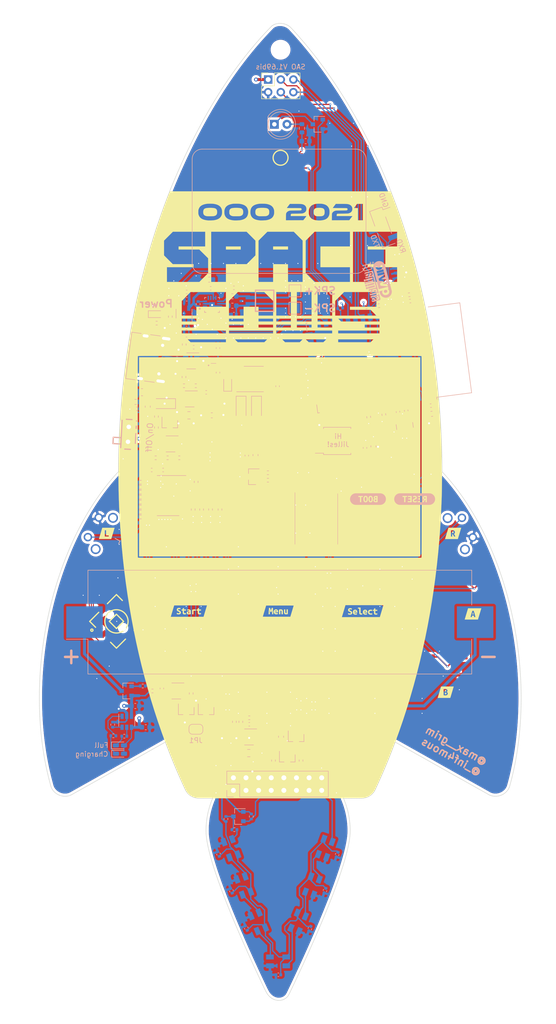
<source format=kicad_pcb>
(kicad_pcb (version 20171130) (host pcbnew "(5.1.10-1-10_14)")
  (title_block (date 2021-06-29))
  (layers (0 F.Cu signal) (1 In1.Cu power) (2 In2.Cu power) (31 B.Cu signal) (34 B.Paste user) (35 F.Paste user) (36 B.SilkS user) (37 F.SilkS user) (38 B.Mask user) (39 F.Mask user) (44 Edge.Cuts user))
  (net 0 "")
  (net 1 GND)
  (net 2 VIN)
  (net 3 VBUS)
  (net 4 +3V3)
  (net 5 "Net-(Q7-Pad1)")
  (net 6 +BATT)
  (net 7 /audio/SPK+)
  (net 8 /audio/SPK-)
  (net 9 /addons/I2C_SDA)
  (net 10 /addons/I2C_SCL)
  (net 11 /ESP32_EN)
  (net 12 "Net-(J1-PadB5)")
  (net 13 "Net-(J1-PadA5)")
  (net 14 /LPAD_DET)
  (net 15 "Net-(Q5-Pad1)")
  (net 16 "Net-(Q6-Pad1)")
  (net 17 "Net-(Q3-Pad3)")
  (net 18 "Net-(Q3-Pad1)")
  (net 19 "Net-(Q4-Pad1)")
  (net 20 "Net-(D10-Pad1)")
  (net 21 "Net-(L3-Pad1)")
  (net 22 "Net-(D3-Pad2)")
  (net 23 "Net-(L4-Pad1)")
  (net 24 /I2C_SDA)
  (net 25 /I2C_SCL)
  (net 26 VUSB)
  (net 27 VEXT)
  (net 28 VAUDIO)
  (net 29 /SENSE_BATT)
  (net 30 /LCD_DCX)
  (net 31 /LCD_RST)
  (net 32 /SA_GPIO2)
  (net 33 /IR_SEND)
  (net 34 /RGB)
  (net 35 /BOOT)
  (net 36 /SENSE_VUSB)
  (net 37 /~IO_INT)
  (net 38 /LCD_BL)
  (net 39 /I2S_BCK)
  (net 40 /I2S_WS)
  (net 41 /I2S_DATA)
  (net 42 /STEMMA_SIG)
  (net 43 /IR_RECV)
  (net 44 /AUDIO_EN)
  (net 45 /SA_GPIO1)
  (net 46 "Net-(J1-PadA8)")
  (net 47 "Net-(J1-PadB8)")
  (net 48 "Net-(SW3-Pad3)")
  (net 49 "Net-(BT1-Pad1)")
  (net 50 "Net-(Q5-Pad3)")
  (net 51 "Net-(D4-Pad2)")
  (net 52 "Net-(LCD1-Pad18)")
  (net 53 "Net-(LCD1-Pad17)")
  (net 54 "Net-(LCD1-Pad16)")
  (net 55 "Net-(LCD1-Pad15)")
  (net 56 "Net-(LCD1-Pad11)")
  (net 57 "Net-(F1-Pad1)")
  (net 58 /io/BTN_A)
  (net 59 /io/BTN_B)
  (net 60 /io/BTN_Start)
  (net 61 /io/BTN_Select)
  (net 62 /io/BTN_Joy_B)
  (net 63 /io/BTN_Joy_Cent)
  (net 64 /io/BTN_Menu)
  (net 65 /io/BTN_Joy_A)
  (net 66 /io/BTN_LTrig)
  (net 67 /io/BTN_Joy_D)
  (net 68 /io/BTN_RTrig)
  (net 69 /io/BTN_Joy_C)
  (net 70 "Net-(D8-Pad2)")
  (net 71 "Net-(BT2-Pad1)")
  (net 72 /USB_D+)
  (net 73 /USB_D-)
  (net 74 /~RTC_INT)
  (net 75 "Net-(L2-Pad2)")
  (net 76 "Net-(L2-Pad1)")
  (net 77 "Net-(D14-Pad2)")
  (net 78 "Net-(FB1-Pad2)")
  (net 79 "Net-(FB2-Pad2)")
  (net 80 /FSPI_HD)
  (net 81 /FSPI_CLK)
  (net 82 /FSPI_MOSI)
  (net 83 /FSPI_WP)
  (net 84 /FSPI_MISO)
  (net 85 /FSPI_CS0)
  (net 86 "Net-(U10-Pad4)")
  (net 87 /SPI3_CLK)
  (net 88 "Net-(LCD1-Pad7)")
  (net 89 /SPI3_MOSI)
  (net 90 /SPI3_CS0)
  (net 91 /I_USB_D+)
  (net 92 /I_USB_D-)
  (net 93 /io/VEXT_EN)
  (net 94 /RGB_OUT)
  (net 95 "Net-(J7-Pad2)")
  (net 96 "Net-(J7-Pad3)")
  (net 97 "Net-(BT2-Pad2)")
  (net 98 "Net-(C1-Pad1)")
  (net 99 "Net-(C22-Pad1)")
  (net 100 "Net-(C28-Pad1)")
  (net 101 "Net-(C30-Pad1)")
  (net 102 "Net-(D3-Pad4)")
  (net 103 "Net-(D5-Pad2)")
  (net 104 "Net-(D6-Pad2)")
  (net 105 "Net-(D7-Pad2)")
  (net 106 "Net-(D10-Pad2)")
  (net 107 "Net-(D11-Pad1)")
  (net 108 "Net-(D12-Pad1)")
  (net 109 "Net-(J8-Pad14)")
  (net 110 "Net-(J8-Pad11)")
  (net 111 "Net-(J8-Pad9)")
  (net 112 "Net-(J8-Pad8)")
  (net 113 "Net-(J8-Pad7)")
  (net 114 "Net-(J8-Pad6)")
  (net 115 "Net-(J8-Pad5)")
  (net 116 "Net-(J8-Pad4)")
  (net 117 "Net-(Q1-Pad3)")
  (net 118 "Net-(R13-Pad2)")
  (net 119 "Net-(R15-Pad1)")
  (net 120 "Net-(R16-Pad1)")
  (net 121 "Net-(R20-Pad1)")
  (net 122 "Net-(R21-Pad2)")
  (net 123 "Net-(R28-Pad1)")
  (net 124 "Net-(R30-Pad1)")
  (net 125 "Net-(R33-Pad2)")
  (net 126 "Net-(U1-Pad7)")
  (net 127 "Net-(U1-Pad2)")
  (net 128 "Net-(U1-Pad1)")
  (net 129 "Net-(U5-Pad40)")
  (net 130 "Net-(U5-Pad39)")
  (net 131 "Net-(U5-Pad25)")
  (net 132 "Net-(U5-Pad21)")
  (net 133 "Net-(U11-Pad4)")
  (net 134 "Net-(U12-Pad2)")
  (net 135 "Net-(U13-Pad5)")
  (net 136 "Net-(U13-Pad4)")
  (module "OOO 2021:IND-SMD_4P-L2.0-W1.2-TL" (layer B.Cu) (at 80 114.5)
    (fp_text reference L2)
    (fp_text value ACM2012E-900-2P-T00 hide)
    (pad 4 smd rect (at 0.901 0.4 270) (size 0.4 0.8) (layers B.Cu B.Paste B.Mask) (net 73 /USB_D-))
    (pad 3 smd rect (at 0.9 -0.4 270) (size 0.4 0.8) (layers B.Cu B.Paste B.Mask) (net 72 /USB_D+))
    (pad 2 smd rect (at -0.899 -0.4 270) (size 0.4 0.8) (layers B.Cu B.Paste B.Mask) (net 75 "Net-(L2-Pad2)"))
    (pad 1 smd rect (at -0.901 0.399 270) (size 0.4 0.8) (layers B.Cu B.Paste B.Mask) (net 76 "Net-(L2-Pad1)"))
  )
  (module "OOO 2021:CONN-SMD_P1.25-H_1.25T-2PWT" (layer B.Cu) (at 90.5 102.5 90)
    (fp_text reference J4)
    (fp_text value Speaker hide)
    (pad 4 smd rect (at -3.461 0.044 90) (size 2.4 3.2) (layers B.Cu B.Paste B.Mask))
    (pad 3 smd rect (at 3.461 0.045 90) (size 2.4 3.2) (layers B.Cu B.Paste B.Mask))
    (pad 2 smd rect (at 0.632 -3.045 90) (size 0.7 2) (layers B.Cu B.Paste B.Mask) (net 7 /audio/SPK+))
    (pad 1 smd rect (at -0.618 -3.045 90) (size 0.7 2) (layers B.Cu B.Paste B.Mask) (net 8 /audio/SPK-))
  )
  (module "OOO 2021:IRM-H638T-TR2-DX" (layer F.Cu) (at 93.5 74.5 90)
    (fp_text reference U4)
    (fp_text value IRM-H638T-TR2-DX hide)
    (pad 3 smd rect (at 1.27 3.5 90) (size 0.8 2) (layers F.Cu F.Paste F.Mask) (net 4 +3V3))
    (pad 2 smd rect (at -1.27 3.5 90) (size 0.8 2) (layers F.Cu F.Paste F.Mask) (net 43 /IR_RECV))
    (pad 1 smd rect (at -1.27 -3.5 90) (size 0.8 2) (layers F.Cu F.Paste F.Mask) (net 1 GND))
    (pad 1 smd rect (at 1.27 -3.5 90) (size 0.8 2) (layers F.Cu F.Paste F.Mask) (net 1 GND))
  )
  (module "OOO 2021:SW-SMD_TSX073G50D1-250" (layer F.Cu) (at 60.45 167 45)
    (fp_text reference U14)
    (fp_text value TSX073G50D-250 hide)
    (pad 5 smd rect (at 0 3.9 45) (size 2 1.8) (layers F.Cu F.Paste F.Mask) (net 1 GND))
    (pad 5 smd rect (at 0 -3.9 45) (size 2 1.8) (layers F.Cu F.Paste F.Mask) (net 1 GND))
    (pad 4 smd rect (at 3.6 -1.4 45) (size 1.35 1) (layers F.Cu F.Paste F.Mask) (net 67 /io/BTN_Joy_D))
    (pad 5 smd rect (at 3.6 0 45) (size 1.35 1) (layers F.Cu F.Paste F.Mask) (net 1 GND))
    (pad 6 smd rect (at 3.6 1.4 45) (size 1.35 1) (layers F.Cu F.Paste F.Mask) (net 69 /io/BTN_Joy_C))
    (pad 3 smd rect (at -3.6 1.4 45) (size 1.35 1) (layers F.Cu F.Paste F.Mask) (net 62 /io/BTN_Joy_B))
    (pad 2 smd rect (at -3.6 0 45) (size 1.35 1) (layers F.Cu F.Paste F.Mask) (net 63 /io/BTN_Joy_Cent))
    (pad 1 smd rect (at -3.6 -1.4 45) (size 1.35 1) (layers F.Cu F.Paste F.Mask) (net 65 /io/BTN_Joy_A))
    (pad "" np_thru_hole circle (at 0 1.9 45) (size 1.1 1.1) (drill 1.1) (layers *.Cu *.Mask))
    (pad "" np_thru_hole circle (at 0 -1.9 45) (size 0.8 0.8) (drill 0.8) (layers *.Cu *.Mask))
  )
  (module "OOO 2021:BatteryHolder_Keystone_1042_1x18650" (layer B.Cu) (at 93.35 167.15)
    (fp_text reference BT2 hide)
    (fp_text value Battery hide)
    (pad 1 smd rect (at -39.33 0) (size 7.34 6.35) (layers B.Cu B.Paste B.Mask) (net 71 "Net-(BT2-Pad1)"))
    (pad 2 smd rect (at 39.33 0) (size 7.34 6.35) (layers B.Cu B.Paste B.Mask) (net 97 "Net-(BT2-Pad2)"))
  )
  (module label (layer F.Cu) (at 128.25 149.3)
    (fp_text reference kibuzzard-6126461B hide)
    (fp_text value G*** hide)
  )
  (module label (layer F.Cu) (at 58.5 149.3)
    (fp_text reference kibuzzard-612645F1 hide)
    (fp_text value G*** hide)
  )
  (module label (layer F.Cu) (at 126.75 181.25)
    (fp_text reference kibuzzard-6126450F hide)
    (fp_text value G*** hide)
  )
  (module label (layer F.Cu) (at 132.25 165.5)
    (fp_text reference kibuzzard-612644FA hide)
    (fp_text value G*** hide)
  )
  (module label (layer B.Cu) (at 120.5 142.4 180)
    (fp_text reference kibuzzard-61264142 hide)
    (fp_text value G*** hide)
  )
  (module label (layer B.Cu) (at 111.1 142.4 180)
    (fp_text reference kibuzzard-6126412F hide)
    (fp_text value G*** hide)
  )
  (module Connector_PinHeader_2.54mm:PinHeader_1x03_P2.54mm_Vertical_SMD_Pin1Left (layer B.Cu) (at 114 87.75 200)
    (fp_text reference J7)
    (fp_text value UART hide)
    (pad 2 smd rect (at 1.655 0 200) (size 2.51 1) (layers B.Cu B.Paste B.Mask) (net 95 "Net-(J7-Pad2)"))
    (pad 3 smd rect (at -1.655 -2.54 200) (size 2.51 1) (layers B.Cu B.Paste B.Mask) (net 96 "Net-(J7-Pad3)"))
    (pad 1 smd rect (at -1.655 2.54 200) (size 2.51 1) (layers B.Cu B.Paste B.Mask) (net 1 GND))
  )
  (module Connector_PinSocket_2.54mm:PinSocket_2x03_P2.54mm_Vertical (layer F.Cu) (at 91 58 90)
    (fp_text reference J5 hide)
    (fp_text value ShittyAddon_V1.69bis hide)
    (pad 6 thru_hole oval (at -2.54 5.08 90) (size 1.7 1.7) (drill 1) (layers *.Cu *.Mask) (net 32 /SA_GPIO2))
    (pad 5 thru_hole oval (at 0 5.08 90) (size 1.7 1.7) (drill 1) (layers *.Cu *.Mask) (net 45 /SA_GPIO1))
    (pad 4 thru_hole oval (at -2.54 2.54 90) (size 1.7 1.7) (drill 1) (layers *.Cu *.Mask) (net 25 /I2C_SCL))
    (pad 3 thru_hole oval (at 0 2.54 90) (size 1.7 1.7) (drill 1) (layers *.Cu *.Mask) (net 24 /I2C_SDA))
    (pad 2 thru_hole oval (at -2.54 0 90) (size 1.7 1.7) (drill 1) (layers *.Cu *.Mask) (net 1 GND))
    (pad 1 thru_hole rect (at 0 0 90) (size 1.7 1.7) (drill 1) (layers *.Cu *.Mask) (net 4 +3V3))
  )
  (module Resistor_SMD:R_0402_1005Metric (layer B.Cu) (at 92.075 195 270)
    (fp_text reference R47)
    (fp_text value 4.7K hide)
    (pad 2 smd roundrect (at 0.51 0 270) (size 0.54 0.64) (layers B.Cu B.Paste B.Mask) (net 10 /addons/I2C_SCL))
    (pad 1 smd roundrect (at -0.51 0 270) (size 0.54 0.64) (layers B.Cu B.Paste B.Mask) (net 27 VEXT))
  )
  (module Resistor_SMD:R_0402_1005Metric (layer B.Cu) (at 84.2 187.2 270)
    (fp_text reference R23)
    (fp_text value 10K hide)
    (pad 2 smd roundrect (at 0.51 0 270) (size 0.54 0.64) (layers B.Cu B.Paste B.Mask) (net 93 /io/VEXT_EN))
    (pad 1 smd roundrect (at -0.51 0 270) (size 0.54 0.64) (layers B.Cu B.Paste B.Mask) (net 1 GND))
  )
  (module "OOO 2021:CONN-SMD_1.0T-4P" (layer B.Cu) (at 118.6 96.9 285)
    (fp_text reference J6 hide)
    (fp_text value "STEMMA QT / QWIIC" hide)
    (pad 1 smd rect (at -1.498 1.999 285) (size 0.4 1.6) (layers B.Cu B.Paste B.Mask) (net 1 GND))
    (pad 2 smd rect (at -0.498 1.999 285) (size 0.4 1.6) (layers B.Cu B.Paste B.Mask) (net 4 +3V3))
    (pad 3 smd rect (at 0.502 1.999 285) (size 0.4 1.6) (layers B.Cu B.Paste B.Mask) (net 24 /I2C_SDA))
    (pad 4 smd rect (at 1.502 1.999 285) (size 0.4 1.6) (layers B.Cu B.Paste B.Mask) (net 25 /I2C_SCL))
    (pad 0 smd rect (at -2.8 0.001 285) (size 0.8 4) (layers B.Cu B.Paste B.Mask))
    (pad 0 smd rect (at 2.8 0.001 285) (size 0.8 4) (layers B.Cu B.Paste B.Mask))
  )
  (module LED_THT:LED_D5.0mm (layer B.Cu) (at 92.25 67)
    (fp_text reference D10 hide)
    (fp_text value IR333-A hide)
    (pad 2 thru_hole circle (at 2.54 0) (size 1.8 1.8) (drill 0.9) (layers *.Cu *.Mask) (net 106 "Net-(D10-Pad2)"))
    (pad 1 thru_hole rect (at 0 0) (size 1.8 1.8) (drill 0.9) (layers *.Cu *.Mask) (net 20 "Net-(D10-Pad1)"))
  )
  (module TestPoint:TestPoint_Pad_2.0x2.0mm (layer B.Cu) (at 96.4 100.5)
    (fp_text reference J3 hide)
    (fp_text value Conn_01x01 hide)
    (pad 1 smd rect (at 0 0) (size 2 2) (layers B.Cu B.Mask) (net 7 /audio/SPK+))
  )
  (module TestPoint:TestPoint_Pad_2.0x2.0mm (layer B.Cu) (at 96.4 104)
    (fp_text reference J2 hide)
    (fp_text value Conn_01x01 hide)
    (pad 1 smd rect (at 0 0) (size 2 2) (layers B.Cu B.Mask) (net 8 /audio/SPK-))
  )
  (module Package_SO:SOIC-8_5.275x5.275mm_P1.27mm (layer B.Cu) (at 104.9 130.7)
    (fp_text reference U3)
    (fp_text value W25Q128JVSIQ hide)
    (pad 8 smd roundrect (at 3.6 1.905) (size 1.6 0.6) (layers B.Cu B.Paste B.Mask) (net 4 +3V3))
    (pad 7 smd roundrect (at 3.6 0.635) (size 1.6 0.6) (layers B.Cu B.Paste B.Mask) (net 80 /FSPI_HD))
    (pad 6 smd roundrect (at 3.6 -0.635) (size 1.6 0.6) (layers B.Cu B.Paste B.Mask) (net 81 /FSPI_CLK))
    (pad 5 smd roundrect (at 3.6 -1.905) (size 1.6 0.6) (layers B.Cu B.Paste B.Mask) (net 82 /FSPI_MOSI))
    (pad 4 smd roundrect (at -3.6 -1.905) (size 1.6 0.6) (layers B.Cu B.Paste B.Mask) (net 1 GND))
    (pad 3 smd roundrect (at -3.6 -0.635) (size 1.6 0.6) (layers B.Cu B.Paste B.Mask) (net 83 /FSPI_WP))
    (pad 2 smd roundrect (at -3.6 0.635) (size 1.6 0.6) (layers B.Cu B.Paste B.Mask) (net 84 /FSPI_MISO))
    (pad 1 smd roundrect (at -3.6 1.905) (size 1.6 0.6) (layers B.Cu B.Paste B.Mask) (net 85 /FSPI_CS0))
  )
  (module "OOO 2021:QFN50P300X300X80-17N" (layer B.Cu) (at 79.7 103.35)
    (fp_text reference U12)
    (fp_text value MAX98357AETE+T hide)
    (pad 3 smd rect (at 0 0) (size 1.1 1.1) (layers B.Cu B.Mask) (net 1 GND))
    (pad 12 smd rect (at 1.435 0.75) (size 0.84 0.27) (layers B.Cu B.Paste B.Mask))
    (pad 3 smd rect (at 1.435 0.25) (size 0.84 0.27) (layers B.Cu B.Paste B.Mask) (net 1 GND))
    (pad 10 smd rect (at 1.435 -0.25) (size 0.84 0.27) (layers B.Cu B.Paste B.Mask) (net 79 "Net-(FB2-Pad2)"))
    (pad 9 smd rect (at 1.435 -0.75) (size 0.84 0.27) (layers B.Cu B.Paste B.Mask) (net 78 "Net-(FB1-Pad2)"))
    (pad 4 smd rect (at -1.435 -0.75) (size 0.84 0.27) (layers B.Cu B.Paste B.Mask) (net 124 "Net-(R30-Pad1)"))
    (pad 3 smd rect (at -1.435 -0.25) (size 0.84 0.27) (layers B.Cu B.Paste B.Mask) (net 1 GND))
    (pad 2 smd rect (at -1.435 0.25) (size 0.84 0.27) (layers B.Cu B.Paste B.Mask) (net 134 "Net-(U12-Pad2)"))
    (pad 1 smd rect (at -1.435 0.75) (size 0.84 0.27) (layers B.Cu B.Paste B.Mask) (net 41 /I2S_DATA))
    (pad 16 smd rect (at -0.75 1.435) (size 0.27 0.84) (layers B.Cu B.Paste B.Mask) (net 39 /I2S_BCK))
    (pad 3 smd rect (at -0.25 1.435) (size 0.27 0.84) (layers B.Cu B.Paste B.Mask) (net 1 GND))
    (pad 14 smd rect (at 0.25 1.435) (size 0.27 0.84) (layers B.Cu B.Paste B.Mask) (net 40 /I2S_WS))
    (pad 13 smd rect (at 0.75 1.435) (size 0.27 0.84) (layers B.Cu B.Paste B.Mask))
    (pad 7 smd rect (at 0.75 -1.435) (size 0.27 0.84) (layers B.Cu B.Paste B.Mask) (net 28 VAUDIO))
    (pad 7 smd rect (at 0.25 -1.435) (size 0.27 0.84) (layers B.Cu B.Paste B.Mask) (net 28 VAUDIO))
    (pad 6 smd rect (at -0.25 -1.435) (size 0.27 0.84) (layers B.Cu B.Paste B.Mask))
    (pad 5 smd rect (at -0.75 -1.435) (size 0.27 0.84) (layers B.Cu B.Paste B.Mask))
  )
  (module Package_SO:TSSOP-24_4.4x7.8mm_P0.65mm (layer B.Cu) (at 70.85 141.7 180)
    (fp_text reference U13)
    (fp_text value TCA9539PWR hide)
    (pad 24 smd roundrect (at 2.8625 3.575 180) (size 1.475 0.4) (layers B.Cu B.Paste B.Mask) (net 4 +3V3))
    (pad 23 smd roundrect (at 2.8625 2.925 180) (size 1.475 0.4) (layers B.Cu B.Paste B.Mask) (net 24 /I2C_SDA))
    (pad 22 smd roundrect (at 2.8625 2.275 180) (size 1.475 0.4) (layers B.Cu B.Paste B.Mask) (net 25 /I2C_SCL))
    (pad 21 smd roundrect (at 2.8625 1.625 180) (size 1.475 0.4) (layers B.Cu B.Paste B.Mask) (net 1 GND))
    (pad 20 smd roundrect (at 2.8625 0.975 180) (size 1.475 0.4) (layers B.Cu B.Paste B.Mask) (net 64 /io/BTN_Menu))
    (pad 19 smd roundrect (at 2.8625 0.325 180) (size 1.475 0.4) (layers B.Cu B.Paste B.Mask) (net 60 /io/BTN_Start))
    (pad 18 smd roundrect (at 2.8625 -0.325 180) (size 1.475 0.4) (layers B.Cu B.Paste B.Mask) (net 69 /io/BTN_Joy_C))
    (pad 17 smd roundrect (at 2.8625 -0.975 180) (size 1.475 0.4) (layers B.Cu B.Paste B.Mask) (net 67 /io/BTN_Joy_D))
    (pad 16 smd roundrect (at 2.8625 -1.625 180) (size 1.475 0.4) (layers B.Cu B.Paste B.Mask) (net 65 /io/BTN_Joy_A))
    (pad 15 smd roundrect (at 2.8625 -2.275 180) (size 1.475 0.4) (layers B.Cu B.Paste B.Mask) (net 63 /io/BTN_Joy_Cent))
    (pad 14 smd roundrect (at 2.8625 -2.925 180) (size 1.475 0.4) (layers B.Cu B.Paste B.Mask) (net 62 /io/BTN_Joy_B))
    (pad 13 smd roundrect (at 2.8625 -3.575 180) (size 1.475 0.4) (layers B.Cu B.Paste B.Mask) (net 66 /io/BTN_LTrig))
    (pad 12 smd roundrect (at -2.8625 -3.575 180) (size 1.475 0.4) (layers B.Cu B.Paste B.Mask) (net 1 GND))
    (pad 11 smd roundrect (at -2.8625 -2.925 180) (size 1.475 0.4) (layers B.Cu B.Paste B.Mask) (net 14 /LPAD_DET))
    (pad 10 smd roundrect (at -2.8625 -2.275 180) (size 1.475 0.4) (layers B.Cu B.Paste B.Mask) (net 61 /io/BTN_Select))
    (pad 9 smd roundrect (at -2.8625 -1.625 180) (size 1.475 0.4) (layers B.Cu B.Paste B.Mask) (net 59 /io/BTN_B))
    (pad 8 smd roundrect (at -2.8625 -0.975 180) (size 1.475 0.4) (layers B.Cu B.Paste B.Mask) (net 58 /io/BTN_A))
    (pad 7 smd roundrect (at -2.8625 -0.325 180) (size 1.475 0.4) (layers B.Cu B.Paste B.Mask) (net 68 /io/BTN_RTrig))
    (pad 6 smd roundrect (at -2.8625 0.325 180) (size 1.475 0.4) (layers B.Cu B.Paste B.Mask) (net 93 /io/VEXT_EN))
    (pad 5 smd roundrect (at -2.8625 0.975 180) (size 1.475 0.4) (layers B.Cu B.Paste B.Mask) (net 135 "Net-(U13-Pad5)"))
    (pad 4 smd roundrect (at -2.8625 1.625 180) (size 1.475 0.4) (layers B.Cu B.Paste B.Mask) (net 136 "Net-(U13-Pad4)"))
    (pad 3 smd roundrect (at -2.8625 2.275 180) (size 1.475 0.4) (layers B.Cu B.Paste B.Mask) (net 125 "Net-(R33-Pad2)"))
    (pad 2 smd roundrect (at -2.8625 2.925 180) (size 1.475 0.4) (layers B.Cu B.Paste B.Mask) (net 1 GND))
    (pad 1 smd roundrect (at -2.8625 3.575 180) (size 1.475 0.4) (layers B.Cu B.Paste B.Mask) (net 37 /~IO_INT))
  )
  (module Resistor_SMD:R_0402_1005Metric (layer B.Cu) (at 114.3 125.4 97.5)
    (fp_text reference R35)
    (fp_text value 10K hide)
    (pad 2 smd roundrect (at 0.51 0 97.5) (size 0.54 0.64) (layers B.Cu B.Paste B.Mask) (net 37 /~IO_INT))
    (pad 1 smd roundrect (at -0.51 0 97.5) (size 0.54 0.64) (layers B.Cu B.Paste B.Mask) (net 4 +3V3))
  )
  (module Resistor_SMD:R_0402_1005Metric (layer B.Cu) (at 76.5 138.94 270)
    (fp_text reference R33)
    (fp_text value 10K hide)
    (pad 2 smd roundrect (at 0.51 0 270) (size 0.54 0.64) (layers B.Cu B.Paste B.Mask) (net 125 "Net-(R33-Pad2)"))
    (pad 1 smd roundrect (at -0.51 0 270) (size 0.54 0.64) (layers B.Cu B.Paste B.Mask) (net 4 +3V3))
  )
  (module Resistor_SMD:R_0402_1005Metric (layer B.Cu) (at 90.95 138.6 180)
    (fp_text reference R32)
    (fp_text value 10K hide)
    (pad 2 smd roundrect (at 0.51 0 180) (size 0.54 0.64) (layers B.Cu B.Paste B.Mask) (net 5 "Net-(Q7-Pad1)"))
    (pad 1 smd roundrect (at -0.51 0 180) (size 0.54 0.64) (layers B.Cu B.Paste B.Mask) (net 1 GND))
  )
  (module Resistor_SMD:R_0402_1005Metric (layer B.Cu) (at 76.9 103.175 270)
    (fp_text reference R30)
    (fp_text value 1M hide)
    (pad 2 smd roundrect (at 0.51 0 270) (size 0.54 0.64) (layers B.Cu B.Paste B.Mask) (net 28 VAUDIO))
    (pad 1 smd roundrect (at -0.51 0 270) (size 0.54 0.64) (layers B.Cu B.Paste B.Mask) (net 124 "Net-(R30-Pad1)"))
  )
  (module Resistor_SMD:R_0402_1005Metric (layer B.Cu) (at 68.55 107)
    (fp_text reference R22)
    (fp_text value 220 hide)
    (pad 2 smd roundrect (at 0.51 0) (size 0.54 0.64) (layers B.Cu B.Paste B.Mask) (net 77 "Net-(D14-Pad2)"))
    (pad 1 smd roundrect (at -0.51 0) (size 0.54 0.64) (layers B.Cu B.Paste B.Mask) (net 2 VIN))
  )
  (module Inductor_SMD:L_0603_1608Metric (layer B.Cu) (at 83.8 103.5 180)
    (fp_text reference FB2)
    (fp_text value PBY160808T-102Y-N hide)
    (pad 2 smd roundrect (at 0.7875 0 180) (size 0.875 0.95) (layers B.Cu B.Paste B.Mask) (net 79 "Net-(FB2-Pad2)"))
    (pad 1 smd roundrect (at -0.7875 0 180) (size 0.875 0.95) (layers B.Cu B.Paste B.Mask) (net 8 /audio/SPK-))
  )
  (module Inductor_SMD:L_0603_1608Metric (layer B.Cu) (at 83.8 101.6 180)
    (fp_text reference FB1)
    (fp_text value PBY160808T-102Y-N hide)
    (pad 2 smd roundrect (at 0.7875 0 180) (size 0.875 0.95) (layers B.Cu B.Paste B.Mask) (net 78 "Net-(FB1-Pad2)"))
    (pad 1 smd roundrect (at -0.7875 0 180) (size 0.875 0.95) (layers B.Cu B.Paste B.Mask) (net 7 /audio/SPK+))
  )
  (module LED_SMD:LED_0603_1608Metric_Castellated (layer B.Cu) (at 68.55 105.2)
    (fp_text reference D14)
    (fp_text value GREEN hide)
    (pad 2 smd roundrect (at 0.8125 0) (size 1.225 0.85) (layers B.Cu B.Paste B.Mask) (net 77 "Net-(D14-Pad2)"))
    (pad 1 smd roundrect (at -0.8125 0) (size 1.225 0.85) (layers B.Cu B.Paste B.Mask) (net 1 GND))
  )
  (module Capacitor_SMD:C_0402_1005Metric (layer B.Cu) (at 84.1 99.9 180)
    (fp_text reference C38)
    (fp_text value 220pF hide)
    (pad 2 smd roundrect (at 0.48 0 180) (size 0.56 0.62) (layers B.Cu B.Paste B.Mask) (net 1 GND))
    (pad 1 smd roundrect (at -0.48 0 180) (size 0.56 0.62) (layers B.Cu B.Paste B.Mask) (net 7 /audio/SPK+))
  )
  (module Capacitor_SMD:C_0402_1005Metric (layer B.Cu) (at 84.1 105.2 180)
    (fp_text reference C37)
    (fp_text value 220pF hide)
    (pad 2 smd roundrect (at 0.48 0 180) (size 0.56 0.62) (layers B.Cu B.Paste B.Mask) (net 1 GND))
    (pad 1 smd roundrect (at -0.48 0 180) (size 0.56 0.62) (layers B.Cu B.Paste B.Mask) (net 8 /audio/SPK-))
  )
  (module Capacitor_SMD:C_0402_1005Metric (layer B.Cu) (at 79.425 100 180)
    (fp_text reference C36)
    (fp_text value 100nF hide)
    (pad 2 smd roundrect (at 0.48 0 180) (size 0.56 0.62) (layers B.Cu B.Paste B.Mask) (net 1 GND))
    (pad 1 smd roundrect (at -0.48 0 180) (size 0.56 0.62) (layers B.Cu B.Paste B.Mask) (net 28 VAUDIO))
  )
  (module Capacitor_SMD:C_0603_1608Metric (layer B.Cu) (at 79.125 98.25)
    (fp_text reference C35)
    (fp_text value "10uF/25V(20%)" hide)
    (pad 2 smd roundrect (at 0.775 0) (size 0.9 0.95) (layers B.Cu B.Paste B.Mask) (net 28 VAUDIO))
    (pad 1 smd roundrect (at -0.775 0) (size 0.9 0.95) (layers B.Cu B.Paste B.Mask) (net 1 GND))
  )
  (module Resistor_SMD:R_0402_1005Metric (layer B.Cu) (at 110.75 103.75 7.5)
    (fp_text reference R11)
    (fp_text value 3.3K hide)
    (pad 2 smd roundrect (at 0.51 0 7.5) (size 0.54 0.64) (layers B.Cu B.Paste B.Mask) (net 24 /I2C_SDA))
    (pad 1 smd roundrect (at -0.51 0 7.5) (size 0.54 0.64) (layers B.Cu B.Paste B.Mask) (net 4 +3V3))
  )
  (module Resistor_SMD:R_0402_1005Metric (layer B.Cu) (at 119.4 101.3 187.5)
    (fp_text reference R9)
    (fp_text value 100K hide)
    (pad 2 smd roundrect (at 0.51 0 187.5) (size 0.54 0.64) (layers B.Cu B.Paste B.Mask) (net 4 +3V3))
    (pad 1 smd roundrect (at -0.51 0 187.5) (size 0.54 0.64) (layers B.Cu B.Paste B.Mask) (net 11 /ESP32_EN))
  )
  (module MountingHole:MountingHole_3mm (layer F.Cu) (at 93.5 52)
    (fp_text reference H1 hide)
    (fp_text value MountingHole hide)
    (pad 1 np_thru_hole circle (at 0 0) (size 3 3) (drill 3) (layers *.Cu *.Mask))
  )
  (module Resistor_SMD:R_0402_1005Metric (layer B.Cu) (at 105.5 104 7.5)
    (fp_text reference R8)
    (fp_text value 10K hide)
    (pad 2 smd roundrect (at 0.51 0 7.5) (size 0.54 0.64) (layers B.Cu B.Paste B.Mask) (net 4 +3V3))
    (pad 1 smd roundrect (at -0.51 0 7.5) (size 0.54 0.64) (layers B.Cu B.Paste B.Mask) (net 43 /IR_RECV))
  )
  (module Resistor_SMD:R_0402_1005Metric (layer B.Cu) (at 111.25 125.9 277.5)
    (fp_text reference R6)
    (fp_text value 10K hide)
    (pad 2 smd roundrect (at 0.51 0 277.5) (size 0.54 0.64) (layers B.Cu B.Paste B.Mask) (net 4 +3V3))
    (pad 1 smd roundrect (at -0.51 0 277.5) (size 0.54 0.64) (layers B.Cu B.Paste B.Mask) (net 74 /~RTC_INT))
  )
  (module Capacitor_SMD:C_0603_1608Metric (layer B.Cu) (at 98.55 70.4)
    (fp_text reference C14)
    (fp_text value "10uF/25V(20%)" hide)
    (pad 2 smd roundrect (at 0.775 0) (size 0.9 0.95) (layers B.Cu B.Paste B.Mask) (net 1 GND))
    (pad 1 smd roundrect (at -0.775 0) (size 0.9 0.95) (layers B.Cu B.Paste B.Mask) (net 4 +3V3))
  )
  (module "OOO 2021:3030" (layer B.Cu) (at 100.7 146.4 270)
    (fp_text reference BT1)
    (fp_text value 3030TR hide)
    (pad 1 smd rect (at -6.6 0 270) (size 2.9 3.5) (layers B.Cu B.Paste B.Mask) (net 49 "Net-(BT1-Pad1)"))
    (pad 2 smd rect (at 0 0 180) (size 3.96 3.96) (layers B.Cu B.Paste B.Mask) (net 1 GND))
    (pad 1 smd rect (at 6.6 0 270) (size 2.9 3.5) (layers B.Cu B.Paste B.Mask) (net 49 "Net-(BT1-Pad1)"))
  )
  (module "OOO 2021:ILI9341_2.4" (layer F.Cu) (at 93.5 133.8)
    (fp_text reference LCD1 hide)
    (fp_text value Display hide)
    (pad 18 smd rect (at -11 7.3) (size 4 0.4) (layers F.Cu F.Paste F.Mask) (net 52 "Net-(LCD1-Pad18)"))
    (pad 17 smd rect (at -11 6.5) (size 4 0.4) (layers F.Cu F.Paste F.Mask) (net 53 "Net-(LCD1-Pad17)"))
    (pad 1 smd rect (at -11 -6.3) (size 4 0.4) (layers F.Cu F.Paste F.Mask) (net 1 GND))
    (pad 2 smd rect (at -11 -5.5) (size 4 0.4) (layers F.Cu F.Paste F.Mask) (net 31 /LCD_RST))
    (pad 16 smd rect (at -11 5.7) (size 4 0.4) (layers F.Cu F.Paste F.Mask) (net 54 "Net-(LCD1-Pad16)"))
    (pad 15 smd rect (at -11 4.9) (size 4 0.4) (layers F.Cu F.Paste F.Mask) (net 55 "Net-(LCD1-Pad15)"))
    (pad 14 smd rect (at -11 4.1) (size 4 0.4) (layers F.Cu F.Paste F.Mask) (net 56 "Net-(LCD1-Pad11)"))
    (pad 13 smd rect (at -11 3.3) (size 4 0.4) (layers F.Cu F.Paste F.Mask) (net 56 "Net-(LCD1-Pad11)"))
    (pad 12 smd rect (at -11 2.5) (size 4 0.4) (layers F.Cu F.Paste F.Mask) (net 56 "Net-(LCD1-Pad11)"))
    (pad 11 smd rect (at -11 1.7) (size 4 0.4) (layers F.Cu F.Paste F.Mask) (net 56 "Net-(LCD1-Pad11)"))
    (pad 3 smd rect (at -11 -4.7) (size 4 0.4) (layers F.Cu F.Paste F.Mask) (net 87 /SPI3_CLK))
    (pad 4 smd rect (at -11 -3.9) (size 4 0.4) (layers F.Cu F.Paste F.Mask) (net 30 /LCD_DCX))
    (pad 5 smd rect (at -11 -3.1) (size 4 0.4) (layers F.Cu F.Paste F.Mask) (net 90 /SPI3_CS0))
    (pad 6 smd rect (at -11 -2.3) (size 4 0.4) (layers F.Cu F.Paste F.Mask) (net 89 /SPI3_MOSI))
    (pad 7 smd rect (at -11 -1.5) (size 4 0.4) (layers F.Cu F.Paste F.Mask) (net 88 "Net-(LCD1-Pad7)"))
    (pad 8 smd rect (at -11 -0.7) (size 4 0.4) (layers F.Cu F.Paste F.Mask) (net 1 GND))
    (pad 10 smd rect (at -11 0.9) (size 4 0.4) (layers F.Cu F.Paste F.Mask) (net 4 +3V3))
    (pad 9 smd rect (at -11 0.1) (size 4 0.4) (layers F.Cu F.Paste F.Mask) (net 4 +3V3))
  )
  (module Crystal:Crystal_SMD_2012-2Pin_2.0x1.2mm (layer B.Cu) (at 82.85 119.5 90)
    (fp_text reference Y1)
    (fp_text value "NX2012SA 32.768KHz" hide)
    (pad 2 smd rect (at 0.7 0 90) (size 0.6 1.1) (layers B.Cu B.Paste B.Mask) (net 127 "Net-(U1-Pad2)"))
    (pad 1 smd rect (at -0.7 0 90) (size 0.6 1.1) (layers B.Cu B.Paste B.Mask) (net 128 "Net-(U1-Pad1)"))
  )
  (module Package_SO:SOIC-8_3.9x4.9mm_P1.27mm (layer B.Cu) (at 88.1 118.25)
    (fp_text reference U1 hide)
    (fp_text value PCF8563T hide)
    (pad 8 smd roundrect (at 2.475 1.905) (size 1.95 0.6) (layers B.Cu B.Paste B.Mask) (net 98 "Net-(C1-Pad1)"))
    (pad 7 smd roundrect (at 2.475 0.635) (size 1.95 0.6) (layers B.Cu B.Paste B.Mask) (net 126 "Net-(U1-Pad7)"))
    (pad 6 smd roundrect (at 2.475 -0.635) (size 1.95 0.6) (layers B.Cu B.Paste B.Mask) (net 25 /I2C_SCL))
    (pad 5 smd roundrect (at 2.475 -1.905) (size 1.95 0.6) (layers B.Cu B.Paste B.Mask) (net 24 /I2C_SDA))
    (pad 4 smd roundrect (at -2.475 -1.905) (size 1.95 0.6) (layers B.Cu B.Paste B.Mask) (net 1 GND))
    (pad 3 smd roundrect (at -2.475 -0.635) (size 1.95 0.6) (layers B.Cu B.Paste B.Mask) (net 74 /~RTC_INT))
    (pad 2 smd roundrect (at -2.475 0.635) (size 1.95 0.6) (layers B.Cu B.Paste B.Mask) (net 127 "Net-(U1-Pad2)"))
    (pad 1 smd roundrect (at -2.475 1.905) (size 1.95 0.6) (layers B.Cu B.Paste B.Mask) (net 128 "Net-(U1-Pad1)"))
  )
  (module Diode_SMD:D_SOD-123 (layer B.Cu) (at 85.55 123.95 270)
    (fp_text reference D2 hide)
    (fp_text value DSS24 hide)
    (pad 2 smd rect (at 1.65 0 270) (size 0.9 1.2) (layers B.Cu B.Paste B.Mask) (net 4 +3V3))
    (pad 1 smd rect (at -1.65 0 270) (size 0.9 1.2) (layers B.Cu B.Paste B.Mask) (net 98 "Net-(C1-Pad1)"))
  )
  (module Diode_SMD:D_SOD-123 (layer B.Cu) (at 88.65 123.95 270)
    (fp_text reference D1 hide)
    (fp_text value DSS24 hide)
    (pad 2 smd rect (at 1.65 0 270) (size 0.9 1.2) (layers B.Cu B.Paste B.Mask) (net 49 "Net-(BT1-Pad1)"))
    (pad 1 smd rect (at -1.65 0 270) (size 0.9 1.2) (layers B.Cu B.Paste B.Mask) (net 98 "Net-(C1-Pad1)"))
  )
  (module Capacitor_SMD:C_0402_1005Metric (layer B.Cu) (at 92.9 119.7 90)
    (fp_text reference C1)
    (fp_text value 100nF hide)
    (pad 2 smd roundrect (at 0.48 0 90) (size 0.56 0.62) (layers B.Cu B.Paste B.Mask) (net 1 GND))
    (pad 1 smd roundrect (at -0.48 0 90) (size 0.56 0.62) (layers B.Cu B.Paste B.Mask) (net 98 "Net-(C1-Pad1)"))
  )
  (module "OOO 2021:TYPE-C-31-M-12" (layer B.Cu) (at 66.8 114 262.5)
    (fp_text reference J1)
    (fp_text value TYPE-C-31-M-12 hide)
    (pad S1 thru_hole oval (at -4.32 1.05 82.5) (size 1 1.6) (drill oval 0.6 1.2) (layers *.Cu *.Mask) (net 1 GND))
    (pad "" np_thru_hole circle (at -2.89 -2.6 82.5) (size 0.65 0.65) (drill 0.65) (layers *.Cu *.Mask))
    (pad S1 thru_hole oval (at 4.32 1.05 82.5) (size 1 1.6) (drill oval 0.6 1.2) (layers *.Cu *.Mask) (net 1 GND))
    (pad "" np_thru_hole circle (at 2.89 -2.6 82.5) (size 0.65 0.65) (drill 0.65) (layers *.Cu *.Mask))
    (pad S1 thru_hole oval (at 4.32 -3.13 82.5) (size 1 2.1) (drill oval 0.6 1.7) (layers *.Cu *.Mask) (net 1 GND))
    (pad S1 thru_hole oval (at -4.32 -3.13 82.5) (size 1 2.1) (drill oval 0.6 1.7) (layers *.Cu *.Mask) (net 1 GND))
    (pad A6 smd rect (at 0.25 -4.045 82.5) (size 0.3 1.45) (layers B.Cu B.Paste B.Mask) (net 91 /I_USB_D+))
    (pad B5 smd rect (at -1.75 -4.045 82.5) (size 0.3 1.45) (layers B.Cu B.Paste B.Mask) (net 12 "Net-(J1-PadB5)"))
    (pad A8 smd rect (at -1.25 -4.045 82.5) (size 0.3 1.45) (layers B.Cu B.Paste B.Mask) (net 46 "Net-(J1-PadA8)"))
    (pad B6 smd rect (at -0.75 -4.045 82.5) (size 0.3 1.45) (layers B.Cu B.Paste B.Mask) (net 91 /I_USB_D+))
    (pad A7 smd rect (at -0.25 -4.045 82.5) (size 0.3 1.45) (layers B.Cu B.Paste B.Mask) (net 92 /I_USB_D-))
    (pad B7 smd rect (at 0.75 -4.045 82.5) (size 0.3 1.45) (layers B.Cu B.Paste B.Mask) (net 92 /I_USB_D-))
    (pad A5 smd rect (at 1.25 -4.045 82.5) (size 0.3 1.45) (layers B.Cu B.Paste B.Mask) (net 13 "Net-(J1-PadA5)"))
    (pad B8 smd rect (at 1.75 -4.045 82.5) (size 0.3 1.45) (layers B.Cu B.Paste B.Mask) (net 47 "Net-(J1-PadB8)"))
    (pad A12 smd rect (at -3.25 -4.045 82.5) (size 0.6 1.45) (layers B.Cu B.Paste B.Mask) (net 1 GND))
    (pad B4 smd rect (at -2.45 -4.045 82.5) (size 0.6 1.45) (layers B.Cu B.Paste B.Mask) (net 3 VBUS))
    (pad A4 smd rect (at 2.45 -4.045 82.5) (size 0.6 1.45) (layers B.Cu B.Paste B.Mask) (net 3 VBUS))
    (pad A1 smd rect (at 3.25 -4.045 82.5) (size 0.6 1.45) (layers B.Cu B.Paste B.Mask) (net 1 GND))
    (pad B12 smd rect (at 3.25 -4.045 82.5) (size 0.6 1.45) (layers B.Cu B.Paste B.Mask) (net 1 GND))
    (pad B9 smd rect (at 2.45 -4.045 82.5) (size 0.6 1.45) (layers B.Cu B.Paste B.Mask) (net 3 VBUS))
    (pad A9 smd rect (at -2.45 -4.045 82.5) (size 0.6 1.45) (layers B.Cu B.Paste B.Mask) (net 3 VBUS))
    (pad B1 smd rect (at -3.25 -4.045 82.5) (size 0.6 1.45) (layers B.Cu B.Paste B.Mask) (net 1 GND))
  )
  (module Resistor_SMD:R_0402_1005Metric (layer B.Cu) (at 59.825 190.025 180)
    (fp_text reference R15)
    (fp_text value 150 hide)
    (pad 2 smd roundrect (at 0.51 0 180) (size 0.54 0.64) (layers B.Cu B.Paste B.Mask) (net 107 "Net-(D11-Pad1)"))
    (pad 1 smd roundrect (at -0.51 0 180) (size 0.54 0.64) (layers B.Cu B.Paste B.Mask) (net 119 "Net-(R15-Pad1)"))
  )
  (module Package_TO_SOT_SMD:SOT-23 (layer B.Cu) (at 101 67 180)
    (fp_text reference Q2)
    (fp_text value BSS138 hide)
    (pad 3 smd rect (at 1 0 180) (size 0.9 0.8) (layers B.Cu B.Paste B.Mask) (net 20 "Net-(D10-Pad1)"))
    (pad 2 smd rect (at -1 -0.95 180) (size 0.9 0.8) (layers B.Cu B.Paste B.Mask) (net 1 GND))
    (pad 1 smd rect (at -1 0.95 180) (size 0.9 0.8) (layers B.Cu B.Paste B.Mask) (net 33 /IR_SEND))
  )
  (module Inductor_SMD:L_0603_1608Metric (layer B.Cu) (at 64.3 122.85 180)
    (fp_text reference L1)
    (fp_text value UPZ1608E221-2R2TF hide)
    (pad 2 smd roundrect (at 0.7875 0 180) (size 0.875 0.95) (layers B.Cu B.Paste B.Mask) (net 57 "Net-(F1-Pad1)"))
    (pad 1 smd roundrect (at -0.7875 0 180) (size 0.875 0.95) (layers B.Cu B.Paste B.Mask) (net 26 VUSB))
  )
  (module "OOO 2021:L0806" (layer B.Cu) (at 90.7 190.2 90)
    (fp_text reference L4)
    (fp_text value 2.2uH hide)
    (pad 1 smd rect (at -1 0 90) (size 1.2 1.8) (layers B.Cu B.Paste B.Mask) (net 23 "Net-(L4-Pad1)"))
    (pad 2 smd rect (at 1 0 90) (size 1.2 1.8) (layers B.Cu B.Paste B.Mask) (net 27 VEXT))
  )
  (module "OOO 2021:FS3525NB0820-H5.6" (layer B.Cu) (at 93.2 84.5)
    (fp_text reference LS1 hide)
    (fp_text value FS3525NB0820 hide)
  )
  (module Resistor_SMD:R_0402_1005Metric (layer B.Cu) (at 73.11 134.1 180)
    (fp_text reference R21)
    (fp_text value 4.53K hide)
    (pad 2 smd roundrect (at 0.51 0 180) (size 0.54 0.64) (layers B.Cu B.Paste B.Mask) (net 122 "Net-(R21-Pad2)"))
    (pad 1 smd roundrect (at -0.51 0 180) (size 0.54 0.64) (layers B.Cu B.Paste B.Mask) (net 1 GND))
  )
  (module Fuse:Fuse_0805_2012Metric_Castellated (layer B.Cu) (at 65.6 120.9)
    (fp_text reference F1)
    (fp_text value JK-SMD0805-100 hide)
    (pad 2 smd roundrect (at 0.9625 0) (size 1.325 1.3) (layers B.Cu B.Paste B.Mask) (roundrect_rratio 0.1923069230769231) (net 3 VBUS))
    (pad 1 smd roundrect (at -0.9625 0) (size 1.325 1.3) (layers B.Cu B.Paste B.Mask) (roundrect_rratio 0.1923069230769231) (net 57 "Net-(F1-Pad1)"))
  )
  (module Capacitor_SMD:C_0402_1005Metric (layer B.Cu) (at 64.6 124.25 180)
    (fp_text reference C7)
    (fp_text value 100nF hide)
    (pad 2 smd roundrect (at 0.48 0 180) (size 0.56 0.62) (layers B.Cu B.Paste B.Mask) (net 1 GND))
    (pad 1 smd roundrect (at -0.48 0 180) (size 0.56 0.62) (layers B.Cu B.Paste B.Mask) (net 26 VUSB))
  )
  (module Capacitor_SMD:C_0603_1608Metric (layer B.Cu) (at 66.75 123.8 90)
    (fp_text reference C6)
    (fp_text value "10uF/25V(20%)" hide)
    (pad 2 smd roundrect (at 0.775 0 90) (size 0.9 0.95) (layers B.Cu B.Paste B.Mask) (net 26 VUSB))
    (pad 1 smd roundrect (at -0.775 0 90) (size 0.9 0.95) (layers B.Cu B.Paste B.Mask) (net 1 GND))
  )
  (module Package_TO_SOT_SMD:SOT-23-6 (layer B.Cu) (at 75.5 114.6 180)
    (fp_text reference U2)
    (fp_text value USBLC6-2SC6 hide)
    (pad 5 smd rect (at 1.1 0 180) (size 1.06 0.65) (layers B.Cu B.Paste B.Mask) (net 3 VBUS))
    (pad 6 smd rect (at 1.1 0.95 180) (size 1.06 0.65) (layers B.Cu B.Paste B.Mask) (net 91 /I_USB_D+))
    (pad 4 smd rect (at 1.1 -0.95 180) (size 1.06 0.65) (layers B.Cu B.Paste B.Mask) (net 92 /I_USB_D-))
    (pad 3 smd rect (at -1.1 -0.95 180) (size 1.06 0.65) (layers B.Cu B.Paste B.Mask) (net 76 "Net-(L2-Pad1)"))
    (pad 2 smd rect (at -1.1 0 180) (size 1.06 0.65) (layers B.Cu B.Paste B.Mask) (net 1 GND))
    (pad 1 smd rect (at -1.1 0.95 180) (size 1.06 0.65) (layers B.Cu B.Paste B.Mask) (net 75 "Net-(L2-Pad2)"))
  )
  (module Capacitor_SMD:C_0402_1005Metric (layer B.Cu) (at 76 111.85)
    (fp_text reference C2)
    (fp_text value 100nF hide)
    (pad 2 smd roundrect (at 0.48 0) (size 0.56 0.62) (layers B.Cu B.Paste B.Mask) (net 1 GND))
    (pad 1 smd roundrect (at -0.48 0) (size 0.56 0.62) (layers B.Cu B.Paste B.Mask) (net 3 VBUS))
  )
  (module "OOO 2021:ESP32-S2-WROVER" (layer B.Cu) (at 111.5 114.5 97.5)
    (fp_text reference U5)
    (fp_text value ESP32-S2-WROVER)
    (pad 43 smd rect (at -1.19 3.735 97.5) (size 4.1 4.1) (layers B.Cu B.Paste B.Mask) (net 1 GND))
    (pad 42 smd rect (at 8.625 11.675 97.5) (size 1.5 0.9) (layers B.Cu B.Paste B.Mask) (net 1 GND))
    (pad 41 smd rect (at 8.625 10.275 97.5) (size 1.5 0.9) (layers B.Cu B.Paste B.Mask) (net 11 /ESP32_EN))
    (pad 40 smd rect (at 8.625 8.775 97.5) (size 1.5 0.9) (layers B.Cu B.Paste B.Mask) (net 129 "Net-(U5-Pad40)"))
    (pad 39 smd rect (at 8.625 7.175 97.5) (size 1.5 0.9) (layers B.Cu B.Paste B.Mask) (net 130 "Net-(U5-Pad39)"))
    (pad 25 smd rect (at 5.25 -11.475 97.5) (size 0.9 1.5) (layers B.Cu B.Paste B.Mask) (net 131 "Net-(U5-Pad25)"))
    (pad 26 smd rect (at 6.75 -11.475 97.5) (size 0.9 1.5) (layers B.Cu B.Paste B.Mask) (net 1 GND))
    (pad 27 smd rect (at 8.625 -10.825 97.5) (size 1.5 0.9) (layers B.Cu B.Paste B.Mask) (net 41 /I2S_DATA))
    (pad 28 smd rect (at 8.625 -9.325 97.5) (size 1.5 0.9) (layers B.Cu B.Paste B.Mask) (net 39 /I2S_BCK))
    (pad 29 smd rect (at 8.625 -7.825 97.5) (size 1.5 0.9) (layers B.Cu B.Paste B.Mask) (net 40 /I2S_WS))
    (pad 30 smd rect (at 8.625 -6.325 97.5) (size 1.5 0.9) (layers B.Cu B.Paste B.Mask) (net 44 /AUDIO_EN))
    (pad 31 smd rect (at 8.625 -4.825 97.5) (size 1.5 0.9) (layers B.Cu B.Paste B.Mask) (net 43 /IR_RECV))
    (pad 32 smd rect (at 8.625 -3.325 97.5) (size 1.5 0.9) (layers B.Cu B.Paste B.Mask) (net 33 /IR_SEND))
    (pad 33 smd rect (at 8.625 -1.825 97.5) (size 1.5 0.9) (layers B.Cu B.Paste B.Mask) (net 32 /SA_GPIO2))
    (pad 34 smd rect (at 8.625 -0.325 97.5) (size 1.5 0.9) (layers B.Cu B.Paste B.Mask) (net 45 /SA_GPIO1))
    (pad 35 smd rect (at 8.625 1.175 97.5) (size 1.5 0.9) (layers B.Cu B.Paste B.Mask) (net 24 /I2C_SDA))
    (pad 36 smd rect (at 8.625 2.675 97.5) (size 1.5 0.9) (layers B.Cu B.Paste B.Mask) (net 25 /I2C_SCL))
    (pad 37 smd rect (at 8.625 4.175 97.5) (size 1.5 0.9) (layers B.Cu B.Paste B.Mask) (net 95 "Net-(J7-Pad2)"))
    (pad 38 smd rect (at 8.625 5.675 97.5) (size 1.5 0.9) (layers B.Cu B.Paste B.Mask) (net 96 "Net-(J7-Pad3)"))
    (pad 14 smd rect (at -8.625 -7.725 97.5) (size 1.5 0.9) (layers B.Cu B.Paste B.Mask) (net 82 /FSPI_MOSI))
    (pad 13 smd rect (at -8.625 -6.225 97.5) (size 1.5 0.9) (layers B.Cu B.Paste B.Mask) (net 85 /FSPI_CS0))
    (pad 12 smd rect (at -8.625 -4.725 97.5) (size 1.5 0.9) (layers B.Cu B.Paste B.Mask) (net 80 /FSPI_HD))
    (pad 11 smd rect (at -8.625 -3.225 97.5) (size 1.5 0.9) (layers B.Cu B.Paste B.Mask) (net 90 /SPI3_CS0))
    (pad 10 smd rect (at -8.625 -1.725 97.5) (size 1.5 0.9) (layers B.Cu B.Paste B.Mask) (net 74 /~RTC_INT))
    (pad 9 smd rect (at -8.625 -0.225 97.5) (size 1.5 0.9) (layers B.Cu B.Paste B.Mask) (net 38 /LCD_BL))
    (pad 8 smd rect (at -8.625 1.275 97.5) (size 1.5 0.9) (layers B.Cu B.Paste B.Mask) (net 37 /~IO_INT))
    (pad 7 smd rect (at -8.625 2.775 97.5) (size 1.5 0.9) (layers B.Cu B.Paste B.Mask) (net 34 /RGB))
    (pad 6 smd rect (at -8.625 4.275 97.5) (size 1.5 0.9) (layers B.Cu B.Paste B.Mask) (net 36 /SENSE_VUSB))
    (pad 5 smd rect (at -8.625 5.775 97.5) (size 1.5 0.9) (layers B.Cu B.Paste B.Mask) (net 29 /SENSE_BATT))
    (pad 4 smd rect (at -8.625 7.275 97.5) (size 1.5 0.9) (layers B.Cu B.Paste B.Mask) (net 42 /STEMMA_SIG))
    (pad 3 smd rect (at -8.625 8.775 97.5) (size 1.5 0.9) (layers B.Cu B.Paste B.Mask) (net 35 /BOOT))
    (pad 2 smd rect (at -8.625 10.275 97.5) (size 1.5 0.9) (layers B.Cu B.Paste B.Mask) (net 4 +3V3))
    (pad 24 smd rect (at 3.75 -11.475 97.5) (size 0.9 1.5) (layers B.Cu B.Paste B.Mask) (net 31 /LCD_RST))
    (pad 23 smd rect (at 2.25 -11.475 97.5) (size 0.9 1.5) (layers B.Cu B.Paste B.Mask) (net 72 /USB_D+))
    (pad 22 smd rect (at 0.75 -11.475 97.5) (size 0.9 1.5) (layers B.Cu B.Paste B.Mask) (net 73 /USB_D-))
    (pad 21 smd rect (at -0.75 -11.475 97.5) (size 0.9 1.5) (layers B.Cu B.Paste B.Mask) (net 132 "Net-(U5-Pad21)"))
    (pad 20 smd rect (at -2.25 -11.475 97.5) (size 0.9 1.5) (layers B.Cu B.Paste B.Mask) (net 87 /SPI3_CLK))
    (pad 19 smd rect (at -3.75 -11.475 97.5) (size 0.9 1.5) (layers B.Cu B.Paste B.Mask) (net 30 /LCD_DCX))
    (pad 18 smd rect (at -5.25 -11.475 97.5) (size 0.9 1.5) (layers B.Cu B.Paste B.Mask) (net 89 /SPI3_MOSI))
    (pad 17 smd rect (at -6.75 -11.475 97.5) (size 0.9 1.5) (layers B.Cu B.Paste B.Mask) (net 83 /FSPI_WP))
    (pad 16 smd rect (at -8.625 -10.725 277.5) (size 1.5 0.9) (layers B.Cu B.Paste B.Mask) (net 84 /FSPI_MISO))
    (pad 15 smd rect (at -8.625 -9.225 277.5) (size 1.5 0.9) (layers B.Cu B.Paste B.Mask) (net 81 /FSPI_CLK))
    (pad 1 smd rect (at -8.625 11.775 97.5) (size 1.5 0.9) (layers B.Cu B.Paste B.Mask) (net 1 GND))
  )
  (module "OOO 2021:Rocket" (layer F.Cu) (at 93.5 144.9)
    (fp_text reference W1 hide)
    (fp_text value Rocket hide)
    (fp_line (start -1.753 -97.68854) (end -2.1415 -97.29054) (layer Edge.Cuts) (width 0.1))
    (fp_line (start -2.1415 -97.29054) (end -2.5272 -96.88954) (layer Edge.Cuts) (width 0.1))
    (fp_line (start -2.5272 -96.88954) (end -2.9084 -96.48454) (layer Edge.Cuts) (width 0.1))
    (fp_line (start -2.9084 -96.48454) (end -3.2868 -96.07754) (layer Edge.Cuts) (width 0.1))
    (fp_line (start -3.2868 -96.07754) (end -3.6618 -95.66754) (layer Edge.Cuts) (width 0.1))
    (fp_line (start -3.6618 -95.66754) (end -4.0336 -95.25654) (layer Edge.Cuts) (width 0.1))
    (fp_line (start -4.0336 -95.25654) (end -4.4032 -94.83954) (layer Edge.Cuts) (width 0.1))
    (fp_line (start -4.4032 -94.83954) (end -4.7691 -94.42154) (layer Edge.Cuts) (width 0.1))
    (fp_line (start -4.7691 -94.42154) (end -5.1325 -93.99954) (layer Edge.Cuts) (width 0.1))
    (fp_line (start -5.1325 -93.99954) (end -5.4918 -93.57654) (layer Edge.Cuts) (width 0.1))
    (fp_line (start -5.4918 -93.57654) (end -5.8483 -93.14854) (layer Edge.Cuts) (width 0.1))
    (fp_line (start -5.8483 -93.14854) (end -6.2018 -92.72054) (layer Edge.Cuts) (width 0.1))
    (fp_line (start -6.2018 -92.72054) (end -6.552 -92.28954) (layer Edge.Cuts) (width 0.1))
    (fp_line (start -6.552 -92.28954) (end -6.8987 -91.85654) (layer Edge.Cuts) (width 0.1))
    (fp_line (start -6.8987 -91.85654) (end -7.2431 -91.42054) (layer Edge.Cuts) (width 0.1))
    (fp_line (start -7.2431 -91.42054) (end -7.5845 -90.98154) (layer Edge.Cuts) (width 0.1))
    (fp_line (start -7.5845 -90.98154) (end -7.9232 -90.54054) (layer Edge.Cuts) (width 0.1))
    (fp_line (start -7.9232 -90.54054) (end -8.2586 -90.09754) (layer Edge.Cuts) (width 0.1))
    (fp_line (start -8.2586 -90.09754) (end -8.5906 -89.6525) (layer Edge.Cuts) (width 0.1))
    (fp_line (start -8.5906 -89.6525) (end -8.9201 -89.2045) (layer Edge.Cuts) (width 0.1))
    (fp_line (start -8.9201 -89.2045) (end -9.2467 -88.7565) (layer Edge.Cuts) (width 0.1))
    (fp_line (start -9.2467 -88.7565) (end -9.5709 -88.3035) (layer Edge.Cuts) (width 0.1))
    (fp_line (start -9.5709 -88.3035) (end -9.8919 -87.8495) (layer Edge.Cuts) (width 0.1))
    (fp_line (start -9.8919 -87.8495) (end -10.21 -87.3945) (layer Edge.Cuts) (width 0.1))
    (fp_line (start -10.21 -87.3945) (end -10.5252 -86.9355) (layer Edge.Cuts) (width 0.1))
    (fp_line (start -10.5252 -86.9355) (end -10.8378 -86.4755) (layer Edge.Cuts) (width 0.1))
    (fp_line (start -10.8378 -86.4755) (end -11.1469 -86.0155) (layer Edge.Cuts) (width 0.1))
    (fp_line (start -11.1469 -86.0155) (end -11.4536 -85.5525) (layer Edge.Cuts) (width 0.1))
    (fp_line (start -11.4536 -85.5525) (end -11.7576 -85.0885) (layer Edge.Cuts) (width 0.1))
    (fp_line (start -11.7576 -85.0885) (end -12.0585 -84.6215) (layer Edge.Cuts) (width 0.1))
    (fp_line (start -12.0585 -84.6215) (end -12.3575 -84.1535) (layer Edge.Cuts) (width 0.1))
    (fp_line (start -12.3575 -84.1535) (end -12.654 -83.6825) (layer Edge.Cuts) (width 0.1))
    (fp_line (start -12.654 -83.6825) (end -12.9478 -83.2095) (layer Edge.Cuts) (width 0.1))
    (fp_line (start -12.9478 -83.2095) (end -13.2383 -82.7365) (layer Edge.Cuts) (width 0.1))
    (fp_line (start -13.2383 -82.7365) (end -13.5264 -82.2625) (layer Edge.Cuts) (width 0.1))
    (fp_line (start -13.5264 -82.2625) (end -13.8117 -81.7865) (layer Edge.Cuts) (width 0.1))
    (fp_line (start -13.8117 -81.7865) (end -14.0947 -81.3095) (layer Edge.Cuts) (width 0.1))
    (fp_line (start -14.0947 -81.3095) (end -14.3749 -80.8305) (layer Edge.Cuts) (width 0.1))
    (fp_line (start -14.3749 -80.8305) (end -14.6529 -80.3505) (layer Edge.Cuts) (width 0.1))
    (fp_line (start -14.6529 -80.3505) (end -14.929 -79.8675) (layer Edge.Cuts) (width 0.1))
    (fp_line (start -14.929 -79.8675) (end -15.2026 -79.3825) (layer Edge.Cuts) (width 0.1))
    (fp_line (start -15.2026 -79.3825) (end -15.473 -78.8985) (layer Edge.Cuts) (width 0.1))
    (fp_line (start -15.473 -78.8985) (end -15.7414 -78.4115) (layer Edge.Cuts) (width 0.1))
    (fp_line (start -15.7414 -78.4115) (end -16.0069 -77.9245) (layer Edge.Cuts) (width 0.1))
    (fp_line (start -16.0069 -77.9245) (end -16.2703 -77.4365) (layer Edge.Cuts) (width 0.1))
    (fp_line (start -16.2703 -77.4365) (end -16.5317 -76.9465) (layer Edge.Cuts) (width 0.1))
    (fp_line (start -16.5317 -76.9465) (end -16.7906 -76.4545) (layer Edge.Cuts) (width 0.1))
    (fp_line (start -16.7906 -76.4545) (end -17.0468 -75.9625) (layer Edge.Cuts) (width 0.1))
    (fp_line (start -17.0468 -75.9625) (end -17.301 -75.4695) (layer Edge.Cuts) (width 0.1))
    (fp_line (start -17.301 -75.4695) (end -17.5534 -74.9745) (layer Edge.Cuts) (width 0.1))
    (fp_line (start -17.5534 -74.9745) (end -17.8034 -74.4785) (layer Edge.Cuts) (width 0.1))
    (fp_line (start -17.8034 -74.4785) (end -18.051 -73.9815) (layer Edge.Cuts) (width 0.1))
    (fp_line (start -18.051 -73.9815) (end -18.2963 -73.4835) (layer Edge.Cuts) (width 0.1))
    (fp_line (start -18.2963 -73.4835) (end -18.5395 -72.9845) (layer Edge.Cuts) (width 0.1))
    (fp_line (start -18.5395 -72.9845) (end -18.781 -72.4835) (layer Edge.Cuts) (width 0.1))
    (fp_line (start -18.781 -72.4835) (end -19.0199 -71.9835) (layer Edge.Cuts) (width 0.1))
    (fp_line (start -19.0199 -71.9835) (end -19.2575 -71.4805) (layer Edge.Cuts) (width 0.1))
    (fp_line (start -19.2575 -71.4805) (end -19.4921 -70.9775) (layer Edge.Cuts) (width 0.1))
    (fp_line (start -19.4921 -70.9775) (end -19.7252 -70.4735) (layer Edge.Cuts) (width 0.1))
    (fp_line (start -19.7252 -70.4735) (end -19.956 -69.9685) (layer Edge.Cuts) (width 0.1))
    (fp_line (start -19.956 -69.9685) (end -20.185 -69.4615) (layer Edge.Cuts) (width 0.1))
    (fp_line (start -20.185 -69.4615) (end -20.4113 -68.9555) (layer Edge.Cuts) (width 0.1))
    (fp_line (start -20.4113 -68.9555) (end -20.6361 -68.4485) (layer Edge.Cuts) (width 0.1))
    (fp_line (start -20.6361 -68.4485) (end -20.8595 -67.9385) (layer Edge.Cuts) (width 0.1))
    (fp_line (start -20.8595 -67.9385) (end -21.0805 -67.4295) (layer Edge.Cuts) (width 0.1))
    (fp_line (start -21.0805 -67.4295) (end -21.2994 -66.9195) (layer Edge.Cuts) (width 0.1))
    (fp_line (start -21.2994 -66.9195) (end -21.5161 -66.4105) (layer Edge.Cuts) (width 0.1))
    (fp_line (start -21.5161 -66.4105) (end -21.7316 -65.8975) (layer Edge.Cuts) (width 0.1))
    (fp_line (start -21.7316 -65.8975) (end -21.7316 -65.8975) (layer Edge.Cuts) (width 0.1))
    (fp_line (start -21.7316 -65.8975) (end -21.7316 -65.8975) (layer Edge.Cuts) (width 0.1))
    (fp_line (start -21.7316 -65.8975) (end -21.9359 -65.4025) (layer Edge.Cuts) (width 0.1))
    (fp_line (start -21.9359 -65.4025) (end -22.1379 -64.9085) (layer Edge.Cuts) (width 0.1))
    (fp_line (start -22.1379 -64.9085) (end -22.3364 -64.4115) (layer Edge.Cuts) (width 0.1))
    (fp_line (start -22.3364 -64.4115) (end -22.3283 -64.4115) (layer Edge.Cuts) (width 0.1))
    (fp_line (start -22.3283 -64.4115) (end -22.5317 -63.8955) (layer Edge.Cuts) (width 0.1))
    (fp_line (start -22.5317 -63.8955) (end -22.733 -63.3785) (layer Edge.Cuts) (width 0.1))
    (fp_line (start -22.733 -63.3785) (end -22.9321 -62.8595) (layer Edge.Cuts) (width 0.1))
    (fp_line (start -22.9321 -62.8595) (end -23.1289 -62.3415) (layer Edge.Cuts) (width 0.1))
    (fp_line (start -23.1289 -62.3415) (end -23.3236 -61.8235) (layer Edge.Cuts) (width 0.1))
    (fp_line (start -23.3236 -61.8235) (end -23.5164 -61.3015) (layer Edge.Cuts) (width 0.1))
    (fp_line (start -23.5164 -61.3015) (end -23.7065 -60.7805) (layer Edge.Cuts) (width 0.1))
    (fp_line (start -23.7065 -60.7805) (end -23.8948 -60.2585) (layer Edge.Cuts) (width 0.1))
    (fp_line (start -23.8948 -60.2585) (end -24.0811 -59.7355) (layer Edge.Cuts) (width 0.1))
    (fp_line (start -24.0811 -59.7355) (end -24.2651 -59.2115) (layer Edge.Cuts) (width 0.1))
    (fp_line (start -24.2651 -59.2115) (end -24.4467 -58.6875) (layer Edge.Cuts) (width 0.1))
    (fp_line (start -24.4467 -58.6875) (end -24.6264 -58.1635) (layer Edge.Cuts) (width 0.1))
    (fp_line (start -24.6264 -58.1635) (end -24.804 -57.6375) (layer Edge.Cuts) (width 0.1))
    (fp_line (start -24.804 -57.6375) (end -24.9797 -57.1115) (layer Edge.Cuts) (width 0.1))
    (fp_line (start -24.9797 -57.1115) (end -25.1532 -56.5835) (layer Edge.Cuts) (width 0.1))
    (fp_line (start -25.1532 -56.5835) (end -25.3246 -56.0545) (layer Edge.Cuts) (width 0.1))
    (fp_line (start -25.3246 -56.0545) (end -25.4939 -55.5265) (layer Edge.Cuts) (width 0.1))
    (fp_line (start -25.4939 -55.5265) (end -25.661 -54.9965) (layer Edge.Cuts) (width 0.1))
    (fp_line (start -25.661 -54.9965) (end -25.8259 -54.4675) (layer Edge.Cuts) (width 0.1))
    (fp_line (start -25.8259 -54.4675) (end -25.9885 -53.9375) (layer Edge.Cuts) (width 0.1))
    (fp_line (start -25.9885 -53.9375) (end -26.1489 -53.4085) (layer Edge.Cuts) (width 0.1))
    (fp_line (start -26.1489 -53.4085) (end -26.3078 -52.8765) (layer Edge.Cuts) (width 0.1))
    (fp_line (start -26.3078 -52.8765) (end -26.4644 -52.3435) (layer Edge.Cuts) (width 0.1))
    (fp_line (start -26.4644 -52.3435) (end -26.6189 -51.8115) (layer Edge.Cuts) (width 0.1))
    (fp_line (start -26.6189 -51.8115) (end -26.7713 -51.2775) (layer Edge.Cuts) (width 0.1))
    (fp_line (start -26.7713 -51.2775) (end -26.9217 -50.7445) (layer Edge.Cuts) (width 0.1))
    (fp_line (start -26.9217 -50.7445) (end -27.0699 -50.2095) (layer Edge.Cuts) (width 0.1))
    (fp_line (start -27.0699 -50.2095) (end -27.2164 -49.6745) (layer Edge.Cuts) (width 0.1))
    (fp_line (start -27.2164 -49.6745) (end -27.3607 -49.1395) (layer Edge.Cuts) (width 0.1))
    (fp_line (start -27.3607 -49.1395) (end -27.5027 -48.6045) (layer Edge.Cuts) (width 0.1))
    (fp_line (start -27.5027 -48.6045) (end -27.6427 -48.0685) (layer Edge.Cuts) (width 0.1))
    (fp_line (start -27.6427 -48.0685) (end -27.7808 -47.5325) (layer Edge.Cuts) (width 0.1))
    (fp_line (start -27.7808 -47.5325) (end -27.9168 -46.9965) (layer Edge.Cuts) (width 0.1))
    (fp_line (start -27.9168 -46.9965) (end -28.0506 -46.4585) (layer Edge.Cuts) (width 0.1))
    (fp_line (start -28.0506 -46.4585) (end -28.1829 -45.9195) (layer Edge.Cuts) (width 0.1))
    (fp_line (start -28.1829 -45.9195) (end -28.313 -45.3805) (layer Edge.Cuts) (width 0.1))
    (fp_line (start -28.313 -45.3805) (end -28.4413 -44.8405) (layer Edge.Cuts) (width 0.1))
    (fp_line (start -28.4413 -44.8405) (end -28.5675 -44.3005) (layer Edge.Cuts) (width 0.1))
    (fp_line (start -28.5675 -44.3005) (end -28.6917 -43.7595) (layer Edge.Cuts) (width 0.1))
    (fp_line (start -28.6917 -43.7595) (end -28.8141 -43.2175) (layer Edge.Cuts) (width 0.1))
    (fp_line (start -28.8141 -43.2175) (end -28.934 -42.6775) (layer Edge.Cuts) (width 0.1))
    (fp_line (start -28.934 -42.6775) (end -29.052 -42.1355) (layer Edge.Cuts) (width 0.1))
    (fp_line (start -29.052 -42.1355) (end -29.1684 -41.5925) (layer Edge.Cuts) (width 0.1))
    (fp_line (start -29.1684 -41.5925) (end -29.2827 -41.0505) (layer Edge.Cuts) (width 0.1))
    (fp_line (start -29.2827 -41.0505) (end -29.3948 -40.5085) (layer Edge.Cuts) (width 0.1))
    (fp_line (start -29.3948 -40.5085) (end -29.5052 -39.9645) (layer Edge.Cuts) (width 0.1))
    (fp_line (start -29.5052 -39.9645) (end -29.6136 -39.4205) (layer Edge.Cuts) (width 0.1))
    (fp_line (start -29.6136 -39.4205) (end -29.7197 -38.8775) (layer Edge.Cuts) (width 0.1))
    (fp_line (start -29.7197 -38.8775) (end -29.8243 -38.3315) (layer Edge.Cuts) (width 0.1))
    (fp_line (start -29.8243 -38.3315) (end -29.9267 -37.7875) (layer Edge.Cuts) (width 0.1))
    (fp_line (start -29.9267 -37.7875) (end -30.027 -37.2425) (layer Edge.Cuts) (width 0.1))
    (fp_line (start -30.027 -37.2425) (end -30.1256 -36.6975) (layer Edge.Cuts) (width 0.1))
    (fp_line (start -30.1256 -36.6975) (end -30.2222 -36.1515) (layer Edge.Cuts) (width 0.1))
    (fp_line (start -30.2222 -36.1515) (end -30.3169 -35.6045) (layer Edge.Cuts) (width 0.1))
    (fp_line (start -30.3169 -35.6045) (end -30.4095 -35.0585) (layer Edge.Cuts) (width 0.1))
    (fp_line (start -30.4095 -35.0585) (end -30.5003 -34.5125) (layer Edge.Cuts) (width 0.1))
    (fp_line (start -30.5003 -34.5125) (end -30.5892 -33.9655) (layer Edge.Cuts) (width 0.1))
    (fp_line (start -30.5892 -33.9655) (end -30.6761 -33.4175) (layer Edge.Cuts) (width 0.1))
    (fp_line (start -30.6761 -33.4175) (end -30.7611 -32.8695) (layer Edge.Cuts) (width 0.1))
    (fp_line (start -30.7611 -32.8695) (end -30.8442 -32.3235) (layer Edge.Cuts) (width 0.1))
    (fp_line (start -30.8442 -32.3235) (end -30.9254 -31.7745) (layer Edge.Cuts) (width 0.1))
    (fp_line (start -30.9254 -31.7745) (end -31.0048 -31.2255) (layer Edge.Cuts) (width 0.1))
    (fp_line (start -31.0048 -31.2255) (end -31.082 -30.6765) (layer Edge.Cuts) (width 0.1))
    (fp_line (start -31.082 -30.6765) (end -31.1576 -30.1275) (layer Edge.Cuts) (width 0.1))
    (fp_line (start -31.1576 -30.1275) (end -31.2312 -29.5775) (layer Edge.Cuts) (width 0.1))
    (fp_line (start -31.2312 -29.5775) (end -31.3028 -29.0295) (layer Edge.Cuts) (width 0.1))
    (fp_line (start -31.3028 -29.0295) (end -31.3726 -28.4785) (layer Edge.Cuts) (width 0.1))
    (fp_line (start -31.3726 -28.4785) (end -31.4406 -27.9285) (layer Edge.Cuts) (width 0.1))
    (fp_line (start -31.4406 -27.9285) (end -31.5067 -27.3775) (layer Edge.Cuts) (width 0.1))
    (fp_line (start -31.5067 -27.3775) (end -31.5707 -26.8265) (layer Edge.Cuts) (width 0.1))
    (fp_line (start -31.5707 -26.8265) (end -31.633 -26.2765) (layer Edge.Cuts) (width 0.1))
    (fp_line (start -31.633 -26.2765) (end -31.6933 -25.7255) (layer Edge.Cuts) (width 0.1))
    (fp_line (start -31.6933 -25.7255) (end -31.7517 -25.1735) (layer Edge.Cuts) (width 0.1))
    (fp_line (start -31.7517 -25.1735) (end -31.8083 -24.6235) (layer Edge.Cuts) (width 0.1))
    (fp_line (start -31.8083 -24.6235) (end -31.863 -24.0715) (layer Edge.Cuts) (width 0.1))
    (fp_line (start -31.863 -24.0715) (end -31.916 -23.5185) (layer Edge.Cuts) (width 0.1))
    (fp_line (start -31.916 -23.5185) (end -31.9671 -22.9655) (layer Edge.Cuts) (width 0.1))
    (fp_line (start -31.9671 -22.9655) (end -32.0161 -22.4145) (layer Edge.Cuts) (width 0.1))
    (fp_line (start -32.0161 -22.4145) (end -32.0634 -21.8625) (layer Edge.Cuts) (width 0.1))
    (fp_line (start -32.0634 -21.8625) (end -32.1087 -21.3105) (layer Edge.Cuts) (width 0.1))
    (fp_line (start -32.1087 -21.3105) (end -32.1522 -20.7575) (layer Edge.Cuts) (width 0.1))
    (fp_line (start -32.1522 -20.7575) (end -32.194 -20.2045) (layer Edge.Cuts) (width 0.1))
    (fp_line (start -32.194 -20.2045) (end -32.2337 -19.6535) (layer Edge.Cuts) (width 0.1))
    (fp_line (start -32.2337 -19.6535) (end -32.2717 -19.0995) (layer Edge.Cuts) (width 0.1))
    (fp_line (start -32.2717 -19.0995) (end -32.3078 -18.5465) (layer Edge.Cuts) (width 0.1))
    (fp_line (start -32.3078 -18.5465) (end -32.3421 -17.9935) (layer Edge.Cuts) (width 0.1))
    (fp_line (start -32.3421 -17.9935) (end -32.3746 -17.4395) (layer Edge.Cuts) (width 0.1))
    (fp_line (start -32.3746 -17.4395) (end -32.4053 -16.8865) (layer Edge.Cuts) (width 0.1))
    (fp_line (start -32.4053 -16.8865) (end -32.434 -16.3335) (layer Edge.Cuts) (width 0.1))
    (fp_line (start -32.434 -16.3335) (end -32.4609 -15.7815) (layer Edge.Cuts) (width 0.1))
    (fp_line (start -32.4609 -15.7815) (end -32.486 -15.2255) (layer Edge.Cuts) (width 0.1))
    (fp_line (start -32.486 -15.2255) (end -32.5093 -14.6735) (layer Edge.Cuts) (width 0.1))
    (fp_line (start -32.5093 -14.6735) (end -32.5307 -14.1185) (layer Edge.Cuts) (width 0.1))
    (fp_line (start -32.5307 -14.1185) (end -32.5503 -13.5655) (layer Edge.Cuts) (width 0.1))
    (fp_line (start -32.5503 -13.5655) (end -32.5682 -13.0105) (layer Edge.Cuts) (width 0.1))
    (fp_line (start -32.5682 -13.0105) (end -32.5842 -12.4555) (layer Edge.Cuts) (width 0.1))
    (fp_line (start -32.5842 -12.4555) (end -32.5982 -11.9015) (layer Edge.Cuts) (width 0.1))
    (fp_line (start -32.5982 -11.9015) (end -32.6106 -11.3465) (layer Edge.Cuts) (width 0.1))
    (fp_line (start -32.6106 -11.3465) (end -32.6212 -10.7925) (layer Edge.Cuts) (width 0.1))
    (fp_line (start -32.6212 -10.7925) (end -32.6299 -10.2385) (layer Edge.Cuts) (width 0.1))
    (fp_line (start -32.6299 -10.2385) (end -32.6368 -9.6855) (layer Edge.Cuts) (width 0.1))
    (fp_line (start -32.6368 -9.6855) (end -32.6419 -9.1295) (layer Edge.Cuts) (width 0.1))
    (fp_line (start -32.6419 -9.1295) (end -32.6452 -8.5755) (layer Edge.Cuts) (width 0.1))
    (fp_line (start -32.6452 -8.5755) (end -32.6466 -8.0205) (layer Edge.Cuts) (width 0.1))
    (fp_line (start -32.6466 -8.0205) (end -33.024 -7.6145) (layer Edge.Cuts) (width 0.1))
    (fp_line (start -33.024 -7.6145) (end -33.3963 -7.2025) (layer Edge.Cuts) (width 0.1))
    (fp_line (start -33.3963 -7.2025) (end -33.7637 -6.7865) (layer Edge.Cuts) (width 0.1))
    (fp_line (start -33.7637 -6.7865) (end -34.1247 -6.3665) (layer Edge.Cuts) (width 0.1))
    (fp_line (start -34.1247 -6.3665) (end -34.4806 -5.9415) (layer Edge.Cuts) (width 0.1))
    (fp_line (start -34.4806 -5.9415) (end -34.8305 -5.5135) (layer Edge.Cuts) (width 0.1))
    (fp_line (start -34.8305 -5.5135) (end -35.1753 -5.0805) (layer Edge.Cuts) (width 0.1))
    (fp_line (start -35.1753 -5.0805) (end -35.5149 -4.6435) (layer Edge.Cuts) (width 0.1))
    (fp_line (start -35.5149 -4.6435) (end -35.8496 -4.2025) (layer Edge.Cuts) (width 0.1))
    (fp_line (start -35.8496 -4.2025) (end -36.1792 -3.7575) (layer Edge.Cuts) (width 0.1))
    (fp_line (start -36.1792 -3.7575) (end -36.5038 -3.3085) (layer Edge.Cuts) (width 0.1))
    (fp_line (start -36.5038 -3.3085) (end -36.8233 -2.8565) (layer Edge.Cuts) (width 0.1))
    (fp_line (start -36.8233 -2.8565) (end -37.1376 -2.3995) (layer Edge.Cuts) (width 0.1))
    (fp_line (start -37.1376 -2.3995) (end -37.447 -1.9405) (layer Edge.Cuts) (width 0.1))
    (fp_line (start -37.447 -1.9405) (end -37.7512 -1.4785) (layer Edge.Cuts) (width 0.1))
    (fp_line (start -37.7512 -1.4785) (end -38.0504 -1.0135) (layer Edge.Cuts) (width 0.1))
    (fp_line (start -38.0504 -1.0135) (end -38.3445 -0.5455) (layer Edge.Cuts) (width 0.1))
    (fp_line (start -38.3445 -0.5455) (end -38.6345 -0.0735) (layer Edge.Cuts) (width 0.1))
    (fp_line (start -38.6345 -0.0735) (end -38.9194 0.4) (layer Edge.Cuts) (width 0.1))
    (fp_line (start -38.9194 0.4) (end -39.2 0.878) (layer Edge.Cuts) (width 0.1))
    (fp_line (start -39.2 0.878) (end -39.4756 1.358) (layer Edge.Cuts) (width 0.1))
    (fp_line (start -39.4756 1.358) (end -39.7461 1.839) (layer Edge.Cuts) (width 0.1))
    (fp_line (start -39.7461 1.839) (end -40.01234 2.324) (layer Edge.Cuts) (width 0.1))
    (fp_line (start -40.01234 2.324) (end -40.27423 2.812) (layer Edge.Cuts) (width 0.1))
    (fp_line (start -40.27423 2.812) (end -40.53104 3.301) (layer Edge.Cuts) (width 0.1))
    (fp_line (start -40.53104 3.301) (end -40.78416 3.794) (layer Edge.Cuts) (width 0.1))
    (fp_line (start -40.78416 3.794) (end -41.03224 4.288) (layer Edge.Cuts) (width 0.1))
    (fp_line (start -41.03224 4.288) (end -41.27659 4.785) (layer Edge.Cuts) (width 0.1))
    (fp_line (start -41.27659 4.785) (end -41.51585 5.284) (layer Edge.Cuts) (width 0.1))
    (fp_line (start -41.51585 5.284) (end -41.7513 5.785) (layer Edge.Cuts) (width 0.1))
    (fp_line (start -41.7513 5.785) (end -41.98166 6.287) (layer Edge.Cuts) (width 0.1))
    (fp_line (start -41.98166 6.287) (end -42.20817 6.791) (layer Edge.Cuts) (width 0.1))
    (fp_line (start -42.20817 6.791) (end -42.43075 7.299) (layer Edge.Cuts) (width 0.1))
    (fp_line (start -42.43075 7.299) (end -42.64881 7.807) (layer Edge.Cuts) (width 0.1))
    (fp_line (start -42.64881 7.807) (end -42.86233 8.316) (layer Edge.Cuts) (width 0.1))
    (fp_line (start -42.86233 8.316) (end -43.07185 8.828) (layer Edge.Cuts) (width 0.1))
    (fp_line (start -43.07185 8.828) (end -43.27732 9.341) (layer Edge.Cuts) (width 0.1))
    (fp_line (start -43.27732 9.341) (end -43.47871 9.856) (layer Edge.Cuts) (width 0.1))
    (fp_line (start -43.47871 9.856) (end -43.67599 10.373) (layer Edge.Cuts) (width 0.1))
    (fp_line (start -43.67599 10.373) (end -43.86912 10.891) (layer Edge.Cuts) (width 0.1))
    (fp_line (start -43.86912 10.891) (end -44.05808 11.41) (layer Edge.Cuts) (width 0.1))
    (fp_line (start -44.05808 11.41) (end -44.24285 11.93) (layer Edge.Cuts) (width 0.1))
    (fp_line (start -44.24285 11.93) (end -44.42426 12.453) (layer Edge.Cuts) (width 0.1))
    (fp_line (start -44.42426 12.453) (end -44.60138 12.977) (layer Edge.Cuts) (width 0.1))
    (fp_line (start -44.60138 12.977) (end -44.77421 13.501) (layer Edge.Cuts) (width 0.1))
    (fp_line (start -44.77421 13.501) (end -44.94351 14.028) (layer Edge.Cuts) (width 0.1))
    (fp_line (start -44.94351 14.028) (end -45.10846 14.554) (layer Edge.Cuts) (width 0.1))
    (fp_line (start -45.10846 14.554) (end -45.26978 15.083) (layer Edge.Cuts) (width 0.1))
    (fp_line (start -45.26978 15.083) (end -45.42739 15.614) (layer Edge.Cuts) (width 0.1))
    (fp_line (start -45.42739 15.614) (end -45.58123 16.146) (layer Edge.Cuts) (width 0.1))
    (fp_line (start -45.58123 16.146) (end -45.73059 16.677) (layer Edge.Cuts) (width 0.1))
    (fp_line (start -45.73059 16.677) (end -45.87614 17.209) (layer Edge.Cuts) (width 0.1))
    (fp_line (start -45.87614 17.209) (end -46.01808 17.744) (layer Edge.Cuts) (width 0.1))
    (fp_line (start -46.01808 17.744) (end -46.15637 18.28) (layer Edge.Cuts) (width 0.1))
    (fp_line (start -46.15637 18.28) (end -46.29066 18.816) (layer Edge.Cuts) (width 0.1))
    (fp_line (start -46.29066 18.816) (end -46.42091 19.352) (layer Edge.Cuts) (width 0.1))
    (fp_line (start -46.42091 19.352) (end -46.5476 19.891) (layer Edge.Cuts) (width 0.1))
    (fp_line (start -46.5476 19.891) (end -46.67065 20.431) (layer Edge.Cuts) (width 0.1))
    (fp_line (start -46.67065 20.431) (end -46.78952 20.97) (layer Edge.Cuts) (width 0.1))
    (fp_line (start -46.78952 20.97) (end -46.90465 21.51) (layer Edge.Cuts) (width 0.1))
    (fp_line (start -46.90465 21.51) (end -47.01598 22.051) (layer Edge.Cuts) (width 0.1))
    (fp_line (start -47.01598 22.051) (end -47.12344 22.593) (layer Edge.Cuts) (width 0.1))
    (fp_line (start -47.12344 22.593) (end -47.22739 23.136) (layer Edge.Cuts) (width 0.1))
    (fp_line (start -47.22739 23.136) (end -47.32734 23.679) (layer Edge.Cuts) (width 0.1))
    (fp_line (start -47.32734 23.679) (end -47.42363 24.224) (layer Edge.Cuts) (width 0.1))
    (fp_line (start -47.42363 24.224) (end -47.51618 24.77) (layer Edge.Cuts) (width 0.1))
    (fp_line (start -47.51618 24.77) (end -47.6049 25.316) (layer Edge.Cuts) (width 0.1))
    (fp_line (start -47.6049 25.316) (end -47.68976 25.862) (layer Edge.Cuts) (width 0.1))
    (fp_line (start -47.68976 25.862) (end -47.7707 26.408) (layer Edge.Cuts) (width 0.1))
    (fp_line (start -47.7707 26.408) (end -47.84794 26.955) (layer Edge.Cuts) (width 0.1))
    (fp_line (start -47.84794 26.955) (end -47.9214 27.504) (layer Edge.Cuts) (width 0.1))
    (fp_line (start -47.9214 27.504) (end -47.99099 28.052) (layer Edge.Cuts) (width 0.1))
    (fp_line (start -47.99099 28.052) (end -48.05689 28.601) (layer Edge.Cuts) (width 0.1))
    (fp_line (start -48.05689 28.601) (end -48.11883 29.151) (layer Edge.Cuts) (width 0.1))
    (fp_line (start -48.11883 29.151) (end -48.17693 29.7) (layer Edge.Cuts) (width 0.1))
    (fp_line (start -48.17693 29.7) (end -48.23114 30.249) (layer Edge.Cuts) (width 0.1))
    (fp_line (start -48.23114 30.249) (end -48.28155 30.8) (layer Edge.Cuts) (width 0.1))
    (fp_line (start -48.28155 30.8) (end -48.32809 31.35) (layer Edge.Cuts) (width 0.1))
    (fp_line (start -48.32809 31.35) (end -48.37071 31.901) (layer Edge.Cuts) (width 0.1))
    (fp_line (start -48.37071 31.901) (end -48.40946 32.452) (layer Edge.Cuts) (width 0.1))
    (fp_line (start -48.40946 32.452) (end -48.4443 33.003) (layer Edge.Cuts) (width 0.1))
    (fp_line (start -48.4443 33.003) (end -48.47523 33.555) (layer Edge.Cuts) (width 0.1))
    (fp_line (start -48.47523 33.555) (end -48.50221 34.106) (layer Edge.Cuts) (width 0.1))
    (fp_line (start -48.50221 34.106) (end -48.52526 34.658) (layer Edge.Cuts) (width 0.1))
    (fp_line (start -48.52526 34.658) (end -48.54431 35.21) (layer Edge.Cuts) (width 0.1))
    (fp_line (start -48.54431 35.21) (end -48.55938 35.762) (layer Edge.Cuts) (width 0.1))
    (fp_line (start -48.55938 35.762) (end -48.57049 36.315) (layer Edge.Cuts) (width 0.1))
    (fp_line (start -48.57049 36.315) (end -48.57749 36.867) (layer Edge.Cuts) (width 0.1))
    (fp_line (start -48.57749 36.867) (end -48.58049 37.421) (layer Edge.Cuts) (width 0.1))
    (fp_line (start -48.58049 37.421) (end -48.57939 37.973) (layer Edge.Cuts) (width 0.1))
    (fp_line (start -48.57939 37.973) (end -48.57419 38.525) (layer Edge.Cuts) (width 0.1))
    (fp_line (start -48.57419 38.525) (end -48.56489 39.077) (layer Edge.Cuts) (width 0.1))
    (fp_line (start -48.56489 39.077) (end -48.55144 39.629) (layer Edge.Cuts) (width 0.1))
    (fp_line (start -48.55144 39.629) (end -48.53382 40.181) (layer Edge.Cuts) (width 0.1))
    (fp_line (start -48.53382 40.181) (end -48.51196 40.734) (layer Edge.Cuts) (width 0.1))
    (fp_line (start -48.51196 40.734) (end -48.48592 41.285) (layer Edge.Cuts) (width 0.1))
    (fp_line (start -48.48592 41.285) (end -48.45557 41.837) (layer Edge.Cuts) (width 0.1))
    (fp_line (start -48.45557 41.837) (end -48.42099 42.388) (layer Edge.Cuts) (width 0.1))
    (fp_line (start -48.42099 42.388) (end -48.38207 42.939) (layer Edge.Cuts) (width 0.1))
    (fp_line (start -48.38207 42.939) (end -48.33866 43.491) (layer Edge.Cuts) (width 0.1))
    (fp_line (start -48.33866 43.491) (end -48.29093 44.041) (layer Edge.Cuts) (width 0.1))
    (fp_line (start -48.29093 44.041) (end -48.23882 44.591) (layer Edge.Cuts) (width 0.1))
    (fp_line (start -48.23882 44.591) (end -48.18218 45.141) (layer Edge.Cuts) (width 0.1))
    (fp_line (start -48.18218 45.141) (end -48.12101 45.691) (layer Edge.Cuts) (width 0.1))
    (fp_line (start -48.12101 45.691) (end -48.0554 46.24) (layer Edge.Cuts) (width 0.1))
    (fp_line (start -48.0554 46.24) (end -47.98522 46.787) (layer Edge.Cuts) (width 0.1))
    (fp_line (start -47.98522 46.787) (end -47.91041 47.335) (layer Edge.Cuts) (width 0.1))
    (fp_line (start -47.91041 47.335) (end -47.83081 47.883) (layer Edge.Cuts) (width 0.1))
    (fp_line (start -47.83081 47.883) (end -47.74663 48.429) (layer Edge.Cuts) (width 0.1))
    (fp_line (start -47.74663 48.429) (end -47.65749 48.975) (layer Edge.Cuts) (width 0.1))
    (fp_line (start -47.65749 48.975) (end -47.56384 49.52) (layer Edge.Cuts) (width 0.1))
    (fp_line (start -47.56384 49.52) (end -47.46515 50.064) (layer Edge.Cuts) (width 0.1))
    (fp_line (start -47.46515 50.064) (end -47.36148 50.608) (layer Edge.Cuts) (width 0.1))
    (fp_line (start -47.36148 50.608) (end -47.25311 51.15) (layer Edge.Cuts) (width 0.1))
    (fp_line (start -47.25311 51.15) (end -47.13959 51.692) (layer Edge.Cuts) (width 0.1))
    (fp_line (start -47.13959 51.692) (end -47.02102 52.232) (layer Edge.Cuts) (width 0.1))
    (fp_line (start -47.02102 52.232) (end -46.89753 52.771) (layer Edge.Cuts) (width 0.1))
    (fp_line (start -46.89753 52.771) (end -46.76909 53.308) (layer Edge.Cuts) (width 0.1))
    (fp_line (start -46.76909 53.308) (end -46.63561 53.844) (layer Edge.Cuts) (width 0.1))
    (fp_line (start -46.63561 53.844) (end -46.49643 54.379) (layer Edge.Cuts) (width 0.1))
    (fp_line (start -46.49643 54.379) (end -46.35229 54.913) (layer Edge.Cuts) (width 0.1))
    (fp_line (start -46.35229 54.913) (end -46.28691 55.172) (layer Edge.Cuts) (width 0.1))
    (fp_line (start -46.28691 55.172) (end -46.20925 55.416) (layer Edge.Cuts) (width 0.1))
    (fp_line (start -46.20925 55.416) (end -46.1089 55.648) (layer Edge.Cuts) (width 0.1))
    (fp_line (start -46.1089 55.648) (end -45.98564 55.871) (layer Edge.Cuts) (width 0.1))
    (fp_line (start -45.98564 55.871) (end -45.84232 56.081) (layer Edge.Cuts) (width 0.1))
    (fp_line (start -45.84232 56.081) (end -45.68044 56.278) (layer Edge.Cuts) (width 0.1))
    (fp_line (start -45.68044 56.278) (end -45.50175 56.459) (layer Edge.Cuts) (width 0.1))
    (fp_line (start -45.50175 56.459) (end -45.30798 56.625) (layer Edge.Cuts) (width 0.1))
    (fp_line (start -45.30798 56.625) (end -45.1007 56.775) (layer Edge.Cuts) (width 0.1))
    (fp_line (start -45.1007 56.775) (end -44.88192 56.907) (layer Edge.Cuts) (width 0.1))
    (fp_line (start -44.88192 56.907) (end -44.65293 57.021) (layer Edge.Cuts) (width 0.1))
    (fp_line (start -44.65293 57.021) (end -44.41617 57.117) (layer Edge.Cuts) (width 0.1))
    (fp_line (start -44.41617 57.117) (end -44.17247 57.193) (layer Edge.Cuts) (width 0.1))
    (fp_line (start -44.17247 57.193) (end -43.92334 57.248) (layer Edge.Cuts) (width 0.1))
    (fp_line (start -43.92334 57.248) (end -43.67047 57.283) (layer Edge.Cuts) (width 0.1))
    (fp_line (start -43.67047 57.283) (end -43.41542 57.297) (layer Edge.Cuts) (width 0.1))
    (fp_line (start -43.41542 57.297) (end -43.15987 57.288) (layer Edge.Cuts) (width 0.1))
    (fp_line (start -43.15987 57.288) (end -42.90751 57.255) (layer Edge.Cuts) (width 0.1))
    (fp_line (start -42.90751 57.255) (end -42.65782 57.199) (layer Edge.Cuts) (width 0.1))
    (fp_line (start -42.65782 57.199) (end -42.41614 57.12) (layer Edge.Cuts) (width 0.1))
    (fp_line (start -42.41614 57.12) (end -42.18005 57.016) (layer Edge.Cuts) (width 0.1))
    (fp_line (start -42.18005 57.016) (end -42.0171 56.933) (layer Edge.Cuts) (width 0.1))
    (fp_line (start -42.0171 56.933) (end -41.77141 56.793) (layer Edge.Cuts) (width 0.1))
    (fp_line (start -41.77141 56.793) (end -41.2963 56.526) (layer Edge.Cuts) (width 0.1))
    (fp_line (start -41.2963 56.526) (end -40.82063 56.26) (layer Edge.Cuts) (width 0.1))
    (fp_line (start -40.82063 56.26) (end -40.34535 55.993) (layer Edge.Cuts) (width 0.1))
    (fp_line (start -40.34535 55.993) (end -39.8691 55.726) (layer Edge.Cuts) (width 0.1))
    (fp_line (start -39.8691 55.726) (end -39.3936 55.46) (layer Edge.Cuts) (width 0.1))
    (fp_line (start -39.3936 55.46) (end -38.9184 55.193) (layer Edge.Cuts) (width 0.1))
    (fp_line (start -38.9184 55.193) (end -38.4416 54.926) (layer Edge.Cuts) (width 0.1))
    (fp_line (start -38.4416 54.926) (end -37.965 54.659) (layer Edge.Cuts) (width 0.1))
    (fp_line (start -37.965 54.659) (end -37.4884 54.392) (layer Edge.Cuts) (width 0.1))
    (fp_line (start -37.4884 54.392) (end -37.0128 54.125) (layer Edge.Cuts) (width 0.1))
    (fp_line (start -37.0128 54.125) (end -36.5371 53.858) (layer Edge.Cuts) (width 0.1))
    (fp_line (start -36.5371 53.858) (end -36.0612 53.591) (layer Edge.Cuts) (width 0.1))
    (fp_line (start -36.0612 53.591) (end -35.5851 53.324) (layer Edge.Cuts) (width 0.1))
    (fp_line (start -35.5851 53.324) (end -35.1088 53.057) (layer Edge.Cuts) (width 0.1))
    (fp_line (start -35.1088 53.057) (end -34.632 52.79) (layer Edge.Cuts) (width 0.1))
    (fp_line (start -34.632 52.79) (end -34.1564 52.523) (layer Edge.Cuts) (width 0.1))
    (fp_line (start -34.1564 52.523) (end -33.68 52.256) (layer Edge.Cuts) (width 0.1))
    (fp_line (start -33.68 52.256) (end -33.2044 51.99) (layer Edge.Cuts) (width 0.1))
    (fp_line (start -33.2044 51.99) (end -32.7281 51.723) (layer Edge.Cuts) (width 0.1))
    (fp_line (start -32.7281 51.723) (end -32.2529 51.456) (layer Edge.Cuts) (width 0.1))
    (fp_line (start -32.2529 51.456) (end -31.7775 51.19) (layer Edge.Cuts) (width 0.1))
    (fp_line (start -31.7775 51.19) (end -31.301 50.922) (layer Edge.Cuts) (width 0.1))
    (fp_line (start -31.301 50.922) (end -30.8246 50.655) (layer Edge.Cuts) (width 0.1))
    (fp_line (start -30.8246 50.655) (end -30.3495 50.389) (layer Edge.Cuts) (width 0.1))
    (fp_line (start -30.3495 50.389) (end -29.8732 50.122) (layer Edge.Cuts) (width 0.1))
    (fp_line (start -29.8732 50.122) (end -29.3967 49.855) (layer Edge.Cuts) (width 0.1))
    (fp_line (start -29.3967 49.855) (end -28.9208 49.588) (layer Edge.Cuts) (width 0.1))
    (fp_line (start -28.9208 49.588) (end -28.4453 49.321) (layer Edge.Cuts) (width 0.1))
    (fp_line (start -28.4453 49.321) (end -27.9695 49.055) (layer Edge.Cuts) (width 0.1))
    (fp_line (start -27.9695 49.055) (end -27.4944 48.788) (layer Edge.Cuts) (width 0.1))
    (fp_line (start -27.4944 48.788) (end -27.0181 48.521) (layer Edge.Cuts) (width 0.1))
    (fp_line (start -27.0181 48.521) (end -26.5416 48.254) (layer Edge.Cuts) (width 0.1))
    (fp_line (start -26.5416 48.254) (end -26.0654 47.987) (layer Edge.Cuts) (width 0.1))
    (fp_line (start -26.0654 47.987) (end -25.5895 47.72) (layer Edge.Cuts) (width 0.1))
    (fp_line (start -25.5895 47.72) (end -25.1144 47.454) (layer Edge.Cuts) (width 0.1))
    (fp_line (start -25.1144 47.454) (end -24.6376 47.187) (layer Edge.Cuts) (width 0.1))
    (fp_line (start -24.6376 47.187) (end -24.1622 46.92) (layer Edge.Cuts) (width 0.1))
    (fp_line (start -24.1622 46.92) (end -23.6875 46.654) (layer Edge.Cuts) (width 0.1))
    (fp_line (start -23.6875 46.654) (end -23.2109 46.387) (layer Edge.Cuts) (width 0.1))
    (fp_line (start -23.2109 46.387) (end -23.219 46.362) (layer Edge.Cuts) (width 0.1))
    (fp_line (start -23.219 46.362) (end -23.0252 46.878) (layer Edge.Cuts) (width 0.1))
    (fp_line (start -23.0252 46.878) (end -22.8293 47.394) (layer Edge.Cuts) (width 0.1))
    (fp_line (start -22.8293 47.394) (end -22.6315 47.907) (layer Edge.Cuts) (width 0.1))
    (fp_line (start -22.6315 47.907) (end -22.4318 48.42) (layer Edge.Cuts) (width 0.1))
    (fp_line (start -22.4318 48.42) (end -22.2297 48.932) (layer Edge.Cuts) (width 0.1))
    (fp_line (start -22.2297 48.932) (end -22.0259 49.443) (layer Edge.Cuts) (width 0.1))
    (fp_line (start -22.0259 49.443) (end -21.8196 49.953) (layer Edge.Cuts) (width 0.1))
    (fp_line (start -21.8196 49.953) (end -21.6112 50.462) (layer Edge.Cuts) (width 0.1))
    (fp_line (start -21.6112 50.462) (end -21.4007 50.97) (layer Edge.Cuts) (width 0.1))
    (fp_line (start -21.4007 50.97) (end -21.1874 51.479) (layer Edge.Cuts) (width 0.1))
    (fp_line (start -21.1874 51.479) (end -20.9722 51.986) (layer Edge.Cuts) (width 0.1))
    (fp_line (start -20.9722 51.986) (end -20.7548 52.492) (layer Edge.Cuts) (width 0.1))
    (fp_line (start -20.7548 52.492) (end -20.5356 52.996) (layer Edge.Cuts) (width 0.1))
    (fp_line (start -20.5356 52.996) (end -20.3132 53.501) (layer Edge.Cuts) (width 0.1))
    (fp_line (start -20.3132 53.501) (end -20.0888 54.004) (layer Edge.Cuts) (width 0.1))
    (fp_line (start -20.0888 54.004) (end -19.8625 54.506) (layer Edge.Cuts) (width 0.1))
    (fp_line (start -19.8625 54.506) (end -19.6341 55.006) (layer Edge.Cuts) (width 0.1))
    (fp_line (start -19.6341 55.006) (end -19.4026 55.507) (layer Edge.Cuts) (width 0.1))
    (fp_line (start -19.4026 55.507) (end -19.1693 56.005) (layer Edge.Cuts) (width 0.1))
    (fp_line (start -19.1693 56.005) (end -19.0351 56.248) (layer Edge.Cuts) (width 0.1))
    (fp_line (start -19.0351 56.248) (end -18.8802 56.477) (layer Edge.Cuts) (width 0.1))
    (fp_line (start -18.8802 56.477) (end -18.7039 56.692) (layer Edge.Cuts) (width 0.1))
    (fp_line (start -18.7039 56.692) (end -18.509 56.889) (layer Edge.Cuts) (width 0.1))
    (fp_line (start -18.509 56.889) (end -18.297 57.067) (layer Edge.Cuts) (width 0.1))
    (fp_line (start -18.297 57.067) (end -18.069 57.225) (layer Edge.Cuts) (width 0.1))
    (fp_line (start -18.069 57.225) (end -17.8274 57.361) (layer Edge.Cuts) (width 0.1))
    (fp_line (start -17.8274 57.361) (end -17.5723 57.474) (layer Edge.Cuts) (width 0.1))
    (fp_line (start -17.5723 57.474) (end -17.3109 57.562) (layer Edge.Cuts) (width 0.1))
    (fp_line (start -17.3109 57.562) (end -17.0387 57.625) (layer Edge.Cuts) (width 0.1))
    (fp_line (start -17.0387 57.625) (end -16.7656 57.662) (layer Edge.Cuts) (width 0.1))
    (fp_line (start -16.7656 57.662) (end -16.4845 57.674) (layer Edge.Cuts) (width 0.1))
    (fp_line (start -16.4845 57.674) (end -16.0156 57.674) (layer Edge.Cuts) (width 0.1))
    (fp_line (start -16.0156 57.674) (end -15.5459 57.674) (layer Edge.Cuts) (width 0.1))
    (fp_line (start -15.5459 57.674) (end -15.0771 57.674) (layer Edge.Cuts) (width 0.1))
    (fp_line (start -15.0771 57.674) (end -14.6081 57.674) (layer Edge.Cuts) (width 0.1))
    (fp_line (start -14.6081 57.674) (end -14.1407 57.674) (layer Edge.Cuts) (width 0.1))
    (fp_line (start -14.1407 57.674) (end -13.6731 57.674) (layer Edge.Cuts) (width 0.1))
    (fp_line (start -13.6731 57.674) (end -13.8725 58.154) (layer Edge.Cuts) (width 0.1))
    (fp_line (start -13.8725 58.154) (end -14.0561 58.64) (layer Edge.Cuts) (width 0.1))
    (fp_line (start -14.0561 58.64) (end -14.2242 59.133) (layer Edge.Cuts) (width 0.1))
    (fp_line (start -14.2242 59.133) (end -14.376 59.629) (layer Edge.Cuts) (width 0.1))
    (fp_line (start -14.376 59.629) (end -14.5118 60.13) (layer Edge.Cuts) (width 0.1))
    (fp_line (start -14.5118 60.13) (end -14.6318 60.636) (layer Edge.Cuts) (width 0.1))
    (fp_line (start -14.6318 60.636) (end -14.7354 61.144) (layer Edge.Cuts) (width 0.1))
    (fp_line (start -14.7354 61.144) (end -14.8231 61.656) (layer Edge.Cuts) (width 0.1))
    (fp_line (start -14.8231 61.656) (end -14.8949 62.171) (layer Edge.Cuts) (width 0.1))
    (fp_line (start -14.8949 62.171) (end -14.9505 62.688) (layer Edge.Cuts) (width 0.1))
    (fp_line (start -14.9505 62.688) (end -14.9901 63.206) (layer Edge.Cuts) (width 0.1))
    (fp_line (start -14.9901 63.206) (end -15.0138 63.724) (layer Edge.Cuts) (width 0.1))
    (fp_line (start -15.0138 63.724) (end -15.0216 64.243) (layer Edge.Cuts) (width 0.1))
    (fp_line (start -15.0216 64.243) (end -15.0037 64.794) (layer Edge.Cuts) (width 0.1))
    (fp_line (start -15.0037 64.794) (end -14.9565 65.344) (layer Edge.Cuts) (width 0.1))
    (fp_line (start -14.9565 65.344) (end -14.8872 65.891) (layer Edge.Cuts) (width 0.1))
    (fp_line (start -14.8872 65.891) (end -14.8001 66.435) (layer Edge.Cuts) (width 0.1))
    (fp_line (start -14.8001 66.435) (end -14.6989 66.976) (layer Edge.Cuts) (width 0.1))
    (fp_line (start -14.6989 66.976) (end -14.5856 67.516) (layer Edge.Cuts) (width 0.1))
    (fp_line (start -14.5856 67.516) (end -14.4626 68.052) (layer Edge.Cuts) (width 0.1))
    (fp_line (start -14.4626 68.052) (end -14.3308 68.587) (layer Edge.Cuts) (width 0.1))
    (fp_line (start -14.3308 68.587) (end -14.1913 69.12) (layer Edge.Cuts) (width 0.1))
    (fp_line (start -14.1913 69.12) (end -14.0451 69.652) (layer Edge.Cuts) (width 0.1))
    (fp_line (start -14.0451 69.652) (end -13.893 70.182) (layer Edge.Cuts) (width 0.1))
    (fp_line (start -13.893 70.182) (end -13.7356 70.71) (layer Edge.Cuts) (width 0.1))
    (fp_line (start -13.7356 70.71) (end -13.5734 71.236) (layer Edge.Cuts) (width 0.1))
    (fp_line (start -13.5734 71.236) (end -13.407 71.762) (layer Edge.Cuts) (width 0.1))
    (fp_line (start -13.407 71.762) (end -13.2366 72.286) (layer Edge.Cuts) (width 0.1))
    (fp_line (start -13.2366 72.286) (end -13.0621 72.809) (layer Edge.Cuts) (width 0.1))
    (fp_line (start -13.0621 72.809) (end -12.8842 73.332) (layer Edge.Cuts) (width 0.1))
    (fp_line (start -12.8842 73.332) (end -12.7033 73.854) (layer Edge.Cuts) (width 0.1))
    (fp_line (start -12.7033 73.854) (end -12.5197 74.373) (layer Edge.Cuts) (width 0.1))
    (fp_line (start -12.5197 74.373) (end -12.3333 74.892) (layer Edge.Cuts) (width 0.1))
    (fp_line (start -12.3333 74.892) (end -12.1443 75.41) (layer Edge.Cuts) (width 0.1))
    (fp_line (start -12.1443 75.41) (end -11.953 75.927) (layer Edge.Cuts) (width 0.1))
    (fp_line (start -11.953 75.927) (end -11.7591 76.444) (layer Edge.Cuts) (width 0.1))
    (fp_line (start -11.7591 76.444) (end -11.5636 76.959) (layer Edge.Cuts) (width 0.1))
    (fp_line (start -11.5636 76.959) (end -11.3661 77.473) (layer Edge.Cuts) (width 0.1))
    (fp_line (start -11.3661 77.473) (end -11.1661 77.988) (layer Edge.Cuts) (width 0.1))
    (fp_line (start -11.1661 77.988) (end -10.9645 78.502) (layer Edge.Cuts) (width 0.1))
    (fp_line (start -10.9645 78.502) (end -10.7609 79.015) (layer Edge.Cuts) (width 0.1))
    (fp_line (start -10.7609 79.015) (end -10.5557 79.528) (layer Edge.Cuts) (width 0.1))
    (fp_line (start -10.5557 79.528) (end -10.349 80.04) (layer Edge.Cuts) (width 0.1))
    (fp_line (start -10.349 80.04) (end -10.1411 80.55) (layer Edge.Cuts) (width 0.1))
    (fp_line (start -10.1411 80.55) (end -9.9316 81.061) (layer Edge.Cuts) (width 0.1))
    (fp_line (start -9.9316 81.061) (end -9.7207 81.571) (layer Edge.Cuts) (width 0.1))
    (fp_line (start -9.7207 81.571) (end -9.5087 82.079) (layer Edge.Cuts) (width 0.1))
    (fp_line (start -9.5087 82.079) (end -9.2951 82.588) (layer Edge.Cuts) (width 0.1))
    (fp_line (start -9.2951 82.588) (end -9.0804 83.097) (layer Edge.Cuts) (width 0.1))
    (fp_line (start -9.0804 83.097) (end -8.8645 83.604) (layer Edge.Cuts) (width 0.1))
    (fp_line (start -8.8645 83.604) (end -8.6474 84.111) (layer Edge.Cuts) (width 0.1))
    (fp_line (start -8.6474 84.111) (end -8.4292 84.618) (layer Edge.Cuts) (width 0.1))
    (fp_line (start -8.4292 84.618) (end -8.2096 85.125) (layer Edge.Cuts) (width 0.1))
    (fp_line (start -8.2096 85.125) (end -7.9896 85.63) (layer Edge.Cuts) (width 0.1))
    (fp_line (start -7.9896 85.63) (end -7.7684 86.135) (layer Edge.Cuts) (width 0.1))
    (fp_line (start -7.7684 86.135) (end -7.5462 86.64) (layer Edge.Cuts) (width 0.1))
    (fp_line (start -7.5462 86.64) (end -7.3228 87.144) (layer Edge.Cuts) (width 0.1))
    (fp_line (start -7.3228 87.144) (end -7.0988 87.648) (layer Edge.Cuts) (width 0.1))
    (fp_line (start -7.0988 87.648) (end -6.874 88.151) (layer Edge.Cuts) (width 0.1))
    (fp_line (start -6.874 88.151) (end -6.6481 88.654) (layer Edge.Cuts) (width 0.1))
    (fp_line (start -6.6481 88.654) (end -6.4214 89.156) (layer Edge.Cuts) (width 0.1))
    (fp_line (start -6.4214 89.156) (end -6.1937 89.659) (layer Edge.Cuts) (width 0.1))
    (fp_line (start -6.1937 89.659) (end -5.9651 90.161) (layer Edge.Cuts) (width 0.1))
    (fp_line (start -5.9651 90.161) (end -5.7353 90.664) (layer Edge.Cuts) (width 0.1))
    (fp_line (start -5.7353 90.664) (end -5.5052 91.165) (layer Edge.Cuts) (width 0.1))
    (fp_line (start -5.5052 91.165) (end -5.2744 91.665) (layer Edge.Cuts) (width 0.1))
    (fp_line (start -5.2744 91.665) (end -5.043 92.165) (layer Edge.Cuts) (width 0.1))
    (fp_line (start -5.043 92.165) (end -4.8102 92.666) (layer Edge.Cuts) (width 0.1))
    (fp_line (start -4.8102 92.666) (end -4.5772 93.166) (layer Edge.Cuts) (width 0.1))
    (fp_line (start -4.5772 93.166) (end -4.3435 93.665) (layer Edge.Cuts) (width 0.1))
    (fp_line (start -4.3435 93.665) (end -4.1089 94.164) (layer Edge.Cuts) (width 0.1))
    (fp_line (start -4.1089 94.164) (end -3.8735 94.662) (layer Edge.Cuts) (width 0.1))
    (fp_line (start -3.8735 94.662) (end -3.6373 95.161) (layer Edge.Cuts) (width 0.1))
    (fp_line (start -3.6373 95.161) (end -3.4004 95.659) (layer Edge.Cuts) (width 0.1))
    (fp_line (start -3.4004 95.659) (end -3.1627 96.157) (layer Edge.Cuts) (width 0.1))
    (fp_line (start -3.1627 96.157) (end -2.941 96.58) (layer Edge.Cuts) (width 0.1))
    (fp_line (start -2.941 96.58) (end -2.6648 97.06) (layer Edge.Cuts) (width 0.1))
    (fp_line (start -2.6648 97.06) (end -2.3814 97.407) (layer Edge.Cuts) (width 0.1))
    (fp_line (start -2.3814 97.407) (end -2.0786 97.697) (layer Edge.Cuts) (width 0.1))
    (fp_line (start -2.0786 97.697) (end -1.7605 97.932) (layer Edge.Cuts) (width 0.1))
    (fp_line (start -1.7605 97.932) (end -1.4315 98.113) (layer Edge.Cuts) (width 0.1))
    (fp_line (start -1.4315 98.113) (end -1.0959 98.244) (layer Edge.Cuts) (width 0.1))
    (fp_line (start -1.0959 98.244) (end -0.7578 98.325) (layer Edge.Cuts) (width 0.1))
    (fp_line (start -0.7578 98.325) (end -0.4216 98.358) (layer Edge.Cuts) (width 0.1))
    (fp_line (start -0.4216 98.358) (end -0.0915 98.347) (layer Edge.Cuts) (width 0.1))
    (fp_line (start -0.0915 98.347) (end 0.2281 98.291) (layer Edge.Cuts) (width 0.1))
    (fp_line (start 0.2281 98.291) (end 0.5332 98.194) (layer Edge.Cuts) (width 0.1))
    (fp_line (start 0.5332 98.194) (end 0.8193 98.058) (layer Edge.Cuts) (width 0.1))
    (fp_line (start 0.8193 98.058) (end 1.0823 97.883) (layer Edge.Cuts) (width 0.1))
    (fp_line (start 1.0823 97.883) (end 1.3178 97.672) (layer Edge.Cuts) (width 0.1))
    (fp_line (start 1.3178 97.672) (end 1.5216 97.428) (layer Edge.Cuts) (width 0.1))
    (fp_line (start 1.5216 97.428) (end 1.7639 97.002) (layer Edge.Cuts) (width 0.1))
    (fp_line (start 1.7639 97.002) (end 1.9288 96.653) (layer Edge.Cuts) (width 0.1))
    (fp_line (start 1.9288 96.653) (end 2.1675 96.155) (layer Edge.Cuts) (width 0.1))
    (fp_line (start 2.1675 96.155) (end 2.4052 95.657) (layer Edge.Cuts) (width 0.1))
    (fp_line (start 2.4052 95.657) (end 2.6419 95.159) (layer Edge.Cuts) (width 0.1))
    (fp_line (start 2.6419 95.159) (end 2.8776 94.662) (layer Edge.Cuts) (width 0.1))
    (fp_line (start 2.8776 94.662) (end 3.1127 94.164) (layer Edge.Cuts) (width 0.1))
    (fp_line (start 3.1127 94.164) (end 3.3472 93.665) (layer Edge.Cuts) (width 0.1))
    (fp_line (start 3.3472 93.665) (end 3.5808 93.166) (layer Edge.Cuts) (width 0.1))
    (fp_line (start 3.5808 93.166) (end 3.8138 92.667) (layer Edge.Cuts) (width 0.1))
    (fp_line (start 3.8138 92.667) (end 4.0467 92.166) (layer Edge.Cuts) (width 0.1))
    (fp_line (start 4.0467 92.166) (end 4.2782 91.666) (layer Edge.Cuts) (width 0.1))
    (fp_line (start 4.2782 91.666) (end 4.5088 91.166) (layer Edge.Cuts) (width 0.1))
    (fp_line (start 4.5088 91.166) (end 4.739 90.664) (layer Edge.Cuts) (width 0.1))
    (fp_line (start 4.739 90.664) (end 4.9685 90.163) (layer Edge.Cuts) (width 0.1))
    (fp_line (start 4.9685 90.163) (end 5.197 89.661) (layer Edge.Cuts) (width 0.1))
    (fp_line (start 5.197 89.661) (end 5.4249 89.158) (layer Edge.Cuts) (width 0.1))
    (fp_line (start 5.4249 89.158) (end 5.652 88.655) (layer Edge.Cuts) (width 0.1))
    (fp_line (start 5.652 88.655) (end 5.878 88.151) (layer Edge.Cuts) (width 0.1))
    (fp_line (start 5.878 88.151) (end 6.1033 87.647) (layer Edge.Cuts) (width 0.1))
    (fp_line (start 6.1033 87.647) (end 6.3277 87.143) (layer Edge.Cuts) (width 0.1))
    (fp_line (start 6.3277 87.143) (end 6.5508 86.639) (layer Edge.Cuts) (width 0.1))
    (fp_line (start 6.5508 86.639) (end 6.773 86.134) (layer Edge.Cuts) (width 0.1))
    (fp_line (start 6.773 86.134) (end 6.9943 85.629) (layer Edge.Cuts) (width 0.1))
    (fp_line (start 6.9943 85.629) (end 7.2146 85.124) (layer Edge.Cuts) (width 0.1))
    (fp_line (start 7.2146 85.124) (end 7.4338 84.617) (layer Edge.Cuts) (width 0.1))
    (fp_line (start 7.4338 84.617) (end 7.6523 84.11) (layer Edge.Cuts) (width 0.1))
    (fp_line (start 7.6523 84.11) (end 7.869 83.604) (layer Edge.Cuts) (width 0.1))
    (fp_line (start 7.869 83.604) (end 8.0848 83.097) (layer Edge.Cuts) (width 0.1))
    (fp_line (start 8.0848 83.097) (end 8.2993 82.589) (layer Edge.Cuts) (width 0.1))
    (fp_line (start 8.2993 82.589) (end 8.5127 82.08) (layer Edge.Cuts) (width 0.1))
    (fp_line (start 8.5127 82.08) (end 8.7247 81.572) (layer Edge.Cuts) (width 0.1))
    (fp_line (start 8.7247 81.572) (end 8.9352 81.063) (layer Edge.Cuts) (width 0.1))
    (fp_line (start 8.9352 81.063) (end 9.1448 80.552) (layer Edge.Cuts) (width 0.1))
    (fp_line (start 9.1448 80.552) (end 9.3532 80.041) (layer Edge.Cuts) (width 0.1))
    (fp_line (start 9.3532 80.041) (end 9.5596 79.529) (layer Edge.Cuts) (width 0.1))
    (fp_line (start 9.5596 79.529) (end 9.7647 79.017) (layer Edge.Cuts) (width 0.1))
    (fp_line (start 9.7647 79.017) (end 9.9677 78.505) (layer Edge.Cuts) (width 0.1))
    (fp_line (start 9.9677 78.505) (end 10.1688 77.992) (layer Edge.Cuts) (width 0.1))
    (fp_line (start 10.1688 77.992) (end 10.3685 77.479) (layer Edge.Cuts) (width 0.1))
    (fp_line (start 10.3685 77.479) (end 10.5665 76.963) (layer Edge.Cuts) (width 0.1))
    (fp_line (start 10.5665 76.963) (end 10.762 76.448) (layer Edge.Cuts) (width 0.1))
    (fp_line (start 10.762 76.448) (end 10.9558 75.931) (layer Edge.Cuts) (width 0.1))
    (fp_line (start 10.9558 75.931) (end 11.147 75.415) (layer Edge.Cuts) (width 0.1))
    (fp_line (start 11.147 75.415) (end 11.3357 74.897) (layer Edge.Cuts) (width 0.1))
    (fp_line (start 11.3357 74.897) (end 11.5222 74.378) (layer Edge.Cuts) (width 0.1))
    (fp_line (start 11.5222 74.378) (end 11.7063 73.857) (layer Edge.Cuts) (width 0.1))
    (fp_line (start 11.7063 73.857) (end 11.8872 73.336) (layer Edge.Cuts) (width 0.1))
    (fp_line (start 11.8872 73.336) (end 12.0649 72.813) (layer Edge.Cuts) (width 0.1))
    (fp_line (start 12.0649 72.813) (end 12.2393 72.29) (layer Edge.Cuts) (width 0.1))
    (fp_line (start 12.2393 72.29) (end 12.4097 71.766) (layer Edge.Cuts) (width 0.1))
    (fp_line (start 12.4097 71.766) (end 12.5765 71.24) (layer Edge.Cuts) (width 0.1))
    (fp_line (start 12.5765 71.24) (end 12.7387 70.713) (layer Edge.Cuts) (width 0.1))
    (fp_line (start 12.7387 70.713) (end 12.8962 70.184) (layer Edge.Cuts) (width 0.1))
    (fp_line (start 12.8962 70.184) (end 13.0482 69.654) (layer Edge.Cuts) (width 0.1))
    (fp_line (start 13.0482 69.654) (end 13.1944 69.123) (layer Edge.Cuts) (width 0.1))
    (fp_line (start 13.1944 69.123) (end 13.3338 68.589) (layer Edge.Cuts) (width 0.1))
    (fp_line (start 13.3338 68.589) (end 13.4657 68.055) (layer Edge.Cuts) (width 0.1))
    (fp_line (start 13.4657 68.055) (end 13.5888 67.517) (layer Edge.Cuts) (width 0.1))
    (fp_line (start 13.5888 67.517) (end 13.702 66.978) (layer Edge.Cuts) (width 0.1))
    (fp_line (start 13.702 66.978) (end 13.8033 66.436) (layer Edge.Cuts) (width 0.1))
    (fp_line (start 13.8033 66.436) (end 13.8903 65.891) (layer Edge.Cuts) (width 0.1))
    (fp_line (start 13.8903 65.891) (end 13.9597 65.344) (layer Edge.Cuts) (width 0.1))
    (fp_line (start 13.9597 65.344) (end 14.0067 64.795) (layer Edge.Cuts) (width 0.1))
    (fp_line (start 14.0067 64.795) (end 14.0246 64.243) (layer Edge.Cuts) (width 0.1))
    (fp_line (start 14.0246 64.243) (end 14.0156 63.724) (layer Edge.Cuts) (width 0.1))
    (fp_line (start 14.0156 63.724) (end 13.9911 63.206) (layer Edge.Cuts) (width 0.1))
    (fp_line (start 13.9911 63.206) (end 13.9507 62.688) (layer Edge.Cuts) (width 0.1))
    (fp_line (start 13.9507 62.688) (end 13.8944 62.172) (layer Edge.Cuts) (width 0.1))
    (fp_line (start 13.8944 62.172) (end 13.8224 61.66) (layer Edge.Cuts) (width 0.1))
    (fp_line (start 13.8224 61.66) (end 13.7344 61.149) (layer Edge.Cuts) (width 0.1))
    (fp_line (start 13.7344 61.149) (end 13.6303 60.64) (layer Edge.Cuts) (width 0.1))
    (fp_line (start 13.6303 60.64) (end 13.5101 60.135) (layer Edge.Cuts) (width 0.1))
    (fp_line (start 13.5101 60.135) (end 13.3739 59.634) (layer Edge.Cuts) (width 0.1))
    (fp_line (start 13.3739 59.634) (end 13.2221 59.138) (layer Edge.Cuts) (width 0.1))
    (fp_line (start 13.2221 59.138) (end 13.0542 58.646) (layer Edge.Cuts) (width 0.1))
    (fp_line (start 13.0542 58.646) (end 12.8711 58.162) (layer Edge.Cuts) (width 0.1))
    (fp_line (start 12.8711 58.162) (end 12.6717 57.682) (layer Edge.Cuts) (width 0.1))
    (fp_line (start 12.6717 57.682) (end 13.198 57.682) (layer Edge.Cuts) (width 0.1))
    (fp_line (start 13.198 57.682) (end 13.7243 57.682) (layer Edge.Cuts) (width 0.1))
    (fp_line (start 13.7243 57.682) (end 14.2503 57.682) (layer Edge.Cuts) (width 0.1))
    (fp_line (start 14.2503 57.682) (end 14.7768 57.682) (layer Edge.Cuts) (width 0.1))
    (fp_line (start 14.7768 57.682) (end 15.3039 57.682) (layer Edge.Cuts) (width 0.1))
    (fp_line (start 15.3039 57.682) (end 15.8311 57.682) (layer Edge.Cuts) (width 0.1))
    (fp_line (start 15.8311 57.682) (end 16.3577 57.682) (layer Edge.Cuts) (width 0.1))
    (fp_line (start 16.3577 57.682) (end 16.638 57.667) (layer Edge.Cuts) (width 0.1))
    (fp_line (start 16.638 57.667) (end 16.9108 57.628) (layer Edge.Cuts) (width 0.1))
    (fp_line (start 16.9108 57.628) (end 17.1825 57.563) (layer Edge.Cuts) (width 0.1))
    (fp_line (start 17.1825 57.563) (end 17.4439 57.474) (layer Edge.Cuts) (width 0.1))
    (fp_line (start 17.4439 57.474) (end 17.6985 57.36) (layer Edge.Cuts) (width 0.1))
    (fp_line (start 17.6985 57.36) (end 17.9399 57.224) (layer Edge.Cuts) (width 0.1))
    (fp_line (start 17.9399 57.224) (end 18.1683 57.066) (layer Edge.Cuts) (width 0.1))
    (fp_line (start 18.1683 57.066) (end 18.3806 56.888) (layer Edge.Cuts) (width 0.1))
    (fp_line (start 18.3806 56.888) (end 18.5759 56.691) (layer Edge.Cuts) (width 0.1))
    (fp_line (start 18.5759 56.691) (end 18.7525 56.477) (layer Edge.Cuts) (width 0.1))
    (fp_line (start 18.7525 56.477) (end 18.9079 56.248) (layer Edge.Cuts) (width 0.1))
    (fp_line (start 18.9079 56.248) (end 19.0425 56.005) (layer Edge.Cuts) (width 0.1))
    (fp_line (start 19.0425 56.005) (end 19.2754 55.507) (layer Edge.Cuts) (width 0.1))
    (fp_line (start 19.2754 55.507) (end 19.506 55.007) (layer Edge.Cuts) (width 0.1))
    (fp_line (start 19.506 55.007) (end 19.7339 54.508) (layer Edge.Cuts) (width 0.1))
    (fp_line (start 19.7339 54.508) (end 19.9596 54.007) (layer Edge.Cuts) (width 0.1))
    (fp_line (start 19.9596 54.007) (end 20.1831 53.506) (layer Edge.Cuts) (width 0.1))
    (fp_line (start 20.1831 53.506) (end 20.404 53.004) (layer Edge.Cuts) (width 0.1))
    (fp_line (start 20.404 53.004) (end 20.6231 52.5) (layer Edge.Cuts) (width 0.1))
    (fp_line (start 20.6231 52.5) (end 20.84 51.996) (layer Edge.Cuts) (width 0.1))
    (fp_line (start 20.84 51.996) (end 21.0546 51.49) (layer Edge.Cuts) (width 0.1))
    (fp_line (start 21.0546 51.49) (end 21.2675 50.983) (layer Edge.Cuts) (width 0.1))
    (fp_line (start 21.2675 50.983) (end 21.4774 50.477) (layer Edge.Cuts) (width 0.1))
    (fp_line (start 21.4774 50.477) (end 21.6859 49.968) (layer Edge.Cuts) (width 0.1))
    (fp_line (start 21.6859 49.968) (end 21.8917 49.459) (layer Edge.Cuts) (width 0.1))
    (fp_line (start 21.8917 49.459) (end 22.0957 48.949) (layer Edge.Cuts) (width 0.1))
    (fp_line (start 22.0957 48.949) (end 22.298 48.437) (layer Edge.Cuts) (width 0.1))
    (fp_line (start 22.298 48.437) (end 22.4977 47.925) (layer Edge.Cuts) (width 0.1))
    (fp_line (start 22.4977 47.925) (end 22.6953 47.413) (layer Edge.Cuts) (width 0.1))
    (fp_line (start 22.6953 47.413) (end 22.8905 46.901) (layer Edge.Cuts) (width 0.1))
    (fp_line (start 22.8905 46.901) (end 23.084 46.387) (layer Edge.Cuts) (width 0.1))
    (fp_line (start 23.084 46.387) (end 23.5591 46.653) (layer Edge.Cuts) (width 0.1))
    (fp_line (start 23.5591 46.653) (end 24.0347 46.92) (layer Edge.Cuts) (width 0.1))
    (fp_line (start 24.0347 46.92) (end 24.51 47.186) (layer Edge.Cuts) (width 0.1))
    (fp_line (start 24.51 47.186) (end 24.9862 47.453) (layer Edge.Cuts) (width 0.1))
    (fp_line (start 24.9862 47.453) (end 25.4618 47.72) (layer Edge.Cuts) (width 0.1))
    (fp_line (start 25.4618 47.72) (end 25.937 47.986) (layer Edge.Cuts) (width 0.1))
    (fp_line (start 25.937 47.986) (end 26.4137 48.253) (layer Edge.Cuts) (width 0.1))
    (fp_line (start 26.4137 48.253) (end 26.8904 48.521) (layer Edge.Cuts) (width 0.1))
    (fp_line (start 26.8904 48.521) (end 27.3671 48.788) (layer Edge.Cuts) (width 0.1))
    (fp_line (start 27.3671 48.788) (end 27.8425 49.055) (layer Edge.Cuts) (width 0.1))
    (fp_line (start 27.8425 49.055) (end 28.3183 49.321) (layer Edge.Cuts) (width 0.1))
    (fp_line (start 28.3183 49.321) (end 28.7943 49.588) (layer Edge.Cuts) (width 0.1))
    (fp_line (start 28.7943 49.588) (end 29.2703 49.855) (layer Edge.Cuts) (width 0.1))
    (fp_line (start 29.2703 49.855) (end 29.7466 50.122) (layer Edge.Cuts) (width 0.1))
    (fp_line (start 29.7466 50.122) (end 30.2233 50.389) (layer Edge.Cuts) (width 0.1))
    (fp_line (start 30.2233 50.389) (end 30.699 50.656) (layer Edge.Cuts) (width 0.1))
    (fp_line (start 30.699 50.656) (end 31.1754 50.923) (layer Edge.Cuts) (width 0.1))
    (fp_line (start 31.1754 50.923) (end 31.6509 51.19) (layer Edge.Cuts) (width 0.1))
    (fp_line (start 31.6509 51.19) (end 32.1272 51.457) (layer Edge.Cuts) (width 0.1))
    (fp_line (start 32.1272 51.457) (end 32.6024 51.723) (layer Edge.Cuts) (width 0.1))
    (fp_line (start 32.6024 51.723) (end 33.0779 51.99) (layer Edge.Cuts) (width 0.1))
    (fp_line (start 33.0779 51.99) (end 33.5544 52.257) (layer Edge.Cuts) (width 0.1))
    (fp_line (start 33.5544 52.257) (end 34.0308 52.524) (layer Edge.Cuts) (width 0.1))
    (fp_line (start 34.0308 52.524) (end 34.5059 52.79) (layer Edge.Cuts) (width 0.1))
    (fp_line (start 34.5059 52.79) (end 34.9822 53.058) (layer Edge.Cuts) (width 0.1))
    (fp_line (start 34.9822 53.058) (end 35.4586 53.325) (layer Edge.Cuts) (width 0.1))
    (fp_line (start 35.4586 53.325) (end 35.9346 53.591) (layer Edge.Cuts) (width 0.1))
    (fp_line (start 35.9346 53.591) (end 36.41 53.858) (layer Edge.Cuts) (width 0.1))
    (fp_line (start 36.41 53.858) (end 36.8859 54.125) (layer Edge.Cuts) (width 0.1))
    (fp_line (start 36.8859 54.125) (end 37.361 54.391) (layer Edge.Cuts) (width 0.1))
    (fp_line (start 37.361 54.391) (end 37.8373 54.658) (layer Edge.Cuts) (width 0.1))
    (fp_line (start 37.8373 54.658) (end 38.3137 54.925) (layer Edge.Cuts) (width 0.1))
    (fp_line (start 38.3137 54.925) (end 38.7899 55.192) (layer Edge.Cuts) (width 0.1))
    (fp_line (start 38.7899 55.192) (end 39.266 55.459) (layer Edge.Cuts) (width 0.1))
    (fp_line (start 39.266 55.459) (end 39.741 55.726) (layer Edge.Cuts) (width 0.1))
    (fp_line (start 39.741 55.726) (end 40.2177 55.993) (layer Edge.Cuts) (width 0.1))
    (fp_line (start 40.2177 55.993) (end 40.6932 56.259) (layer Edge.Cuts) (width 0.1))
    (fp_line (start 40.6932 56.259) (end 41.1679 56.526) (layer Edge.Cuts) (width 0.1))
    (fp_line (start 41.1679 56.526) (end 41.6446 56.793) (layer Edge.Cuts) (width 0.1))
    (fp_line (start 41.6446 56.793) (end 41.8839 56.941) (layer Edge.Cuts) (width 0.1))
    (fp_line (start 41.8839 56.941) (end 42.1317 57.061) (layer Edge.Cuts) (width 0.1))
    (fp_line (start 42.1317 57.061) (end 42.3949 57.159) (layer Edge.Cuts) (width 0.1))
    (fp_line (start 42.3949 57.159) (end 42.6632 57.229) (layer Edge.Cuts) (width 0.1))
    (fp_line (start 42.6632 57.229) (end 42.9388 57.273) (layer Edge.Cuts) (width 0.1))
    (fp_line (start 42.9388 57.273) (end 43.216 57.291) (layer Edge.Cuts) (width 0.1))
    (fp_line (start 43.216 57.291) (end 43.4952 57.283) (layer Edge.Cuts) (width 0.1))
    (fp_line (start 43.4952 57.283) (end 43.7719 57.249) (layer Edge.Cuts) (width 0.1))
    (fp_line (start 43.7719 57.249) (end 44.0447 57.191) (layer Edge.Cuts) (width 0.1))
    (fp_line (start 44.0447 57.191) (end 44.311 57.109) (layer Edge.Cuts) (width 0.1))
    (fp_line (start 44.311 57.109) (end 44.569 57.003) (layer Edge.Cuts) (width 0.1))
    (fp_line (start 44.569 57.003) (end 44.8164 56.875) (layer Edge.Cuts) (width 0.1))
    (fp_line (start 44.8164 56.875) (end 45.0517 56.726) (layer Edge.Cuts) (width 0.1))
    (fp_line (start 45.0517 56.726) (end 45.2722 56.556) (layer Edge.Cuts) (width 0.1))
    (fp_line (start 45.2722 56.556) (end 45.4749 56.366) (layer Edge.Cuts) (width 0.1))
    (fp_line (start 45.4749 56.366) (end 45.659 56.157) (layer Edge.Cuts) (width 0.1))
    (fp_line (start 45.659 56.157) (end 45.8203 55.934) (layer Edge.Cuts) (width 0.1))
    (fp_line (start 45.8203 55.934) (end 45.9594 55.693) (layer Edge.Cuts) (width 0.1))
    (fp_line (start 45.9594 55.693) (end 46.0721 55.442) (layer Edge.Cuts) (width 0.1))
    (fp_line (start 46.0721 55.442) (end 46.16 55.177) (layer Edge.Cuts) (width 0.1))
    (fp_line (start 46.16 55.177) (end 46.3067 54.642) (layer Edge.Cuts) (width 0.1))
    (fp_line (start 46.3067 54.642) (end 46.4482 54.105) (layer Edge.Cuts) (width 0.1))
    (fp_line (start 46.4482 54.105) (end 46.5847 53.566) (layer Edge.Cuts) (width 0.1))
    (fp_line (start 46.5847 53.566) (end 46.7155 53.027) (layer Edge.Cuts) (width 0.1))
    (fp_line (start 46.7155 53.027) (end 46.8412 52.487) (layer Edge.Cuts) (width 0.1))
    (fp_line (start 46.8412 52.487) (end 46.962 51.945) (layer Edge.Cuts) (width 0.1))
    (fp_line (start 46.962 51.945) (end 47.0776 51.401) (layer Edge.Cuts) (width 0.1))
    (fp_line (start 47.0776 51.401) (end 47.1884 50.857) (layer Edge.Cuts) (width 0.1))
    (fp_line (start 47.1884 50.857) (end 47.2942 50.312) (layer Edge.Cuts) (width 0.1))
    (fp_line (start 47.2942 50.312) (end 47.395 49.765) (layer Edge.Cuts) (width 0.1))
    (fp_line (start 47.395 49.765) (end 47.4909 49.218) (layer Edge.Cuts) (width 0.1))
    (fp_line (start 47.4909 49.218) (end 47.582 48.671) (layer Edge.Cuts) (width 0.1))
    (fp_line (start 47.582 48.671) (end 47.6683 48.122) (layer Edge.Cuts) (width 0.1))
    (fp_line (start 47.6683 48.122) (end 47.7497 47.574) (layer Edge.Cuts) (width 0.1))
    (fp_line (start 47.7497 47.574) (end 47.8265 47.025) (layer Edge.Cuts) (width 0.1))
    (fp_line (start 47.8265 47.025) (end 47.8988 46.474) (layer Edge.Cuts) (width 0.1))
    (fp_line (start 47.8988 46.474) (end 47.9662 45.924) (layer Edge.Cuts) (width 0.1))
    (fp_line (start 47.9662 45.924) (end 48.0291 45.373) (layer Edge.Cuts) (width 0.1))
    (fp_line (start 48.0291 45.373) (end 48.0877 44.821) (layer Edge.Cuts) (width 0.1))
    (fp_line (start 48.0877 44.821) (end 48.1415 44.27) (layer Edge.Cuts) (width 0.1))
    (fp_line (start 48.1415 44.27) (end 48.191 43.717) (layer Edge.Cuts) (width 0.1))
    (fp_line (start 48.191 43.717) (end 48.2361 43.165) (layer Edge.Cuts) (width 0.1))
    (fp_line (start 48.2361 43.165) (end 48.2767 42.612) (layer Edge.Cuts) (width 0.1))
    (fp_line (start 48.2767 42.612) (end 48.313 42.059) (layer Edge.Cuts) (width 0.1))
    (fp_line (start 48.313 42.059) (end 48.3451 41.504) (layer Edge.Cuts) (width 0.1))
    (fp_line (start 48.3451 41.504) (end 48.3728 40.95) (layer Edge.Cuts) (width 0.1))
    (fp_line (start 48.3728 40.95) (end 48.3963 40.395) (layer Edge.Cuts) (width 0.1))
    (fp_line (start 48.3963 40.395) (end 48.4155 39.84) (layer Edge.Cuts) (width 0.1))
    (fp_line (start 48.4155 39.84) (end 48.4305 39.286) (layer Edge.Cuts) (width 0.1))
    (fp_line (start 48.4305 39.286) (end 48.4414 38.731) (layer Edge.Cuts) (width 0.1))
    (fp_line (start 48.4414 38.731) (end 48.4484 38.176) (layer Edge.Cuts) (width 0.1))
    (fp_line (start 48.4484 38.176) (end 48.4504 37.621) (layer Edge.Cuts) (width 0.1))
    (fp_line (start 48.4504 37.621) (end 48.4494 37.067) (layer Edge.Cuts) (width 0.1))
    (fp_line (start 48.4494 37.067) (end 48.4434 36.512) (layer Edge.Cuts) (width 0.1))
    (fp_line (start 48.4434 36.512) (end 48.4334 35.956) (layer Edge.Cuts) (width 0.1))
    (fp_line (start 48.4334 35.956) (end 48.4196 35.401) (layer Edge.Cuts) (width 0.1))
    (fp_line (start 48.4196 35.401) (end 48.4018 34.846) (layer Edge.Cuts) (width 0.1))
    (fp_line (start 48.4018 34.846) (end 48.38 34.292) (layer Edge.Cuts) (width 0.1))
    (fp_line (start 48.38 34.292) (end 48.3542 33.738) (layer Edge.Cuts) (width 0.1))
    (fp_line (start 48.3542 33.738) (end 48.3244 33.184) (layer Edge.Cuts) (width 0.1))
    (fp_line (start 48.3244 33.184) (end 48.2906 32.629) (layer Edge.Cuts) (width 0.1))
    (fp_line (start 48.2906 32.629) (end 48.253 32.076) (layer Edge.Cuts) (width 0.1))
    (fp_line (start 48.253 32.076) (end 48.2114 31.524) (layer Edge.Cuts) (width 0.1))
    (fp_line (start 48.2114 31.524) (end 48.1658 30.97) (layer Edge.Cuts) (width 0.1))
    (fp_line (start 48.1658 30.97) (end 48.1166 30.418) (layer Edge.Cuts) (width 0.1))
    (fp_line (start 48.1166 30.418) (end 48.0632 29.865) (layer Edge.Cuts) (width 0.1))
    (fp_line (start 48.0632 29.865) (end 48.0059 29.313) (layer Edge.Cuts) (width 0.1))
    (fp_line (start 48.0059 29.313) (end 47.9449 28.761) (layer Edge.Cuts) (width 0.1))
    (fp_line (start 47.9449 28.761) (end 47.88 28.211) (layer Edge.Cuts) (width 0.1))
    (fp_line (start 47.88 28.211) (end 47.8114 27.661) (layer Edge.Cuts) (width 0.1))
    (fp_line (start 47.8114 27.661) (end 47.7389 27.111) (layer Edge.Cuts) (width 0.1))
    (fp_line (start 47.7389 27.111) (end 47.6625 26.562) (layer Edge.Cuts) (width 0.1))
    (fp_line (start 47.6625 26.562) (end 47.5824 26.014) (layer Edge.Cuts) (width 0.1))
    (fp_line (start 47.5824 26.014) (end 47.4985 25.467) (layer Edge.Cuts) (width 0.1))
    (fp_line (start 47.4985 25.467) (end 47.4104 24.918) (layer Edge.Cuts) (width 0.1))
    (fp_line (start 47.4104 24.918) (end 47.3188 24.371) (layer Edge.Cuts) (width 0.1))
    (fp_line (start 47.3188 24.371) (end 47.223 23.824) (layer Edge.Cuts) (width 0.1))
    (fp_line (start 47.223 23.824) (end 47.1238 23.278) (layer Edge.Cuts) (width 0.1))
    (fp_line (start 47.1238 23.278) (end 47.0206 22.733) (layer Edge.Cuts) (width 0.1))
    (fp_line (start 47.0206 22.733) (end 46.9135 22.188) (layer Edge.Cuts) (width 0.1))
    (fp_line (start 46.9135 22.188) (end 46.8026 21.644) (layer Edge.Cuts) (width 0.1))
    (fp_line (start 46.8026 21.644) (end 46.6879 21.102) (layer Edge.Cuts) (width 0.1))
    (fp_line (start 46.6879 21.102) (end 46.5696 20.56) (layer Edge.Cuts) (width 0.1))
    (fp_line (start 46.5696 20.56) (end 46.4472 20.019) (layer Edge.Cuts) (width 0.1))
    (fp_line (start 46.4472 20.019) (end 46.3212 19.479) (layer Edge.Cuts) (width 0.1))
    (fp_line (start 46.3212 19.479) (end 46.1914 18.94) (layer Edge.Cuts) (width 0.1))
    (fp_line (start 46.1914 18.94) (end 46.0576 18.402) (layer Edge.Cuts) (width 0.1))
    (fp_line (start 46.0576 18.402) (end 45.9196 17.863) (layer Edge.Cuts) (width 0.1))
    (fp_line (start 45.9196 17.863) (end 45.7779 17.327) (layer Edge.Cuts) (width 0.1))
    (fp_line (start 45.7779 17.327) (end 45.6326 16.792) (layer Edge.Cuts) (width 0.1))
    (fp_line (start 45.6326 16.792) (end 45.4834 16.258) (layer Edge.Cuts) (width 0.1))
    (fp_line (start 45.4834 16.258) (end 45.3303 15.725) (layer Edge.Cuts) (width 0.1))
    (fp_line (start 45.3303 15.725) (end 45.173 15.193) (layer Edge.Cuts) (width 0.1))
    (fp_line (start 45.173 15.193) (end 45.0115 14.661) (layer Edge.Cuts) (width 0.1))
    (fp_line (start 45.0115 14.661) (end 44.8467 14.132) (layer Edge.Cuts) (width 0.1))
    (fp_line (start 44.8467 14.132) (end 44.6774 13.602) (layer Edge.Cuts) (width 0.1))
    (fp_line (start 44.6774 13.602) (end 44.5039 13.074) (layer Edge.Cuts) (width 0.1))
    (fp_line (start 44.5039 13.074) (end 44.3265 12.547) (layer Edge.Cuts) (width 0.1))
    (fp_line (start 44.3265 12.547) (end 44.1451 12.021) (layer Edge.Cuts) (width 0.1))
    (fp_line (start 44.1451 12.021) (end 43.9602 11.499) (layer Edge.Cuts) (width 0.1))
    (fp_line (start 43.9602 11.499) (end 43.7708 10.976) (layer Edge.Cuts) (width 0.1))
    (fp_line (start 43.7708 10.976) (end 43.5771 10.455) (layer Edge.Cuts) (width 0.1))
    (fp_line (start 43.5771 10.455) (end 43.3794 9.935) (layer Edge.Cuts) (width 0.1))
    (fp_line (start 43.3794 9.935) (end 43.178 9.418) (layer Edge.Cuts) (width 0.1))
    (fp_line (start 43.178 9.418) (end 42.9721 8.902) (layer Edge.Cuts) (width 0.1))
    (fp_line (start 42.9721 8.902) (end 42.762 8.388) (layer Edge.Cuts) (width 0.1))
    (fp_line (start 42.762 8.388) (end 42.5481 7.876) (layer Edge.Cuts) (width 0.1))
    (fp_line (start 42.5481 7.876) (end 42.3296 7.365) (layer Edge.Cuts) (width 0.1))
    (fp_line (start 42.3296 7.365) (end 42.107 6.856) (layer Edge.Cuts) (width 0.1))
    (fp_line (start 42.107 6.856) (end 41.8799 6.349) (layer Edge.Cuts) (width 0.1))
    (fp_line (start 41.8799 6.349) (end 41.6485 5.844) (layer Edge.Cuts) (width 0.1))
    (fp_line (start 41.6485 5.844) (end 41.4133 5.342) (layer Edge.Cuts) (width 0.1))
    (fp_line (start 41.4133 5.342) (end 41.1732 4.84) (layer Edge.Cuts) (width 0.1))
    (fp_line (start 41.1732 4.84) (end 40.9285 4.341) (layer Edge.Cuts) (width 0.1))
    (fp_line (start 40.9285 4.341) (end 40.68 3.845) (layer Edge.Cuts) (width 0.1))
    (fp_line (start 40.68 3.845) (end 40.4266 3.351) (layer Edge.Cuts) (width 0.1))
    (fp_line (start 40.4266 3.351) (end 40.1692 2.86) (layer Edge.Cuts) (width 0.1))
    (fp_line (start 40.1692 2.86) (end 39.9066 2.37) (layer Edge.Cuts) (width 0.1))
    (fp_line (start 39.9066 2.37) (end 39.6393 1.883) (layer Edge.Cuts) (width 0.1))
    (fp_line (start 39.6393 1.883) (end 39.3675 1.398) (layer Edge.Cuts) (width 0.1))
    (fp_line (start 39.3675 1.398) (end 39.0915 0.916) (layer Edge.Cuts) (width 0.1))
    (fp_line (start 39.0915 0.916) (end 38.8103 0.437) (layer Edge.Cuts) (width 0.1))
    (fp_line (start 38.8103 0.437) (end 38.5239 -0.0401) (layer Edge.Cuts) (width 0.1))
    (fp_line (start 38.5239 -0.0401) (end 38.2327 -0.5151) (layer Edge.Cuts) (width 0.1))
    (fp_line (start 38.2327 -0.5151) (end 37.9372 -0.9851) (layer Edge.Cuts) (width 0.1))
    (fp_line (start 37.9372 -0.9851) (end 37.6368 -1.4531) (layer Edge.Cuts) (width 0.1))
    (fp_line (start 37.6368 -1.4531) (end 37.3315 -1.9171) (layer Edge.Cuts) (width 0.1))
    (fp_line (start 37.3315 -1.9171) (end 37.0207 -2.3791) (layer Edge.Cuts) (width 0.1))
    (fp_line (start 37.0207 -2.3791) (end 36.7055 -2.8361) (layer Edge.Cuts) (width 0.1))
    (fp_line (start 36.7055 -2.8361) (end 36.3855 -3.2901) (layer Edge.Cuts) (width 0.1))
    (fp_line (start 36.3855 -3.2901) (end 36.0593 -3.7411) (layer Edge.Cuts) (width 0.1))
    (fp_line (start 36.0593 -3.7411) (end 35.7293 -4.1871) (layer Edge.Cuts) (width 0.1))
    (fp_line (start 35.7293 -4.1871) (end 35.3936 -4.6301) (layer Edge.Cuts) (width 0.1))
    (fp_line (start 35.3936 -4.6301) (end 35.0521 -5.0701) (layer Edge.Cuts) (width 0.1))
    (fp_line (start 35.0521 -5.0701) (end 34.706 -5.5051) (layer Edge.Cuts) (width 0.1))
    (fp_line (start 34.706 -5.5051) (end 34.3545 -5.9351) (layer Edge.Cuts) (width 0.1))
    (fp_line (start 34.3545 -5.9351) (end 33.9979 -6.3611) (layer Edge.Cuts) (width 0.1))
    (fp_line (start 33.9979 -6.3611) (end 33.6362 -6.7821) (layer Edge.Cuts) (width 0.1))
    (fp_line (start 33.6362 -6.7821) (end 33.2681 -7.1991) (layer Edge.Cuts) (width 0.1))
    (fp_line (start 33.2681 -7.1991) (end 32.8938 -7.6121) (layer Edge.Cuts) (width 0.1))
    (fp_line (start 32.8938 -7.6121) (end 32.5153 -8.0201) (layer Edge.Cuts) (width 0.1))
    (fp_line (start 32.5153 -8.0201) (end 32.5153 -8.0151) (layer Edge.Cuts) (width 0.1))
    (fp_line (start 32.5153 -8.0151) (end 32.5143 -8.5701) (layer Edge.Cuts) (width 0.1))
    (fp_line (start 32.5143 -8.5701) (end 32.5113 -9.1241) (layer Edge.Cuts) (width 0.1))
    (fp_line (start 32.5113 -9.1241) (end 32.5063 -9.6791) (layer Edge.Cuts) (width 0.1))
    (fp_line (start 32.5063 -9.6791) (end 32.4993 -10.2341) (layer Edge.Cuts) (width 0.1))
    (fp_line (start 32.4993 -10.2341) (end 32.4903 -10.7881) (layer Edge.Cuts) (width 0.1))
    (fp_line (start 32.4903 -10.7881) (end 32.48 -11.3431) (layer Edge.Cuts) (width 0.1))
    (fp_line (start 32.48 -11.3431) (end 32.4677 -11.8961) (layer Edge.Cuts) (width 0.1))
    (fp_line (start 32.4677 -11.8961) (end 32.4538 -12.4511) (layer Edge.Cuts) (width 0.1))
    (fp_line (start 32.4538 -12.4511) (end 32.4379 -13.0051) (layer Edge.Cuts) (width 0.1))
    (fp_line (start 32.4379 -13.0051) (end 32.4202 -13.5591) (layer Edge.Cuts) (width 0.1))
    (fp_line (start 32.4202 -13.5591) (end 32.4008 -14.1131) (layer Edge.Cuts) (width 0.1))
    (fp_line (start 32.4008 -14.1131) (end 32.3795 -14.6671) (layer Edge.Cuts) (width 0.1))
    (fp_line (start 32.3795 -14.6671) (end 32.3563 -15.2201) (layer Edge.Cuts) (width 0.1))
    (fp_line (start 32.3563 -15.2201) (end 32.3314 -15.7741) (layer Edge.Cuts) (width 0.1))
    (fp_line (start 32.3314 -15.7741) (end 32.3046 -16.3301) (layer Edge.Cuts) (width 0.1))
    (fp_line (start 32.3046 -16.3301) (end 32.2759 -16.8831) (layer Edge.Cuts) (width 0.1))
    (fp_line (start 32.2759 -16.8831) (end 32.2454 -17.4371) (layer Edge.Cuts) (width 0.1))
    (fp_line (start 32.2454 -17.4371) (end 32.2131 -17.9901) (layer Edge.Cuts) (width 0.1))
    (fp_line (start 32.2131 -17.9901) (end 32.1789 -18.5431) (layer Edge.Cuts) (width 0.1))
    (fp_line (start 32.1789 -18.5431) (end 32.143 -19.0961) (layer Edge.Cuts) (width 0.1))
    (fp_line (start 32.143 -19.0961) (end 32.1051 -19.6491) (layer Edge.Cuts) (width 0.1))
    (fp_line (start 32.1051 -19.6491) (end 32.0655 -20.2021) (layer Edge.Cuts) (width 0.1))
    (fp_line (start 32.0655 -20.2021) (end 32.024 -20.7531) (layer Edge.Cuts) (width 0.1))
    (fp_line (start 32.024 -20.7531) (end 31.9806 -21.3071) (layer Edge.Cuts) (width 0.1))
    (fp_line (start 31.9806 -21.3071) (end 31.9353 -21.8591) (layer Edge.Cuts) (width 0.1))
    (fp_line (start 31.9353 -21.8591) (end 31.8882 -22.4121) (layer Edge.Cuts) (width 0.1))
    (fp_line (start 31.8882 -22.4121) (end 31.8394 -22.9641) (layer Edge.Cuts) (width 0.1))
    (fp_line (start 31.8394 -22.9641) (end 31.7885 -23.5151) (layer Edge.Cuts) (width 0.1))
    (fp_line (start 31.7885 -23.5151) (end 31.7358 -24.0681) (layer Edge.Cuts) (width 0.1))
    (fp_line (start 31.7358 -24.0681) (end 31.681 -24.6201) (layer Edge.Cuts) (width 0.1))
    (fp_line (start 31.681 -24.6201) (end 31.6246 -25.1721) (layer Edge.Cuts) (width 0.1))
    (fp_line (start 31.6246 -25.1721) (end 31.5662 -25.7241) (layer Edge.Cuts) (width 0.1))
    (fp_line (start 31.5662 -25.7241) (end 31.5059 -26.2761) (layer Edge.Cuts) (width 0.1))
    (fp_line (start 31.5059 -26.2761) (end 31.4438 -26.8271) (layer Edge.Cuts) (width 0.1))
    (fp_line (start 31.4438 -26.8271) (end 31.3798 -27.3781) (layer Edge.Cuts) (width 0.1))
    (fp_line (start 31.3798 -27.3781) (end 31.3141 -27.9271) (layer Edge.Cuts) (width 0.1))
    (fp_line (start 31.3141 -27.9271) (end 31.2463 -28.4781) (layer Edge.Cuts) (width 0.1))
    (fp_line (start 31.2463 -28.4781) (end 31.1768 -29.0261) (layer Edge.Cuts) (width 0.1))
    (fp_line (start 31.1768 -29.0261) (end 31.1053 -29.5761) (layer Edge.Cuts) (width 0.1))
    (fp_line (start 31.1053 -29.5761) (end 31.0318 -30.1261) (layer Edge.Cuts) (width 0.1))
    (fp_line (start 31.0318 -30.1261) (end 30.9564 -30.6761) (layer Edge.Cuts) (width 0.1))
    (fp_line (start 30.9564 -30.6761) (end 30.8791 -31.2251) (layer Edge.Cuts) (width 0.1))
    (fp_line (start 30.8791 -31.2251) (end 30.8 -31.7741) (layer Edge.Cuts) (width 0.1))
    (fp_line (start 30.8 -31.7741) (end 30.719 -32.3211) (layer Edge.Cuts) (width 0.1))
    (fp_line (start 30.719 -32.3211) (end 30.636 -32.8711) (layer Edge.Cuts) (width 0.1))
    (fp_line (start 30.636 -32.8711) (end 30.5512 -33.4181) (layer Edge.Cuts) (width 0.1))
    (fp_line (start 30.5512 -33.4181) (end 30.4644 -33.9651) (layer Edge.Cuts) (width 0.1))
    (fp_line (start 30.4644 -33.9651) (end 30.3756 -34.5131) (layer Edge.Cuts) (width 0.1))
    (fp_line (start 30.3756 -34.5131) (end 30.2849 -35.0601) (layer Edge.Cuts) (width 0.1))
    (fp_line (start 30.2849 -35.0601) (end 30.1925 -35.6061) (layer Edge.Cuts) (width 0.1))
    (fp_line (start 30.1925 -35.6061) (end 30.0979 -36.1521) (layer Edge.Cuts) (width 0.1))
    (fp_line (start 30.0979 -36.1521) (end 30.0016 -36.6971) (layer Edge.Cuts) (width 0.1))
    (fp_line (start 30.0016 -36.6971) (end 29.9032 -37.2421) (layer Edge.Cuts) (width 0.1))
    (fp_line (start 29.9032 -37.2421) (end 29.8031 -37.7861) (layer Edge.Cuts) (width 0.1))
    (fp_line (start 29.8031 -37.7861) (end 29.7008 -38.3311) (layer Edge.Cuts) (width 0.1))
    (fp_line (start 29.7008 -38.3311) (end 29.5963 -38.8781) (layer Edge.Cuts) (width 0.1))
    (fp_line (start 29.5963 -38.8781) (end 29.4903 -39.4201) (layer Edge.Cuts) (width 0.1))
    (fp_line (start 29.4903 -39.4201) (end 29.382 -39.9661) (layer Edge.Cuts) (width 0.1))
    (fp_line (start 29.382 -39.9661) (end 29.2719 -40.5081) (layer Edge.Cuts) (width 0.1))
    (fp_line (start 29.2719 -40.5081) (end 29.1599 -41.0511) (layer Edge.Cuts) (width 0.1))
    (fp_line (start 29.1599 -41.0511) (end 29.0456 -41.5951) (layer Edge.Cuts) (width 0.1))
    (fp_line (start 29.0456 -41.5951) (end 28.9295 -42.1371) (layer Edge.Cuts) (width 0.1))
    (fp_line (start 28.9295 -42.1371) (end 28.8114 -42.6791) (layer Edge.Cuts) (width 0.1))
    (fp_line (start 28.8114 -42.6791) (end 28.6915 -43.2191) (layer Edge.Cuts) (width 0.1))
    (fp_line (start 28.6915 -43.2191) (end 28.5696 -43.7601) (layer Edge.Cuts) (width 0.1))
    (fp_line (start 28.5696 -43.7601) (end 28.4456 -44.3011) (layer Edge.Cuts) (width 0.1))
    (fp_line (start 28.4456 -44.3011) (end 28.3195 -44.8411) (layer Edge.Cuts) (width 0.1))
    (fp_line (start 28.3195 -44.8411) (end 28.1914 -45.3811) (layer Edge.Cuts) (width 0.1))
    (fp_line (start 28.1914 -45.3811) (end 28.0613 -45.9201) (layer Edge.Cuts) (width 0.1))
    (fp_line (start 28.0613 -45.9201) (end 27.9295 -46.4591) (layer Edge.Cuts) (width 0.1))
    (fp_line (start 27.9295 -46.4591) (end 27.7956 -46.9961) (layer Edge.Cuts) (width 0.1))
    (fp_line (start 27.7956 -46.9961) (end 27.6596 -47.5331) (layer Edge.Cuts) (width 0.1))
    (fp_line (start 27.6596 -47.5331) (end 27.5216 -48.0711) (layer Edge.Cuts) (width 0.1))
    (fp_line (start 27.5216 -48.0711) (end 27.3817 -48.6061) (layer Edge.Cuts) (width 0.1))
    (fp_line (start 27.3817 -48.6061) (end 27.2398 -49.1421) (layer Edge.Cuts) (width 0.1))
    (fp_line (start 27.2398 -49.1421) (end 27.0953 -49.6781) (layer Edge.Cuts) (width 0.1))
    (fp_line (start 27.0953 -49.6781) (end 26.9489 -50.2131) (layer Edge.Cuts) (width 0.1))
    (fp_line (start 26.9489 -50.2131) (end 26.801 -50.7471) (layer Edge.Cuts) (width 0.1))
    (fp_line (start 26.801 -50.7471) (end 26.6507 -51.2801) (layer Edge.Cuts) (width 0.1))
    (fp_line (start 26.6507 -51.2801) (end 26.4982 -51.8141) (layer Edge.Cuts) (width 0.1))
    (fp_line (start 26.4982 -51.8141) (end 26.344 -52.3461) (layer Edge.Cuts) (width 0.1))
    (fp_line (start 26.344 -52.3461) (end 26.1876 -52.8781) (layer Edge.Cuts) (width 0.1))
    (fp_line (start 26.1876 -52.8781) (end 26.0287 -53.4101) (layer Edge.Cuts) (width 0.1))
    (fp_line (start 26.0287 -53.4101) (end 25.868 -53.9411) (layer Edge.Cuts) (width 0.1))
    (fp_line (start 25.868 -53.9411) (end 25.7056 -54.4711) (layer Edge.Cuts) (width 0.1))
    (fp_line (start 25.7056 -54.4711) (end 25.5408 -55.0001) (layer Edge.Cuts) (width 0.1))
    (fp_line (start 25.5408 -55.0001) (end 25.3739 -55.5301) (layer Edge.Cuts) (width 0.1))
    (fp_line (start 25.3739 -55.5301) (end 25.2051 -56.0571) (layer Edge.Cuts) (width 0.1))
    (fp_line (start 25.2051 -56.0571) (end 25.0336 -56.5851) (layer Edge.Cuts) (width 0.1))
    (fp_line (start 25.0336 -56.5851) (end 24.8601 -57.1141) (layer Edge.Cuts) (width 0.1))
    (fp_line (start 24.8601 -57.1141) (end 24.6847 -57.6401) (layer Edge.Cuts) (width 0.1))
    (fp_line (start 24.6847 -57.6401) (end 24.5069 -58.1661) (layer Edge.Cuts) (width 0.1))
    (fp_line (start 24.5069 -58.1661) (end 24.3273 -58.6911) (layer Edge.Cuts) (width 0.1))
    (fp_line (start 24.3273 -58.6911) (end 24.1455 -59.2151) (layer Edge.Cuts) (width 0.1))
    (fp_line (start 24.1455 -59.2151) (end 23.9617 -59.7381) (layer Edge.Cuts) (width 0.1))
    (fp_line (start 23.9617 -59.7381) (end 23.7755 -60.2621) (layer Edge.Cuts) (width 0.1))
    (fp_line (start 23.7755 -60.2621) (end 23.5875 -60.7831) (layer Edge.Cuts) (width 0.1))
    (fp_line (start 23.5875 -60.7831) (end 23.3971 -61.3051) (layer Edge.Cuts) (width 0.1))
    (fp_line (start 23.3971 -61.3051) (end 23.2044 -61.8251) (layer Edge.Cuts) (width 0.1))
    (fp_line (start 23.2044 -61.8251) (end 23.0097 -62.3451) (layer Edge.Cuts) (width 0.1))
    (fp_line (start 23.0097 -62.3451) (end 22.8131 -62.8621) (layer Edge.Cuts) (width 0.1))
    (fp_line (start 22.8131 -62.8621) (end 22.6144 -63.3801) (layer Edge.Cuts) (width 0.1))
    (fp_line (start 22.6144 -63.3801) (end 22.4126 -63.8981) (layer Edge.Cuts) (width 0.1))
    (fp_line (start 22.4126 -63.8981) (end 22.2092 -64.4141) (layer Edge.Cuts) (width 0.1))
    (fp_line (start 22.2092 -64.4141) (end 22.2132 -64.4141) (layer Edge.Cuts) (width 0.1))
    (fp_line (start 22.2132 -64.4141) (end 22.0084 -64.9271) (layer Edge.Cuts) (width 0.1))
    (fp_line (start 22.0084 -64.9271) (end 21.8017 -65.4391) (layer Edge.Cuts) (width 0.1))
    (fp_line (start 21.8017 -65.4391) (end 21.5927 -65.9491) (layer Edge.Cuts) (width 0.1))
    (fp_line (start 21.5927 -65.9491) (end 21.3817 -66.4591) (layer Edge.Cuts) (width 0.1))
    (fp_line (start 21.3817 -66.4591) (end 21.168 -66.9671) (layer Edge.Cuts) (width 0.1))
    (fp_line (start 21.168 -66.9671) (end 20.9528 -67.4751) (layer Edge.Cuts) (width 0.1))
    (fp_line (start 20.9528 -67.4751) (end 20.7354 -67.9811) (layer Edge.Cuts) (width 0.1))
    (fp_line (start 20.7354 -67.9811) (end 20.5157 -68.4861) (layer Edge.Cuts) (width 0.1))
    (fp_line (start 20.5157 -68.4861) (end 20.2939 -68.9901) (layer Edge.Cuts) (width 0.1))
    (fp_line (start 20.2939 -68.9901) (end 20.0693 -69.4951) (layer Edge.Cuts) (width 0.1))
    (fp_line (start 20.0693 -69.4951) (end 19.8428 -69.9981) (layer Edge.Cuts) (width 0.1))
    (fp_line (start 19.8428 -69.9981) (end 19.6136 -70.5001) (layer Edge.Cuts) (width 0.1))
    (fp_line (start 19.6136 -70.5001) (end 19.3828 -71.0011) (layer Edge.Cuts) (width 0.1))
    (fp_line (start 19.3828 -71.0011) (end 19.1496 -71.5001) (layer Edge.Cuts) (width 0.1))
    (fp_line (start 19.1496 -71.5001) (end 18.9143 -71.9991) (layer Edge.Cuts) (width 0.1))
    (fp_line (start 18.9143 -71.9991) (end 18.676 -72.4971) (layer Edge.Cuts) (width 0.1))
    (fp_line (start 18.676 -72.4971) (end 18.4358 -72.9931) (layer Edge.Cuts) (width 0.1))
    (fp_line (start 18.4358 -72.9931) (end 18.1931 -73.4901) (layer Edge.Cuts) (width 0.1))
    (fp_line (start 18.1931 -73.4901) (end 17.9479 -73.9851) (layer Edge.Cuts) (width 0.1))
    (fp_line (start 17.9479 -73.9851) (end 17.7005 -74.4781) (layer Edge.Cuts) (width 0.1))
    (fp_line (start 17.7005 -74.4781) (end 17.4512 -74.9701) (layer Edge.Cuts) (width 0.1))
    (fp_line (start 17.4512 -74.9701) (end 17.1991 -75.4611) (layer Edge.Cuts) (width 0.1))
    (fp_line (start 17.1991 -75.4611) (end 16.9447 -75.9521) (layer Edge.Cuts) (width 0.1))
    (fp_line (start 16.9447 -75.9521) (end 16.688 -76.4401) (layer Edge.Cuts) (width 0.1))
    (fp_line (start 16.688 -76.4401) (end 16.4287 -76.9291) (layer Edge.Cuts) (width 0.1))
    (fp_line (start 16.4287 -76.9291) (end 16.1677 -77.4141) (layer Edge.Cuts) (width 0.1))
    (fp_line (start 16.1677 -77.4141) (end 15.9037 -77.9001) (layer Edge.Cuts) (width 0.1))
    (fp_line (start 15.9037 -77.9001) (end 15.6377 -78.3831) (layer Edge.Cuts) (width 0.1))
    (fp_line (start 15.6377 -78.3831) (end 15.3695 -78.8661) (layer Edge.Cuts) (width 0.1))
    (fp_line (start 15.3695 -78.8661) (end 15.0991 -79.3461) (layer Edge.Cuts) (width 0.1))
    (fp_line (start 15.0991 -79.3461) (end 14.8262 -79.8241) (layer Edge.Cuts) (width 0.1))
    (fp_line (start 14.8262 -79.8241) (end 14.5506 -80.3031) (layer Edge.Cuts) (width 0.1))
    (fp_line (start 14.5506 -80.3031) (end 14.2725 -80.7801) (layer Edge.Cuts) (width 0.1))
    (fp_line (start 14.2725 -80.7801) (end 13.9917 -81.2561) (layer Edge.Cuts) (width 0.1))
    (fp_line (start 13.9917 -81.2561) (end 13.7087 -81.7301) (layer Edge.Cuts) (width 0.1))
    (fp_line (start 13.7087 -81.7301) (end 13.4238 -82.2021) (layer Edge.Cuts) (width 0.1))
    (fp_line (start 13.4238 -82.2021) (end 13.1362 -82.6721) (layer Edge.Cuts) (width 0.1))
    (fp_line (start 13.1362 -82.6721) (end 12.8452 -83.1421) (layer Edge.Cuts) (width 0.1))
    (fp_line (start 12.8452 -83.1421) (end 12.5527 -83.6101) (layer Edge.Cuts) (width 0.1))
    (fp_line (start 12.5527 -83.6101) (end 12.2581 -84.0761) (layer Edge.Cuts) (width 0.1))
    (fp_line (start 12.2581 -84.0761) (end 11.9605 -84.5401) (layer Edge.Cuts) (width 0.1))
    (fp_line (start 11.9605 -84.5401) (end 11.6599 -85.0041) (layer Edge.Cuts) (width 0.1))
    (fp_line (start 11.6599 -85.0041) (end 11.3566 -85.4661) (layer Edge.Cuts) (width 0.1))
    (fp_line (start 11.3566 -85.4661) (end 11.0508 -85.9261) (layer Edge.Cuts) (width 0.1))
    (fp_line (start 11.0508 -85.9261) (end 10.7431 -86.3851) (layer Edge.Cuts) (width 0.1))
    (fp_line (start 10.7431 -86.3851) (end 10.4325 -86.8411) (layer Edge.Cuts) (width 0.1))
    (fp_line (start 10.4325 -86.8411) (end 10.1189 -87.2981) (layer Edge.Cuts) (width 0.1))
    (fp_line (start 10.1189 -87.2981) (end 9.8036 -87.7501) (layer Edge.Cuts) (width 0.1))
    (fp_line (start 9.8036 -87.7501) (end 9.4858 -88.2011) (layer Edge.Cuts) (width 0.1))
    (fp_line (start 9.4858 -88.2011) (end 9.1651 -88.6501) (layer Edge.Cuts) (width 0.1))
    (fp_line (start 9.1651 -88.6501) (end 8.8415 -89.0981) (layer Edge.Cuts) (width 0.1))
    (fp_line (start 8.8415 -89.0981) (end 8.515 -89.5441) (layer Edge.Cuts) (width 0.1))
    (fp_line (start 8.515 -89.5441) (end 8.1858 -89.9901) (layer Edge.Cuts) (width 0.1))
    (fp_line (start 8.1858 -89.9901) (end 7.8545 -90.43105) (layer Edge.Cuts) (width 0.1))
    (fp_line (start 7.8545 -90.43105) (end 7.5208 -90.87105) (layer Edge.Cuts) (width 0.1))
    (fp_line (start 7.5208 -90.87105) (end 7.1845 -91.30805) (layer Edge.Cuts) (width 0.1))
    (fp_line (start 7.1845 -91.30805) (end 6.8449 -91.74605) (layer Edge.Cuts) (width 0.1))
    (fp_line (start 6.8449 -91.74605) (end 6.5032 -92.17905) (layer Edge.Cuts) (width 0.1))
    (fp_line (start 6.5032 -92.17905) (end 6.1592 -92.61105) (layer Edge.Cuts) (width 0.1))
    (fp_line (start 6.1592 -92.61105) (end 5.8115 -93.04005) (layer Edge.Cuts) (width 0.1))
    (fp_line (start 5.8115 -93.04005) (end 5.4614 -93.46805) (layer Edge.Cuts) (width 0.1))
    (fp_line (start 5.4614 -93.46805) (end 5.1091 -93.89305) (layer Edge.Cuts) (width 0.1))
    (fp_line (start 5.1091 -93.89305) (end 4.7534 -94.31705) (layer Edge.Cuts) (width 0.1))
    (fp_line (start 4.7534 -94.31705) (end 4.3957 -94.73805) (layer Edge.Cuts) (width 0.1))
    (fp_line (start 4.3957 -94.73805) (end 4.035 -95.15505) (layer Edge.Cuts) (width 0.1))
    (fp_line (start 4.035 -95.15505) (end 3.6709 -95.57205) (layer Edge.Cuts) (width 0.1))
    (fp_line (start 3.6709 -95.57205) (end 3.3048 -95.98505) (layer Edge.Cuts) (width 0.1))
    (fp_line (start 3.3048 -95.98505) (end 2.9363 -96.39605) (layer Edge.Cuts) (width 0.1))
    (fp_line (start 2.9363 -96.39605) (end 2.5639 -96.80605) (layer Edge.Cuts) (width 0.1))
    (fp_line (start 2.5639 -96.80605) (end 2.1897 -97.21205) (layer Edge.Cuts) (width 0.1))
    (fp_line (start 2.1897 -97.21205) (end 2.0018 -97.40705) (layer Edge.Cuts) (width 0.1))
    (fp_line (start 2.0018 -97.40705) (end 1.7948 -97.58205) (layer Edge.Cuts) (width 0.1))
    (fp_line (start 1.7948 -97.58205) (end 1.5731 -97.73505) (layer Edge.Cuts) (width 0.1))
    (fp_line (start 1.5731 -97.73505) (end 1.3371 -97.86805) (layer Edge.Cuts) (width 0.1))
    (fp_line (start 1.3371 -97.86805) (end 1.0901 -97.98005) (layer Edge.Cuts) (width 0.1))
    (fp_line (start 1.0901 -97.98005) (end 0.8335 -98.07005) (layer Edge.Cuts) (width 0.1))
    (fp_line (start 0.8335 -98.07005) (end 0.5714 -98.13805) (layer Edge.Cuts) (width 0.1))
    (fp_line (start 0.5714 -98.13805) (end 0.3042 -98.18505) (layer Edge.Cuts) (width 0.1))
    (fp_line (start 0.3042 -98.18505) (end 0.0341 -98.20805) (layer Edge.Cuts) (width 0.1))
    (fp_line (start 0.0341 -98.20805) (end -0.2366 -98.20805) (layer Edge.Cuts) (width 0.1))
    (fp_line (start -0.2366 -98.20805) (end -0.5075 -98.18505) (layer Edge.Cuts) (width 0.1))
    (fp_line (start -0.5075 -98.18505) (end -0.7743 -98.13605) (layer Edge.Cuts) (width 0.1))
    (fp_line (start -0.7743 -98.13605) (end -1.0351 -98.06305) (layer Edge.Cuts) (width 0.1))
    (fp_line (start -1.0351 -98.06305) (end -1.2875 -97.96305) (layer Edge.Cuts) (width 0.1))
    (fp_line (start -1.2875 -97.96305) (end -1.527 -97.83905) (layer Edge.Cuts) (width 0.1))
    (fp_line (start -1.527 -97.83905) (end -1.7538 -97.68805) (layer Edge.Cuts) (width 0.1))
    (fp_line (start -1.7538 -97.68805) (end -1.7538 -97.68805) (layer Edge.Cuts) (width 0.1))
    (fp_line (start -1.7538 -97.68805) (end -1.753 -97.68854) (layer Edge.Cuts) (width 0.1))
  )
  (module "OOO 2021:SW-TH_MSK12C02-HB" (layer B.Cu) (at 63.4 129.4 87)
    (fp_text reference SW3)
    (fp_text value On/Off (at -0.404467 3.746713 267) (layer B.SilkS) (effects (font (size 1.143 1.143) (thickness 0.152)) (justify mirror)))
    (pad 1 smd rect (at -2.25 1.7 357) (size 1.524 0.6) (layers B.Cu B.Paste B.Mask) (net 118 "Net-(R13-Pad2)"))
    (pad 2 smd rect (at 0.75 1.7 357) (size 1.524 0.6) (layers B.Cu B.Paste B.Mask) (net 6 +BATT))
    (pad 3 smd rect (at 2.25 1.7 357) (size 1.524 0.6) (layers B.Cu B.Paste B.Mask) (net 48 "Net-(SW3-Pad3)"))
    (pad 4 smd rect (at -3.6 0.6 267) (size 1.2 0.7) (layers B.Cu B.Paste B.Mask))
    (pad 4 smd rect (at -3.6 -1.7 267) (size 1.2 0.7) (layers B.Cu B.Paste B.Mask))
    (pad 4 smd rect (at 3.6 -1.7 267) (size 1.2 0.7) (layers B.Cu B.Paste B.Mask))
    (pad 4 smd rect (at 3.6 0.6 267) (size 1.2 0.7) (layers B.Cu B.Paste B.Mask))
    (pad "" np_thru_hole circle (at 1.5 -0.55 87) (size 0.9 0.9) (drill 0.9) (layers *.Cu *.Mask))
    (pad "" np_thru_hole circle (at -1.5 -0.55 87) (size 0.9 0.9) (drill 0.9) (layers *.Cu *.Mask))
  )
  (module Resistor_SMD:R_0402_1005Metric (layer B.Cu) (at 65.3 141)
    (fp_text reference R46)
    (fp_text value 10K hide)
    (pad 2 smd roundrect (at 0.51 0) (size 0.54 0.64) (layers B.Cu B.Paste B.Mask) (net 69 /io/BTN_Joy_C))
    (pad 1 smd roundrect (at -0.51 0) (size 0.54 0.64) (layers B.Cu B.Paste B.Mask) (net 4 +3V3))
  )
  (module Resistor_SMD:R_0402_1005Metric (layer B.Cu) (at 65.3 142)
    (fp_text reference R45)
    (fp_text value 10K hide)
    (pad 2 smd roundrect (at 0.51 0) (size 0.54 0.64) (layers B.Cu B.Paste B.Mask) (net 67 /io/BTN_Joy_D))
    (pad 1 smd roundrect (at -0.51 0) (size 0.54 0.64) (layers B.Cu B.Paste B.Mask) (net 4 +3V3))
  )
  (module Resistor_SMD:R_0402_1005Metric (layer B.Cu) (at 65.3 143)
    (fp_text reference R43)
    (fp_text value 10K hide)
    (pad 2 smd roundrect (at 0.51 0) (size 0.54 0.64) (layers B.Cu B.Paste B.Mask) (net 65 /io/BTN_Joy_A))
    (pad 1 smd roundrect (at -0.51 0) (size 0.54 0.64) (layers B.Cu B.Paste B.Mask) (net 4 +3V3))
  )
  (module Resistor_SMD:R_0402_1005Metric (layer B.Cu) (at 65.3 144)
    (fp_text reference R41)
    (fp_text value 10K hide)
    (pad 2 smd roundrect (at 0.51 0) (size 0.54 0.64) (layers B.Cu B.Paste B.Mask) (net 63 /io/BTN_Joy_Cent))
    (pad 1 smd roundrect (at -0.51 0) (size 0.54 0.64) (layers B.Cu B.Paste B.Mask) (net 4 +3V3))
  )
  (module Resistor_SMD:R_0402_1005Metric (layer B.Cu) (at 65.3 145)
    (fp_text reference R39)
    (fp_text value 10K hide)
    (pad 2 smd roundrect (at 0.51 0) (size 0.54 0.64) (layers B.Cu B.Paste B.Mask) (net 62 /io/BTN_Joy_B))
    (pad 1 smd roundrect (at -0.51 0) (size 0.54 0.64) (layers B.Cu B.Paste B.Mask) (net 4 +3V3))
  )
  (module Resistor_SMD:R_0402_1005Metric (layer B.Cu) (at 65.3 139)
    (fp_text reference R40)
    (fp_text value 10K hide)
    (pad 2 smd roundrect (at 0.51 0) (size 0.54 0.64) (layers B.Cu B.Paste B.Mask) (net 64 /io/BTN_Menu))
    (pad 1 smd roundrect (at -0.51 0) (size 0.54 0.64) (layers B.Cu B.Paste B.Mask) (net 4 +3V3))
  )
  (module Resistor_SMD:R_0402_1005Metric (layer B.Cu) (at 75.9 144.5 90)
    (fp_text reference R38)
    (fp_text value 10K hide)
    (pad 2 smd roundrect (at 0.51 0 90) (size 0.54 0.64) (layers B.Cu B.Paste B.Mask) (net 61 /io/BTN_Select))
    (pad 1 smd roundrect (at -0.51 0 90) (size 0.54 0.64) (layers B.Cu B.Paste B.Mask) (net 4 +3V3))
  )
  (module Resistor_SMD:R_0402_1005Metric (layer B.Cu) (at 65.3 140)
    (fp_text reference R37)
    (fp_text value 10K hide)
    (pad 2 smd roundrect (at 0.51 0) (size 0.54 0.64) (layers B.Cu B.Paste B.Mask) (net 60 /io/BTN_Start))
    (pad 1 smd roundrect (at -0.51 0) (size 0.54 0.64) (layers B.Cu B.Paste B.Mask) (net 4 +3V3))
  )
  (module Resistor_SMD:R_0402_1005Metric (layer B.Cu) (at 77.6 144.5 90)
    (fp_text reference R36)
    (fp_text value 10K hide)
    (pad 2 smd roundrect (at 0.51 0 90) (size 0.54 0.64) (layers B.Cu B.Paste B.Mask) (net 59 /io/BTN_B))
    (pad 1 smd roundrect (at -0.51 0 90) (size 0.54 0.64) (layers B.Cu B.Paste B.Mask) (net 4 +3V3))
  )
  (module Resistor_SMD:R_0402_1005Metric (layer B.Cu) (at 79.4 144.49 90)
    (fp_text reference R34)
    (fp_text value 10K hide)
    (pad 2 smd roundrect (at 0.51 0 90) (size 0.54 0.64) (layers B.Cu B.Paste B.Mask) (net 58 /io/BTN_A))
    (pad 1 smd roundrect (at -0.51 0 90) (size 0.54 0.64) (layers B.Cu B.Paste B.Mask) (net 4 +3V3))
  )
  (module Capacitor_SMD:C_0402_1005Metric (layer B.Cu) (at 69.85 136.55)
    (fp_text reference C42)
    (fp_text value "1uF/16V(10%)" hide)
    (pad 2 smd roundrect (at 0.48 0) (size 0.56 0.62) (layers B.Cu B.Paste B.Mask) (net 1 GND))
    (pad 1 smd roundrect (at -0.48 0) (size 0.56 0.62) (layers B.Cu B.Paste B.Mask) (net 4 +3V3))
  )
  (module Capacitor_SMD:C_0402_1005Metric (layer B.Cu) (at 67.55 136.55 180)
    (fp_text reference C41)
    (fp_text value 100nF hide)
    (pad 2 smd roundrect (at 0.48 0 180) (size 0.56 0.62) (layers B.Cu B.Paste B.Mask) (net 1 GND))
    (pad 1 smd roundrect (at -0.48 0 180) (size 0.56 0.62) (layers B.Cu B.Paste B.Mask) (net 4 +3V3))
  )
  (module Resistor_SMD:R_0603_1608Metric (layer B.Cu) (at 97.8 67.8 90)
    (fp_text reference R7)
    (fp_text value 18 hide)
    (pad 2 smd roundrect (at 0.825 0 90) (size 0.8 0.95) (layers B.Cu B.Paste B.Mask) (net 106 "Net-(D10-Pad2)"))
    (pad 1 smd roundrect (at -0.825 0 90) (size 0.8 0.95) (layers B.Cu B.Paste B.Mask) (net 4 +3V3))
  )
  (module Connector_PinSocket_2.54mm:PinSocket_2x08_P2.54mm_Vertical (layer B.Cu) (at 84 201 270)
    (fp_text reference J8)
    (fp_text value Mount hide)
    (pad 16 thru_hole oval (at -2.54 -17.78 270) (size 1.7 1.7) (drill 1) (layers *.Cu *.Mask) (net 1 GND))
    (pad 15 thru_hole oval (at 0 -17.78 270) (size 1.7 1.7) (drill 1) (layers *.Cu *.Mask) (net 94 /RGB_OUT))
    (pad 14 thru_hole oval (at -2.54 -15.24 270) (size 1.7 1.7) (drill 1) (layers *.Cu *.Mask) (net 109 "Net-(J8-Pad14)"))
    (pad 13 thru_hole oval (at 0 -15.24 270) (size 1.7 1.7) (drill 1) (layers *.Cu *.Mask) (net 42 /STEMMA_SIG))
    (pad 12 thru_hole oval (at -2.54 -12.7 270) (size 1.7 1.7) (drill 1) (layers *.Cu *.Mask) (net 9 /addons/I2C_SDA))
    (pad 11 thru_hole oval (at 0 -12.7 270) (size 1.7 1.7) (drill 1) (layers *.Cu *.Mask) (net 110 "Net-(J8-Pad11)"))
    (pad 10 thru_hole oval (at -2.54 -10.16 270) (size 1.7 1.7) (drill 1) (layers *.Cu *.Mask) (net 10 /addons/I2C_SCL))
    (pad 9 thru_hole oval (at 0 -10.16 270) (size 1.7 1.7) (drill 1) (layers *.Cu *.Mask) (net 111 "Net-(J8-Pad9)"))
    (pad 8 thru_hole oval (at -2.54 -7.62 270) (size 1.7 1.7) (drill 1) (layers *.Cu *.Mask) (net 112 "Net-(J8-Pad8)"))
    (pad 7 thru_hole oval (at 0 -7.62 270) (size 1.7 1.7) (drill 1) (layers *.Cu *.Mask) (net 113 "Net-(J8-Pad7)"))
    (pad 6 thru_hole oval (at -2.54 -5.08 270) (size 1.7 1.7) (drill 1) (layers *.Cu *.Mask) (net 114 "Net-(J8-Pad6)"))
    (pad 5 thru_hole oval (at 0 -5.08 270) (size 1.7 1.7) (drill 1) (layers *.Cu *.Mask) (net 115 "Net-(J8-Pad5)"))
    (pad 4 thru_hole oval (at -2.54 -2.54 270) (size 1.7 1.7) (drill 1) (layers *.Cu *.Mask) (net 116 "Net-(J8-Pad4)"))
    (pad 3 thru_hole oval (at 0 -2.54 270) (size 1.7 1.7) (drill 1) (layers *.Cu *.Mask) (net 27 VEXT))
    (pad 2 thru_hole oval (at -2.54 0 270) (size 1.7 1.7) (drill 1) (layers *.Cu *.Mask) (net 14 /LPAD_DET))
    (pad 1 thru_hole rect (at 0 0 270) (size 1.7 1.7) (drill 1) (layers *.Cu *.Mask) (net 3 VBUS))
  )
  (module Resistor_SMD:R_0402_1005Metric (layer B.Cu) (at 75.5 181.5 270)
    (fp_text reference R28)
    (fp_text value 1K hide)
    (pad 2 smd roundrect (at 0.51 0 270) (size 0.54 0.64) (layers B.Cu B.Paste B.Mask) (net 1 GND))
    (pad 1 smd roundrect (at -0.51 0 270) (size 0.54 0.64) (layers B.Cu B.Paste B.Mask) (net 123 "Net-(R28-Pad1)"))
  )
  (module Resistor_SMD:R_0402_1005Metric (layer B.Cu) (at 67.7 181 180)
    (fp_text reference R27)
    (fp_text value 150 hide)
    (pad 2 smd roundrect (at 0.51 0 180) (size 0.54 0.64) (layers B.Cu B.Paste B.Mask) (net 6 +BATT))
    (pad 1 smd roundrect (at -0.51 0 180) (size 0.54 0.64) (layers B.Cu B.Paste B.Mask) (net 101 "Net-(C30-Pad1)"))
  )
  (module Resistor_SMD:R_0402_1005Metric (layer B.Cu) (at 65.75 180)
    (fp_text reference R24)
    (fp_text value 10K hide)
    (pad 2 smd roundrect (at 0.51 0) (size 0.54 0.64) (layers B.Cu B.Paste B.Mask) (net 97 "Net-(BT2-Pad2)"))
    (pad 1 smd roundrect (at -0.51 0) (size 0.54 0.64) (layers B.Cu B.Paste B.Mask) (net 19 "Net-(Q4-Pad1)"))
  )
  (module Package_TO_SOT_SMD:SOT-23 (layer B.Cu) (at 74.5 185 270)
    (fp_text reference Q6)
    (fp_text value AO3400A hide)
    (pad 3 smd rect (at 1 0 270) (size 0.9 0.8) (layers B.Cu B.Paste B.Mask) (net 50 "Net-(Q5-Pad3)"))
    (pad 2 smd rect (at -1 -0.95 270) (size 0.9 0.8) (layers B.Cu B.Paste B.Mask) (net 1 GND))
    (pad 1 smd rect (at -1 0.95 270) (size 0.9 0.8) (layers B.Cu B.Paste B.Mask) (net 16 "Net-(Q6-Pad1)"))
  )
  (module Package_TO_SOT_SMD:SOT-23 (layer B.Cu) (at 78.5 185 270)
    (fp_text reference Q5)
    (fp_text value AO3400A hide)
    (pad 3 smd rect (at 1 0 270) (size 0.9 0.8) (layers B.Cu B.Paste B.Mask) (net 50 "Net-(Q5-Pad3)"))
    (pad 2 smd rect (at -1 -0.95 270) (size 0.9 0.8) (layers B.Cu B.Paste B.Mask) (net 97 "Net-(BT2-Pad2)"))
    (pad 1 smd rect (at -1 0.95 270) (size 0.9 0.8) (layers B.Cu B.Paste B.Mask) (net 15 "Net-(Q5-Pad1)"))
  )
  (module Package_TO_SOT_SMD:SOT-23 (layer B.Cu) (at 62.5 181 180)
    (fp_text reference Q4)
    (fp_text value AO3401A hide)
    (pad 3 smd rect (at 1 0 180) (size 0.9 0.8) (layers B.Cu B.Paste B.Mask) (net 71 "Net-(BT2-Pad1)"))
    (pad 2 smd rect (at -1 -0.95 180) (size 0.9 0.8) (layers B.Cu B.Paste B.Mask) (net 6 +BATT))
    (pad 1 smd rect (at -1 0.95 180) (size 0.9 0.8) (layers B.Cu B.Paste B.Mask) (net 19 "Net-(Q4-Pad1)"))
  )
  (module Capacitor_SMD:C_0402_1005Metric (layer B.Cu) (at 69.6 180.5 90)
    (fp_text reference C30)
    (fp_text value 100nF hide)
    (pad 2 smd roundrect (at 0.48 0 90) (size 0.56 0.62) (layers B.Cu B.Paste B.Mask) (net 97 "Net-(BT2-Pad2)"))
    (pad 1 smd roundrect (at -0.48 0 90) (size 0.56 0.62) (layers B.Cu B.Paste B.Mask) (net 101 "Net-(C30-Pad1)"))
  )
  (module Diode_SMD:D_SOD-123 (layer B.Cu) (at 70.1 123.2 180)
    (fp_text reference D13 hide)
    (fp_text value DSS24 hide)
    (pad 2 smd rect (at 1.65 0 180) (size 0.9 1.2) (layers B.Cu B.Paste B.Mask) (net 26 VUSB))
    (pad 1 smd rect (at -1.65 0 180) (size 0.9 1.2) (layers B.Cu B.Paste B.Mask) (net 2 VIN))
  )
  (module "OOO 2021:L0806" (layer B.Cu) (at 79.4 123.2)
    (fp_text reference L3)
    (fp_text value 2.2uH hide)
    (pad 1 smd rect (at -1 0) (size 1.2 1.8) (layers B.Cu B.Paste B.Mask) (net 21 "Net-(L3-Pad1)"))
    (pad 2 smd rect (at 1 0) (size 1.2 1.8) (layers B.Cu B.Paste B.Mask) (net 4 +3V3))
  )
  (module Package_TO_SOT_SMD:SOT-23-6 (layer B.Cu) (at 72.5 181 180)
    (fp_text reference U10)
    (fp_text value FS312F-G hide)
    (pad 5 smd rect (at 1.1 0 180) (size 1.06 0.65) (layers B.Cu B.Paste B.Mask) (net 101 "Net-(C30-Pad1)"))
    (pad 6 smd rect (at 1.1 0.95 180) (size 1.06 0.65) (layers B.Cu B.Paste B.Mask) (net 97 "Net-(BT2-Pad2)"))
    (pad 4 smd rect (at 1.1 -0.95 180) (size 1.06 0.65) (layers B.Cu B.Paste B.Mask) (net 86 "Net-(U10-Pad4)"))
    (pad 3 smd rect (at -1.1 -0.95 180) (size 1.06 0.65) (layers B.Cu B.Paste B.Mask) (net 16 "Net-(Q6-Pad1)"))
    (pad 2 smd rect (at -1.1 0 180) (size 1.06 0.65) (layers B.Cu B.Paste B.Mask) (net 123 "Net-(R28-Pad1)"))
    (pad 1 smd rect (at -1.1 0.95 180) (size 1.06 0.65) (layers B.Cu B.Paste B.Mask) (net 15 "Net-(Q5-Pad1)"))
  )
  (module "OOO 2021:SW-SMD_4P-L5.1-W5.1-P3.70-LS6.5-TL-2" (layer F.Cu) (at 92.75 160)
    (fp_text reference SW8)
    (fp_text value Menu hide)
    (pad 2 smd rect (at 3.3 1.85) (size 1.7 1) (layers F.Cu F.Paste F.Mask) (net 1 GND))
    (pad 2 smd rect (at -3.3 1.85) (size 1.7 1) (layers F.Cu F.Paste F.Mask) (net 1 GND))
    (pad 1 smd rect (at 3.3 -1.85) (size 1.7 1) (layers F.Cu F.Paste F.Mask) (net 64 /io/BTN_Menu))
    (pad 1 smd rect (at -3.3 -1.849) (size 1.7 1) (layers F.Cu F.Paste F.Mask) (net 64 /io/BTN_Menu))
  )
  (module "OOO 2021:SW-SMD_4P-L5.1-W5.1-P3.70-LS6.5-TL-2" (layer F.Cu) (at 110.25 160)
    (fp_text reference SW7)
    (fp_text value Select hide)
    (pad 2 smd rect (at 3.3 1.85) (size 1.7 1) (layers F.Cu F.Paste F.Mask) (net 1 GND))
    (pad 2 smd rect (at -3.3 1.85) (size 1.7 1) (layers F.Cu F.Paste F.Mask) (net 1 GND))
    (pad 1 smd rect (at 3.3 -1.85) (size 1.7 1) (layers F.Cu F.Paste F.Mask) (net 61 /io/BTN_Select))
    (pad 1 smd rect (at -3.3 -1.849) (size 1.7 1) (layers F.Cu F.Paste F.Mask) (net 61 /io/BTN_Select))
  )
  (module "OOO 2021:SW-SMD_4P-L5.1-W5.1-P3.70-LS6.5-TL-2" (layer F.Cu) (at 75.25 160)
    (fp_text reference SW6)
    (fp_text value Start hide)
    (pad 2 smd rect (at 3.3 1.85) (size 1.7 1) (layers F.Cu F.Paste F.Mask) (net 1 GND))
    (pad 2 smd rect (at -3.3 1.85) (size 1.7 1) (layers F.Cu F.Paste F.Mask) (net 1 GND))
    (pad 1 smd rect (at 3.3 -1.85) (size 1.7 1) (layers F.Cu F.Paste F.Mask) (net 60 /io/BTN_Start))
    (pad 1 smd rect (at -3.3 -1.849) (size 1.7 1) (layers F.Cu F.Paste F.Mask) (net 60 /io/BTN_Start))
  )
  (module "OOO 2021:SW-SMD_4P-L5.1-W5.1-P3.70-LS6.5-TL-2" (layer F.Cu) (at 127 176)
    (fp_text reference SW5)
    (fp_text value B hide)
    (pad 2 smd rect (at 3.3 1.85) (size 1.7 1) (layers F.Cu F.Paste F.Mask) (net 1 GND))
    (pad 2 smd rect (at -3.3 1.85) (size 1.7 1) (layers F.Cu F.Paste F.Mask) (net 1 GND))
    (pad 1 smd rect (at 3.3 -1.85) (size 1.7 1) (layers F.Cu F.Paste F.Mask) (net 59 /io/BTN_B))
    (pad 1 smd rect (at -3.3 -1.849) (size 1.7 1) (layers F.Cu F.Paste F.Mask) (net 59 /io/BTN_B))
  )
  (module "OOO 2021:SW-SMD_4P-L5.1-W5.1-P3.70-LS6.5-TL-2" (layer F.Cu) (at 132.5 160.35)
    (fp_text reference SW4)
    (fp_text value A hide)
    (pad 2 smd rect (at 3.3 1.85) (size 1.7 1) (layers F.Cu F.Paste F.Mask) (net 1 GND))
    (pad 2 smd rect (at -3.3 1.85) (size 1.7 1) (layers F.Cu F.Paste F.Mask) (net 1 GND))
    (pad 1 smd rect (at 3.3 -1.85) (size 1.7 1) (layers F.Cu F.Paste F.Mask) (net 58 /io/BTN_A))
    (pad 1 smd rect (at -3.3 -1.849) (size 1.7 1) (layers F.Cu F.Paste F.Mask) (net 58 /io/BTN_A))
  )
  (module "OOO 2021:SW-SMD_4P-L5.1-W5.1-P3.70-LS6.5-TL-2" (layer B.Cu) (at 120.5 137.55)
    (fp_text reference SW2)
    (fp_text value Reset hide)
    (pad 2 smd rect (at 3.3 -1.85) (size 1.7 1) (layers B.Cu B.Paste B.Mask) (net 1 GND))
    (pad 2 smd rect (at -3.3 -1.85) (size 1.7 1) (layers B.Cu B.Paste B.Mask) (net 1 GND))
    (pad 1 smd rect (at 3.3 1.85) (size 1.7 1) (layers B.Cu B.Paste B.Mask) (net 11 /ESP32_EN))
    (pad 1 smd rect (at -3.3 1.849) (size 1.7 1) (layers B.Cu B.Paste B.Mask) (net 11 /ESP32_EN))
  )
  (module "OOO 2021:SW-SMD_4P-L5.1-W5.1-P3.70-LS6.5-TL-2" (layer B.Cu) (at 111.1 137.55)
    (fp_text reference SW1)
    (fp_text value Boot hide)
    (pad 2 smd rect (at 3.3 -1.85) (size 1.7 1) (layers B.Cu B.Paste B.Mask) (net 1 GND))
    (pad 2 smd rect (at -3.3 -1.85) (size 1.7 1) (layers B.Cu B.Paste B.Mask) (net 1 GND))
    (pad 1 smd rect (at 3.3 1.85) (size 1.7 1) (layers B.Cu B.Paste B.Mask) (net 35 /BOOT))
    (pad 1 smd rect (at -3.3 1.849) (size 1.7 1) (layers B.Cu B.Paste B.Mask) (net 35 /BOOT))
  )
  (module "OOO 2021:LED-SMD_4P-L3.5-W3.5-TL_WS2812B" (layer B.Cu) (at 102.5 212.6 250)
    (fp_text reference D9)
    (fp_text value WS2812B-Mini hide)
    (pad 4 smd rect (at 1.638 0.89 250) (size 1.545 0.997) (layers B.Cu B.Paste B.Mask) (net 70 "Net-(D8-Pad2)"))
    (pad 3 smd rect (at 1.638 -0.89 250) (size 1.545 0.997) (layers B.Cu B.Paste B.Mask) (net 1 GND))
    (pad 2 smd rect (at -1.638 -0.89 250) (size 1.545 0.997) (layers B.Cu B.Paste B.Mask) (net 94 /RGB_OUT))
    (pad 1 smd rect (at -1.638 0.89 250) (size 1.545 0.997) (layers B.Cu B.Paste B.Mask) (net 2 VIN))
  )
  (module "OOO 2021:LED-SMD_4P-L3.5-W3.5-TL_WS2812B" (layer B.Cu) (at 93 235.4 180)
    (fp_text reference D6)
    (fp_text value WS2812B-Mini hide)
    (pad 4 smd rect (at 1.638 0.89 180) (size 1.545 0.997) (layers B.Cu B.Paste B.Mask) (net 103 "Net-(D5-Pad2)"))
    (pad 3 smd rect (at 1.638 -0.89 180) (size 1.545 0.997) (layers B.Cu B.Paste B.Mask) (net 1 GND))
    (pad 2 smd rect (at -1.638 -0.89 180) (size 1.545 0.997) (layers B.Cu B.Paste B.Mask) (net 104 "Net-(D6-Pad2)"))
    (pad 1 smd rect (at -1.638 0.89 180) (size 1.545 0.997) (layers B.Cu B.Paste B.Mask) (net 2 VIN))
  )
  (module "OOO 2021:LED-SMD_4P-L3.5-W3.5-TL_WS2812B" (layer B.Cu) (at 83.5 212.65 110)
    (fp_text reference D3)
    (fp_text value WS2812B-Mini hide)
    (pad 4 smd rect (at 1.638 0.89 110) (size 1.545 0.997) (layers B.Cu B.Paste B.Mask) (net 102 "Net-(D3-Pad4)"))
    (pad 3 smd rect (at 1.638 -0.89 110) (size 1.545 0.997) (layers B.Cu B.Paste B.Mask) (net 1 GND))
    (pad 2 smd rect (at -1.638 -0.89 110) (size 1.545 0.997) (layers B.Cu B.Paste B.Mask) (net 22 "Net-(D3-Pad2)"))
    (pad 1 smd rect (at -1.638 0.89 110) (size 1.545 0.997) (layers B.Cu B.Paste B.Mask) (net 2 VIN))
  )
  (module "OOO 2021:LED-SMD_4P-L3.5-W3.5-TL_WS2812B" (layer B.Cu) (at 97.05 227.5 247)
    (fp_text reference D7)
    (fp_text value WS2812B-Mini hide)
    (pad 4 smd rect (at 1.638 0.89 247) (size 1.545 0.997) (layers B.Cu B.Paste B.Mask) (net 104 "Net-(D6-Pad2)"))
    (pad 3 smd rect (at 1.638 -0.89 247) (size 1.545 0.997) (layers B.Cu B.Paste B.Mask) (net 1 GND))
    (pad 2 smd rect (at -1.638 -0.89 247) (size 1.545 0.997) (layers B.Cu B.Paste B.Mask) (net 105 "Net-(D7-Pad2)"))
    (pad 1 smd rect (at -1.638 0.89 247) (size 1.545 0.997) (layers B.Cu B.Paste B.Mask) (net 2 VIN))
  )
  (module "OOO 2021:LED-SMD_4P-L3.5-W3.5-TL_WS2812B" (layer B.Cu) (at 89 227.45 113)
    (fp_text reference D5)
    (fp_text value WS2812B-Mini hide)
    (pad 4 smd rect (at 1.638 0.89 113) (size 1.545 0.997) (layers B.Cu B.Paste B.Mask) (net 51 "Net-(D4-Pad2)"))
    (pad 3 smd rect (at 1.638 -0.89 113) (size 1.545 0.997) (layers B.Cu B.Paste B.Mask) (net 1 GND))
    (pad 2 smd rect (at -1.638 -0.89 113) (size 1.545 0.997) (layers B.Cu B.Paste B.Mask) (net 103 "Net-(D5-Pad2)"))
    (pad 1 smd rect (at -1.638 0.89 113) (size 1.545 0.997) (layers B.Cu B.Paste B.Mask) (net 2 VIN))
  )
  (module "OOO 2021:LED-SMD_4P-L3.5-W3.5-TL_WS2812B" (layer B.Cu) (at 86.1 220.15 110)
    (fp_text reference D4)
    (fp_text value WS2812B-Mini hide)
    (pad 4 smd rect (at 1.638 0.89 110) (size 1.545 0.997) (layers B.Cu B.Paste B.Mask) (net 22 "Net-(D3-Pad2)"))
    (pad 3 smd rect (at 1.638 -0.89 110) (size 1.545 0.997) (layers B.Cu B.Paste B.Mask) (net 1 GND))
    (pad 2 smd rect (at -1.638 -0.89 110) (size 1.545 0.997) (layers B.Cu B.Paste B.Mask) (net 51 "Net-(D4-Pad2)"))
    (pad 1 smd rect (at -1.638 0.89 110) (size 1.545 0.997) (layers B.Cu B.Paste B.Mask) (net 2 VIN))
  )
  (module "OOO 2021:LED-SMD_4P-L3.5-W3.5-TL_WS2812B" (layer B.Cu) (at 99.9 220.15 250)
    (fp_text reference D8)
    (fp_text value WS2812B-Mini hide)
    (pad 4 smd rect (at 1.638 0.89 250) (size 1.545 0.997) (layers B.Cu B.Paste B.Mask) (net 105 "Net-(D7-Pad2)"))
    (pad 3 smd rect (at 1.638 -0.89 250) (size 1.545 0.997) (layers B.Cu B.Paste B.Mask) (net 1 GND))
    (pad 2 smd rect (at -1.638 -0.89 250) (size 1.545 0.997) (layers B.Cu B.Paste B.Mask) (net 70 "Net-(D8-Pad2)"))
    (pad 1 smd rect (at -1.638 0.89 250) (size 1.545 0.997) (layers B.Cu B.Paste B.Mask) (net 2 VIN))
  )
  (module "OOO 2021:KEY-TH_4P-L7.5-W6.8-P4.50-LS7.2" (layer B.Cu) (at 130 148.75 299)
    (fp_text reference SW10)
    (fp_text value R hide)
    (pad 4 thru_hole circle (at -3.6 1.27 299) (size 2 2) (drill 1.4) (layers *.Cu *.Paste *.Mask))
    (pad 3 thru_hole circle (at 3.6 1.27 299) (size 2 2) (drill 1.4) (layers *.Cu *.Paste *.Mask))
    (pad 2 thru_hole circle (at 2.25 -1.27 299) (size 1.7 1.7) (drill 1.1) (layers *.Cu *.Paste *.Mask) (net 1 GND))
    (pad 1 thru_hole circle (at -2.25 -1.27 299) (size 1.7 1.7) (drill 1.1) (layers *.Cu *.Paste *.Mask) (net 68 /io/BTN_RTrig))
  )
  (module "OOO 2021:KEY-TH_4P-L7.5-W6.8-P4.50-LS7.2" (layer B.Cu) (at 56.9 148.7 61)
    (fp_text reference SW9)
    (fp_text value L (at 0 4.25 -119) (layer B.SilkS) (effects (font (size 1.143 1.143) (thickness 0.152)) (justify mirror)))
    (pad 4 thru_hole circle (at -3.6 1.27 61) (size 2 2) (drill 1.4) (layers *.Cu *.Paste *.Mask))
    (pad 3 thru_hole circle (at 3.6 1.27 61) (size 2 2) (drill 1.4) (layers *.Cu *.Paste *.Mask))
    (pad 2 thru_hole circle (at 2.25 -1.27 61) (size 1.7 1.7) (drill 1.1) (layers *.Cu *.Paste *.Mask) (net 1 GND))
    (pad 1 thru_hole circle (at -2.25 -1.27 61) (size 1.7 1.7) (drill 1.1) (layers *.Cu *.Paste *.Mask) (net 66 /io/BTN_LTrig))
  )
  (module Package_TO_SOT_SMD:SOT-23-5 (layer B.Cu) (at 74.06 105.1 90)
    (fp_text reference U11)
    (fp_text value ME6217C33M5G hide)
    (pad 5 smd rect (at 1.1 0.95 90) (size 1.06 0.65) (layers B.Cu B.Paste B.Mask) (net 28 VAUDIO))
    (pad 4 smd rect (at 1.1 -0.95 90) (size 1.06 0.65) (layers B.Cu B.Paste B.Mask) (net 133 "Net-(U11-Pad4)"))
    (pad 3 smd rect (at -1.1 -0.95 90) (size 1.06 0.65) (layers B.Cu B.Paste B.Mask) (net 44 /AUDIO_EN))
    (pad 2 smd rect (at -1.1 0 90) (size 1.06 0.65) (layers B.Cu B.Paste B.Mask) (net 1 GND))
    (pad 1 smd rect (at -1.1 0.95 90) (size 1.06 0.65) (layers B.Cu B.Paste B.Mask) (net 2 VIN))
  )
  (module Package_TO_SOT_SMD:SOT-23-5 (layer B.Cu) (at 87.15 190.25 180)
    (fp_text reference U9)
    (fp_text value SY8079AAC hide)
    (pad 5 smd rect (at 1.1 0.95 180) (size 1.06 0.65) (layers B.Cu B.Paste B.Mask) (net 100 "Net-(C28-Pad1)"))
    (pad 4 smd rect (at 1.1 -0.95 180) (size 1.06 0.65) (layers B.Cu B.Paste B.Mask) (net 2 VIN))
    (pad 3 smd rect (at -1.1 -0.95 180) (size 1.06 0.65) (layers B.Cu B.Paste B.Mask) (net 23 "Net-(L4-Pad1)"))
    (pad 2 smd rect (at -1.1 0 180) (size 1.06 0.65) (layers B.Cu B.Paste B.Mask) (net 1 GND))
    (pad 1 smd rect (at -1.1 0.95 180) (size 1.06 0.65) (layers B.Cu B.Paste B.Mask) (net 93 /io/VEXT_EN))
  )
  (module Package_TO_SOT_SMD:SOT-23-6 (layer B.Cu) (at 62.525 187.2 270)
    (fp_text reference U7)
    (fp_text value LP4061B6F hide)
    (pad 5 smd rect (at 1.1 0 270) (size 1.06 0.65) (layers B.Cu B.Paste B.Mask) (net 120 "Net-(R16-Pad1)"))
    (pad 6 smd rect (at 1.1 0.95 270) (size 1.06 0.65) (layers B.Cu B.Paste B.Mask) (net 121 "Net-(R20-Pad1)"))
    (pad 4 smd rect (at 1.1 -0.95 270) (size 1.06 0.65) (layers B.Cu B.Paste B.Mask) (net 26 VUSB))
    (pad 3 smd rect (at -1.1 -0.95 270) (size 1.06 0.65) (layers B.Cu B.Paste B.Mask) (net 6 +BATT))
    (pad 2 smd rect (at -1.1 0 270) (size 1.06 0.65) (layers B.Cu B.Paste B.Mask) (net 1 GND))
    (pad 1 smd rect (at -1.1 0.95 270) (size 1.06 0.65) (layers B.Cu B.Paste B.Mask) (net 119 "Net-(R15-Pad1)"))
  )
  (module Package_TO_SOT_SMD:SOT-23-5 (layer B.Cu) (at 71.35 131.3 180)
    (fp_text reference U8)
    (fp_text value SY6280AAC hide)
    (pad 5 smd rect (at 1.1 0.95 180) (size 1.06 0.65) (layers B.Cu B.Paste B.Mask) (net 6 +BATT))
    (pad 4 smd rect (at 1.1 -0.95 180) (size 1.06 0.65) (layers B.Cu B.Paste B.Mask) (net 17 "Net-(Q3-Pad3)"))
    (pad 3 smd rect (at -1.1 -0.95 180) (size 1.06 0.65) (layers B.Cu B.Paste B.Mask) (net 122 "Net-(R21-Pad2)"))
    (pad 2 smd rect (at -1.1 0 180) (size 1.06 0.65) (layers B.Cu B.Paste B.Mask) (net 1 GND))
    (pad 1 smd rect (at -1.1 0.95 180) (size 1.06 0.65) (layers B.Cu B.Paste B.Mask) (net 2 VIN))
  )
  (module Package_TO_SOT_SMD:SOT-23-5 (layer B.Cu) (at 75.2 122.25 180)
    (fp_text reference U6)
    (fp_text value SY8079AAC hide)
    (pad 5 smd rect (at 1.1 0.95 180) (size 1.06 0.65) (layers B.Cu B.Paste B.Mask) (net 99 "Net-(C22-Pad1)"))
    (pad 4 smd rect (at 1.1 -0.95 180) (size 1.06 0.65) (layers B.Cu B.Paste B.Mask) (net 2 VIN))
    (pad 3 smd rect (at -1.1 -0.95 180) (size 1.06 0.65) (layers B.Cu B.Paste B.Mask) (net 21 "Net-(L3-Pad1)"))
    (pad 2 smd rect (at -1.1 0 180) (size 1.06 0.65) (layers B.Cu B.Paste B.Mask) (net 1 GND))
    (pad 1 smd rect (at -1.1 0.95 180) (size 1.06 0.65) (layers B.Cu B.Paste B.Mask) (net 2 VIN))
  )
  (module Resistor_SMD:R_Array_Convex_4x0603 (layer B.Cu) (at 118.5 127.7 97.5)
    (fp_text reference RN1)
    (fp_text value 100K hide)
    (pad 5 smd rect (at 0.9 -1.2 97.5) (size 0.8 0.5) (layers B.Cu B.Paste B.Mask) (net 36 /SENSE_VUSB))
    (pad 6 smd rect (at 0.9 -0.4 97.5) (size 0.8 0.4) (layers B.Cu B.Paste B.Mask) (net 36 /SENSE_VUSB))
    (pad 8 smd rect (at 0.9 1.2 97.5) (size 0.8 0.5) (layers B.Cu B.Paste B.Mask) (net 29 /SENSE_BATT))
    (pad 7 smd rect (at 0.9 0.4 97.5) (size 0.8 0.4) (layers B.Cu B.Paste B.Mask) (net 29 /SENSE_BATT))
    (pad 4 smd rect (at -0.9 -1.2 97.5) (size 0.8 0.5) (layers B.Cu B.Paste B.Mask) (net 1 GND))
    (pad 2 smd rect (at -0.9 0.4 97.5) (size 0.8 0.4) (layers B.Cu B.Paste B.Mask) (net 1 GND))
    (pad 3 smd rect (at -0.9 -0.4 97.5) (size 0.8 0.4) (layers B.Cu B.Paste B.Mask) (net 26 VUSB))
    (pad 1 smd rect (at -0.9 1.2 97.5) (size 0.8 0.5) (layers B.Cu B.Paste B.Mask) (net 6 +BATT))
  )
  (module Resistor_SMD:R_0402_1005Metric (layer B.Cu) (at 71.3 105.7 270)
    (fp_text reference R29)
    (fp_text value 10K hide)
    (pad 2 smd roundrect (at 0.51 0 270) (size 0.54 0.64) (layers B.Cu B.Paste B.Mask) (net 44 /AUDIO_EN))
    (pad 1 smd roundrect (at -0.51 0 270) (size 0.54 0.64) (layers B.Cu B.Paste B.Mask) (net 1 GND))
  )
  (module Resistor_SMD:R_0402_1005Metric (layer B.Cu) (at 82.5 206.75 270)
    (fp_text reference R3)
    (fp_text value 10K hide)
    (pad 2 smd roundrect (at 0.51 0 270) (size 0.54 0.64) (layers B.Cu B.Paste B.Mask) (net 2 VIN))
    (pad 1 smd roundrect (at -0.51 0 270) (size 0.54 0.64) (layers B.Cu B.Paste B.Mask) (net 117 "Net-(Q1-Pad3)"))
  )
  (module Resistor_SMD:R_0402_1005Metric (layer B.Cu) (at 87.6 206.25 90)
    (fp_text reference R1)
    (fp_text value 10K hide)
    (pad 2 smd roundrect (at 0.51 0 90) (size 0.54 0.64) (layers B.Cu B.Paste B.Mask) (net 4 +3V3))
    (pad 1 smd roundrect (at -0.51 0 90) (size 0.54 0.64) (layers B.Cu B.Paste B.Mask) (net 34 /RGB))
  )
  (module Resistor_SMD:R_0402_1005Metric (layer B.Cu) (at 97.625 195 270)
    (fp_text reference R48)
    (fp_text value 4.7K hide)
    (pad 2 smd roundrect (at 0.51 0 270) (size 0.54 0.64) (layers B.Cu B.Paste B.Mask) (net 9 /addons/I2C_SDA))
    (pad 1 smd roundrect (at -0.51 0 270) (size 0.54 0.64) (layers B.Cu B.Paste B.Mask) (net 27 VEXT))
  )
  (module Resistor_SMD:R_0402_1005Metric (layer B.Cu) (at 90.95 137.1)
    (fp_text reference R31)
    (fp_text value 15 hide)
    (pad 2 smd roundrect (at 0.51 0) (size 0.54 0.64) (layers B.Cu B.Paste B.Mask) (net 38 /LCD_BL))
    (pad 1 smd roundrect (at -0.51 0) (size 0.54 0.64) (layers B.Cu B.Paste B.Mask) (net 5 "Net-(Q7-Pad1)"))
  )
  (module Resistor_SMD:R_0402_1005Metric (layer B.Cu) (at 81.3 144.5 90)
    (fp_text reference R44)
    (fp_text value 10K hide)
    (pad 2 smd roundrect (at 0.51 0 90) (size 0.54 0.64) (layers B.Cu B.Paste B.Mask) (net 68 /io/BTN_RTrig))
    (pad 1 smd roundrect (at -0.51 0 90) (size 0.54 0.64) (layers B.Cu B.Paste B.Mask) (net 4 +3V3))
  )
  (module Resistor_SMD:R_0402_1005Metric (layer B.Cu) (at 65.3 146)
    (fp_text reference R42)
    (fp_text value 10K hide)
    (pad 2 smd roundrect (at 0.51 0) (size 0.54 0.64) (layers B.Cu B.Paste B.Mask) (net 66 /io/BTN_LTrig))
    (pad 1 smd roundrect (at -0.51 0) (size 0.54 0.64) (layers B.Cu B.Paste B.Mask) (net 4 +3V3))
  )
  (module Resistor_SMD:R_0402_1005Metric (layer B.Cu) (at 85.5 187.2 90)
    (fp_text reference R26)
    (fp_text value 100K hide)
    (pad 2 smd roundrect (at 0.51 0 90) (size 0.54 0.64) (layers B.Cu B.Paste B.Mask) (net 1 GND))
    (pad 1 smd roundrect (at -0.51 0 90) (size 0.54 0.64) (layers B.Cu B.Paste B.Mask) (net 100 "Net-(C28-Pad1)"))
  )
  (module Resistor_SMD:R_0402_1005Metric (layer B.Cu) (at 87.2 186.4)
    (fp_text reference R25)
    (fp_text value 450K hide)
    (pad 2 smd roundrect (at 0.51 0) (size 0.54 0.64) (layers B.Cu B.Paste B.Mask) (net 27 VEXT))
    (pad 1 smd roundrect (at -0.51 0) (size 0.54 0.64) (layers B.Cu B.Paste B.Mask) (net 100 "Net-(C28-Pad1)"))
  )
  (module Resistor_SMD:R_0402_1005Metric (layer B.Cu) (at 59.7 187.775 90)
    (fp_text reference R20)
    (fp_text value 806 hide)
    (pad 2 smd roundrect (at 0.51 0 90) (size 0.54 0.64) (layers B.Cu B.Paste B.Mask) (net 1 GND))
    (pad 1 smd roundrect (at -0.51 0 90) (size 0.54 0.64) (layers B.Cu B.Paste B.Mask) (net 121 "Net-(R20-Pad1)"))
  )
  (module Resistor_SMD:R_0402_1005Metric (layer B.Cu) (at 62.025 190.1 180)
    (fp_text reference R16)
    (fp_text value 220 hide)
    (pad 2 smd roundrect (at 0.51 0 180) (size 0.54 0.64) (layers B.Cu B.Paste B.Mask) (net 108 "Net-(D12-Pad1)"))
    (pad 1 smd roundrect (at -0.51 0 180) (size 0.54 0.64) (layers B.Cu B.Paste B.Mask) (net 120 "Net-(R16-Pad1)"))
  )
  (module Resistor_SMD:R_0402_1005Metric (layer B.Cu) (at 70.75 134.1 180)
    (fp_text reference R19)
    (fp_text value 100K hide)
    (pad 2 smd roundrect (at 0.51 0 180) (size 0.54 0.64) (layers B.Cu B.Paste B.Mask) (net 17 "Net-(Q3-Pad3)"))
    (pad 1 smd roundrect (at -0.51 0 180) (size 0.54 0.64) (layers B.Cu B.Paste B.Mask) (net 1 GND))
  )
  (module Resistor_SMD:R_0402_1005Metric (layer B.Cu) (at 74.05 119.6 180)
    (fp_text reference R18)
    (fp_text value 100K hide)
    (pad 2 smd roundrect (at 0.51 0 180) (size 0.54 0.64) (layers B.Cu B.Paste B.Mask) (net 1 GND))
    (pad 1 smd roundrect (at -0.51 0 180) (size 0.54 0.64) (layers B.Cu B.Paste B.Mask) (net 99 "Net-(C22-Pad1)"))
  )
  (module Resistor_SMD:R_0402_1005Metric (layer B.Cu) (at 76.425 119.6)
    (fp_text reference R17)
    (fp_text value 450K hide)
    (pad 2 smd roundrect (at 0.51 0) (size 0.54 0.64) (layers B.Cu B.Paste B.Mask) (net 4 +3V3))
    (pad 1 smd roundrect (at -0.51 0) (size 0.54 0.64) (layers B.Cu B.Paste B.Mask) (net 99 "Net-(C22-Pad1)"))
  )
  (module Resistor_SMD:R_0402_1005Metric (layer B.Cu) (at 68.5 125.8 90)
    (fp_text reference R14)
    (fp_text value 10K hide)
    (pad 2 smd roundrect (at 0.51 0 90) (size 0.54 0.64) (layers B.Cu B.Paste B.Mask) (net 26 VUSB))
    (pad 1 smd roundrect (at -0.51 0 90) (size 0.54 0.64) (layers B.Cu B.Paste B.Mask) (net 18 "Net-(Q3-Pad1)"))
  )
  (module Resistor_SMD:R_0402_1005Metric (layer B.Cu) (at 68.35 134.1 180)
    (fp_text reference R13)
    (fp_text value 10K hide)
    (pad 2 smd roundrect (at 0.51 0 180) (size 0.54 0.64) (layers B.Cu B.Paste B.Mask) (net 118 "Net-(R13-Pad2)"))
    (pad 1 smd roundrect (at -0.51 0 180) (size 0.54 0.64) (layers B.Cu B.Paste B.Mask) (net 17 "Net-(Q3-Pad3)"))
  )
  (module Resistor_SMD:R_0402_1005Metric (layer B.Cu) (at 68.5 128 90)
    (fp_text reference R12)
    (fp_text value 100K hide)
    (pad 2 smd roundrect (at 0.51 0 90) (size 0.54 0.64) (layers B.Cu B.Paste B.Mask) (net 26 VUSB))
    (pad 1 smd roundrect (at -0.51 0 90) (size 0.54 0.64) (layers B.Cu B.Paste B.Mask) (net 1 GND))
  )
  (module Resistor_SMD:R_0402_1005Metric (layer B.Cu) (at 113.3 103.5 187.5)
    (fp_text reference R10)
    (fp_text value 3.3K hide)
    (pad 2 smd roundrect (at 0.51 0 187.5) (size 0.54 0.64) (layers B.Cu B.Paste B.Mask) (net 25 /I2C_SCL))
    (pad 1 smd roundrect (at -0.51 0 187.5) (size 0.54 0.64) (layers B.Cu B.Paste B.Mask) (net 4 +3V3))
  )
  (module Resistor_SMD:R_0402_1005Metric (layer B.Cu) (at 74.1 111.3 270)
    (fp_text reference R5)
    (fp_text value 5.1K hide)
    (pad 2 smd roundrect (at 0.51 0 270) (size 0.54 0.64) (layers B.Cu B.Paste B.Mask) (net 12 "Net-(J1-PadB5)"))
    (pad 1 smd roundrect (at -0.51 0 270) (size 0.54 0.64) (layers B.Cu B.Paste B.Mask) (net 1 GND))
  )
  (module Resistor_SMD:R_0402_1005Metric (layer B.Cu) (at 74.05 117.85 90)
    (fp_text reference R4)
    (fp_text value 5.1K hide)
    (pad 2 smd roundrect (at 0.51 0 90) (size 0.54 0.64) (layers B.Cu B.Paste B.Mask) (net 13 "Net-(J1-PadA5)"))
    (pad 1 smd roundrect (at -0.51 0 90) (size 0.54 0.64) (layers B.Cu B.Paste B.Mask) (net 1 GND))
  )
  (module Resistor_SMD:R_0402_1005Metric (layer B.Cu) (at 84.2 208.9 180)
    (fp_text reference R2)
    (fp_text value 300 hide)
    (pad 2 smd roundrect (at 0.51 0 180) (size 0.54 0.64) (layers B.Cu B.Paste B.Mask) (net 117 "Net-(Q1-Pad3)"))
    (pad 1 smd roundrect (at -0.51 0 180) (size 0.54 0.64) (layers B.Cu B.Paste B.Mask) (net 102 "Net-(D3-Pad4)"))
  )
  (module Package_TO_SOT_SMD:SOT-23 (layer B.Cu) (at 85 206.25 180)
    (fp_text reference Q1)
    (fp_text value BSS138 hide)
    (pad 3 smd rect (at 1 0 180) (size 0.9 0.8) (layers B.Cu B.Paste B.Mask) (net 117 "Net-(Q1-Pad3)"))
    (pad 2 smd rect (at -1 -0.95 180) (size 0.9 0.8) (layers B.Cu B.Paste B.Mask) (net 34 /RGB))
    (pad 1 smd rect (at -1 0.95 180) (size 0.9 0.8) (layers B.Cu B.Paste B.Mask) (net 4 +3V3))
  )
  (module Package_TO_SOT_SMD:SOT-23 (layer B.Cu) (at 94.85 194.525 270)
    (fp_text reference Q9)
    (fp_text value BSS138 hide)
    (pad 3 smd rect (at 1 0 270) (size 0.9 0.8) (layers B.Cu B.Paste B.Mask) (net 10 /addons/I2C_SCL))
    (pad 2 smd rect (at -1 -0.95 270) (size 0.9 0.8) (layers B.Cu B.Paste B.Mask) (net 25 /I2C_SCL))
    (pad 1 smd rect (at -1 0.95 270) (size 0.9 0.8) (layers B.Cu B.Paste B.Mask) (net 27 VEXT))
  )
  (module Package_TO_SOT_SMD:SOT-23 (layer B.Cu) (at 96.625 190.425 270)
    (fp_text reference Q8)
    (fp_text value BSS138 hide)
    (pad 3 smd rect (at 1 0 270) (size 0.9 0.8) (layers B.Cu B.Paste B.Mask) (net 9 /addons/I2C_SDA))
    (pad 2 smd rect (at -1 -0.95 270) (size 0.9 0.8) (layers B.Cu B.Paste B.Mask) (net 24 /I2C_SDA))
    (pad 1 smd rect (at -1 0.95 270) (size 0.9 0.8) (layers B.Cu B.Paste B.Mask) (net 27 VEXT))
  )
  (module Package_TO_SOT_SMD:SOT-23 (layer B.Cu) (at 87.8 137.9 180)
    (fp_text reference Q7)
    (fp_text value BSS138 hide)
    (pad 3 smd rect (at 1 0 180) (size 0.9 0.8) (layers B.Cu B.Paste B.Mask) (net 56 "Net-(LCD1-Pad11)"))
    (pad 2 smd rect (at -1 -0.95 180) (size 0.9 0.8) (layers B.Cu B.Paste B.Mask) (net 1 GND))
    (pad 1 smd rect (at -1 0.95 180) (size 0.9 0.8) (layers B.Cu B.Paste B.Mask) (net 5 "Net-(Q7-Pad1)"))
  )
  (module Package_TO_SOT_SMD:SOT-23 (layer B.Cu) (at 71.2 127.3 270)
    (fp_text reference Q3)
    (fp_text value BSS138 hide)
    (pad 3 smd rect (at 1 0 270) (size 0.9 0.8) (layers B.Cu B.Paste B.Mask) (net 17 "Net-(Q3-Pad3)"))
    (pad 2 smd rect (at -1 -0.95 270) (size 0.9 0.8) (layers B.Cu B.Paste B.Mask) (net 1 GND))
    (pad 1 smd rect (at -1 0.95 270) (size 0.9 0.8) (layers B.Cu B.Paste B.Mask) (net 18 "Net-(Q3-Pad1)"))
  )
  (module Jumper:SolderJumper-2_P1.3mm_Open_RoundedPad1.0x1.5mm (layer B.Cu) (at 76.45 188.7 180)
    (fp_text reference JP1 (at 0.025 -2.25) (layer B.SilkS) (effects (justify mirror)))
    (fp_text value Open hide)
    (pad 2 smd custom (at 0.65 0 180) (size 1 0.5) (layers B.Cu B.Mask) (net 1 GND) (options (clearance outline) (anchor rect)) (primitives (gr_circle (center 0 -0.25) (end 0.5 -0.25) (width 0)) (gr_circle (center 0 0.25) (end 0.5 0.25) (width 0)) (gr_poly (pts (xy 0 0.75) (xy -0.5 0.75) (xy -0.5 -0.75) (xy 0 -0.75)) (width 0))))
    (pad 1 smd custom (at -0.65 0 180) (size 1 0.5) (layers B.Cu B.Mask) (net 97 "Net-(BT2-Pad2)") (options (clearance outline) (anchor rect)) (primitives (gr_circle (center 0 -0.25) (end 0.5 -0.25) (width 0)) (gr_circle (center 0 0.25) (end 0.5 0.25) (width 0)) (gr_poly (pts (xy 0 0.75) (xy 0.5 0.75) (xy 0.5 -0.75) (xy 0 -0.75)) (width 0))))
  )
  (module LED_SMD:LED_0603_1608Metric_Castellated (layer B.Cu) (at 61.15 191.95)
    (fp_text reference D12)
    (fp_text value GREEN hide)
    (pad 2 smd roundrect (at 0.8125 0) (size 1.225 0.85) (layers B.Cu B.Paste B.Mask) (net 26 VUSB))
    (pad 1 smd roundrect (at -0.8125 0) (size 1.225 0.85) (layers B.Cu B.Paste B.Mask) (net 108 "Net-(D12-Pad1)"))
  )
  (module LED_SMD:LED_0603_1608Metric_Castellated (layer B.Cu) (at 61.1625 193.625)
    (fp_text reference D11)
    (fp_text value RED hide)
    (pad 2 smd roundrect (at 0.8125 0) (size 1.225 0.85) (layers B.Cu B.Paste B.Mask) (net 26 VUSB))
    (pad 1 smd roundrect (at -0.8125 0) (size 1.225 0.85) (layers B.Cu B.Paste B.Mask) (net 107 "Net-(D11-Pad1)"))
  )
  (module Capacitor_SMD:C_0402_1005Metric (layer B.Cu) (at 74.6 102.2 180)
    (fp_text reference C34)
    (fp_text value 100nF hide)
    (pad 2 smd roundrect (at 0.48 0 180) (size 0.56 0.62) (layers B.Cu B.Paste B.Mask) (net 1 GND))
    (pad 1 smd roundrect (at -0.48 0 180) (size 0.56 0.62) (layers B.Cu B.Paste B.Mask) (net 28 VAUDIO))
  )
  (module Capacitor_SMD:C_0402_1005Metric (layer B.Cu) (at 74.55 107.975 180)
    (fp_text reference C32)
    (fp_text value 100nF hide)
    (pad 2 smd roundrect (at 0.48 0 180) (size 0.56 0.62) (layers B.Cu B.Paste B.Mask) (net 1 GND))
    (pad 1 smd roundrect (at -0.48 0 180) (size 0.56 0.62) (layers B.Cu B.Paste B.Mask) (net 2 VIN))
  )
  (module Capacitor_SMD:C_0603_1608Metric (layer B.Cu) (at 88.45 133.55 90)
    (fp_text reference C40)
    (fp_text value "10uF/25V(20%)" hide)
    (pad 2 smd roundrect (at 0.775 0 90) (size 0.9 0.95) (layers B.Cu B.Paste B.Mask) (net 1 GND))
    (pad 1 smd roundrect (at -0.775 0 90) (size 0.9 0.95) (layers B.Cu B.Paste B.Mask) (net 4 +3V3))
  )
  (module Capacitor_SMD:C_0402_1005Metric (layer B.Cu) (at 86.7 133.65 270)
    (fp_text reference C39)
    (fp_text value 100nF hide)
    (pad 2 smd roundrect (at 0.48 0 270) (size 0.56 0.62) (layers B.Cu B.Paste B.Mask) (net 4 +3V3))
    (pad 1 smd roundrect (at -0.48 0 270) (size 0.56 0.62) (layers B.Cu B.Paste B.Mask) (net 1 GND))
  )
  (module Capacitor_SMD:C_0402_1005Metric (layer B.Cu) (at 117.15 124.85 277.5)
    (fp_text reference C27)
    (fp_text value 100nF hide)
    (pad 2 smd roundrect (at 0.48 0 277.5) (size 0.56 0.62) (layers B.Cu B.Paste B.Mask) (net 1 GND))
    (pad 1 smd roundrect (at -0.48 0 277.5) (size 0.56 0.62) (layers B.Cu B.Paste B.Mask) (net 36 /SENSE_VUSB))
  )
  (module Capacitor_SMD:C_0402_1005Metric (layer B.Cu) (at 118.8 124.6 277.5)
    (fp_text reference C26)
    (fp_text value 100nF hide)
    (pad 2 smd roundrect (at 0.48 0 277.5) (size 0.56 0.62) (layers B.Cu B.Paste B.Mask) (net 1 GND))
    (pad 1 smd roundrect (at -0.48 0 277.5) (size 0.56 0.62) (layers B.Cu B.Paste B.Mask) (net 29 /SENSE_BATT))
  )
  (module Capacitor_SMD:C_0603_1608Metric (layer B.Cu) (at 93.6 190.2 90)
    (fp_text reference C29)
    (fp_text value "10uF/25V(20%)" hide)
    (pad 2 smd roundrect (at 0.775 0 90) (size 0.9 0.95) (layers B.Cu B.Paste B.Mask) (net 27 VEXT))
    (pad 1 smd roundrect (at -0.775 0 90) (size 0.9 0.95) (layers B.Cu B.Paste B.Mask) (net 1 GND))
  )
  (module Capacitor_SMD:C_0402_1005Metric (layer B.Cu) (at 74.6 100.725)
    (fp_text reference C33)
    (fp_text value "1uF/16V(10%)" hide)
    (pad 2 smd roundrect (at 0.48 0) (size 0.56 0.62) (layers B.Cu B.Paste B.Mask) (net 28 VAUDIO))
    (pad 1 smd roundrect (at -0.48 0) (size 0.56 0.62) (layers B.Cu B.Paste B.Mask) (net 1 GND))
  )
  (module Capacitor_SMD:C_0402_1005Metric (layer B.Cu) (at 87.2 187.7)
    (fp_text reference C28)
    (fp_text value "22pF/50V(5%)" hide)
    (pad 2 smd roundrect (at 0.48 0) (size 0.56 0.62) (layers B.Cu B.Paste B.Mask) (net 27 VEXT))
    (pad 1 smd roundrect (at -0.48 0) (size 0.56 0.62) (layers B.Cu B.Paste B.Mask) (net 100 "Net-(C28-Pad1)"))
  )
  (module Capacitor_SMD:C_0402_1005Metric (layer B.Cu) (at 74.55 109.45 180)
    (fp_text reference C31)
    (fp_text value "1uF/16V(10%)" hide)
    (pad 2 smd roundrect (at 0.48 0 180) (size 0.56 0.62) (layers B.Cu B.Paste B.Mask) (net 1 GND))
    (pad 1 smd roundrect (at -0.48 0 180) (size 0.56 0.62) (layers B.Cu B.Paste B.Mask) (net 2 VIN))
  )
  (module Capacitor_SMD:C_0603_1608Metric (layer B.Cu) (at 64.25 184.025)
    (fp_text reference C24)
    (fp_text value "10uF/25V(20%)" hide)
    (pad 2 smd roundrect (at 0.775 0) (size 0.9 0.95) (layers B.Cu B.Paste B.Mask) (net 1 GND))
    (pad 1 smd roundrect (at -0.775 0) (size 0.9 0.95) (layers B.Cu B.Paste B.Mask) (net 6 +BATT))
  )
  (module Capacitor_SMD:C_0805_2012Metric (layer B.Cu) (at 87.1 193.5 180)
    (fp_text reference C25)
    (fp_text value 22uF hide)
    (pad 2 smd roundrect (at 0.95 0 180) (size 1 1.45) (layers B.Cu B.Paste B.Mask) (net 2 VIN))
    (pad 1 smd roundrect (at -0.95 0 180) (size 1 1.45) (layers B.Cu B.Paste B.Mask) (net 1 GND))
  )
  (module Capacitor_SMD:C_0603_1608Metric (layer B.Cu) (at 79.65 125.55)
    (fp_text reference C23)
    (fp_text value "10uF/25V(20%)" hide)
    (pad 2 smd roundrect (at 0.775 0) (size 0.9 0.95) (layers B.Cu B.Paste B.Mask) (net 4 +3V3))
    (pad 1 smd roundrect (at -0.775 0) (size 0.9 0.95) (layers B.Cu B.Paste B.Mask) (net 1 GND))
  )
  (module Capacitor_SMD:C_0402_1005Metric (layer B.Cu) (at 78.525 120.925)
    (fp_text reference C22)
    (fp_text value "22pF/50V(5%)" hide)
    (pad 2 smd roundrect (at 0.48 0) (size 0.56 0.62) (layers B.Cu B.Paste B.Mask) (net 4 +3V3))
    (pad 1 smd roundrect (at -0.48 0) (size 0.56 0.62) (layers B.Cu B.Paste B.Mask) (net 99 "Net-(C22-Pad1)"))
  )
  (module Capacitor_SMD:C_0603_1608Metric (layer B.Cu) (at 66.35 188.3)
    (fp_text reference C20)
    (fp_text value "10uF/25V(20%)" hide)
    (pad 2 smd roundrect (at 0.775 0) (size 0.9 0.95) (layers B.Cu B.Paste B.Mask) (net 1 GND))
    (pad 1 smd roundrect (at -0.775 0) (size 0.9 0.95) (layers B.Cu B.Paste B.Mask) (net 26 VUSB))
  )
  (module Capacitor_SMD:C_0805_2012Metric (layer B.Cu) (at 75.05 125.55 180)
    (fp_text reference C21)
    (fp_text value 22uF hide)
    (pad 2 smd roundrect (at 0.95 0 180) (size 1 1.45) (layers B.Cu B.Paste B.Mask) (net 2 VIN))
    (pad 1 smd roundrect (at -0.95 0 180) (size 1 1.45) (layers B.Cu B.Paste B.Mask) (net 1 GND))
  )
  (module Capacitor_SMD:C_0402_1005Metric (layer B.Cu) (at 119.6 102.562653 7.5)
    (fp_text reference C19)
    (fp_text value "1uF/16V(10%)" hide)
    (pad 2 smd roundrect (at 0.48 0 7.5) (size 0.56 0.62) (layers B.Cu B.Paste B.Mask) (net 11 /ESP32_EN))
    (pad 1 smd roundrect (at -0.48 0 7.5) (size 0.56 0.62) (layers B.Cu B.Paste B.Mask) (net 1 GND))
  )
  (module Capacitor_SMD:C_0402_1005Metric (layer B.Cu) (at 123.75 123.6 7.5)
    (fp_text reference C18)
    (fp_text value 100nF hide)
    (pad 2 smd roundrect (at 0.48 0 7.5) (size 0.56 0.62) (layers B.Cu B.Paste B.Mask) (net 1 GND))
    (pad 1 smd roundrect (at -0.48 0 7.5) (size 0.56 0.62) (layers B.Cu B.Paste B.Mask) (net 4 +3V3))
  )
  (module Capacitor_SMD:C_0603_1608Metric (layer B.Cu) (at 123.95 125.25 187.5)
    (fp_text reference C17)
    (fp_text value "10uF/25V(20%)" hide)
    (pad 2 smd roundrect (at 0.775 0 187.5) (size 0.9 0.95) (layers B.Cu B.Paste B.Mask) (net 4 +3V3))
    (pad 1 smd roundrect (at -0.775 0 187.5) (size 0.9 0.95) (layers B.Cu B.Paste B.Mask) (net 1 GND))
  )
  (module Capacitor_SMD:C_0402_1005Metric (layer B.Cu) (at 104.9 213.9 250)
    (fp_text reference C16)
    (fp_text value 100nF hide)
    (pad 2 smd roundrect (at 0.48 0 250) (size 0.56 0.62) (layers B.Cu B.Paste B.Mask) (net 1 GND))
    (pad 1 smd roundrect (at -0.48 0 250) (size 0.56 0.62) (layers B.Cu B.Paste B.Mask) (net 2 VIN))
  )
  (module Capacitor_SMD:C_0402_1005Metric (layer B.Cu) (at 80.9 112.02 90)
    (fp_text reference C11)
    (fp_text value "22pF/50V(5%)" hide)
    (pad 2 smd roundrect (at 0.48 0 90) (size 0.56 0.62) (layers B.Cu B.Paste B.Mask) (net 1 GND))
    (pad 1 smd roundrect (at -0.48 0 90) (size 0.56 0.62) (layers B.Cu B.Paste B.Mask) (net 72 /USB_D+))
  )
  (module Capacitor_SMD:C_0402_1005Metric (layer B.Cu) (at 93.05 238.1 180)
    (fp_text reference C15)
    (fp_text value 100nF hide)
    (pad 2 smd roundrect (at 0.48 0 180) (size 0.56 0.62) (layers B.Cu B.Paste B.Mask) (net 1 GND))
    (pad 1 smd roundrect (at -0.48 0 180) (size 0.56 0.62) (layers B.Cu B.Paste B.Mask) (net 2 VIN))
  )
  (module Capacitor_SMD:C_0402_1005Metric (layer B.Cu) (at 80.9 116.95 90)
    (fp_text reference C8)
    (fp_text value "22pF/50V(5%)" hide)
    (pad 2 smd roundrect (at 0.48 0 90) (size 0.56 0.62) (layers B.Cu B.Paste B.Mask) (net 73 /USB_D-))
    (pad 1 smd roundrect (at -0.48 0 90) (size 0.56 0.62) (layers B.Cu B.Paste B.Mask) (net 1 GND))
  )
  (module Capacitor_SMD:C_0402_1005Metric (layer B.Cu) (at 110.5 132.1 90)
    (fp_text reference C12)
    (fp_text value 100nF hide)
    (pad 2 smd roundrect (at 0.48 0 90) (size 0.56 0.62) (layers B.Cu B.Paste B.Mask) (net 1 GND))
    (pad 1 smd roundrect (at -0.48 0 90) (size 0.56 0.62) (layers B.Cu B.Paste B.Mask) (net 4 +3V3))
  )
  (module Capacitor_SMD:C_0402_1005Metric (layer B.Cu) (at 81 213.8 110)
    (fp_text reference C13)
    (fp_text value 100nF hide)
    (pad 2 smd roundrect (at 0.48 0 110) (size 0.56 0.62) (layers B.Cu B.Paste B.Mask) (net 1 GND))
    (pad 1 smd roundrect (at -0.48 0 110) (size 0.56 0.62) (layers B.Cu B.Paste B.Mask) (net 2 VIN))
  )
  (module Capacitor_SMD:C_0603_1608Metric (layer B.Cu) (at 112.2 131.8 270)
    (fp_text reference C9)
    (fp_text value "10uF/25V(20%)" hide)
    (pad 2 smd roundrect (at 0.775 0 270) (size 0.9 0.95) (layers B.Cu B.Paste B.Mask) (net 4 +3V3))
    (pad 1 smd roundrect (at -0.775 0 270) (size 0.9 0.95) (layers B.Cu B.Paste B.Mask) (net 1 GND))
  )
  (module Capacitor_SMD:C_0402_1005Metric (layer B.Cu) (at 99.4 228.8 247)
    (fp_text reference C10)
    (fp_text value 100nF hide)
    (pad 2 smd roundrect (at 0.48 0 247) (size 0.56 0.62) (layers B.Cu B.Paste B.Mask) (net 1 GND))
    (pad 1 smd roundrect (at -0.48 0 247) (size 0.56 0.62) (layers B.Cu B.Paste B.Mask) (net 2 VIN))
  )
  (module Capacitor_SMD:C_0402_1005Metric (layer B.Cu) (at 86.6 228.7 113)
    (fp_text reference C5)
    (fp_text value 100nF hide)
    (pad 2 smd roundrect (at 0.48 0 113) (size 0.56 0.62) (layers B.Cu B.Paste B.Mask) (net 1 GND))
    (pad 1 smd roundrect (at -0.48 0 113) (size 0.56 0.62) (layers B.Cu B.Paste B.Mask) (net 2 VIN))
  )
  (module Capacitor_SMD:C_0402_1005Metric (layer B.Cu) (at 83.6 221.2 110)
    (fp_text reference C4)
    (fp_text value 100nF hide)
    (pad 2 smd roundrect (at 0.48 0 110) (size 0.56 0.62) (layers B.Cu B.Paste B.Mask) (net 1 GND))
    (pad 1 smd roundrect (at -0.48 0 110) (size 0.56 0.62) (layers B.Cu B.Paste B.Mask) (net 2 VIN))
  )
  (module Capacitor_SMD:C_0402_1005Metric (layer B.Cu) (at 102.45 221.15 250)
    (fp_text reference C3)
    (fp_text value 100nF hide)
    (pad 2 smd roundrect (at 0.48 0 250) (size 0.56 0.62) (layers B.Cu B.Paste B.Mask) (net 1 GND))
    (pad 1 smd roundrect (at -0.48 0 250) (size 0.56 0.62) (layers B.Cu B.Paste B.Mask) (net 2 VIN))
  )
  (gr_text "@max__grim\n@_inf4mous\n" (at 134.5 196.5 -29) (layer B.SilkS) (effects (font (size 1.5 1.5) (thickness 0.3)) (justify left mirror)))
  (gr_text "SAO V1.69bis" (at 93.5 55.45) (layer B.SilkS) (effects (font (size 1 1)) (justify mirror)))
  (gr_text "Hi\nJilles!" (at 105.1 130.6) (layer B.SilkS) (effects (font (size 1 1)) (justify mirror)))
  (gr_text GND (at 114.25 82.25 -70) (layer B.SilkS) (effects (font (size 1 1)) (justify mirror)))
  (gr_text TXD (at 112.5 90.5 -70) (layer B.SilkS) (effects (font (size 1 1)) (justify mirror)))
  (gr_text RXD (at 117.75 91.5 -70) (layer B.SilkS) (effects (font (size 1 1)) (justify mirror)))
  (gr_text Power (at 68.45 103.1) (layer B.SilkS) (effects (font (size 1.5 1.5) (thickness 0.3)) (justify mirror)))
  (gr_text SPK- (at 101.45 104) (layer B.SilkS) (effects (font (size 1.5 1.5) (thickness 0.3)) (justify mirror)))
  (gr_text SPK+ (at 101.45 100.5) (layer B.SilkS) (effects (font (size 1.5 1.5) (thickness 0.3)) (justify mirror)))
  (gr_text Full (at 58.925 191.925) (layer B.SilkS) (effects (font (size 1 1)) (justify left mirror)))
  (gr_text Charging (at 58.875 193.7) (layer B.SilkS) (effects (font (size 1 1)) (justify left mirror)))
  (via (at 77.95 114.6) (size 0.8) (drill 0.4) (layers F.Cu B.Cu) (net 1))
  (segment (start 76.6 114.6) (end 77.95 114.6) (width 0.6) (layer B.Cu) (net 1))
  (via (at 77.5 111.85) (size 0.8) (drill 0.4) (layers F.Cu B.Cu) (net 1))
  (segment (start 76.48 111.85) (end 77.5 111.85) (width 0.5) (layer B.Cu) (net 1))
  (segment (start 70.280764 117.750174) (end 69.339349 118.691589) (width 0.2) (layer B.Cu) (net 1))
  (segment (start 70.386184 117.750174) (end 70.280764 117.750174) (width 0.2) (layer B.Cu) (net 1))
  (segment (start 71.234605 110.893014) (end 70.467096 110.125505) (width 0.2) (layer B.Cu) (net 1))
  (segment (start 71.234605 111.305783) (end 71.234605 110.893014) (width 0.2) (layer B.Cu) (net 1))
  (segment (start 76.3 122.25) (end 75.75 122.25) (width 0.5) (layer B.Cu) (net 1))
  (segment (start 75.75 122.25) (end 75.2 122.8) (width 0.5) (layer B.Cu) (net 1))
  (segment (start 75.2 124.75) (end 76 125.55) (width 0.5) (layer B.Cu) (net 1))
  (segment (start 75.2 122.8) (end 75.2 124.75) (width 0.5) (layer B.Cu) (net 1))
  (segment (start 72.45 131.3) (end 73.6 131.3) (width 0.6) (layer B.Cu) (net 1))
  (segment (start 71.26 131.816398) (end 71.26 134.1) (width 0.6) (layer B.Cu) (net 1))
  (segment (start 71.776398 131.3) (end 71.26 131.816398) (width 0.6) (layer B.Cu) (net 1))
  (segment (start 72.45 131.3) (end 71.776398 131.3) (width 0.6) (layer B.Cu) (net 1))
  (segment (start 73.54 118.87) (end 74.05 118.36) (width 0.6) (layer B.Cu) (net 1))
  (segment (start 73.54 119.6) (end 73.54 118.87) (width 0.6) (layer B.Cu) (net 1))
  (via (at 101.3 127.5) (size 0.8) (drill 0.4) (layers F.Cu B.Cu) (net 1))
  (segment (start 101.3 128.795) (end 101.3 127.5) (width 0.6) (layer B.Cu) (net 1))
  (segment (start 75.45 184) (end 75.35 184) (width 0.6) (layer B.Cu) (net 1))
  (segment (start 75.35 184) (end 74.35 185) (width 0.6) (layer B.Cu) (net 1))
  (segment (start 74.35 185) (end 73.875 185) (width 0.6) (layer B.Cu) (net 1))
  (segment (start 73.875 185) (end 73.475 185.4) (width 0.6) (layer B.Cu) (net 1))
  (segment (start 73.475 186.593602) (end 74.215699 187.334301) (width 0.6) (layer B.Cu) (net 1))
  (segment (start 75.581398 188.7) (end 75.8 188.7) (width 0.6) (layer B.Cu) (net 1))
  (segment (start 73.475 185.4) (end 73.475 186.593602) (width 0.6) (layer B.Cu) (net 1))
  (via (at 76.475 182.95) (size 0.8) (drill 0.4) (layers F.Cu B.Cu) (net 1))
  (segment (start 75.45 183.975) (end 76.475 182.95) (width 0.6) (layer B.Cu) (net 1))
  (segment (start 75.45 184) (end 75.45 183.975) (width 0.6) (layer B.Cu) (net 1))
  (segment (start 74.215699 187.334301) (end 75.581398 188.7) (width 0.6) (layer B.Cu) (net 1))
  (via (at 74.215699 187.334301) (size 0.8) (drill 0.4) (layers F.Cu B.Cu) (net 1))
  (segment (start 59.7 187.265) (end 59.735 187.265) (width 0.3) (layer B.Cu) (net 1))
  (segment (start 59.735 187.265) (end 59.75 187.25) (width 0.3) (layer B.Cu) (net 1))
  (segment (start 62.205 187.25) (end 62.525 186.93) (width 0.3) (layer B.Cu) (net 1))
  (segment (start 62.525 186.93) (end 62.525 186.1) (width 0.3) (layer B.Cu) (net 1))
  (segment (start 59.75 187.25) (end 62.205 187.25) (width 0.3) (layer B.Cu) (net 1))
  (segment (start 64.12 124.56) (end 64.51 124.95) (width 0.3) (layer B.Cu) (net 1))
  (segment (start 64.12 124.25) (end 64.12 124.56) (width 0.3) (layer B.Cu) (net 1))
  (segment (start 66.375 124.95) (end 66.75 124.575) (width 0.3) (layer B.Cu) (net 1))
  (segment (start 64.51 124.95) (end 66.375 124.95) (width 0.3) (layer B.Cu) (net 1))
  (via (at 63.15 124.3) (size 0.4) (drill 0.2) (layers F.Cu B.Cu) (net 1))
  (segment (start 63.2 124.25) (end 63.15 124.3) (width 0.3) (layer B.Cu) (net 1))
  (segment (start 64.12 124.25) (end 63.2 124.25) (width 0.3) (layer B.Cu) (net 1))
  (segment (start 74.07 109.45) (end 74.07 107.975) (width 0.25) (layer B.Cu) (net 1))
  (segment (start 74.07 106.21) (end 74.06 106.2) (width 0.25) (layer B.Cu) (net 1))
  (segment (start 74.07 107.975) (end 74.07 106.21) (width 0.25) (layer B.Cu) (net 1))
  (via (at 74 105) (size 0.4) (drill 0.2) (layers F.Cu B.Cu) (net 1))
  (segment (start 74.06 105.06) (end 74 105) (width 0.4) (layer B.Cu) (net 1))
  (segment (start 74.06 106.2) (end 74.06 105.06) (width 0.4) (layer B.Cu) (net 1))
  (segment (start 79.45 103.6) (end 79.7 103.35) (width 0.4) (layer B.Cu) (net 1))
  (segment (start 79.45 104.785) (end 79.45 103.6) (width 0.4) (layer B.Cu) (net 1))
  (segment (start 79.45 103.1) (end 79.7 103.35) (width 0.4) (layer B.Cu) (net 1))
  (segment (start 78.265 103.1) (end 79.45 103.1) (width 0.4) (layer B.Cu) (net 1))
  (segment (start 79.95 103.6) (end 81.135 103.6) (width 0.4) (layer B.Cu) (net 1))
  (segment (start 79.7 103.35) (end 79.7125 103.3625) (width 0.4) (layer B.Cu) (net 1))
  (segment (start 79.7125 103.3625) (end 79.95 103.6) (width 0.4) (layer B.Cu) (net 1))
  (via (at 79.7125 103.3625) (size 0.8) (drill 0.4) (layers F.Cu B.Cu) (net 1))
  (segment (start 81.135 103.6) (end 81.6 103.6) (width 0.25) (layer B.Cu) (net 1))
  (segment (start 83.2 105.2) (end 83.62 105.2) (width 0.25) (layer B.Cu) (net 1))
  (segment (start 81.6 103.6) (end 83.2 105.2) (width 0.25) (layer B.Cu) (net 1))
  (via (at 76.75 105.25) (size 0.4) (drill 0.2) (layers F.Cu B.Cu) (net 1))
  (via (at 81.5 101) (size 0.4) (drill 0.2) (layers F.Cu B.Cu) (net 1))
  (via (at 72.5 109) (size 0.4) (drill 0.2) (layers F.Cu B.Cu) (net 1))
  (via (at 71.25 107.25) (size 0.4) (drill 0.2) (layers F.Cu B.Cu) (net 1))
  (via (at 76.5 109.25) (size 0.4) (drill 0.2) (layers F.Cu B.Cu) (net 1))
  (via (at 73 101.5) (size 0.4) (drill 0.2) (layers F.Cu B.Cu) (net 1))
  (via (at 75 118.5) (size 0.4) (drill 0.2) (layers F.Cu B.Cu) (net 1))
  (via (at 66.75 125.75) (size 0.4) (drill 0.2) (layers F.Cu B.Cu) (net 1))
  (segment (start 73.6 131.3) (end 73.6 131.3) (width 0.6) (layer B.Cu) (net 1))
  (via (at 73.6 131.3) (size 0.4) (drill 0.2) (layers F.Cu B.Cu) (net 1))
  (via (at 97.2 55.05) (size 0.4) (drill 0.2) (layers F.Cu B.Cu) (net 1))
  (via (at 97.2 64.35) (size 0.4) (drill 0.2) (layers F.Cu B.Cu) (net 1))
  (via (at 77 95) (size 0.4) (drill 0.2) (layers F.Cu B.Cu) (net 1))
  (via (at 97 95) (size 0.4) (drill 0.2) (layers F.Cu B.Cu) (net 1))
  (via (at 73.5 97) (size 0.4) (drill 0.2) (layers F.Cu B.Cu) (net 1))
  (via (at 71 101.5) (size 0.4) (drill 0.2) (layers F.Cu B.Cu) (net 1))
  (via (at 67.75 103.5) (size 0.4) (drill 0.2) (layers F.Cu B.Cu) (net 1))
  (segment (start 118.374694 102.625306) (end 118.2 102.8) (width 0.25) (layer B.Cu) (net 1))
  (via (at 118.2 102.8) (size 0.4) (drill 0.2) (layers F.Cu B.Cu) (net 1))
  (segment (start 119.124106 102.625306) (end 118.374694 102.625306) (width 0.25) (layer B.Cu) (net 1))
  (via (at 118.2 95.6) (size 0.4) (drill 0.2) (layers F.Cu B.Cu) (net 1))
  (segment (start 117.829578 95.970422) (end 118.2 95.6) (width 0.6) (layer B.Cu) (net 1))
  (segment (start 116.281403 95.970422) (end 117.829578 95.970422) (width 0.6) (layer B.Cu) (net 1))
  (via (at 117.4 93.1) (size 0.4) (drill 0.2) (layers F.Cu B.Cu) (net 1))
  (via (at 111 91.4) (size 0.4) (drill 0.2) (layers F.Cu B.Cu) (net 1))
  (via (at 111 71.4) (size 0.4) (drill 0.2) (layers F.Cu B.Cu) (net 1))
  (via (at 107.8 71.4) (size 0.4) (drill 0.2) (layers F.Cu B.Cu) (net 1))
  (via (at 111 81.6) (size 0.4) (drill 0.2) (layers F.Cu B.Cu) (net 1))
  (via (at 107.8 81.6) (size 0.4) (drill 0.2) (layers F.Cu B.Cu) (net 1))
  (via (at 107.6 91.4) (size 0.4) (drill 0.2) (layers F.Cu B.Cu) (net 1))
  (via (at 103.4 66.8) (size 0.4) (drill 0.2) (layers F.Cu B.Cu) (net 1))
  (via (at 108.2 66.8) (size 0.4) (drill 0.2) (layers F.Cu B.Cu) (net 1))
  (segment (start 73.162536 145.275) (end 72.5 144.612464) (width 0.2) (layer B.Cu) (net 1))
  (segment (start 73.7125 145.275) (end 73.162536 145.275) (width 0.2) (layer B.Cu) (net 1))
  (via (at 73.75 146.4) (size 0.4) (drill 0.2) (layers F.Cu B.Cu) (net 1))
  (segment (start 73.7125 146.2125) (end 74 146.5) (width 0.4) (layer B.Cu) (net 1))
  (segment (start 73.7125 145.275) (end 73.7125 146.2125) (width 0.4) (layer B.Cu) (net 1))
  (via (at 77.6 147.1) (size 0.4) (drill 0.2) (layers F.Cu B.Cu) (net 1))
  (via (at 79.4 147.1) (size 0.4) (drill 0.2) (layers F.Cu B.Cu) (net 1))
  (via (at 78.5 182.6) (size 0.4) (drill 0.2) (layers F.Cu B.Cu) (net 1))
  (via (at 85.4 133.15) (size 0.4) (drill 0.2) (layers F.Cu B.Cu) (net 1))
  (segment (start 85.35 133.1) (end 85.4 133.15) (width 0.25) (layer F.Cu) (net 1))
  (segment (start 82.5 133.1) (end 85.35 133.1) (width 0.25) (layer F.Cu) (net 1))
  (segment (start 86.68 133.15) (end 86.7 133.17) (width 0.25) (layer B.Cu) (net 1))
  (segment (start 85.4 133.15) (end 86.68 133.15) (width 0.25) (layer B.Cu) (net 1))
  (segment (start 88.055 133.17) (end 88.45 132.775) (width 0.25) (layer B.Cu) (net 1))
  (segment (start 86.7 133.17) (end 88.055 133.17) (width 0.25) (layer B.Cu) (net 1))
  (via (at 79.3 133.1) (size 0.4) (drill 0.2) (layers F.Cu B.Cu) (net 1))
  (segment (start 82.5 133.1) (end 79.3 133.1) (width 0.4) (layer F.Cu) (net 1))
  (via (at 81.3 147.1) (size 0.4) (drill 0.2) (layers F.Cu B.Cu) (net 1))
  (segment (start 82.5 127.5) (end 80.525 127.5) (width 0.3) (layer F.Cu) (net 1))
  (segment (start 80.525 127.5) (end 79.8 128.225) (width 0.3) (layer F.Cu) (net 1))
  (via (at 79.675 130.9) (size 0.4) (drill 0.2) (layers F.Cu B.Cu) (net 1))
  (via (at 85.675 127.525) (size 0.4) (drill 0.2) (layers F.Cu B.Cu) (net 1))
  (segment (start 85.65 127.5) (end 85.675 127.525) (width 0.3) (layer F.Cu) (net 1))
  (segment (start 82.5 127.5) (end 85.65 127.5) (width 0.3) (layer F.Cu) (net 1))
  (segment (start 79.8 130.775) (end 79.675 130.9) (width 0.3) (layer F.Cu) (net 1))
  (segment (start 79.8 128.225) (end 79.8 130.775) (width 0.3) (layer F.Cu) (net 1))
  (via (at 61.8 134.3) (size 0.4) (drill 0.2) (layers F.Cu B.Cu) (net 1))
  (via (at 98.55 143.6) (size 0.4) (drill 0.2) (layers F.Cu B.Cu) (net 1))
  (via (at 96.55 143.6) (size 0.4) (drill 0.2) (layers F.Cu B.Cu) (net 1))
  (via (at 99.4 149.25) (size 0.4) (drill 0.2) (layers F.Cu B.Cu) (net 1))
  (via (at 96.55 149.25) (size 0.4) (drill 0.2) (layers F.Cu B.Cu) (net 1))
  (segment (start 62.525 185.426398) (end 61.998602 184.9) (width 0.6) (layer B.Cu) (net 1))
  (segment (start 62.525 186.1) (end 62.525 185.426398) (width 0.6) (layer B.Cu) (net 1))
  (via (at 60.9 184.6) (size 0.8) (drill 0.4) (layers F.Cu B.Cu) (net 1))
  (segment (start 61.2 184.9) (end 60.9 184.6) (width 0.6) (layer B.Cu) (net 1))
  (segment (start 61.998602 184.9) (end 61.2 184.9) (width 0.6) (layer B.Cu) (net 1))
  (via (at 87.175884 190.446199) (size 0.8) (drill 0.4) (layers F.Cu B.Cu) (net 1))
  (via (at 69.35 140.05) (size 0.4) (drill 0.2) (layers F.Cu B.Cu) (net 1))
  (segment (start 69.325 140.075) (end 69.35 140.05) (width 0.3) (layer B.Cu) (net 1))
  (segment (start 67.9875 140.075) (end 69.325 140.075) (width 0.3) (layer B.Cu) (net 1))
  (via (at 75.3 138.45) (size 0.4) (drill 0.2) (layers F.Cu B.Cu) (net 1))
  (segment (start 75.425 138.775) (end 75.45 138.75) (width 0.3) (layer B.Cu) (net 1))
  (segment (start 73.7125 138.775) (end 75.425 138.775) (width 0.3) (layer B.Cu) (net 1))
  (via (at 72.5 139.35) (size 0.4) (drill 0.2) (layers F.Cu B.Cu) (net 1))
  (segment (start 72.5 144.612464) (end 72.5 139.35) (width 0.2) (layer B.Cu) (net 1))
  (segment (start 73.075 138.775) (end 72.5 139.35) (width 0.25) (layer B.Cu) (net 1))
  (segment (start 73.7125 138.775) (end 73.075 138.775) (width 0.25) (layer B.Cu) (net 1))
  (segment (start 124.71837 124.029823) (end 124.225894 123.537347) (width 0.25) (layer B.Cu) (net 1))
  (segment (start 124.71837 125.148842) (end 124.71837 124.029823) (width 0.25) (layer B.Cu) (net 1))
  (segment (start 124.225894 121.588424) (end 124.300052 121.514266) (width 0.25) (layer B.Cu) (net 1))
  (segment (start 124.225894 123.537347) (end 124.225894 121.588424) (width 0.25) (layer B.Cu) (net 1))
  (segment (start 111.605 131.62) (end 112.2 131.025) (width 0.25) (layer B.Cu) (net 1))
  (segment (start 110.5 131.62) (end 111.605 131.62) (width 0.25) (layer B.Cu) (net 1))
  (via (at 110.65 130.6) (size 0.4) (drill 0.2) (layers F.Cu B.Cu) (net 1))
  (segment (start 110.5 130.75) (end 110.65 130.6) (width 0.25) (layer B.Cu) (net 1))
  (segment (start 110.5 131.62) (end 110.5 130.75) (width 0.25) (layer B.Cu) (net 1))
  (via (at 112.2 129.85) (size 0.4) (drill 0.2) (layers F.Cu B.Cu) (net 1))
  (segment (start 112.2 131.025) (end 112.2 129.85) (width 0.25) (layer B.Cu) (net 1))
  (via (at 75.9 147.1) (size 0.4) (drill 0.2) (layers F.Cu B.Cu) (net 1))
  (segment (start 117.974106 125.325894) (end 118.05 125.25) (width 0.2) (layer B.Cu) (net 1))
  (via (at 118.05 125.25) (size 0.4) (drill 0.2) (layers F.Cu B.Cu) (net 1))
  (segment (start 117.212653 125.325894) (end 117.974106 125.325894) (width 0.2) (layer B.Cu) (net 1))
  (segment (start 118.224106 125.075894) (end 118.05 125.25) (width 0.2) (layer B.Cu) (net 1))
  (segment (start 118.862653 125.075894) (end 118.224106 125.075894) (width 0.2) (layer B.Cu) (net 1))
  (segment (start 117.42774 128.17226) (end 117.75 127.85) (width 0.3) (layer B.Cu) (net 1))
  (segment (start 117.42774 128.748932) (end 117.42774 128.17226) (width 0.3) (layer B.Cu) (net 1))
  (segment (start 119.014052 128.54009) (end 119.014052 127.964052) (width 0.3) (layer B.Cu) (net 1))
  (segment (start 118.9 127.85) (end 117.75 127.85) (width 0.3) (layer B.Cu) (net 1))
  (segment (start 119.014052 127.964052) (end 118.9 127.85) (width 0.3) (layer B.Cu) (net 1))
  (via (at 75.3 140.75) (size 0.4) (drill 0.2) (layers F.Cu B.Cu) (net 1))
  (via (at 116.35 128.9) (size 0.4) (drill 0.2) (layers F.Cu B.Cu) (net 1))
  (segment (start 87.372083 190.25) (end 87.175884 190.446199) (width 0.5) (layer B.Cu) (net 1))
  (segment (start 88.25 190.25) (end 87.372083 190.25) (width 0.5) (layer B.Cu) (net 1))
  (segment (start 87.175884 192.625884) (end 87.175884 190.446199) (width 0.5) (layer B.Cu) (net 1))
  (segment (start 88.05 193.5) (end 87.175884 192.625884) (width 0.5) (layer B.Cu) (net 1))
  (via (at 72.95 127.175) (size 0.8) (drill 0.4) (layers F.Cu B.Cu) (net 1))
  (segment (start 72.15 126.375) (end 72.95 127.175) (width 0.5) (layer B.Cu) (net 1))
  (segment (start 72.15 126.3) (end 72.15 126.375) (width 0.5) (layer B.Cu) (net 1))
  (via (at 77.5 125.55) (size 0.8) (drill 0.4) (layers F.Cu B.Cu) (net 1))
  (segment (start 76 125.55) (end 77.5 125.55) (width 0.5) (layer B.Cu) (net 1))
  (segment (start 77.5 125.55) (end 78.875 125.55) (width 0.5) (layer B.Cu) (net 1))
  (via (at 76 127.175) (size 0.8) (drill 0.4) (layers F.Cu B.Cu) (net 1))
  (segment (start 76 125.55) (end 76 127.175) (width 0.5) (layer B.Cu) (net 1))
  (via (at 120.4 137.4) (size 0.4) (drill 0.2) (layers F.Cu B.Cu) (net 1))
  (via (at 123.8 137.4) (size 0.4) (drill 0.2) (layers F.Cu B.Cu) (net 1))
  (via (at 94.85 191) (size 0.4) (drill 0.2) (layers F.Cu B.Cu) (net 1))
  (via (at 74.5 164) (size 0.4) (drill 0.2) (layers F.Cu B.Cu) (net 1))
  (via (at 74.5 173) (size 0.4) (drill 0.2) (layers F.Cu B.Cu) (net 1))
  (via (at 74.5 168.5) (size 0.4) (drill 0.2) (layers F.Cu B.Cu) (net 1))
  (via (at 77.5 168.5) (size 0.4) (drill 0.2) (layers F.Cu B.Cu) (net 1))
  (via (at 77.5 164) (size 0.4) (drill 0.2) (layers F.Cu B.Cu) (net 1))
  (via (at 77.5 173) (size 0.4) (drill 0.2) (layers F.Cu B.Cu) (net 1))
  (via (at 102 173) (size 0.4) (drill 0.2) (layers F.Cu B.Cu) (net 1))
  (via (at 104.5 173) (size 0.4) (drill 0.2) (layers F.Cu B.Cu) (net 1))
  (via (at 102 168.5) (size 0.4) (drill 0.2) (layers F.Cu B.Cu) (net 1))
  (via (at 104.5 168.5) (size 0.4) (drill 0.2) (layers F.Cu B.Cu) (net 1))
  (via (at 102 164) (size 0.4) (drill 0.2) (layers F.Cu B.Cu) (net 1))
  (via (at 104.5 164) (size 0.4) (drill 0.2) (layers F.Cu B.Cu) (net 1))
  (via (at 85 185.5) (size 0.4) (drill 0.2) (layers F.Cu B.Cu) (net 1))
  (via (at 95.5 185.5) (size 0.4) (drill 0.2) (layers F.Cu B.Cu) (net 1))
  (via (at 95.5 188) (size 0.4) (drill 0.2) (layers F.Cu B.Cu) (net 1))
  (via (at 90.75 187.5) (size 0.4) (drill 0.2) (layers F.Cu B.Cu) (net 1))
  (via (at 103.25 185.5) (size 0.4) (drill 0.2) (layers F.Cu B.Cu) (net 1))
  (via (at 103.25 182.5) (size 0.4) (drill 0.2) (layers F.Cu B.Cu) (net 1))
  (via (at 98.75 182.5) (size 0.4) (drill 0.2) (layers F.Cu B.Cu) (net 1))
  (via (at 98.75 185.5) (size 0.4) (drill 0.2) (layers F.Cu B.Cu) (net 1))
  (via (at 83.5 191.5) (size 0.4) (drill 0.2) (layers F.Cu B.Cu) (net 1))
  (via (at 83.5 196) (size 0.4) (drill 0.2) (layers F.Cu B.Cu) (net 1))
  (via (at 88 195.25) (size 0.4) (drill 0.2) (layers F.Cu B.Cu) (net 1))
  (via (at 89.75 193.5) (size 0.4) (drill 0.2) (layers F.Cu B.Cu) (net 1))
  (via (at 85 181.25) (size 0.4) (drill 0.2) (layers F.Cu B.Cu) (net 1))
  (via (at 90.75 181.25) (size 0.4) (drill 0.2) (layers F.Cu B.Cu) (net 1))
  (via (at 90.75 185.5) (size 0.4) (drill 0.2) (layers F.Cu B.Cu) (net 1))
  (via (at 95.5 181.25) (size 0.4) (drill 0.2) (layers F.Cu B.Cu) (net 1))
  (via (at 75.5 178) (size 0.4) (drill 0.2) (layers F.Cu B.Cu) (net 1))
  (via (at 81.75 178) (size 0.4) (drill 0.2) (layers F.Cu B.Cu) (net 1))
  (via (at 70.25 173) (size 0.4) (drill 0.2) (layers F.Cu B.Cu) (net 1))
  (via (at 70.25 168.5) (size 0.4) (drill 0.2) (layers F.Cu B.Cu) (net 1))
  (via (at 68.25 164) (size 0.4) (drill 0.2) (layers F.Cu B.Cu) (net 1))
  (via (at 60.75 158.25) (size 0.4) (drill 0.2) (layers F.Cu B.Cu) (net 1))
  (via (at 68.25 158.25) (size 0.4) (drill 0.2) (layers F.Cu B.Cu) (net 1))
  (via (at 53.75 161.75) (size 0.4) (drill 0.2) (layers F.Cu B.Cu) (net 1))
  (via (at 57 161.75) (size 0.4) (drill 0.2) (layers F.Cu B.Cu) (net 1))
  (via (at 60.5 167) (size 0.4) (drill 0.2) (layers F.Cu B.Cu) (net 1))
  (via (at 113.5 164) (size 0.4) (drill 0.2) (layers F.Cu B.Cu) (net 1))
  (via (at 116.5 164) (size 0.4) (drill 0.2) (layers F.Cu B.Cu) (net 1))
  (via (at 118 168.5) (size 0.4) (drill 0.2) (layers F.Cu B.Cu) (net 1))
  (via (at 121 168.5) (size 0.4) (drill 0.2) (layers F.Cu B.Cu) (net 1))
  (via (at 122.5 173) (size 0.4) (drill 0.2) (layers F.Cu B.Cu) (net 1))
  (via (at 125.5 173) (size 0.4) (drill 0.2) (layers F.Cu B.Cu) (net 1))
  (via (at 122 185.5) (size 0.4) (drill 0.2) (layers F.Cu B.Cu) (net 1))
  (via (at 122 182.5) (size 0.4) (drill 0.2) (layers F.Cu B.Cu) (net 1))
  (via (at 112.5 182.5) (size 0.4) (drill 0.2) (layers F.Cu B.Cu) (net 1))
  (via (at 112.5 185.5) (size 0.4) (drill 0.2) (layers F.Cu B.Cu) (net 1))
  (via (at 101.75 196.5) (size 0.4) (drill 0.2) (layers F.Cu B.Cu) (net 1))
  (via (at 80.5 196) (size 0.4) (drill 0.2) (layers F.Cu B.Cu) (net 1))
  (via (at 80.5 201.5) (size 0.4) (drill 0.2) (layers F.Cu B.Cu) (net 1))
  (via (at 104.75 201.5) (size 0.4) (drill 0.2) (layers F.Cu B.Cu) (net 1))
  (via (at 106.95 160.5) (size 0.4) (drill 0.2) (layers F.Cu B.Cu) (net 1))
  (via (at 107 156.5) (size 0.4) (drill 0.2) (layers F.Cu B.Cu) (net 1))
  (via (at 113.5 160.5) (size 0.4) (drill 0.2) (layers F.Cu B.Cu) (net 1))
  (via (at 113.5 156.5) (size 0.4) (drill 0.2) (layers F.Cu B.Cu) (net 1))
  (via (at 120 158.5) (size 0.4) (drill 0.2) (layers F.Cu B.Cu) (net 1))
  (via (at 118 156) (size 0.4) (drill 0.2) (layers F.Cu B.Cu) (net 1))
  (via (at 100.5 156) (size 0.4) (drill 0.2) (layers F.Cu B.Cu) (net 1))
  (via (at 100.5 161.5) (size 0.4) (drill 0.2) (layers F.Cu B.Cu) (net 1))
  (via (at 93 156) (size 0.4) (drill 0.2) (layers F.Cu B.Cu) (net 1))
  (via (at 93 161.5) (size 0.4) (drill 0.2) (layers F.Cu B.Cu) (net 1))
  (via (at 85 156) (size 0.4) (drill 0.2) (layers F.Cu B.Cu) (net 1))
  (via (at 85 161.5) (size 0.4) (drill 0.2) (layers F.Cu B.Cu) (net 1))
  (via (at 70.5 152) (size 0.4) (drill 0.2) (layers F.Cu B.Cu) (net 1))
  (via (at 85 152) (size 0.4) (drill 0.2) (layers F.Cu B.Cu) (net 1))
  (via (at 61 151.5) (size 0.4) (drill 0.2) (layers F.Cu B.Cu) (net 1))
  (via (at 61 148.5) (size 0.4) (drill 0.2) (layers F.Cu B.Cu) (net 1))
  (via (at 59 176) (size 0.4) (drill 0.2) (layers F.Cu B.Cu) (net 1))
  (via (at 56.5 178.5) (size 0.4) (drill 0.2) (layers F.Cu B.Cu) (net 1))
  (via (at 126.25 178) (size 0.4) (drill 0.2) (layers F.Cu B.Cu) (net 1))
  (via (at 129.5 180.75) (size 0.4) (drill 0.2) (layers F.Cu B.Cu) (net 1))
  (segment (start 101.78 198.46) (end 101.78 199.369038) (width 0.25) (layer B.Cu) (net 1))
  (segment (start 100.524519 200.624519) (end 100.524519 202.824519) (width 0.25) (layer B.Cu) (net 1))
  (segment (start 101.78 199.369038) (end 100.524519 200.624519) (width 0.25) (layer B.Cu) (net 1))
  (via (at 104.8 138.25) (size 0.4) (drill 0.2) (layers F.Cu B.Cu) (net 1))
  (via (at 105.7 140.8) (size 0.4) (drill 0.2) (layers F.Cu B.Cu) (net 1))
  (via (at 85.85 102.6) (size 0.4) (drill 0.2) (layers F.Cu B.Cu) (net 1))
  (via (at 95.75 98.5) (size 0.4) (drill 0.2) (layers F.Cu B.Cu) (net 1))
  (via (at 98.25 98.5) (size 0.4) (drill 0.2) (layers F.Cu B.Cu) (net 1))
  (via (at 98.5 99.75) (size 0.4) (drill 0.2) (layers F.Cu B.Cu) (net 1))
  (via (at 97.5 105.75) (size 0.4) (drill 0.2) (layers F.Cu B.Cu) (net 1))
  (via (at 95.5 105.75) (size 0.4) (drill 0.2) (layers F.Cu B.Cu) (net 1))
  (via (at 96.5 105.75) (size 0.4) (drill 0.2) (layers F.Cu B.Cu) (net 1))
  (via (at 94.5 105.75) (size 0.4) (drill 0.2) (layers F.Cu B.Cu) (net 1))
  (via (at 94.5 105) (size 0.4) (drill 0.2) (layers F.Cu B.Cu) (net 1))
  (via (at 94.5 104) (size 0.4) (drill 0.2) (layers F.Cu B.Cu) (net 1))
  (via (at 94.5 100.75) (size 0.4) (drill 0.2) (layers F.Cu B.Cu) (net 1))
  (via (at 94.5 99.75) (size 0.4) (drill 0.2) (layers F.Cu B.Cu) (net 1))
  (via (at 94.5 98.5) (size 0.4) (drill 0.2) (layers F.Cu B.Cu) (net 1))
  (via (at 97 98.5) (size 0.4) (drill 0.2) (layers F.Cu B.Cu) (net 1))
  (via (at 98.5 101.25) (size 0.4) (drill 0.2) (layers F.Cu B.Cu) (net 1))
  (via (at 98.5 102.75) (size 0.4) (drill 0.2) (layers F.Cu B.Cu) (net 1))
  (via (at 98.5 104) (size 0.4) (drill 0.2) (layers F.Cu B.Cu) (net 1))
  (via (at 98.5 105) (size 0.4) (drill 0.2) (layers F.Cu B.Cu) (net 1))
  (via (at 81.5 106) (size 0.4) (drill 0.2) (layers F.Cu B.Cu) (net 1))
  (via (at 82.5 107) (size 0.4) (drill 0.2) (layers F.Cu B.Cu) (net 1))
  (via (at 84 107.25) (size 0.4) (drill 0.2) (layers F.Cu B.Cu) (net 1))
  (via (at 85.5 107.25) (size 0.4) (drill 0.2) (layers F.Cu B.Cu) (net 1))
  (via (at 87 107.25) (size 0.4) (drill 0.2) (layers F.Cu B.Cu) (net 1))
  (via (at 93 106) (size 0.4) (drill 0.2) (layers F.Cu B.Cu) (net 1))
  (via (at 77.75 106.25) (size 0.4) (drill 0.2) (layers F.Cu B.Cu) (net 1))
  (via (at 77 106) (size 0.4) (drill 0.2) (layers F.Cu B.Cu) (net 1))
  (via (at 82.5 100) (size 0.4) (drill 0.2) (layers F.Cu B.Cu) (net 1))
  (via (at 86 100.5) (size 0.4) (drill 0.2) (layers F.Cu B.Cu) (net 1))
  (via (at 83.75 106.25) (size 0.4) (drill 0.2) (layers F.Cu B.Cu) (net 1))
  (via (at 86 99.5) (size 0.4) (drill 0.2) (layers F.Cu B.Cu) (net 1))
  (via (at 85 98.75) (size 0.4) (drill 0.2) (layers F.Cu B.Cu) (net 1))
  (via (at 83.5 99) (size 0.4) (drill 0.2) (layers F.Cu B.Cu) (net 1))
  (via (at 79.5 95) (size 0.4) (drill 0.2) (layers F.Cu B.Cu) (net 1))
  (via (at 82 95) (size 0.4) (drill 0.2) (layers F.Cu B.Cu) (net 1))
  (via (at 84.5 95) (size 0.4) (drill 0.2) (layers F.Cu B.Cu) (net 1))
  (via (at 87 95) (size 0.4) (drill 0.2) (layers F.Cu B.Cu) (net 1))
  (via (at 89.5 95) (size 0.4) (drill 0.2) (layers F.Cu B.Cu) (net 1))
  (via (at 92 95) (size 0.4) (drill 0.2) (layers F.Cu B.Cu) (net 1))
  (via (at 94.5 95) (size 0.4) (drill 0.2) (layers F.Cu B.Cu) (net 1))
  (via (at 101 95) (size 0.4) (drill 0.2) (layers F.Cu B.Cu) (net 1))
  (via (at 99.25 98) (size 0.4) (drill 0.2) (layers F.Cu B.Cu) (net 1))
  (via (at 100.25 99) (size 0.4) (drill 0.2) (layers F.Cu B.Cu) (net 1))
  (via (at 101.25 100) (size 0.4) (drill 0.2) (layers F.Cu B.Cu) (net 1))
  (via (at 102.25 101) (size 0.4) (drill 0.2) (layers F.Cu B.Cu) (net 1))
  (via (at 103 102) (size 0.4) (drill 0.2) (layers F.Cu B.Cu) (net 1))
  (via (at 103 103.5) (size 0.4) (drill 0.2) (layers F.Cu B.Cu) (net 1))
  (via (at 103 105) (size 0.4) (drill 0.2) (layers F.Cu B.Cu) (net 1))
  (via (at 100 105) (size 0.4) (drill 0.2) (layers F.Cu B.Cu) (net 1))
  (via (at 101.5 105) (size 0.4) (drill 0.2) (layers F.Cu B.Cu) (net 1))
  (via (at 78.75 107.25) (size 0.4) (drill 0.2) (layers F.Cu B.Cu) (net 1))
  (via (at 79.75 108.25) (size 0.4) (drill 0.2) (layers F.Cu B.Cu) (net 1))
  (via (at 80.75 109.25) (size 0.4) (drill 0.2) (layers F.Cu B.Cu) (net 1))
  (via (at 82.5 110) (size 0.4) (drill 0.2) (layers F.Cu B.Cu) (net 1))
  (via (at 84 110) (size 0.4) (drill 0.2) (layers F.Cu B.Cu) (net 1))
  (via (at 85.5 110) (size 0.4) (drill 0.2) (layers F.Cu B.Cu) (net 1))
  (via (at 87 110) (size 0.4) (drill 0.2) (layers F.Cu B.Cu) (net 1))
  (via (at 88.5 110) (size 0.4) (drill 0.2) (layers F.Cu B.Cu) (net 1))
  (via (at 90 110) (size 0.4) (drill 0.2) (layers F.Cu B.Cu) (net 1))
  (via (at 91.5 110) (size 0.4) (drill 0.2) (layers F.Cu B.Cu) (net 1))
  (via (at 93 110) (size 0.4) (drill 0.2) (layers F.Cu B.Cu) (net 1))
  (via (at 94.5 108.5) (size 0.4) (drill 0.2) (layers F.Cu B.Cu) (net 1))
  (via (at 96 108.5) (size 0.4) (drill 0.2) (layers F.Cu B.Cu) (net 1))
  (via (at 97.5 108.5) (size 0.4) (drill 0.2) (layers F.Cu B.Cu) (net 1))
  (via (at 102.5 110) (size 0.8) (drill 0.4) (layers F.Cu B.Cu) (net 1))
  (segment (start 101.805535 109.305535) (end 102.5 110) (width 0.6) (layer B.Cu) (net 1))
  (segment (start 99.242118 109.305535) (end 101.805535 109.305535) (width 0.6) (layer B.Cu) (net 1))
  (via (at 72 98.5) (size 0.4) (drill 0.2) (layers F.Cu B.Cu) (net 1))
  (via (at 71 100) (size 0.4) (drill 0.2) (layers F.Cu B.Cu) (net 1))
  (via (at 74.5 99.5) (size 0.4) (drill 0.2) (layers F.Cu B.Cu) (net 1))
  (via (at 76.5 97.5) (size 0.4) (drill 0.2) (layers F.Cu B.Cu) (net 1))
  (via (at 93.75 109.25) (size 0.4) (drill 0.2) (layers F.Cu B.Cu) (net 1))
  (via (at 107.5 101.75) (size 0.4) (drill 0.2) (layers F.Cu B.Cu) (net 1))
  (segment (start 71.75 123.2) (end 74.1 123.2) (width 0.6) (layer B.Cu) (net 2))
  (segment (start 74.1 125.55) (end 74.1 123.2) (width 0.6) (layer B.Cu) (net 2))
  (segment (start 74.1 123.2) (end 74.1 122.9) (width 0.2) (layer B.Cu) (net 2))
  (segment (start 74.1 122.9) (end 75.7 121.3) (width 0.2) (layer B.Cu) (net 2))
  (segment (start 75.7 121.3) (end 76.3 121.3) (width 0.2) (layer B.Cu) (net 2))
  (segment (start 74.1 128.7) (end 74.1 125.55) (width 0.6) (layer B.Cu) (net 2))
  (segment (start 72.45 130.35) (end 74.1 128.7) (width 0.6) (layer B.Cu) (net 2))
  (segment (start 75.01 107.955) (end 75.03 107.975) (width 0.25) (layer B.Cu) (net 2))
  (segment (start 75.01 106.2) (end 75.01 107.955) (width 0.25) (layer B.Cu) (net 2))
  (segment (start 75.03 107.975) (end 75.03 109.45) (width 0.25) (layer B.Cu) (net 2))
  (via (at 72.65 124.9) (size 0.8) (drill 0.4) (layers F.Cu B.Cu) (net 2))
  (segment (start 74.1 123.45) (end 72.65 124.9) (width 0.6) (layer B.Cu) (net 2))
  (segment (start 74.1 123.2) (end 74.1 123.45) (width 0.6) (layer B.Cu) (net 2))
  (segment (start 84.6 190.5) (end 85.3 191.2) (width 0.6) (layer B.Cu) (net 2))
  (via (at 84.6 190.5) (size 0.8) (drill 0.4) (layers F.Cu B.Cu) (net 2))
  (segment (start 85.3 191.2) (end 86.05 191.2) (width 0.6) (layer B.Cu) (net 2))
  (via (at 81.7 190.5) (size 0.8) (drill 0.4) (layers F.Cu B.Cu) (net 2))
  (segment (start 81.7 206.7) (end 81.7 202.2) (width 0.3) (layer B.Cu) (net 2))
  (segment (start 82.5 207.26) (end 82.26 207.26) (width 0.3) (layer B.Cu) (net 2))
  (segment (start 82.26 207.26) (end 81.7 206.7) (width 0.3) (layer B.Cu) (net 2))
  (segment (start 81.7 202.2) (end 81.7 190.5) (width 0.3) (layer B.Cu) (net 2))
  (segment (start 81.16417 214.251052) (end 82.615222 212.8) (width 0.25) (layer B.Cu) (net 2))
  (segment (start 83.811736 212.8) (end 84.896555 213.884819) (width 0.25) (layer B.Cu) (net 2))
  (segment (start 82.615222 212.8) (end 83.811736 212.8) (width 0.25) (layer B.Cu) (net 2))
  (segment (start 82.5 207.26) (end 82.5 209.9) (width 0.25) (layer B.Cu) (net 2))
  (segment (start 82.5 209.9) (end 83.3 212) (width 0.25) (layer B.Cu) (net 2))
  (segment (start 83.3 212.288264) (end 83.811736 212.8) (width 0.25) (layer B.Cu) (net 2))
  (segment (start 83.3 212) (end 83.3 212.288264) (width 0.25) (layer B.Cu) (net 2))
  (segment (start 83.76417 221.651052) (end 85.115222 220.3) (width 0.25) (layer B.Cu) (net 2))
  (segment (start 86.411736 220.3) (end 87.496555 221.384819) (width 0.25) (layer B.Cu) (net 2))
  (segment (start 85.115222 220.3) (end 86.411736 220.3) (width 0.25) (layer B.Cu) (net 2))
  (segment (start 84.896555 215.266573) (end 87.496555 217.866573) (width 0.25) (layer B.Cu) (net 2))
  (segment (start 87.496555 217.866573) (end 87.496555 221.384819) (width 0.25) (layer B.Cu) (net 2))
  (segment (start 84.896555 213.884819) (end 84.896555 215.266573) (width 0.25) (layer B.Cu) (net 2))
  (segment (start 90.264953 228.415722) (end 90.264953 225.064953) (width 0.25) (layer B.Cu) (net 2))
  (segment (start 90.459267 228.610036) (end 90.264953 228.415722) (width 0.25) (layer B.Cu) (net 2))
  (segment (start 96.870768 225.644462) (end 97.71523 224.8) (width 0.25) (layer B.Cu) (net 2))
  (segment (start 97.71523 224.8) (end 97.71523 224.78477) (width 0.25) (layer B.Cu) (net 2))
  (segment (start 97.71523 224.78477) (end 98 224.5) (width 0.25) (layer B.Cu) (net 2))
  (segment (start 98 224.5) (end 98 222.8) (width 0.25) (layer B.Cu) (net 2))
  (segment (start 98 222.8) (end 97.3 222.1) (width 0.25) (layer B.Cu) (net 2))
  (segment (start 97.330289 220.6) (end 99.623903 218.306386) (width 0.25) (layer B.Cu) (net 2))
  (segment (start 97.3 220.630289) (end 97.330289 220.6) (width 0.25) (layer B.Cu) (net 2))
  (segment (start 97.3 222.1) (end 97.3 220.630289) (width 0.25) (layer B.Cu) (net 2))
  (segment (start 99.623903 213.676097) (end 102.223903 211.076097) (width 0.25) (layer B.Cu) (net 2))
  (segment (start 102.223903 211.076097) (end 102.223903 210.756386) (width 0.25) (layer B.Cu) (net 2))
  (segment (start 99.623903 218.306386) (end 99.623903 213.676097) (width 0.25) (layer B.Cu) (net 2))
  (segment (start 102.223903 211.578463) (end 102.223903 210.756386) (width 0.25) (layer B.Cu) (net 2))
  (segment (start 104.822641 213.207419) (end 103.852859 213.207419) (width 0.25) (layer B.Cu) (net 2))
  (segment (start 103.852859 213.207419) (end 102.223903 211.578463) (width 0.25) (layer B.Cu) (net 2))
  (segment (start 105.06417 213.448948) (end 104.822641 213.207419) (width 0.25) (layer B.Cu) (net 2))
  (segment (start 99.623903 219.128463) (end 99.623903 218.306386) (width 0.25) (layer B.Cu) (net 2))
  (segment (start 100.658839 220.163399) (end 99.623903 219.128463) (width 0.25) (layer B.Cu) (net 2))
  (segment (start 102.078621 220.163399) (end 100.658839 220.163399) (width 0.25) (layer B.Cu) (net 2))
  (segment (start 102.61417 220.698948) (end 102.078621 220.163399) (width 0.25) (layer B.Cu) (net 2))
  (segment (start 96.870768 226.483675) (end 96.870768 225.644462) (width 0.25) (layer B.Cu) (net 2))
  (segment (start 98.745251 228.358158) (end 96.870768 226.483675) (width 0.25) (layer B.Cu) (net 2))
  (segment (start 99.587551 228.358158) (end 98.745251 228.358158) (width 0.25) (layer B.Cu) (net 2))
  (segment (start 87.908495 228.020898) (end 86.787551 229.141842) (width 0.25) (layer B.Cu) (net 2))
  (segment (start 89.870129 228.020898) (end 87.908495 228.020898) (width 0.25) (layer B.Cu) (net 2))
  (segment (start 90.459267 228.610036) (end 89.870129 228.020898) (width 0.25) (layer B.Cu) (net 2))
  (segment (start 90.459267 228.610036) (end 90.459267 230.259267) (width 0.25) (layer B.Cu) (net 2))
  (segment (start 90.459267 230.259267) (end 91.9 231.7) (width 0.25) (layer B.Cu) (net 2))
  (segment (start 91.9 231.7) (end 91.9 233.25) (width 0.25) (layer B.Cu) (net 2))
  (segment (start 93.16 234.51) (end 94.638 234.51) (width 0.25) (layer B.Cu) (net 2))
  (segment (start 91.9 233.25) (end 93.16 234.51) (width 0.25) (layer B.Cu) (net 2))
  (segment (start 93.53 235.618) (end 93.53 238.1) (width 0.25) (layer B.Cu) (net 2))
  (segment (start 94.638 234.51) (end 93.53 235.618) (width 0.25) (layer B.Cu) (net 2))
  (segment (start 96.870768 226.929232) (end 96.870768 225.644462) (width 0.25) (layer B.Cu) (net 2))
  (segment (start 96.560883 227.239117) (end 96.870768 226.929232) (width 0.25) (layer B.Cu) (net 2))
  (segment (start 94.35 228.378234) (end 95.489117 227.239117) (width 0.25) (layer B.Cu) (net 2))
  (segment (start 94.35 229.155961) (end 94.35 228.378234) (width 0.25) (layer B.Cu) (net 2))
  (segment (start 95.194039 230) (end 94.35 229.155961) (width 0.25) (layer B.Cu) (net 2))
  (segment (start 94.638 234.462) (end 95.25 233.85) (width 0.25) (layer B.Cu) (net 2))
  (segment (start 95.25 230) (end 95.194039 230) (width 0.25) (layer B.Cu) (net 2))
  (segment (start 95.25 233.85) (end 95.25 230) (width 0.25) (layer B.Cu) (net 2))
  (segment (start 95.489117 227.239117) (end 96.560883 227.239117) (width 0.25) (layer B.Cu) (net 2))
  (segment (start 94.638 234.51) (end 94.638 234.462) (width 0.25) (layer B.Cu) (net 2))
  (segment (start 87.496555 221.384819) (end 87.496555 222.896555) (width 0.25) (layer B.Cu) (net 2))
  (segment (start 88.85 224.25) (end 89.45 224.25) (width 0.25) (layer B.Cu) (net 2))
  (segment (start 87.496555 222.896555) (end 88.85 224.25) (width 0.25) (layer B.Cu) (net 2))
  (segment (start 90.264953 225.064953) (end 89.45 224.25) (width 0.25) (layer B.Cu) (net 2))
  (segment (start 86.15 191.3) (end 86.05 191.2) (width 0.4) (layer B.Cu) (net 2))
  (segment (start 86.15 193.5) (end 86.15 191.3) (width 0.4) (layer B.Cu) (net 2))
  (via (at 70.55 122) (size 0.8) (drill 0.4) (layers F.Cu B.Cu) (net 2))
  (segment (start 71.75 123.2) (end 70.55 122) (width 0.6) (layer B.Cu) (net 2))
  (via (at 76.9 107.4) (size 0.8) (drill 0.4) (layers F.Cu B.Cu) (net 2))
  (segment (start 75.7 106.2) (end 76.9 107.4) (width 0.6) (layer B.Cu) (net 2))
  (segment (start 75.01 106.2) (end 75.7 106.2) (width 0.6) (layer B.Cu) (net 2))
  (via (at 70.175 107.975) (size 0.8) (drill 0.4) (layers F.Cu B.Cu) (net 2))
  (segment (start 69.015 107.975) (end 70.175 107.975) (width 0.2) (layer B.Cu) (net 2))
  (segment (start 68.04 107) (end 69.015 107.975) (width 0.2) (layer B.Cu) (net 2))
  (via (at 65.8 168.7) (size 0.4) (drill 0.2) (layers F.Cu B.Cu) (net 2))
  (via (at 72.95 112.35) (size 0.8) (drill 0.4) (layers F.Cu B.Cu) (net 3))
  (segment (start 71.130184 112.098939) (end 72.95 112.35) (width 0.5) (layer B.Cu) (net 3))
  (via (at 72.35 117.2) (size 0.8) (drill 0.4) (layers F.Cu B.Cu) (net 3))
  (segment (start 70.490605 116.957018) (end 72.35 117.2) (width 0.5) (layer B.Cu) (net 3))
  (via (at 72.665964 114.645964) (size 0.8) (drill 0.4) (layers F.Cu B.Cu) (net 3))
  (segment (start 74.4 114.6) (end 72.665964 114.645964) (width 0.5) (layer B.Cu) (net 3))
  (segment (start 75.52 114.195002) (end 75.52 111.85) (width 0.5) (layer B.Cu) (net 3))
  (segment (start 75.115002 114.6) (end 75.52 114.195002) (width 0.5) (layer B.Cu) (net 3))
  (segment (start 74.4 114.6) (end 75.115002 114.6) (width 0.5) (layer B.Cu) (net 3))
  (segment (start 69.582126 120.9) (end 66.5625 120.9) (width 0.6) (layer B.Cu) (net 3))
  (segment (start 72.35 118.132126) (end 69.582126 120.9) (width 0.6) (layer B.Cu) (net 3))
  (segment (start 72.35 117.2) (end 72.35 118.132126) (width 0.6) (layer B.Cu) (net 3))
  (segment (start 84 201) (end 84.2 201) (width 0.6) (layer B.Cu) (net 3))
  (segment (start 80.4 122.32) (end 79.005 120.925) (width 0.6) (layer B.Cu) (net 4))
  (segment (start 80.4 123.2) (end 80.4 122.32) (width 0.6) (layer B.Cu) (net 4))
  (segment (start 77.99 119.6) (end 76.935 119.6) (width 0.6) (layer B.Cu) (net 4))
  (segment (start 79.005 120.615) (end 77.99 119.6) (width 0.6) (layer B.Cu) (net 4))
  (segment (start 79.005 120.925) (end 79.005 120.615) (width 0.6) (layer B.Cu) (net 4))
  (segment (start 80.4 125.525) (end 80.425 125.55) (width 0.6) (layer B.Cu) (net 4))
  (segment (start 80.4 123.2) (end 80.4 125.525) (width 0.6) (layer B.Cu) (net 4))
  (via (at 82.2 123.2) (size 0.8) (drill 0.4) (layers F.Cu B.Cu) (net 4))
  (segment (start 80.4 123.2) (end 82.2 123.2) (width 0.6) (layer B.Cu) (net 4))
  (segment (start 110.475 132.605) (end 110.5 132.58) (width 0.6) (layer B.Cu) (net 4))
  (segment (start 108.5 132.605) (end 110.475 132.605) (width 0.6) (layer B.Cu) (net 4))
  (segment (start 112.195 132.58) (end 112.2 132.575) (width 0.6) (layer B.Cu) (net 4))
  (segment (start 110.5 132.58) (end 112.195 132.58) (width 0.6) (layer B.Cu) (net 4))
  (via (at 88.55 58) (size 0.8) (drill 0.4) (layers F.Cu B.Cu) (net 4))
  (segment (start 91 58) (end 88.55 58) (width 0.6) (layer F.Cu) (net 4))
  (via (at 118.8 96.8) (size 0.8) (drill 0.4) (layers F.Cu B.Cu) (net 4))
  (segment (start 118.663652 96.936348) (end 118.8 96.8) (width 0.6) (layer B.Cu) (net 4))
  (segment (start 116.540222 96.936348) (end 118.663652 96.936348) (width 0.6) (layer B.Cu) (net 4))
  (segment (start 110.244363 102.844363) (end 110.2 102.8) (width 0.2) (layer B.Cu) (net 4))
  (via (at 110.2 102.8) (size 0.4) (drill 0.2) (layers F.Cu B.Cu) (net 4))
  (segment (start 110.244363 103.816568) (end 110.244363 102.844363) (width 0.2) (layer B.Cu) (net 4))
  (via (at 105.75 103) (size 0.4) (drill 0.2) (layers F.Cu B.Cu) (net 4))
  (segment (start 106.005637 103.255637) (end 105.75 103) (width 0.25) (layer B.Cu) (net 4))
  (segment (start 106.005637 103.933432) (end 106.005637 103.255637) (width 0.25) (layer B.Cu) (net 4))
  (segment (start 64.79 146) (end 64.79 145) (width 0.3) (layer B.Cu) (net 4))
  (segment (start 64.79 145) (end 64.79 144) (width 0.3) (layer B.Cu) (net 4))
  (segment (start 64.79 144) (end 64.79 143) (width 0.3) (layer B.Cu) (net 4))
  (segment (start 64.79 143) (end 64.79 142) (width 0.3) (layer B.Cu) (net 4))
  (segment (start 64.79 141) (end 64.79 142) (width 0.3) (layer B.Cu) (net 4))
  (segment (start 64.79 140) (end 64.79 141) (width 0.3) (layer B.Cu) (net 4))
  (segment (start 64.79 139) (end 64.79 140) (width 0.3) (layer B.Cu) (net 4))
  (segment (start 80.425 125.55) (end 81.913326 125.55) (width 0.6) (layer B.Cu) (net 4))
  (via (at 81.988336 125.47499) (size 0.8) (drill 0.4) (layers F.Cu B.Cu) (net 4))
  (segment (start 82.113346 125.6) (end 81.988336 125.47499) (width 0.3) (layer B.Cu) (net 4))
  (segment (start 81.913326 125.55) (end 81.988336 125.47499) (width 0.6) (layer B.Cu) (net 4))
  (segment (start 85.55 125.6) (end 82.113346 125.6) (width 0.3) (layer B.Cu) (net 4))
  (segment (start 67.9875 136.5925) (end 68.03 136.55) (width 0.3) (layer B.Cu) (net 4))
  (segment (start 67.9875 138.125) (end 67.9875 136.5925) (width 0.3) (layer B.Cu) (net 4))
  (segment (start 67.9875 137.9325) (end 69.37 136.55) (width 0.3) (layer B.Cu) (net 4))
  (segment (start 67.9875 138.125) (end 67.9875 137.9325) (width 0.3) (layer B.Cu) (net 4))
  (segment (start 87.16 205.3) (end 87.6 205.74) (width 0.25) (layer B.Cu) (net 4))
  (segment (start 86 205.3) (end 87.16 205.3) (width 0.25) (layer B.Cu) (net 4))
  (via (at 75.9 145.9) (size 0.4) (drill 0.2) (layers F.Cu B.Cu) (net 4))
  (segment (start 75.9 145.01) (end 75.9 145.9) (width 0.25) (layer B.Cu) (net 4))
  (via (at 77.6 145.9) (size 0.4) (drill 0.2) (layers F.Cu B.Cu) (net 4))
  (segment (start 77.6 145.01) (end 77.6 145.9) (width 0.25) (layer B.Cu) (net 4))
  (via (at 79.4 145.9) (size 0.4) (drill 0.2) (layers F.Cu B.Cu) (net 4))
  (segment (start 79.4 145) (end 79.4 145.9) (width 0.25) (layer B.Cu) (net 4))
  (via (at 81.3 145.9) (size 0.4) (drill 0.2) (layers F.Cu B.Cu) (net 4))
  (segment (start 81.3 145.01) (end 81.3 145.9) (width 0.25) (layer B.Cu) (net 4))
  (segment (start 82.5 133.9) (end 82.5 134.7) (width 0.4) (layer F.Cu) (net 4))
  (via (at 85.4 133.9) (size 0.4) (drill 0.2) (layers F.Cu B.Cu) (net 4))
  (segment (start 82.5 133.9) (end 85.4 133.9) (width 0.25) (layer F.Cu) (net 4))
  (segment (start 86.47 133.9) (end 86.7 134.13) (width 0.25) (layer B.Cu) (net 4))
  (segment (start 85.4 133.9) (end 86.47 133.9) (width 0.25) (layer B.Cu) (net 4))
  (segment (start 88.255 134.13) (end 88.45 134.325) (width 0.25) (layer B.Cu) (net 4))
  (segment (start 86.7 134.13) (end 88.255 134.13) (width 0.25) (layer B.Cu) (net 4))
  (via (at 79.3 134.7) (size 0.4) (drill 0.2) (layers F.Cu B.Cu) (net 4))
  (segment (start 82.5 134.7) (end 79.3 134.7) (width 0.4) (layer F.Cu) (net 4))
  (via (at 79.3 133.95) (size 0.4) (drill 0.2) (layers F.Cu B.Cu) (net 4))
  (segment (start 79.35 133.9) (end 79.3 133.95) (width 0.4) (layer F.Cu) (net 4))
  (segment (start 82.5 133.9) (end 79.35 133.9) (width 0.4) (layer F.Cu) (net 4))
  (segment (start 82.25001 202.30001) (end 82.25001 201.7) (width 0.3) (layer B.Cu) (net 4))
  (segment (start 85.25 205.3) (end 82.25001 202.30001) (width 0.3) (layer B.Cu) (net 4))
  (segment (start 86 205.3) (end 85.25 205.3) (width 0.3) (layer B.Cu) (net 4))
  (via (at 82.5 199.8) (size 0.4) (drill 0.2) (layers F.Cu B.Cu) (net 4))
  (segment (start 82.25001 200.04999) (end 82.5 199.8) (width 0.3) (layer B.Cu) (net 4))
  (segment (start 82.25001 201.7) (end 82.25001 200.04999) (width 0.3) (layer B.Cu) (net 4))
  (segment (start 65.665 138.125) (end 67.9875 138.125) (width 0.25) (layer B.Cu) (net 4))
  (segment (start 64.79 139) (end 65.665 138.125) (width 0.25) (layer B.Cu) (net 4))
  (via (at 111.25 127.2) (size 0.4) (drill 0.2) (layers F.Cu B.Cu) (net 4))
  (segment (start 111.316568 127.133432) (end 111.25 127.2) (width 0.25) (layer B.Cu) (net 4))
  (segment (start 111.316568 126.405637) (end 111.316568 127.133432) (width 0.25) (layer B.Cu) (net 4))
  (via (at 113.95 126.8) (size 0.4) (drill 0.2) (layers F.Cu B.Cu) (net 4))
  (segment (start 114.366568 126.383432) (end 113.95 126.8) (width 0.25) (layer B.Cu) (net 4))
  (segment (start 114.366568 125.905637) (end 114.366568 126.383432) (width 0.25) (layer B.Cu) (net 4))
  (segment (start 122.812884 123.201431) (end 123.274106 123.662653) (width 0.25) (layer B.Cu) (net 4))
  (segment (start 122.812884 121.710055) (end 122.812884 123.201431) (width 0.25) (layer B.Cu) (net 4))
  (segment (start 123.274106 125.258682) (end 123.18163 125.351158) (width 0.25) (layer B.Cu) (net 4))
  (segment (start 123.274106 123.662653) (end 123.274106 125.258682) (width 0.25) (layer B.Cu) (net 4))
  (via (at 123.4 127.15) (size 0.8) (drill 0.4) (layers F.Cu B.Cu) (net 4))
  (segment (start 123.18163 126.93163) (end 123.4 127.15) (width 0.5) (layer B.Cu) (net 4))
  (segment (start 123.18163 125.351158) (end 123.18163 126.93163) (width 0.5) (layer B.Cu) (net 4))
  (via (at 69.45 137.75) (size 0.4) (drill 0.2) (layers F.Cu B.Cu) (net 4))
  (segment (start 69.075 138.125) (end 69.45 137.75) (width 0.3) (layer B.Cu) (net 4))
  (segment (start 67.9875 138.125) (end 69.075 138.125) (width 0.3) (layer B.Cu) (net 4))
  (segment (start 69.37 135.68) (end 69.75 135.3) (width 0.3) (layer B.Cu) (net 4))
  (via (at 69.75 135.3) (size 0.4) (drill 0.2) (layers F.Cu B.Cu) (net 4))
  (segment (start 69.37 136.55) (end 69.37 135.68) (width 0.3) (layer B.Cu) (net 4))
  (segment (start 76.5 137.5) (end 79.3 134.7) (width 0.2) (layer B.Cu) (net 4))
  (segment (start 76.5 138.43) (end 76.5 137.5) (width 0.2) (layer B.Cu) (net 4))
  (segment (start 112.2 132.575) (end 112.427514 132.575) (width 0.6) (layer B.Cu) (net 4))
  (via (at 113.126257 131.876257) (size 0.8) (drill 0.4) (layers F.Cu B.Cu) (net 4))
  (segment (start 112.427514 132.575) (end 113.126257 131.876257) (width 0.6) (layer B.Cu) (net 4))
  (via (at 118 101.6) (size 0.4) (drill 0.2) (layers F.Cu B.Cu) (net 4))
  (segment (start 118.233432 101.366568) (end 118 101.6) (width 0.25) (layer B.Cu) (net 4))
  (segment (start 118.894363 101.366568) (end 118.233432 101.366568) (width 0.25) (layer B.Cu) (net 4))
  (via (at 114.6 103.3) (size 0.4) (drill 0.2) (layers F.Cu B.Cu) (net 4))
  (segment (start 114.466568 103.433432) (end 114.6 103.3) (width 0.2) (layer B.Cu) (net 4))
  (segment (start 113.805637 103.433432) (end 114.466568 103.433432) (width 0.2) (layer B.Cu) (net 4))
  (segment (start 97.8 70.375) (end 97.775 70.4) (width 0.25) (layer B.Cu) (net 4))
  (segment (start 97.8 68.625) (end 97.8 70.375) (width 0.25) (layer B.Cu) (net 4))
  (via (at 97.8 72.25) (size 0.4) (drill 0.2) (layers F.Cu B.Cu) (net 4))
  (segment (start 97 73.05) (end 97.8 72.25) (width 0.25) (layer F.Cu) (net 4))
  (segment (start 97 73.23) (end 97 73.05) (width 0.25) (layer F.Cu) (net 4))
  (segment (start 97.8 70.425) (end 97.775 70.4) (width 0.25) (layer B.Cu) (net 4))
  (segment (start 97.8 72.25) (end 97.8 70.425) (width 0.25) (layer B.Cu) (net 4))
  (segment (start 90.29 136.95) (end 90.44 137.1) (width 0.2) (layer B.Cu) (net 5))
  (segment (start 88.8 136.95) (end 90.29 136.95) (width 0.2) (layer B.Cu) (net 5))
  (segment (start 90.44 137.1) (end 90.44 137.26) (width 0.2) (layer B.Cu) (net 5))
  (segment (start 90.44 137.26) (end 90.44 138.6) (width 0.2) (layer B.Cu) (net 5))
  (segment (start 63.5 181.95) (end 65 181.95) (width 0.6) (layer B.Cu) (net 6))
  (segment (start 68.55 130.35) (end 70.25 130.35) (width 0.6) (layer B.Cu) (net 6))
  (segment (start 68.55 130.35) (end 66.746923 130.35) (width 0.2) (layer B.Cu) (net 6))
  (segment (start 66.24 181.95) (end 67.19 181) (width 0.3) (layer B.Cu) (net 6))
  (segment (start 65 181.95) (end 66.24 181.95) (width 0.3) (layer B.Cu) (net 6))
  (segment (start 63.5 184) (end 63.475 184.025) (width 0.6) (layer B.Cu) (net 6))
  (segment (start 63.5 181.95) (end 63.5 184) (width 0.6) (layer B.Cu) (net 6))
  (segment (start 63.475 184.025) (end 63.475 186.1) (width 0.6) (layer B.Cu) (net 6))
  (segment (start 66.746923 130.35) (end 70.25 130.35) (width 0.6) (layer B.Cu) (net 6))
  (segment (start 65.136922 128.739999) (end 66.746923 130.35) (width 0.6) (layer B.Cu) (net 6))
  (via (at 65 130.25) (size 0.8) (drill 0.4) (layers F.Cu B.Cu) (net 6))
  (segment (start 65.1 130.35) (end 65 130.25) (width 0.6) (layer B.Cu) (net 6))
  (segment (start 66.746923 130.35) (end 65.1 130.35) (width 0.6) (layer B.Cu) (net 6))
  (via (at 62 184) (size 0.8) (drill 0.4) (layers F.Cu B.Cu) (net 6))
  (segment (start 62.025 184.025) (end 62 184) (width 0.6) (layer B.Cu) (net 6))
  (segment (start 63.475 184.025) (end 62.025 184.025) (width 0.6) (layer B.Cu) (net 6))
  (via (at 118.9 130.15) (size 0.4) (drill 0.2) (layers F.Cu B.Cu) (net 6))
  (segment (start 119.807207 129.242793) (end 119.807207 128.435669) (width 0.2) (layer B.Cu) (net 6))
  (segment (start 118.9 130.15) (end 119.807207 129.242793) (width 0.2) (layer B.Cu) (net 6))
  (segment (start 67.999991 133.292887) (end 68.846439 132.446439) (width 0.2) (layer F.Cu) (net 6))
  (via (at 68.846439 132.446439) (size 0.4) (drill 0.2) (layers F.Cu B.Cu) (net 6))
  (segment (start 118.9 130.15) (end 106.35 142.7) (width 0.2) (layer F.Cu) (net 6))
  (segment (start 70.25 130.35) (end 68.846439 131.753561) (width 0.2) (layer B.Cu) (net 6))
  (segment (start 68.846439 131.753561) (end 68.846439 132.446439) (width 0.2) (layer B.Cu) (net 6))
  (segment (start 69.8843 142.7) (end 67.999991 140.815691) (width 0.2) (layer F.Cu) (net 6))
  (segment (start 106.35 142.7) (end 69.8843 142.7) (width 0.2) (layer F.Cu) (net 6))
  (segment (start 67.999991 140.815691) (end 67.999991 133.292887) (width 0.2) (layer F.Cu) (net 6))
  (segment (start 87.187 101.6) (end 87.455 101.868) (width 0.4) (layer B.Cu) (net 7))
  (segment (start 84.5875 101.6) (end 87.187 101.6) (width 0.4) (layer B.Cu) (net 7))
  (segment (start 84.5875 99.9075) (end 84.58 99.9) (width 0.3) (layer B.Cu) (net 7))
  (segment (start 84.5875 101.6) (end 84.5875 99.9075) (width 0.3) (layer B.Cu) (net 7))
  (segment (start 95.032 101.868) (end 96.4 100.5) (width 0.4) (layer B.Cu) (net 7))
  (segment (start 87.455 101.868) (end 95.032 101.868) (width 0.4) (layer B.Cu) (net 7))
  (segment (start 87.073 103.5) (end 87.455 103.118) (width 0.4) (layer B.Cu) (net 8))
  (segment (start 84.5875 103.5) (end 87.073 103.5) (width 0.4) (layer B.Cu) (net 8))
  (segment (start 84.5875 105.1925) (end 84.58 105.2) (width 0.3) (layer B.Cu) (net 8))
  (segment (start 84.5875 103.5) (end 84.5875 105.1925) (width 0.3) (layer B.Cu) (net 8))
  (segment (start 95.518 103.118) (end 96.4 104) (width 0.4) (layer B.Cu) (net 8))
  (segment (start 87.455 103.118) (end 95.518 103.118) (width 0.4) (layer B.Cu) (net 8))
  (segment (start 96.625 191.425) (end 96.625 192.125) (width 0.25) (layer B.Cu) (net 9))
  (segment (start 96.625 192.125) (end 98.425 193.925) (width 0.25) (layer B.Cu) (net 9))
  (segment (start 98.425 194.71) (end 97.625 195.51) (width 0.25) (layer B.Cu) (net 9))
  (segment (start 98.425 193.925) (end 98.425 194.71) (width 0.25) (layer B.Cu) (net 9))
  (segment (start 97.625 197.535) (end 96.7 198.46) (width 0.25) (layer B.Cu) (net 9))
  (segment (start 97.625 195.51) (end 97.625 197.535) (width 0.25) (layer B.Cu) (net 9))
  (segment (start 92.09 195.525) (end 92.075 195.51) (width 0.25) (layer B.Cu) (net 10))
  (segment (start 94.85 195.525) (end 92.09 195.525) (width 0.25) (layer B.Cu) (net 10))
  (segment (start 94.85 197.77) (end 94.16 198.46) (width 0.25) (layer B.Cu) (net 10))
  (segment (start 94.85 195.525) (end 94.85 197.77) (width 0.25) (layer B.Cu) (net 10))
  (segment (start 121.9 120.85) (end 120.561308 119.511308) (width 0.2) (layer B.Cu) (net 11))
  (segment (start 120.561308 119.511308) (end 120.561308 104.607631) (width 0.2) (layer B.Cu) (net 11))
  (segment (start 122.15 137.75) (end 123.8 139.4) (width 0.2) (layer B.Cu) (net 11))
  (segment (start 121.9 120.85) (end 122.15 122.75) (width 0.2) (layer B.Cu) (net 11))
  (segment (start 122.15 122.75) (end 122.15 137.75) (width 0.2) (layer B.Cu) (net 11))
  (segment (start 123.799 139.399) (end 123.8 139.4) (width 0.25) (layer B.Cu) (net 11))
  (segment (start 117.2 139.399) (end 123.799 139.399) (width 0.25) (layer B.Cu) (net 11))
  (segment (start 117.2 139.399) (end 120.501 139.399) (width 0.2) (layer B.Cu) (net 11))
  (segment (start 120.501 139.399) (end 122.15 137.75) (width 0.2) (layer B.Cu) (net 11))
  (segment (start 120.075894 103.724106) (end 120.075894 104.122217) (width 0.25) (layer B.Cu) (net 11))
  (segment (start 120.075894 104.122217) (end 120.561308 104.607631) (width 0.25) (layer B.Cu) (net 11))
  (segment (start 120.075894 102.5) (end 120.075894 103.724106) (width 0.25) (layer B.Cu) (net 11))
  (segment (start 119.905637 102.329743) (end 120.075894 102.5) (width 0.25) (layer B.Cu) (net 11))
  (segment (start 119.905637 101.233432) (end 119.905637 102.329743) (width 0.25) (layer B.Cu) (net 11))
  (segment (start 71.038815 112.79295) (end 71.89295 112.79295) (width 0.2) (layer B.Cu) (net 12))
  (segment (start 71.89295 112.79295) (end 72.2 113.1) (width 0.2) (layer B.Cu) (net 12))
  (segment (start 72.202001 113.097999) (end 73.452001 113.097999) (width 0.2) (layer B.Cu) (net 12))
  (segment (start 72.2 113.1) (end 72.202001 113.097999) (width 0.2) (layer B.Cu) (net 12))
  (segment (start 74.1 112.45) (end 74.1 111.81) (width 0.2) (layer B.Cu) (net 12))
  (segment (start 73.452001 113.097999) (end 74.1 112.45) (width 0.2) (layer B.Cu) (net 12))
  (segment (start 72.477285 115.767285) (end 74.05 117.34) (width 0.2) (layer B.Cu) (net 13))
  (segment (start 70.647237 115.767285) (end 72.477285 115.767285) (width 0.2) (layer B.Cu) (net 13))
  (segment (start 74.45 144.625) (end 75 145.175) (width 0.25) (layer B.Cu) (net 14))
  (segment (start 73.7125 144.625) (end 74.45 144.625) (width 0.25) (layer B.Cu) (net 14))
  (via (at 76.5 159.5) (size 0.4) (drill 0.2) (layers F.Cu B.Cu) (net 14))
  (segment (start 75 145.175) (end 75 158) (width 0.25) (layer B.Cu) (net 14))
  (segment (start 75 158) (end 76.5 159.5) (width 0.25) (layer B.Cu) (net 14))
  (via (at 75.5 161) (size 0.4) (drill 0.2) (layers F.Cu B.Cu) (net 14))
  (segment (start 76.5 160) (end 75.5 161) (width 0.25) (layer F.Cu) (net 14))
  (segment (start 76.5 159.5) (end 76.5 160) (width 0.25) (layer F.Cu) (net 14))
  (segment (start 84 198.46) (end 82.2 196.66) (width 0.25) (layer B.Cu) (net 14))
  (segment (start 82.2 196.66) (end 82.2 191.1) (width 0.25) (layer B.Cu) (net 14))
  (segment (start 82.2 191.1) (end 82.4 190.9) (width 0.25) (layer B.Cu) (net 14))
  (segment (start 82.4 190.9) (end 82.5 190.8) (width 0.25) (layer B.Cu) (net 14))
  (segment (start 82.5 190.8) (end 82.5 185) (width 0.25) (layer B.Cu) (net 14))
  (via (at 82.5 184.8) (size 0.4) (drill 0.2) (layers F.Cu B.Cu) (net 14))
  (segment (start 82.5 185) (end 82.5 184.8) (width 0.25) (layer B.Cu) (net 14))
  (segment (start 82.5 184.8) (end 82.5 183.2) (width 0.25) (layer F.Cu) (net 14))
  (segment (start 82.5 183.2) (end 82.5 182) (width 0.25) (layer F.Cu) (net 14))
  (segment (start 82.5 182) (end 82.5 181.6) (width 0.25) (layer F.Cu) (net 14))
  (via (at 82.5 181.6) (size 0.4) (drill 0.2) (layers F.Cu B.Cu) (net 14))
  (segment (start 75.5 174.6) (end 75.5 174.5) (width 0.25) (layer B.Cu) (net 14))
  (segment (start 82.5 181.6) (end 75.5 174.6) (width 0.25) (layer B.Cu) (net 14))
  (segment (start 75.5 161) (end 75.5 174.5) (width 0.25) (layer B.Cu) (net 14))
  (segment (start 77.55 184) (end 77.55 181.15) (width 0.2) (layer B.Cu) (net 15))
  (segment (start 76.45 180.05) (end 73.6 180.05) (width 0.2) (layer B.Cu) (net 15))
  (segment (start 77.55 181.15) (end 76.45 180.05) (width 0.2) (layer B.Cu) (net 15))
  (segment (start 73.55 182) (end 73.6 181.95) (width 0.2) (layer B.Cu) (net 16))
  (segment (start 73.55 184) (end 73.55 182) (width 0.2) (layer B.Cu) (net 16))
  (segment (start 70.25 132.25) (end 70.25 132.05) (width 0.2) (layer B.Cu) (net 17))
  (segment (start 71.2 131.1) (end 71.2 128.3) (width 0.2) (layer B.Cu) (net 17))
  (segment (start 70.25 132.05) (end 71.2 131.1) (width 0.2) (layer B.Cu) (net 17))
  (segment (start 68.86 134.1) (end 70.24 134.1) (width 0.2) (layer B.Cu) (net 17))
  (segment (start 70.24 132.26) (end 70.25 132.25) (width 0.2) (layer B.Cu) (net 17))
  (segment (start 70.24 134.1) (end 70.24 132.26) (width 0.2) (layer B.Cu) (net 17))
  (segment (start 70.24 126.31) (end 70.25 126.3) (width 0.2) (layer B.Cu) (net 18))
  (segment (start 68.5 126.31) (end 70.24 126.31) (width 0.2) (layer B.Cu) (net 18))
  (segment (start 65.19 180.05) (end 65.24 180) (width 0.3) (layer B.Cu) (net 19))
  (segment (start 63.5 180.05) (end 65.19 180.05) (width 0.3) (layer B.Cu) (net 19))
  (segment (start 92.25 67) (end 92.25 66.95) (width 0.25) (layer B.Cu) (net 20))
  (segment (start 92.25 66.95) (end 93.8 65.4) (width 0.25) (layer B.Cu) (net 20))
  (segment (start 98.4 65.4) (end 100 67) (width 0.25) (layer B.Cu) (net 20))
  (segment (start 93.8 65.4) (end 98.4 65.4) (width 0.25) (layer B.Cu) (net 20))
  (segment (start 76.3 123.2) (end 78.4 123.2) (width 0.6) (layer B.Cu) (net 21))
  (segment (start 86.376097 217.645808) (end 86.376097 218.306386) (width 0.25) (layer B.Cu) (net 22))
  (segment (start 83.223903 214.493614) (end 86.376097 217.645808) (width 0.25) (layer B.Cu) (net 22))
  (segment (start 88.25 191.2) (end 90.7 191.2) (width 0.4) (layer B.Cu) (net 23))
  (segment (start 111.539159 103.966954) (end 111.255637 103.683432) (width 0.25) (layer B.Cu) (net 24))
  (segment (start 111.539159 105.79542) (end 111.539159 103.966954) (width 0.25) (layer B.Cu) (net 24))
  (segment (start 111.255637 103.683432) (end 111.255637 96.505637) (width 0.25) (layer B.Cu) (net 24))
  (segment (start 111.255637 96.505637) (end 109.75 95) (width 0.25) (layer B.Cu) (net 24))
  (segment (start 109.75 95) (end 109.75 70.25) (width 0.25) (layer B.Cu) (net 24))
  (via (at 103.5 63) (size 0.4) (drill 0.2) (layers F.Cu B.Cu) (net 24))
  (segment (start 103.5 64) (end 103.5 63) (width 0.25) (layer B.Cu) (net 24))
  (segment (start 109.75 70.25) (end 103.5 64) (width 0.25) (layer B.Cu) (net 24))
  (segment (start 98.555 116.345) (end 98.65 116.25) (width 0.25) (layer B.Cu) (net 24))
  (via (at 98.65 116.25) (size 0.4) (drill 0.2) (layers F.Cu B.Cu) (net 24))
  (segment (start 90.575 116.345) (end 98.555 116.345) (width 0.25) (layer B.Cu) (net 24))
  (segment (start 98.65 116.25) (end 99.1 116.25) (width 0.25) (layer F.Cu) (net 24))
  (segment (start 99.2 63) (end 103.5 63) (width 0.25) (layer F.Cu) (net 24))
  (segment (start 97.45 59.95) (end 97.45 61.25) (width 0.25) (layer F.Cu) (net 24))
  (segment (start 96.75 59.25) (end 97.45 59.95) (width 0.25) (layer F.Cu) (net 24))
  (segment (start 97.45 61.25) (end 99.2 63) (width 0.25) (layer F.Cu) (net 24))
  (segment (start 94.79 59.25) (end 96.75 59.25) (width 0.25) (layer F.Cu) (net 24))
  (segment (start 93.54 58) (end 94.79 59.25) (width 0.25) (layer F.Cu) (net 24))
  (via (at 69.35001 138.813072) (size 0.4) (drill 0.2) (layers F.Cu B.Cu) (net 24))
  (segment (start 67.9875 138.775) (end 69.311938 138.775) (width 0.25) (layer B.Cu) (net 24))
  (segment (start 78.55 129.895924) (end 69.632852 138.813072) (width 0.25) (layer F.Cu) (net 24))
  (segment (start 98.175 117.175) (end 89.0375 126.3125) (width 0.25) (layer F.Cu) (net 24))
  (segment (start 69.311938 138.775) (end 69.35001 138.813072) (width 0.25) (layer B.Cu) (net 24))
  (segment (start 98.65 116.25) (end 98.175 116.725) (width 0.25) (layer F.Cu) (net 24))
  (segment (start 98.175 116.725) (end 98.175 117.175) (width 0.25) (layer F.Cu) (net 24))
  (segment (start 89.0375 126.3125) (end 79.9875 126.3125) (width 0.25) (layer F.Cu) (net 24))
  (segment (start 78.55 127.75) (end 78.55 129.895924) (width 0.25) (layer F.Cu) (net 24))
  (segment (start 79.9875 126.3125) (end 78.55 127.75) (width 0.25) (layer F.Cu) (net 24))
  (segment (start 69.632852 138.813072) (end 69.35001 138.813072) (width 0.25) (layer F.Cu) (net 24))
  (via (at 66.7 138.8) (size 0.4) (drill 0.2) (layers F.Cu B.Cu) (net 24))
  (via (at 66.5 147.65) (size 0.4) (drill 0.2) (layers F.Cu B.Cu) (net 24))
  (segment (start 66.725 138.775) (end 66.7 138.8) (width 0.25) (layer B.Cu) (net 24))
  (segment (start 67.9875 138.775) (end 66.725 138.775) (width 0.25) (layer B.Cu) (net 24))
  (segment (start 66.5 147.65) (end 66.5 140.125) (width 0.25) (layer F.Cu) (net 24))
  (segment (start 66.5 140.125) (end 66.15 139.775) (width 0.25) (layer F.Cu) (net 24))
  (segment (start 66.15 139.775) (end 66.15 139.175) (width 0.25) (layer F.Cu) (net 24))
  (segment (start 66.525 138.8) (end 66.7 138.8) (width 0.25) (layer F.Cu) (net 24))
  (segment (start 66.15 139.175) (end 66.525 138.8) (width 0.25) (layer F.Cu) (net 24))
  (via (at 97.6 183) (size 0.4) (drill 0.2) (layers F.Cu B.Cu) (net 24))
  (via (at 97.6 184.8) (size 0.4) (drill 0.2) (layers F.Cu B.Cu) (net 24))
  (segment (start 97.6 183) (end 97.6 184.8) (width 0.25) (layer F.Cu) (net 24))
  (segment (start 97.6 189.4) (end 97.575 189.425) (width 0.25) (layer B.Cu) (net 24))
  (segment (start 97.6 184.8) (end 97.6 189.4) (width 0.25) (layer B.Cu) (net 24))
  (segment (start 66.5 167.3) (end 82.2 183) (width 0.25) (layer B.Cu) (net 24))
  (segment (start 82.2 183) (end 96.531036 183) (width 0.25) (layer B.Cu) (net 24))
  (segment (start 66.5 147.65) (end 66.5 167.3) (width 0.25) (layer B.Cu) (net 24))
  (segment (start 96.531036 183) (end 97.6 183) (width 0.25) (layer B.Cu) (net 24))
  (segment (start 102.475 112.875) (end 111.225 112.875) (width 0.25) (layer F.Cu) (net 24))
  (segment (start 99.1 116.25) (end 102.475 112.875) (width 0.25) (layer F.Cu) (net 24))
  (via (at 111.3 112.8) (size 0.4) (drill 0.2) (layers F.Cu B.Cu) (net 24))
  (segment (start 111.225 112.875) (end 111.3 112.8) (width 0.25) (layer F.Cu) (net 24))
  (segment (start 111.539159 112.560841) (end 111.539159 105.79542) (width 0.25) (layer B.Cu) (net 24))
  (segment (start 111.3 112.8) (end 111.539159 112.560841) (width 0.25) (layer B.Cu) (net 24))
  (segment (start 111.255637 103.683432) (end 111.816568 103.683432) (width 0.2) (layer B.Cu) (net 24))
  (segment (start 111.816568 103.683432) (end 116.006346 99.493654) (width 0.2) (layer B.Cu) (net 24))
  (segment (start 116.006346 98.694969) (end 116.799041 97.902274) (width 0.2) (layer B.Cu) (net 24))
  (segment (start 116.006346 99.493654) (end 116.006346 98.694969) (width 0.2) (layer B.Cu) (net 24))
  (segment (start 113.026327 103.798532) (end 112.794363 103.566568) (width 0.25) (layer B.Cu) (net 25))
  (segment (start 113.026327 105.599631) (end 113.026327 103.798532) (width 0.25) (layer B.Cu) (net 25))
  (segment (start 117.05786 98.980311) (end 117.05786 98.8682) (width 0.25) (layer B.Cu) (net 25))
  (segment (start 112.794363 103.566568) (end 112.794363 103.243808) (width 0.25) (layer B.Cu) (net 25))
  (via (at 104.25 63.75) (size 0.4) (drill 0.2) (layers F.Cu B.Cu) (net 25))
  (segment (start 117.3818 98.8682) (end 118.5 97.75) (width 0.25) (layer B.Cu) (net 25))
  (segment (start 117.05786 98.8682) (end 117.3818 98.8682) (width 0.25) (layer B.Cu) (net 25))
  (via (at 118.5 97.75) (size 0.4) (drill 0.2) (layers F.Cu B.Cu) (net 25))
  (segment (start 93.54 60.54) (end 95 62) (width 0.25) (layer F.Cu) (net 25))
  (segment (start 95 62) (end 97.2 62) (width 0.25) (layer F.Cu) (net 25))
  (segment (start 97.2 62) (end 98.95 63.75) (width 0.25) (layer F.Cu) (net 25))
  (segment (start 98.95 63.75) (end 104.25 63.75) (width 0.25) (layer F.Cu) (net 25))
  (segment (start 104.25 64.05) (end 104.25 63.75) (width 0.25) (layer B.Cu) (net 25))
  (segment (start 110.25 70.05) (end 104.25 64.05) (width 0.25) (layer B.Cu) (net 25))
  (via (at 98.65 117.25) (size 0.4) (drill 0.2) (layers F.Cu B.Cu) (net 25))
  (segment (start 98.285 117.615) (end 98.65 117.25) (width 0.25) (layer B.Cu) (net 25))
  (segment (start 90.575 117.615) (end 98.285 117.615) (width 0.25) (layer B.Cu) (net 25))
  (via (at 69.8 139.4) (size 0.4) (drill 0.2) (layers F.Cu B.Cu) (net 25))
  (segment (start 68.0125 139.4) (end 67.9875 139.425) (width 0.25) (layer B.Cu) (net 25))
  (segment (start 69.8 139.4) (end 68.0125 139.4) (width 0.25) (layer B.Cu) (net 25))
  (segment (start 89.2 126.7) (end 98.65 117.25) (width 0.25) (layer F.Cu) (net 25))
  (segment (start 80.2 126.7) (end 89.2 126.7) (width 0.25) (layer F.Cu) (net 25))
  (segment (start 78.95 130.25) (end 78.95 127.95) (width 0.25) (layer F.Cu) (net 25))
  (segment (start 78.95 127.95) (end 80.2 126.7) (width 0.25) (layer F.Cu) (net 25))
  (segment (start 69.8 139.4) (end 78.95 130.25) (width 0.25) (layer F.Cu) (net 25))
  (via (at 66.7 139.4) (size 0.4) (drill 0.2) (layers F.Cu B.Cu) (net 25))
  (via (at 67.1 147.65) (size 0.4) (drill 0.2) (layers F.Cu B.Cu) (net 25))
  (segment (start 66.725 139.425) (end 66.7 139.4) (width 0.25) (layer B.Cu) (net 25))
  (segment (start 67.9875 139.425) (end 66.725 139.425) (width 0.25) (layer B.Cu) (net 25))
  (segment (start 66.7 139.4) (end 67.1 139.8) (width 0.25) (layer F.Cu) (net 25))
  (segment (start 67.1 139.8) (end 67.1 147.65) (width 0.25) (layer F.Cu) (net 25))
  (via (at 96.75 184.8) (size 0.4) (drill 0.2) (layers F.Cu B.Cu) (net 25))
  (segment (start 95.8 190.735002) (end 95.8 193.525) (width 0.25) (layer B.Cu) (net 25))
  (segment (start 96.75 189.785002) (end 95.8 190.735002) (width 0.25) (layer B.Cu) (net 25))
  (segment (start 96.75 184.8) (end 96.75 189.785002) (width 0.25) (layer B.Cu) (net 25))
  (segment (start 96.75 184.8) (end 96.75 182.54799) (width 0.25) (layer F.Cu) (net 25))
  (segment (start 67.1 147.65) (end 67.1 167.15) (width 0.25) (layer B.Cu) (net 25))
  (via (at 96.75 182.54799) (size 0.4) (drill 0.2) (layers F.Cu B.Cu) (net 25))
  (segment (start 67.1 167.15) (end 82.49799 182.54799) (width 0.25) (layer B.Cu) (net 25))
  (segment (start 82.49799 182.54799) (end 96.75 182.54799) (width 0.25) (layer B.Cu) (net 25))
  (segment (start 111.45 113.35) (end 111.5 113.4) (width 0.25) (layer F.Cu) (net 25))
  (via (at 111.5 113.4) (size 0.4) (drill 0.2) (layers F.Cu B.Cu) (net 25))
  (segment (start 102.55 113.35) (end 111.45 113.35) (width 0.25) (layer F.Cu) (net 25))
  (segment (start 98.65 117.25) (end 102.55 113.35) (width 0.25) (layer F.Cu) (net 25))
  (segment (start 113.026327 111.873673) (end 111.5 113.4) (width 0.25) (layer B.Cu) (net 25))
  (segment (start 113.026327 105.599631) (end 113.026327 111.873673) (width 0.25) (layer B.Cu) (net 25))
  (segment (start 116.219085 99.819085) (end 117.05786 98.980311) (width 0.25) (layer B.Cu) (net 25))
  (segment (start 112.794363 103.243808) (end 116.219085 99.819085) (width 0.25) (layer B.Cu) (net 25))
  (segment (start 110.25 70.05) (end 110.25 83) (width 0.25) (layer B.Cu) (net 25))
  (segment (start 110.25 83) (end 110.25 83.25) (width 0.25) (layer B.Cu) (net 25))
  (segment (start 110.25 83.25) (end 115 88) (width 0.25) (layer B.Cu) (net 25))
  (segment (start 115 88) (end 117.25 88) (width 0.25) (layer B.Cu) (net 25))
  (segment (start 118.026256 88.776256) (end 118.026256 91.723744) (width 0.25) (layer B.Cu) (net 25))
  (segment (start 117.25 88) (end 118.026256 88.776256) (width 0.25) (layer B.Cu) (net 25))
  (segment (start 118.026256 91.723744) (end 116.5 93.25) (width 0.25) (layer B.Cu) (net 25))
  (via (at 116.5 93.25) (size 0.4) (drill 0.2) (layers F.Cu B.Cu) (net 25))
  (segment (start 117.875 96.125) (end 117.875 97.125) (width 0.25) (layer F.Cu) (net 25))
  (segment (start 116.5 94.75) (end 117.875 96.125) (width 0.25) (layer F.Cu) (net 25))
  (segment (start 117.875 97.125) (end 118.5 97.75) (width 0.25) (layer F.Cu) (net 25))
  (segment (start 116.5 93.25) (end 116.5 94.75) (width 0.25) (layer F.Cu) (net 25))
  (segment (start 68.45 125.24) (end 68.5 125.29) (width 0.2) (layer B.Cu) (net 26))
  (segment (start 68.45 123.2) (end 68.45 125.24) (width 0.2) (layer B.Cu) (net 26))
  (segment (start 63.475 188.3) (end 65.575 188.3) (width 0.6) (layer B.Cu) (net 26))
  (segment (start 63.475 190.4375) (end 61.9625 191.95) (width 0.2) (layer B.Cu) (net 26))
  (segment (start 63.475 188.3) (end 63.475 190.4375) (width 0.2) (layer B.Cu) (net 26))
  (segment (start 61.9625 193.6125) (end 61.975 193.625) (width 0.2) (layer B.Cu) (net 26))
  (segment (start 61.9625 191.95) (end 61.9625 193.6125) (width 0.2) (layer B.Cu) (net 26))
  (segment (start 68.5 125.29) (end 68.46 125.29) (width 0.2) (layer B.Cu) (net 26))
  (segment (start 68.46 125.29) (end 67.75 126) (width 0.2) (layer B.Cu) (net 26))
  (segment (start 67.75 126.74) (end 68.5 127.49) (width 0.2) (layer B.Cu) (net 26))
  (segment (start 67.75 126) (end 67.75 126.74) (width 0.2) (layer B.Cu) (net 26))
  (segment (start 66.575 122.85) (end 66.75 123.025) (width 0.6) (layer B.Cu) (net 26))
  (segment (start 65.0875 122.85) (end 66.575 122.85) (width 0.6) (layer B.Cu) (net 26))
  (segment (start 68.275 123.025) (end 68.45 123.2) (width 0.6) (layer B.Cu) (net 26))
  (segment (start 66.75 123.025) (end 68.275 123.025) (width 0.6) (layer B.Cu) (net 26))
  (segment (start 65.0875 124.2425) (end 65.08 124.25) (width 0.3) (layer B.Cu) (net 26))
  (segment (start 65.0875 122.85) (end 65.0875 124.2425) (width 0.3) (layer B.Cu) (net 26))
  (segment (start 68.45 123.2) (end 70.15 123.2) (width 0.6) (layer B.Cu) (net 26))
  (via (at 70.15 123.2) (size 0.8) (drill 0.4) (layers F.Cu B.Cu) (net 26))
  (via (at 65.05 186.5) (size 0.8) (drill 0.4) (layers F.Cu B.Cu) (net 26))
  (segment (start 65.05 187.775) (end 65.575 188.3) (width 0.6) (layer B.Cu) (net 26))
  (segment (start 65.05 186.5) (end 65.05 187.775) (width 0.6) (layer B.Cu) (net 26))
  (via (at 118.05 130.15) (size 0.4) (drill 0.2) (layers F.Cu B.Cu) (net 26))
  (segment (start 118.220896 129.979104) (end 118.05 130.15) (width 0.2) (layer B.Cu) (net 26))
  (segment (start 118.220896 128.644511) (end 118.220896 129.979104) (width 0.2) (layer B.Cu) (net 26))
  (segment (start 69.35 124) (end 70.15 123.2) (width 0.2) (layer F.Cu) (net 26))
  (segment (start 68.4 133.6) (end 69.35 132.65) (width 0.2) (layer F.Cu) (net 26))
  (segment (start 118.05 130.15) (end 118.05 130.4) (width 0.2) (layer F.Cu) (net 26))
  (segment (start 106.15 142.3) (end 70.05 142.3) (width 0.2) (layer F.Cu) (net 26))
  (segment (start 68.4 140.65) (end 68.4 133.6) (width 0.2) (layer F.Cu) (net 26))
  (segment (start 69.35 132.65) (end 69.35 124) (width 0.2) (layer F.Cu) (net 26))
  (segment (start 118.05 130.4) (end 106.15 142.3) (width 0.2) (layer F.Cu) (net 26))
  (segment (start 70.05 142.3) (end 68.4 140.65) (width 0.2) (layer F.Cu) (net 26))
  (segment (start 87.71 187.67) (end 87.68 187.7) (width 0.25) (layer B.Cu) (net 27))
  (segment (start 87.71 186.4) (end 87.71 187.67) (width 0.25) (layer B.Cu) (net 27))
  (segment (start 86.54 201) (end 87.829999 199.710001) (width 0.4) (layer F.Cu) (net 27))
  (via (at 87.825 197.2) (size 0.8) (drill 0.4) (layers F.Cu B.Cu) (net 27))
  (segment (start 87.829999 197.204999) (end 87.825 197.2) (width 0.4) (layer F.Cu) (net 27))
  (segment (start 87.829999 199.710001) (end 87.829999 197.204999) (width 0.4) (layer F.Cu) (net 27))
  (segment (start 92.35 192.675) (end 92.35 190.65) (width 0.4) (layer B.Cu) (net 27))
  (segment (start 93.575 189.425) (end 92.35 190.65) (width 0.4) (layer B.Cu) (net 27))
  (segment (start 93.6 189.425) (end 93.575 189.425) (width 0.4) (layer B.Cu) (net 27))
  (segment (start 93.375 189.2) (end 93.6 189.425) (width 0.4) (layer B.Cu) (net 27))
  (segment (start 90.7 189.2) (end 93.375 189.2) (width 0.4) (layer B.Cu) (net 27))
  (segment (start 89.2 187.7) (end 90.7 189.2) (width 0.4) (layer B.Cu) (net 27))
  (segment (start 87.68 187.7) (end 89.2 187.7) (width 0.4) (layer B.Cu) (net 27))
  (segment (start 87.825 197.2) (end 92.35 192.675) (width 0.4) (layer B.Cu) (net 27))
  (segment (start 92.935 194.49) (end 93.9 193.525) (width 0.25) (layer B.Cu) (net 27))
  (segment (start 92.075 194.49) (end 92.935 194.49) (width 0.25) (layer B.Cu) (net 27))
  (segment (start 93.05 192.675) (end 93.9 193.525) (width 0.25) (layer B.Cu) (net 27))
  (segment (start 92.35 192.675) (end 93.05 192.675) (width 0.25) (layer B.Cu) (net 27))
  (segment (start 93.6 189.425) (end 95.675 189.425) (width 0.25) (layer B.Cu) (net 27))
  (segment (start 94.865 194.49) (end 97.625 194.49) (width 0.25) (layer B.Cu) (net 27))
  (segment (start 93.9 193.525) (end 94.865 194.49) (width 0.25) (layer B.Cu) (net 27))
  (segment (start 79.95 101.195) (end 79.755 101) (width 0.3) (layer B.Cu) (net 28))
  (segment (start 79.95 101.915) (end 79.95 101.195) (width 0.3) (layer B.Cu) (net 28))
  (segment (start 79.755 101) (end 77 101) (width 0.5) (layer B.Cu) (net 28))
  (segment (start 77 101) (end 76 102) (width 0.5) (layer B.Cu) (net 28))
  (segment (start 76 103.01) (end 75.01 104) (width 0.5) (layer B.Cu) (net 28))
  (segment (start 76 102) (end 76 103.01) (width 0.5) (layer B.Cu) (net 28))
  (segment (start 76.675 103.685) (end 76.9 103.685) (width 0.5) (layer B.Cu) (net 28))
  (segment (start 76 103.01) (end 76.675 103.685) (width 0.5) (layer B.Cu) (net 28))
  (segment (start 75.08 103.93) (end 75.01 104) (width 0.5) (layer B.Cu) (net 28))
  (segment (start 75.08 102.2) (end 75.08 103.93) (width 0.5) (layer B.Cu) (net 28))
  (segment (start 75.08 100.725) (end 75.08 102.2) (width 0.5) (layer B.Cu) (net 28))
  (segment (start 79.905 100.85) (end 79.755 101) (width 0.5) (layer B.Cu) (net 28))
  (segment (start 79.905 100) (end 79.905 100.85) (width 0.5) (layer B.Cu) (net 28))
  (segment (start 79.9 99.995) (end 79.905 100) (width 0.5) (layer B.Cu) (net 28))
  (segment (start 79.9 98.25) (end 79.9 99.995) (width 0.5) (layer B.Cu) (net 28))
  (segment (start 79.95 101.915) (end 80.45 101.915) (width 0.25) (layer B.Cu) (net 28))
  (segment (start 118.737347 122.683388) (end 118.351382 122.297423) (width 0.2) (layer B.Cu) (net 29))
  (segment (start 118.737347 124.124106) (end 118.737347 122.683388) (width 0.2) (layer B.Cu) (net 29))
  (segment (start 118.883525 126.651068) (end 118.779104 126.755489) (width 0.2) (layer B.Cu) (net 29))
  (segment (start 119.57226 126.651068) (end 118.883525 126.651068) (width 0.2) (layer B.Cu) (net 29))
  (segment (start 119.050021 124.124106) (end 119.57226 124.646345) (width 0.2) (layer B.Cu) (net 29))
  (segment (start 119.57226 124.646345) (end 119.57226 126.651068) (width 0.2) (layer B.Cu) (net 29))
  (segment (start 118.737347 124.124106) (end 119.050021 124.124106) (width 0.2) (layer B.Cu) (net 29))
  (via (at 99 120) (size 0.4) (drill 0.2) (layers F.Cu B.Cu) (net 30))
  (segment (start 89.1 129.9) (end 99 120) (width 0.2) (layer F.Cu) (net 30))
  (segment (start 82.5 129.9) (end 89.1 129.9) (width 0.2) (layer F.Cu) (net 30))
  (segment (start 100.328349 120) (end 100.612643 119.715706) (width 0.2) (layer B.Cu) (net 30))
  (segment (start 99 120) (end 100.328349 120) (width 0.2) (layer B.Cu) (net 30))
  (segment (start 82.5 128.3) (end 88.45 128.3) (width 0.2) (layer F.Cu) (net 31))
  (segment (start 88.45 128.3) (end 100.5 116.25) (width 0.2) (layer F.Cu) (net 31))
  (segment (start 101.02987 112.27987) (end 99.633697 112.27987) (width 0.2) (layer B.Cu) (net 31))
  (segment (start 101.75 113) (end 101.02987 112.27987) (width 0.2) (layer B.Cu) (net 31))
  (via (at 101.75 115) (size 0.4) (drill 0.2) (layers F.Cu B.Cu) (net 31))
  (segment (start 100.5 116.25) (end 101.75 115) (width 0.2) (layer F.Cu) (net 31))
  (segment (start 101.75 115) (end 101.75 113) (width 0.2) (layer B.Cu) (net 31))
  (segment (start 108.564825 106.186998) (end 108.564825 70.564825) (width 0.25) (layer B.Cu) (net 32))
  (segment (start 96.19 60.65) (end 96.08 60.54) (width 0.25) (layer B.Cu) (net 32))
  (segment (start 101.4 63.4) (end 98.54 60.54) (width 0.25) (layer B.Cu) (net 32))
  (segment (start 108.564825 70.564825) (end 101.4 63.4) (width 0.25) (layer B.Cu) (net 32))
  (segment (start 98.54 60.54) (end 96.08 60.54) (width 0.25) (layer B.Cu) (net 32))
  (segment (start 107.077657 106.382788) (end 107.077657 103.227657) (width 0.25) (layer B.Cu) (net 33))
  (segment (start 107.077657 103.227657) (end 100.05 96.2) (width 0.25) (layer B.Cu) (net 33))
  (segment (start 102 66.646398) (end 102 66.05) (width 0.25) (layer B.Cu) (net 33))
  (segment (start 101.073199 75.426801) (end 100.05 76.45) (width 0.25) (layer B.Cu) (net 33))
  (segment (start 101.073199 67.573199) (end 101.073199 75.426801) (width 0.25) (layer B.Cu) (net 33))
  (segment (start 100.05 96.2) (end 100.05 76.45) (width 0.25) (layer B.Cu) (net 33))
  (segment (start 101.073199 67.573199) (end 102 66.646398) (width 0.25) (layer B.Cu) (net 33))
  (segment (start 87.16 207.2) (end 87.6 206.76) (width 0.25) (layer B.Cu) (net 34))
  (segment (start 86 207.2) (end 87.16 207.2) (width 0.25) (layer B.Cu) (net 34))
  (segment (start 115.377048 131.372279) (end 108.449327 138.3) (width 0.25) (layer B.Cu) (net 34))
  (segment (start 115.377048 122.689002) (end 115.377048 131.372279) (width 0.25) (layer B.Cu) (net 34))
  (segment (start 108.449327 138.3) (end 106.7 138.3) (width 0.25) (layer B.Cu) (net 34))
  (segment (start 106.7 138.3) (end 103.2 141.8) (width 0.25) (layer B.Cu) (net 34))
  (via (at 102.9 157.3) (size 0.4) (drill 0.2) (layers F.Cu B.Cu) (net 34))
  (segment (start 103.2 157) (end 102.9 157.3) (width 0.25) (layer B.Cu) (net 34))
  (segment (start 103.2 141.8) (end 103.2 157) (width 0.25) (layer B.Cu) (net 34))
  (via (at 102.9 160.3) (size 0.4) (drill 0.2) (layers F.Cu B.Cu) (net 34))
  (segment (start 102.9 157.3) (end 102.9 160.3) (width 0.25) (layer F.Cu) (net 34))
  (via (at 99.8 183.2) (size 0.4) (drill 0.2) (layers F.Cu B.Cu) (net 34))
  (segment (start 102.9 180.1) (end 99.8 183.2) (width 0.25) (layer B.Cu) (net 34))
  (segment (start 102.9 160.3) (end 102.9 180.1) (width 0.25) (layer B.Cu) (net 34))
  (via (at 99.8 184.8) (size 0.4) (drill 0.2) (layers F.Cu B.Cu) (net 34))
  (segment (start 99.8 183.2) (end 99.8 184.8) (width 0.25) (layer F.Cu) (net 34))
  (segment (start 99.8 184.8) (end 99.8 196.1) (width 0.25) (layer B.Cu) (net 34))
  (segment (start 99.8 196.1) (end 98 197.9) (width 0.25) (layer B.Cu) (net 34))
  (segment (start 98 197.9) (end 98 201.330962) (width 0.25) (layer B.Cu) (net 34))
  (segment (start 96.830962 202.5) (end 97.890481 201.440481) (width 0.2) (layer B.Cu) (net 34))
  (segment (start 98 201.330962) (end 97.890481 201.440481) (width 0.25) (layer B.Cu) (net 34))
  (segment (start 96.830962 202.5) (end 89.25 202.5) (width 0.25) (layer B.Cu) (net 34))
  (segment (start 98 201.330962) (end 96.830962 202.5) (width 0.25) (layer B.Cu) (net 34))
  (segment (start 89.25 202.5) (end 88.45 203.3) (width 0.25) (layer B.Cu) (net 34))
  (segment (start 88.45 205.91) (end 87.6 206.76) (width 0.25) (layer B.Cu) (net 34))
  (segment (start 88.45 203.3) (end 88.45 205.91) (width 0.25) (layer B.Cu) (net 34))
  (segment (start 114.399 139.399) (end 114.4 139.4) (width 0.3) (layer B.Cu) (net 35))
  (segment (start 113 138) (end 114.4 139.4) (width 0.25) (layer B.Cu) (net 35))
  (segment (start 113 135.05) (end 113 138) (width 0.25) (layer B.Cu) (net 35))
  (segment (start 113 135.05) (end 108.651 139.399) (width 0.25) (layer B.Cu) (net 35))
  (segment (start 108.651 139.399) (end 114.399 139.399) (width 0.3) (layer B.Cu) (net 35))
  (segment (start 107.8 139.399) (end 108.651 139.399) (width 0.3) (layer B.Cu) (net 35))
  (segment (start 116.419388 134.67701) (end 113.37299 134.67701) (width 0.25) (layer B.Cu) (net 35))
  (segment (start 121.325717 121.905845) (end 121.325717 129.770681) (width 0.25) (layer B.Cu) (net 35))
  (segment (start 121.325717 129.770681) (end 116.419388 134.67701) (width 0.25) (layer B.Cu) (net 35))
  (segment (start 113.37299 134.67701) (end 113 135.05) (width 0.25) (layer B.Cu) (net 35))
  (segment (start 117.087347 122.716344) (end 116.864215 122.493212) (width 0.2) (layer B.Cu) (net 36))
  (segment (start 117.087347 124.374106) (end 117.087347 122.716344) (width 0.2) (layer B.Cu) (net 36))
  (segment (start 117.297214 126.85991) (end 117.192793 126.964331) (width 0.2) (layer B.Cu) (net 36))
  (segment (start 117.985948 126.85991) (end 117.297214 126.85991) (width 0.2) (layer B.Cu) (net 36))
  (segment (start 117.192793 126.964331) (end 116.328462 126.1) (width 0.25) (layer B.Cu) (net 36))
  (segment (start 116.328462 125.132991) (end 117.087347 124.374106) (width 0.25) (layer B.Cu) (net 36))
  (segment (start 116.328462 126.1) (end 116.328462 125.132991) (width 0.25) (layer B.Cu) (net 36))
  (segment (start 114.233432 123.228342) (end 113.889881 122.884791) (width 0.25) (layer B.Cu) (net 37))
  (segment (start 114.233432 124.894363) (end 114.233432 123.228342) (width 0.25) (layer B.Cu) (net 37))
  (segment (start 72.975 138.125) (end 72.1 139) (width 0.2) (layer B.Cu) (net 37))
  (segment (start 73.7125 138.125) (end 72.975 138.125) (width 0.2) (layer B.Cu) (net 37))
  (segment (start 72.1 139) (end 72 139.1) (width 0.2) (layer B.Cu) (net 37))
  (via (at 72 141.8) (size 0.4) (drill 0.2) (layers F.Cu B.Cu) (net 37))
  (segment (start 72 139.1) (end 72 141.8) (width 0.2) (layer B.Cu) (net 37))
  (segment (start 72 141.8) (end 84.408602 141.8) (width 0.2) (layer F.Cu) (net 37))
  (segment (start 84.408602 141.8) (end 106.05 141.8) (width 0.2) (layer F.Cu) (net 37))
  (segment (start 106.05 141.8) (end 114.75 133.1) (width 0.2) (layer F.Cu) (net 37))
  (segment (start 114.75 133.1) (end 114.75 129.2) (width 0.2) (layer F.Cu) (net 37))
  (via (at 113.2 125.1) (size 0.4) (drill 0.2) (layers F.Cu B.Cu) (net 37))
  (segment (start 113.2 127.65) (end 113.2 125.1) (width 0.2) (layer F.Cu) (net 37))
  (segment (start 114.75 129.2) (end 113.2 127.65) (width 0.2) (layer F.Cu) (net 37))
  (segment (start 114.027795 125.1) (end 114.233432 124.894363) (width 0.2) (layer B.Cu) (net 37))
  (segment (start 113.2 125.1) (end 114.027795 125.1) (width 0.2) (layer B.Cu) (net 37))
  (via (at 96.95 137.1) (size 0.4) (drill 0.2) (layers F.Cu B.Cu) (net 38))
  (via (at 99.15 137.075) (size 0.4) (drill 0.2) (layers F.Cu B.Cu) (net 38))
  (segment (start 112.402713 128.327713) (end 112.402713 123.08058) (width 0.3) (layer B.Cu) (net 38))
  (segment (start 114.040399 129.965399) (end 113.9875 129.9125) (width 0.25) (layer B.Cu) (net 38))
  (segment (start 114.040399 132.140399) (end 114.040399 129.965399) (width 0.25) (layer B.Cu) (net 38))
  (segment (start 113.9875 129.9125) (end 112.402713 128.327713) (width 0.3) (layer B.Cu) (net 38))
  (segment (start 108.952834 137.075) (end 99.15 137.075) (width 0.25) (layer B.Cu) (net 38))
  (segment (start 114.040399 132.140399) (end 113.887435 132.140399) (width 0.25) (layer B.Cu) (net 38))
  (segment (start 113.887435 132.140399) (end 108.952834 137.075) (width 0.25) (layer B.Cu) (net 38))
  (segment (start 96.975 137.075) (end 96.95 137.1) (width 0.25) (layer F.Cu) (net 38))
  (segment (start 99.15 137.075) (end 96.975 137.075) (width 0.25) (layer F.Cu) (net 38))
  (segment (start 96.95 137.1) (end 91.46 137.1) (width 0.25) (layer B.Cu) (net 38))
  (segment (start 100.295447 106.332404) (end 101.128988 107.165945) (width 0.2) (layer B.Cu) (net 39))
  (segment (start 100.270447 106.307404) (end 100.295447 106.332404) (width 0.25) (layer B.Cu) (net 39))
  (segment (start 98.692596 106.307404) (end 100.270447 106.307404) (width 0.25) (layer B.Cu) (net 39))
  (segment (start 98.016587 106.983413) (end 98.692596 106.307404) (width 0.25) (layer B.Cu) (net 39))
  (segment (start 82.156398 108.5) (end 92.466826 108.5) (width 0.25) (layer B.Cu) (net 39))
  (segment (start 92.466826 108.5) (end 93.983413 106.983413) (width 0.25) (layer B.Cu) (net 39))
  (segment (start 78.95 105.293602) (end 82.156398 108.5) (width 0.25) (layer B.Cu) (net 39))
  (segment (start 93.983413 106.983413) (end 98.016587 106.983413) (width 0.25) (layer B.Cu) (net 39))
  (segment (start 78.95 104.785) (end 78.95 105.293602) (width 0.25) (layer B.Cu) (net 39))
  (segment (start 100.270447 106.307404) (end 101.128988 107.165945) (width 0.25) (layer B.Cu) (net 39))
  (segment (start 101.576394 105.930394) (end 102.616156 106.970156) (width 0.25) (layer B.Cu) (net 40))
  (segment (start 98.469606 105.930394) (end 101.576394 105.930394) (width 0.25) (layer B.Cu) (net 40))
  (segment (start 82.3 108.1) (end 92.333652 108.1) (width 0.25) (layer B.Cu) (net 40))
  (segment (start 92.333652 108.1) (end 93.833652 106.6) (width 0.25) (layer B.Cu) (net 40))
  (segment (start 93.833652 106.6) (end 97.8 106.6) (width 0.25) (layer B.Cu) (net 40))
  (segment (start 79.95 105.75) (end 82.3 108.1) (width 0.25) (layer B.Cu) (net 40))
  (segment (start 97.8 106.6) (end 98.469606 105.930394) (width 0.25) (layer B.Cu) (net 40))
  (segment (start 79.95 104.785) (end 79.95 105.75) (width 0.25) (layer B.Cu) (net 40))
  (segment (start 94.138266 107.361734) (end 94.861734 107.361734) (width 0.25) (layer B.Cu) (net 41))
  (segment (start 94.861734 107.361734) (end 94.638266 107.361734) (width 0.25) (layer B.Cu) (net 41))
  (segment (start 99.641821 107.361734) (end 94.861734 107.361734) (width 0.25) (layer B.Cu) (net 41))
  (segment (start 78.265 104.1) (end 78.265 105.165) (width 0.25) (layer B.Cu) (net 41))
  (segment (start 82 108.9) (end 92.6 108.9) (width 0.25) (layer B.Cu) (net 41))
  (segment (start 78.265 105.165) (end 82 108.9) (width 0.25) (layer B.Cu) (net 41))
  (segment (start 92.6 108.9) (end 92.65 108.85) (width 0.25) (layer B.Cu) (net 41))
  (segment (start 92.65 108.85) (end 94.138266 107.361734) (width 0.25) (layer B.Cu) (net 41))
  (segment (start 99.24 201) (end 100.5 199.74) (width 0.25) (layer B.Cu) (net 42))
  (segment (start 100.5 199.74) (end 100.5 185.4) (width 0.25) (layer B.Cu) (net 42))
  (via (at 100.5 184.8) (size 0.4) (drill 0.2) (layers F.Cu B.Cu) (net 42))
  (segment (start 100.5 185.4) (end 100.5 184.8) (width 0.25) (layer B.Cu) (net 42))
  (via (at 100.5 183.2) (size 0.4) (drill 0.2) (layers F.Cu B.Cu) (net 42))
  (segment (start 100.5 184.8) (end 100.5 183.2) (width 0.25) (layer F.Cu) (net 42))
  (segment (start 119.83855 122.101634) (end 119.83855 124.03855) (width 0.25) (layer B.Cu) (net 42))
  (segment (start 119.83855 124.03855) (end 120.8 125) (width 0.25) (layer B.Cu) (net 42))
  (segment (start 120.8 125) (end 120.8 129) (width 0.25) (layer B.Cu) (net 42))
  (segment (start 120.8 129) (end 115.8 134) (width 0.25) (layer B.Cu) (net 42))
  (via (at 115.8 134) (size 0.4) (drill 0.2) (layers F.Cu B.Cu) (net 42))
  (via (at 103.6 157.3) (size 0.4) (drill 0.2) (layers F.Cu B.Cu) (net 42))
  (via (at 103.6 160.3) (size 0.4) (drill 0.2) (layers F.Cu B.Cu) (net 42))
  (segment (start 103.6 157.3) (end 103.6 160.3) (width 0.25) (layer F.Cu) (net 42))
  (segment (start 103.6 180.1) (end 100.5 183.2) (width 0.25) (layer B.Cu) (net 42))
  (segment (start 103.6 160.3) (end 103.6 180.1) (width 0.25) (layer B.Cu) (net 42))
  (via (at 109.8 140) (size 0.4) (drill 0.2) (layers F.Cu B.Cu) (net 42))
  (segment (start 103.6 146.2) (end 109.8 140) (width 0.25) (layer B.Cu) (net 42))
  (segment (start 103.6 152.9) (end 103.6 146.2) (width 0.25) (layer B.Cu) (net 42))
  (segment (start 103.6 152.9) (end 103.6 157.3) (width 0.25) (layer B.Cu) (net 42))
  (segment (start 109.8 140) (end 115.8 134) (width 0.25) (layer F.Cu) (net 42))
  (via (at 99 75.8) (size 0.4) (drill 0.2) (layers F.Cu B.Cu) (net 43))
  (segment (start 97.03 75.8) (end 97 75.77) (width 0.25) (layer F.Cu) (net 43))
  (segment (start 99 75.8) (end 97.03 75.8) (width 0.25) (layer F.Cu) (net 43))
  (segment (start 99.641587 96.358413) (end 99.641587 76.441587) (width 0.25) (layer B.Cu) (net 43))
  (segment (start 99.641587 76.441587) (end 99 75.8) (width 0.25) (layer B.Cu) (net 43))
  (segment (start 104.994363 104.066568) (end 104.994363 101.711189) (width 0.25) (layer B.Cu) (net 43))
  (segment (start 104.766587 101.483413) (end 99.641587 96.358413) (width 0.25) (layer B.Cu) (net 43))
  (segment (start 104.994363 101.711189) (end 104.766587 101.483413) (width 0.25) (layer B.Cu) (net 43))
  (segment (start 105.59049 104.662695) (end 104.994363 104.066568) (width 0.25) (layer B.Cu) (net 43))
  (segment (start 105.59049 106.578577) (end 105.59049 104.662695) (width 0.25) (layer B.Cu) (net 43))
  (segment (start 73.1 106.21) (end 73.11 106.2) (width 0.25) (layer B.Cu) (net 44))
  (segment (start 71.3 106.21) (end 73.1 106.21) (width 0.25) (layer B.Cu) (net 44))
  (segment (start 104.103323 105.749721) (end 104.1 105.746398) (width 0.25) (layer B.Cu) (net 44))
  (segment (start 104.103323 106.774366) (end 104.103323 105.749721) (width 0.25) (layer B.Cu) (net 44))
  (segment (start 104.103323 101.353323) (end 104.103323 106.774366) (width 0.25) (layer B.Cu) (net 44))
  (segment (start 75.95 96.55) (end 99.3 96.55) (width 0.25) (layer B.Cu) (net 44))
  (segment (start 72.15 100.35) (end 75.95 96.55) (width 0.25) (layer B.Cu) (net 44))
  (segment (start 99.3 96.55) (end 104.103323 101.353323) (width 0.25) (layer B.Cu) (net 44))
  (segment (start 72.15 105.24) (end 72.15 100.35) (width 0.25) (layer B.Cu) (net 44))
  (segment (start 73.11 106.2) (end 72.15 105.24) (width 0.25) (layer B.Cu) (net 44))
  (segment (start 110.051992 105.991209) (end 109.122989 105.062206) (width 0.25) (layer B.Cu) (net 45))
  (segment (start 109.122989 70.319005) (end 101.601992 62.798008) (width 0.25) (layer B.Cu) (net 45))
  (segment (start 96.08 58) (end 96.803984 58) (width 0.25) (layer B.Cu) (net 45))
  (segment (start 96.803984 58) (end 101.601992 62.798008) (width 0.25) (layer B.Cu) (net 45))
  (segment (start 109.122989 105.062206) (end 109.122989 70.319005) (width 0.25) (layer B.Cu) (net 45))
  (segment (start 88.65 127.75) (end 100.7 139.8) (width 0.3) (layer B.Cu) (net 49))
  (segment (start 88.65 125.6) (end 88.65 127.75) (width 0.3) (layer B.Cu) (net 49))
  (segment (start 100.7 153) (end 100.7 152.075) (width 0.3) (layer B.Cu) (net 49))
  (segment (start 100.7 152.075) (end 97.55 148.925) (width 0.3) (layer B.Cu) (net 49))
  (segment (start 97.55 142.95) (end 100.7 139.8) (width 0.3) (layer B.Cu) (net 49))
  (segment (start 97.55 148.925) (end 97.55 142.95) (width 0.3) (layer B.Cu) (net 49))
  (segment (start 78.5 186) (end 74.5 186) (width 0.6) (layer B.Cu) (net 50))
  (segment (start 89.179232 225.348943) (end 89.179232 225.594462) (width 0.25) (layer B.Cu) (net 51))
  (segment (start 85.823903 221.993614) (end 89.179232 225.348943) (width 0.25) (layer B.Cu) (net 51))
  (via (at 85.3 137.9) (size 0.4) (drill 0.2) (layers F.Cu B.Cu) (net 56))
  (segment (start 82.5 137.9) (end 85.3 137.9) (width 0.3) (layer F.Cu) (net 56))
  (segment (start 85.3 137.9) (end 86.8 137.9) (width 0.3) (layer B.Cu) (net 56))
  (segment (start 82.5 135.5) (end 82.5 137.9) (width 0.4) (layer F.Cu) (net 56))
  (segment (start 64.6375 121.725) (end 63.5125 122.85) (width 0.6) (layer B.Cu) (net 57))
  (segment (start 64.6375 120.9) (end 64.6375 121.725) (width 0.6) (layer B.Cu) (net 57))
  (via (at 132.5 160.4) (size 0.4) (drill 0.2) (layers F.Cu B.Cu) (net 58))
  (segment (start 130.601 158.501) (end 132.5 160.4) (width 0.3) (layer F.Cu) (net 58))
  (segment (start 129.2 158.501) (end 130.601 158.501) (width 0.3) (layer F.Cu) (net 58))
  (segment (start 134.4 158.5) (end 132.5 160.4) (width 0.3) (layer F.Cu) (net 58))
  (segment (start 135.8 158.5) (end 134.4 158.5) (width 0.3) (layer F.Cu) (net 58))
  (segment (start 120.3 160.4) (end 132.5 160.4) (width 0.2) (layer B.Cu) (net 58))
  (segment (start 118.2 158.5) (end 120.1 160.4) (width 0.2) (layer B.Cu) (net 58))
  (segment (start 120.1 160.4) (end 120.3 160.4) (width 0.2) (layer B.Cu) (net 58))
  (segment (start 80.4 156.8) (end 82.1 158.5) (width 0.2) (layer B.Cu) (net 58))
  (segment (start 80.4 144.8) (end 80.4 156.8) (width 0.2) (layer B.Cu) (net 58))
  (segment (start 79.58 143.98) (end 80.4 144.8) (width 0.2) (layer B.Cu) (net 58))
  (segment (start 82.1 158.5) (end 118.2 158.5) (width 0.2) (layer B.Cu) (net 58))
  (segment (start 79.4 143.98) (end 79.58 143.98) (width 0.2) (layer B.Cu) (net 58))
  (segment (start 78.365 142.675) (end 73.7125 142.675) (width 0.2) (layer B.Cu) (net 58))
  (segment (start 79.4 143.71) (end 78.365 142.675) (width 0.2) (layer B.Cu) (net 58))
  (segment (start 79.4 143.98) (end 79.4 143.71) (width 0.2) (layer B.Cu) (net 58))
  (segment (start 77.6 143.99) (end 78.5 144.89) (width 0.2) (layer B.Cu) (net 59))
  (segment (start 78.5 144.89) (end 78.5 156.8) (width 0.2) (layer B.Cu) (net 59))
  (segment (start 78.5 156.8) (end 80.8 159.1) (width 0.2) (layer B.Cu) (net 59))
  (segment (start 110.1 159.1) (end 127.1 176.1) (width 0.2) (layer B.Cu) (net 59))
  (segment (start 80.8 159.1) (end 110.1 159.1) (width 0.2) (layer B.Cu) (net 59))
  (via (at 127.1 176.1) (size 0.4) (drill 0.2) (layers F.Cu B.Cu) (net 59))
  (segment (start 125.151 174.151) (end 127.1 176.1) (width 0.3) (layer F.Cu) (net 59))
  (segment (start 123.7 174.151) (end 125.151 174.151) (width 0.3) (layer F.Cu) (net 59))
  (segment (start 129.05 174.15) (end 127.1 176.1) (width 0.3) (layer F.Cu) (net 59))
  (segment (start 130.3 174.15) (end 129.05 174.15) (width 0.3) (layer F.Cu) (net 59))
  (segment (start 76.935 143.325) (end 73.7125 143.325) (width 0.2) (layer B.Cu) (net 59))
  (segment (start 77.6 143.99) (end 76.935 143.325) (width 0.2) (layer B.Cu) (net 59))
  (segment (start 78.549 158.151) (end 78.55 158.15) (width 0.3) (layer F.Cu) (net 60))
  (segment (start 71.95 158.151) (end 78.549 158.151) (width 0.3) (layer F.Cu) (net 60))
  (segment (start 67.9875 141.375) (end 67.9875 141.3125) (width 0.2) (layer B.Cu) (net 60))
  (segment (start 67.185 141.375) (end 67.9875 141.375) (width 0.2) (layer B.Cu) (net 60))
  (segment (start 65.81 140) (end 67.185 141.375) (width 0.2) (layer B.Cu) (net 60))
  (segment (start 71.95 158.151) (end 71.951 158.151) (width 0.3) (layer F.Cu) (net 60))
  (via (at 75.3 159.8) (size 0.4) (drill 0.2) (layers F.Cu B.Cu) (net 60))
  (segment (start 73.651 158.151) (end 75.3 159.8) (width 0.2) (layer F.Cu) (net 60))
  (segment (start 71.95 158.151) (end 73.651 158.151) (width 0.2) (layer F.Cu) (net 60))
  (segment (start 72 156.5) (end 75.3 159.8) (width 0.2) (layer B.Cu) (net 60))
  (segment (start 72 145.037391) (end 72 156.5) (width 0.2) (layer B.Cu) (net 60))
  (segment (start 71.845978 144.495978) (end 71.845978 144.883368) (width 0.2) (layer B.Cu) (net 60))
  (segment (start 71.845978 144.883368) (end 72 145.037391) (width 0.2) (layer B.Cu) (net 60))
  (segment (start 68.725 141.375) (end 71.845978 144.495978) (width 0.2) (layer B.Cu) (net 60))
  (segment (start 67.9875 141.375) (end 68.725 141.375) (width 0.2) (layer B.Cu) (net 60))
  (segment (start 78.55 158.15) (end 76.95 158.15) (width 0.2) (layer F.Cu) (net 60))
  (segment (start 76.95 158.15) (end 75.3 159.8) (width 0.2) (layer F.Cu) (net 60))
  (segment (start 113.549 158.151) (end 113.55 158.15) (width 0.3) (layer F.Cu) (net 61))
  (segment (start 106.95 158.151) (end 113.549 158.151) (width 0.3) (layer F.Cu) (net 61))
  (segment (start 75.885 143.975) (end 75.9 143.99) (width 0.2) (layer B.Cu) (net 61))
  (segment (start 73.7125 143.975) (end 75.885 143.975) (width 0.2) (layer B.Cu) (net 61))
  (via (at 110.048058 159.851942) (size 0.4) (drill 0.2) (layers F.Cu B.Cu) (net 61))
  (segment (start 106.95 158.151) (end 108.347116 158.151) (width 0.3) (layer F.Cu) (net 61))
  (segment (start 108.347116 158.151) (end 110.048058 159.851942) (width 0.3) (layer F.Cu) (net 61))
  (segment (start 111.75 158.15) (end 110.048058 159.851942) (width 0.3) (layer F.Cu) (net 61))
  (segment (start 113.55 158.15) (end 111.75 158.15) (width 0.3) (layer F.Cu) (net 61))
  (segment (start 109.848059 159.651943) (end 110.048058 159.851942) (width 0.2) (layer B.Cu) (net 61))
  (segment (start 75.9 143.99) (end 76.22 143.99) (width 0.2) (layer B.Cu) (net 61))
  (segment (start 76.7 158.572998) (end 77.778945 159.651943) (width 0.2) (layer B.Cu) (net 61))
  (segment (start 76.7 144.47) (end 76.7 158.572998) (width 0.2) (layer B.Cu) (net 61))
  (segment (start 76.22 143.99) (end 76.7 144.47) (width 0.2) (layer B.Cu) (net 61))
  (segment (start 77.778945 159.651943) (end 109.848059 159.651943) (width 0.2) (layer B.Cu) (net 61))
  (via (at 69 146.5) (size 0.4) (drill 0.2) (layers F.Cu B.Cu) (net 62))
  (segment (start 68.725 144.625) (end 67.9875 144.625) (width 0.2) (layer B.Cu) (net 62))
  (segment (start 69 144.9) (end 68.725 144.625) (width 0.2) (layer B.Cu) (net 62))
  (segment (start 69 146.5) (end 69 144.9) (width 0.2) (layer B.Cu) (net 62))
  (segment (start 55 160.7) (end 69 146.7) (width 0.2) (layer F.Cu) (net 62))
  (segment (start 55 169) (end 55 160.7) (width 0.2) (layer F.Cu) (net 62))
  (segment (start 57.012831 171.012831) (end 55 169) (width 0.2) (layer F.Cu) (net 62))
  (segment (start 69 146.7) (end 69 146.5) (width 0.2) (layer F.Cu) (net 62))
  (segment (start 58.417068 171.012831) (end 57.012831 171.012831) (width 0.2) (layer F.Cu) (net 62))
  (segment (start 58.894365 170.535534) (end 58.417068 171.012831) (width 0.2) (layer F.Cu) (net 62))
  (segment (start 66.185 144.625) (end 67.9875 144.625) (width 0.2) (layer B.Cu) (net 62))
  (segment (start 65.81 145) (end 66.185 144.625) (width 0.2) (layer B.Cu) (net 62))
  (segment (start 69.6 144.85) (end 69.6 146.5) (width 0.2) (layer B.Cu) (net 63))
  (segment (start 68.725 143.975) (end 69.6 144.85) (width 0.2) (layer B.Cu) (net 63))
  (via (at 69.6 146.5) (size 0.4) (drill 0.2) (layers F.Cu B.Cu) (net 63))
  (segment (start 67.9875 143.975) (end 68.725 143.975) (width 0.2) (layer B.Cu) (net 63))
  (segment (start 69.6 146.5) (end 69.6 146.6) (width 0.2) (layer F.Cu) (net 63))
  (segment (start 69.6 146.6) (end 55.4 160.8) (width 0.2) (layer F.Cu) (net 63))
  (segment (start 55.4 160.8) (end 55.4 168.9) (width 0.2) (layer F.Cu) (net 63))
  (segment (start 56.522881 170.022881) (end 57.427119 170.022881) (width 0.2) (layer F.Cu) (net 63))
  (segment (start 57.427119 170.022881) (end 57.904416 169.545584) (width 0.2) (layer F.Cu) (net 63))
  (segment (start 55.4 168.9) (end 56.522881 170.022881) (width 0.2) (layer F.Cu) (net 63))
  (segment (start 67.9625 144) (end 67.9875 143.975) (width 0.2) (layer B.Cu) (net 63))
  (segment (start 65.81 144) (end 67.9625 144) (width 0.2) (layer B.Cu) (net 63))
  (segment (start 96.049 158.151) (end 96.05 158.15) (width 0.3) (layer F.Cu) (net 64))
  (segment (start 89.45 158.151) (end 96.049 158.151) (width 0.3) (layer F.Cu) (net 64))
  (segment (start 89.45 158.151) (end 89.52399 158.151) (width 0.3) (layer F.Cu) (net 64))
  (segment (start 96.05 158.15) (end 93.47701 158.15) (width 0.3) (layer F.Cu) (net 64))
  (via (at 92.7 160.2) (size 0.4) (drill 0.2) (layers F.Cu B.Cu) (net 64))
  (segment (start 90.651 158.151) (end 92.7 160.2) (width 0.3) (layer F.Cu) (net 64))
  (segment (start 89.45 158.151) (end 90.651 158.151) (width 0.3) (layer F.Cu) (net 64))
  (segment (start 94.75 158.15) (end 92.7 160.2) (width 0.3) (layer F.Cu) (net 64))
  (segment (start 96.05 158.15) (end 94.75 158.15) (width 0.3) (layer F.Cu) (net 64))
  (segment (start 72.172989 144.747916) (end 72.6 145.174926) (width 0.2) (layer B.Cu) (net 64))
  (segment (start 67.9875 140.725) (end 68.825 140.725) (width 0.2) (layer B.Cu) (net 64))
  (segment (start 72.6 145.174926) (end 72.6 156.231964) (width 0.2) (layer B.Cu) (net 64))
  (segment (start 72.172989 144.072989) (end 72.172989 144.747916) (width 0.2) (layer B.Cu) (net 64))
  (segment (start 92.417158 160.2) (end 92.7 160.2) (width 0.2) (layer B.Cu) (net 64))
  (segment (start 68.825 140.725) (end 72.172989 144.072989) (width 0.2) (layer B.Cu) (net 64))
  (segment (start 76.568036 160.2) (end 92.417158 160.2) (width 0.2) (layer B.Cu) (net 64))
  (segment (start 72.6 156.231964) (end 76.568036 160.2) (width 0.2) (layer B.Cu) (net 64))
  (segment (start 65.81 139) (end 65.81 139.141964) (width 0.2) (layer B.Cu) (net 64))
  (segment (start 65.81 139.141964) (end 67.393036 140.725) (width 0.2) (layer B.Cu) (net 64))
  (segment (start 67.393036 140.725) (end 67.9875 140.725) (width 0.2) (layer B.Cu) (net 64))
  (segment (start 70.2 144.8) (end 70.2 146.5) (width 0.2) (layer B.Cu) (net 65))
  (segment (start 68.725 143.325) (end 70.2 144.8) (width 0.2) (layer B.Cu) (net 65))
  (via (at 70.2 146.5) (size 0.4) (drill 0.2) (layers F.Cu B.Cu) (net 65))
  (segment (start 67.9875 143.325) (end 68.725 143.325) (width 0.2) (layer B.Cu) (net 65))
  (segment (start 70.2 146.5) (end 70.2 146.6) (width 0.2) (layer F.Cu) (net 65))
  (segment (start 70.2 146.6) (end 55.8 161) (width 0.2) (layer F.Cu) (net 65))
  (segment (start 55.8 167.441169) (end 56.914466 168.555635) (width 0.2) (layer F.Cu) (net 65))
  (segment (start 55.8 161) (end 55.8 167.441169) (width 0.2) (layer F.Cu) (net 65))
  (segment (start 66.135 143.325) (end 67.9875 143.325) (width 0.2) (layer B.Cu) (net 65))
  (segment (start 65.81 143) (end 66.135 143.325) (width 0.2) (layer B.Cu) (net 65))
  (segment (start 63.210314 150.052186) (end 67.9875 145.275) (width 0.2) (layer B.Cu) (net 66))
  (segment (start 54.698411 150.052186) (end 63.210314 150.052186) (width 0.2) (layer B.Cu) (net 66))
  (segment (start 67.2625 146) (end 67.9875 145.275) (width 0.2) (layer B.Cu) (net 66))
  (segment (start 65.81 146) (end 67.2625 146) (width 0.2) (layer B.Cu) (net 66))
  (via (at 70.8 146.5) (size 0.4) (drill 0.2) (layers F.Cu B.Cu) (net 67))
  (segment (start 70.8 144.75) (end 70.8 146.5) (width 0.2) (layer B.Cu) (net 67))
  (segment (start 68.725 142.675) (end 70.8 144.75) (width 0.2) (layer B.Cu) (net 67))
  (segment (start 67.9875 142.675) (end 68.725 142.675) (width 0.2) (layer B.Cu) (net 67))
  (segment (start 70.8 146.5) (end 70.8 146.6) (width 0.2) (layer F.Cu) (net 67))
  (segment (start 62.005635 155.394365) (end 62.005635 163.464466) (width 0.2) (layer F.Cu) (net 67))
  (segment (start 70.8 146.6) (end 62.005635 155.394365) (width 0.2) (layer F.Cu) (net 67))
  (segment (start 66.485 142.675) (end 67.9875 142.675) (width 0.2) (layer B.Cu) (net 67))
  (segment (start 65.81 142) (end 66.485 142.675) (width 0.2) (layer B.Cu) (net 67))
  (segment (start 82.5 144.87) (end 82.5 156.7) (width 0.2) (layer B.Cu) (net 68))
  (segment (start 81.62 143.99) (end 82.5 144.87) (width 0.2) (layer B.Cu) (net 68))
  (segment (start 81.3 143.99) (end 81.62 143.99) (width 0.2) (layer B.Cu) (net 68))
  (segment (start 82.5 156.7) (end 83.7 157.9) (width 0.2) (layer B.Cu) (net 68))
  (segment (start 118.286342 157.9) (end 130.019945 146.166397) (width 0.2) (layer B.Cu) (net 68))
  (segment (start 83.7 157.9) (end 118.286342 157.9) (width 0.2) (layer B.Cu) (net 68))
  (segment (start 79.605 142.025) (end 73.7125 142.025) (width 0.2) (layer B.Cu) (net 68))
  (segment (start 81.3 143.72) (end 79.605 142.025) (width 0.2) (layer B.Cu) (net 68))
  (segment (start 81.3 143.99) (end 81.3 143.72) (width 0.2) (layer B.Cu) (net 68))
  (segment (start 67.9875 142.025) (end 68.825 142.025) (width 0.2) (layer B.Cu) (net 69))
  (segment (start 71.4 144.6) (end 71.4 146.5) (width 0.2) (layer B.Cu) (net 69))
  (via (at 71.4 146.5) (size 0.4) (drill 0.2) (layers F.Cu B.Cu) (net 69))
  (segment (start 68.825 142.025) (end 71.4 144.6) (width 0.2) (layer B.Cu) (net 69))
  (segment (start 66.835 142.025) (end 67.9875 142.025) (width 0.2) (layer B.Cu) (net 69))
  (segment (start 65.81 141) (end 66.835 142.025) (width 0.2) (layer B.Cu) (net 69))
  (segment (start 71.4 146.6) (end 71.4 146.5) (width 0.2) (layer F.Cu) (net 69))
  (segment (start 62.4 155.6) (end 71.4 146.6) (width 0.2) (layer F.Cu) (net 69))
  (segment (start 64.462831 164.062831) (end 62.4 162) (width 0.2) (layer F.Cu) (net 69))
  (segment (start 62.4 162) (end 62.4 155.6) (width 0.2) (layer F.Cu) (net 69))
  (segment (start 64.462831 164.967068) (end 64.462831 164.062831) (width 0.2) (layer F.Cu) (net 69))
  (segment (start 63.985534 165.444365) (end 64.462831 164.967068) (width 0.2) (layer F.Cu) (net 69))
  (segment (start 101.296555 218.915181) (end 101.296555 218.096555) (width 0.25) (layer B.Cu) (net 70))
  (segment (start 101.296555 218.096555) (end 100.1 216.9) (width 0.25) (layer B.Cu) (net 70))
  (segment (start 100.1 214.838264) (end 101.103445 213.834819) (width 0.25) (layer B.Cu) (net 70))
  (segment (start 100.1 216.9) (end 100.1 214.838264) (width 0.25) (layer B.Cu) (net 70))
  (segment (start 54.02 173.52) (end 61.5 181) (width 0.6) (layer B.Cu) (net 71))
  (segment (start 54.02 167.15) (end 54.02 173.52) (width 0.6) (layer B.Cu) (net 71))
  (segment (start 99.415798 114.180725) (end 99.829486 113.767037) (width 0.261) (layer B.Cu) (net 72))
  (segment (start 80.9 114.1) (end 80.9 112.5) (width 0.261) (layer B.Cu) (net 72))
  (segment (start 99.328023 114.2685) (end 99.829486 113.767037) (width 0.261) (layer B.Cu) (net 72))
  (segment (start 81.0685 114.2685) (end 99.328023 114.2685) (width 0.261) (layer B.Cu) (net 72))
  (segment (start 80.9 114.1) (end 81.0685 114.2685) (width 0.261) (layer B.Cu) (net 72))
  (segment (start 80.901 116.469) (end 80.9 116.47) (width 0.261) (layer B.Cu) (net 73))
  (segment (start 80.901 114.9) (end 80.901 116.469) (width 0.261) (layer B.Cu) (net 73))
  (segment (start 99.503572 114.7325) (end 100.025276 115.254204) (width 0.261) (layer B.Cu) (net 73))
  (segment (start 81.0685 114.7325) (end 99.503572 114.7325) (width 0.261) (layer B.Cu) (net 73))
  (segment (start 80.901 114.9) (end 81.0685 114.7325) (width 0.261) (layer B.Cu) (net 73))
  (segment (start 111.183432 123.544256) (end 110.915546 123.27637) (width 0.25) (layer B.Cu) (net 74))
  (segment (start 111.183432 125.394363) (end 111.183432 123.544256) (width 0.25) (layer B.Cu) (net 74))
  (segment (start 104.989176 117.35) (end 110.915546 123.27637) (width 0.2) (layer B.Cu) (net 74))
  (segment (start 101.275 117.35) (end 104.989176 117.35) (width 0.2) (layer B.Cu) (net 74))
  (segment (start 99.275 117.625) (end 101.275 117.35) (width 0.2) (layer B.Cu) (net 74))
  (segment (start 98.54201 118.35799) (end 99.275 117.625) (width 0.2) (layer B.Cu) (net 74))
  (segment (start 86.36799 118.35799) (end 98.54201 118.35799) (width 0.2) (layer B.Cu) (net 74))
  (segment (start 85.625 117.615) (end 86.36799 118.35799) (width 0.2) (layer B.Cu) (net 74))
  (segment (start 78.651 113.65) (end 79.101 114.1) (width 0.261) (layer B.Cu) (net 75))
  (segment (start 76.6 113.65) (end 78.651 113.65) (width 0.261) (layer B.Cu) (net 75))
  (segment (start 78.448 115.55) (end 79.099 114.899) (width 0.261) (layer B.Cu) (net 76))
  (segment (start 76.6 115.55) (end 78.448 115.55) (width 0.261) (layer B.Cu) (net 76))
  (segment (start 69.06 105.5025) (end 69.3625 105.2) (width 0.25) (layer B.Cu) (net 77))
  (segment (start 69.06 107) (end 69.06 105.5025) (width 0.25) (layer B.Cu) (net 77))
  (segment (start 82.0125 102.6) (end 83.0125 101.6) (width 0.3) (layer B.Cu) (net 78))
  (segment (start 81.135 102.6) (end 82.0125 102.6) (width 0.3) (layer B.Cu) (net 78))
  (segment (start 82.6125 103.1) (end 83.0125 103.5) (width 0.3) (layer B.Cu) (net 79))
  (segment (start 81.135 103.1) (end 82.6125 103.1) (width 0.3) (layer B.Cu) (net 79))
  (segment (start 108.5 131.335) (end 108.815 131.335) (width 0.189962) (layer B.Cu) (net 80))
  (segment (start 108.815 131.335) (end 109.7 130.45) (width 0.189962) (layer B.Cu) (net 80))
  (segment (start 109.7 125.426737) (end 107.941211 123.667948) (width 0.189962) (layer B.Cu) (net 80))
  (segment (start 109.7 130.45) (end 109.7 125.426737) (width 0.189962) (layer B.Cu) (net 80))
  (segment (start 103.47971 125.84471) (end 103.47971 124.255316) (width 0.189962) (layer B.Cu) (net 81))
  (segment (start 107.7 130.065) (end 103.47971 125.84471) (width 0.189962) (layer B.Cu) (net 81))
  (segment (start 108.5 130.065) (end 107.7 130.065) (width 0.189962) (layer B.Cu) (net 81))
  (segment (start 108.5 127.59265) (end 104.966877 124.059527) (width 0.189962) (layer B.Cu) (net 82))
  (segment (start 108.5 128.795) (end 108.5 127.59265) (width 0.189962) (layer B.Cu) (net 82))
  (segment (start 101.3 130.065) (end 100.415 130.065) (width 0.189962) (layer B.Cu) (net 83))
  (segment (start 100.415 130.065) (end 100 129.65) (width 0.189962) (layer B.Cu) (net 83))
  (segment (start 100 123.694263) (end 101.004222 122.690041) (width 0.189962) (layer B.Cu) (net 83))
  (segment (start 100 129.65) (end 100 123.694263) (width 0.189962) (layer B.Cu) (net 83))
  (segment (start 101.3 131.335) (end 102.115 131.335) (width 0.189962) (layer B.Cu) (net 84))
  (segment (start 102.115 131.335) (end 102.45 131) (width 0.189962) (layer B.Cu) (net 84))
  (segment (start 102.45 124.908563) (end 101.992542 124.451105) (width 0.189962) (layer B.Cu) (net 84))
  (segment (start 102.45 131) (end 102.45 124.908563) (width 0.189962) (layer B.Cu) (net 84))
  (segment (start 105.490307 122.9) (end 106.454044 123.863737) (width 0.189962) (layer B.Cu) (net 85))
  (segment (start 103.15 122.9) (end 105.490307 122.9) (width 0.189962) (layer B.Cu) (net 85))
  (segment (start 102.6 123.45) (end 103.15 122.9) (width 0.189962) (layer B.Cu) (net 85))
  (segment (start 102.85 131.855) (end 102.85 125.25) (width 0.189962) (layer B.Cu) (net 85))
  (segment (start 102.1 132.605) (end 102.85 131.855) (width 0.189962) (layer B.Cu) (net 85))
  (segment (start 102.85 125.25) (end 102.6 123.45) (width 0.189962) (layer B.Cu) (net 85))
  (segment (start 101.3 132.605) (end 102.1 132.605) (width 0.189962) (layer B.Cu) (net 85))
  (via (at 99.020693 118.518547) (size 0.4) (drill 0.2) (layers F.Cu B.Cu) (net 87))
  (segment (start 99.310701 118.228539) (end 99.020693 118.518547) (width 0.189962) (layer B.Cu) (net 87))
  (segment (start 82.5 129.1) (end 88.43924 129.1) (width 0.189962) (layer F.Cu) (net 87))
  (segment (start 88.43924 129.1) (end 99.020693 118.518547) (width 0.189962) (layer F.Cu) (net 87))
  (segment (start 100.416854 118.228539) (end 99.310701 118.228539) (width 0.189962) (layer B.Cu) (net 87))
  (segment (start 89 131.5) (end 99 121.5) (width 0.2) (layer F.Cu) (net 89))
  (via (at 99 121.5) (size 0.4) (drill 0.2) (layers F.Cu B.Cu) (net 89))
  (segment (start 82.5 131.5) (end 89 131.5) (width 0.2) (layer F.Cu) (net 89))
  (segment (start 100.511307 121.5) (end 100.808433 121.202874) (width 0.2) (layer B.Cu) (net 89))
  (segment (start 99 121.5) (end 100.511307 121.5) (width 0.2) (layer B.Cu) (net 89))
  (segment (start 109.428379 123.472159) (end 107.75622 121.8) (width 0.189962) (layer B.Cu) (net 90))
  (segment (start 107.75622 121.8) (end 102 121.8) (width 0.189962) (layer B.Cu) (net 90))
  (segment (start 102 121.8) (end 99.95 122.05) (width 0.189962) (layer B.Cu) (net 90))
  (segment (start 97.7 122.05) (end 97.65 122.1) (width 0.189962) (layer B.Cu) (net 90))
  (via (at 97.65 122.1) (size 0.4) (drill 0.2) (layers F.Cu B.Cu) (net 90))
  (segment (start 99.95 122.05) (end 97.7 122.05) (width 0.189962) (layer B.Cu) (net 90))
  (segment (start 89.05 130.7) (end 97.65 122.1) (width 0.2) (layer F.Cu) (net 90))
  (segment (start 82.5 130.7) (end 89.05 130.7) (width 0.2) (layer F.Cu) (net 90))
  (segment (start 70.908289 113.784395) (end 71.88 113.91) (width 0.261) (layer B.Cu) (net 91))
  (segment (start 74.14 113.91) (end 74.4 113.65) (width 0.261) (layer B.Cu) (net 91))
  (segment (start 71.88 113.91) (end 74.14 113.91) (width 0.261) (layer B.Cu) (net 91))
  (segment (start 70.908289 113.784395) (end 69.95 113.65) (width 0.261) (layer B.Cu) (net 91))
  (segment (start 70.777763 114.77584) (end 69.85 114.65) (width 0.261) (layer B.Cu) (net 91))
  (segment (start 69.95 113.65) (end 69.85 113.65) (width 0.261) (layer B.Cu) (net 91))
  (segment (start 69.85 113.65) (end 69.5 114) (width 0.261) (layer B.Cu) (net 91))
  (segment (start 69.5 114.3) (end 69.85 114.65) (width 0.261) (layer B.Cu) (net 91))
  (segment (start 69.5 114) (end 69.5 114.3) (width 0.261) (layer B.Cu) (net 91))
  (segment (start 74.24 115.39) (end 74.4 115.55) (width 0.261) (layer B.Cu) (net 92))
  (segment (start 70.7125 115.271562) (end 71.75 115.4) (width 0.261) (layer B.Cu) (net 92))
  (segment (start 74.25 115.4) (end 74.4 115.55) (width 0.261) (layer B.Cu) (net 92))
  (segment (start 72.9 115.4) (end 74.25 115.4) (width 0.261) (layer B.Cu) (net 92))
  (segment (start 71.75 115.4) (end 72.9 115.4) (width 0.261) (layer B.Cu) (net 92))
  (segment (start 71.773649 115.376351) (end 71.75 115.4) (width 0.261) (layer B.Cu) (net 92))
  (segment (start 70.843026 114.280117) (end 71.7 114.4) (width 0.261) (layer B.Cu) (net 92))
  (segment (start 71.7 114.4) (end 71.773649 114.523649) (width 0.261) (layer B.Cu) (net 92))
  (segment (start 71.773649 114.523649) (end 71.773649 115.376351) (width 0.261) (layer B.Cu) (net 92))
  (segment (start 84.2 187.71) (end 84.2 188.9) (width 0.25) (layer B.Cu) (net 93))
  (segment (start 84.2 188.9) (end 85.3 190) (width 0.25) (layer B.Cu) (net 93))
  (segment (start 87.357121 189.3) (end 88.25 189.3) (width 0.25) (layer B.Cu) (net 93))
  (segment (start 86.657121 190) (end 87.357121 189.3) (width 0.25) (layer B.Cu) (net 93))
  (segment (start 85.3 190) (end 86.657121 190) (width 0.25) (layer B.Cu) (net 93))
  (segment (start 84.2 187.71) (end 83.71 187.71) (width 0.2) (layer B.Cu) (net 93))
  (via (at 83.2 184.8) (size 0.4) (drill 0.2) (layers F.Cu B.Cu) (net 93))
  (segment (start 83.2 187.2) (end 83.2 184.8) (width 0.2) (layer B.Cu) (net 93))
  (segment (start 83.71 187.71) (end 83.2 187.2) (width 0.2) (layer B.Cu) (net 93))
  (via (at 83.2 181.65) (size 0.4) (drill 0.2) (layers F.Cu B.Cu) (net 93))
  (segment (start 83.2 184.8) (end 83.2 181.65) (width 0.2) (layer F.Cu) (net 93))
  (segment (start 83.2 181.65) (end 83.2 181.2) (width 0.2) (layer B.Cu) (net 93))
  (segment (start 83.2 181.2) (end 76.4 174.4) (width 0.2) (layer B.Cu) (net 93))
  (via (at 76.4 161) (size 0.4) (drill 0.2) (layers F.Cu B.Cu) (net 93))
  (segment (start 76.4 174.4) (end 76.4 161) (width 0.2) (layer B.Cu) (net 93))
  (segment (start 79.625 141.375) (end 79.775 141.375) (width 0.2) (layer B.Cu) (net 93))
  (segment (start 73.7125 141.375) (end 79.625 141.375) (width 0.2) (layer B.Cu) (net 93))
  (segment (start 79.775 141.375) (end 83 144.6) (width 0.2) (layer B.Cu) (net 93))
  (segment (start 83 144.6) (end 83 145.1) (width 0.2) (layer B.Cu) (net 93))
  (via (at 83 156.5) (size 0.4) (drill 0.2) (layers F.Cu B.Cu) (net 93))
  (segment (start 83 145.1) (end 83 156.5) (width 0.2) (layer B.Cu) (net 93))
  (segment (start 78.5 161) (end 83 156.5) (width 0.2) (layer F.Cu) (net 93))
  (segment (start 76.4 161) (end 78.5 161) (width 0.2) (layer F.Cu) (net 93))
  (segment (start 103.896555 203.116555) (end 101.78 201) (width 0.25) (layer B.Cu) (net 94))
  (segment (start 103.896555 211.365181) (end 103.896555 203.116555) (width 0.25) (layer B.Cu) (net 94))
  (via (at 115.2 102.2) (size 0.4) (drill 0.2) (layers F.Cu B.Cu) (net 95))
  (segment (start 115.2 104.717335) (end 114.513494 105.403841) (width 0.2) (layer B.Cu) (net 95))
  (segment (start 115.2 102.2) (end 115.2 104.717335) (width 0.2) (layer B.Cu) (net 95))
  (via (at 115 99) (size 0.4) (drill 0.2) (layers F.Cu B.Cu) (net 95))
  (segment (start 115.2 99.2) (end 115.2 102.2) (width 0.2) (layer F.Cu) (net 95))
  (segment (start 115 99) (end 115.2 99.2) (width 0.2) (layer F.Cu) (net 95))
  (segment (start 114.9 90.771234) (end 112.444809 88.316043) (width 0.2) (layer B.Cu) (net 95))
  (segment (start 114.9 98.9) (end 114.9 90.771234) (width 0.2) (layer B.Cu) (net 95))
  (segment (start 115 99) (end 114.9 98.9) (width 0.2) (layer B.Cu) (net 95))
  (via (at 115.8 102.2) (size 0.4) (drill 0.2) (layers F.Cu B.Cu) (net 96))
  (segment (start 116.000661 102.400661) (end 115.8 102.2) (width 0.2) (layer B.Cu) (net 96))
  (segment (start 116.000661 105.208052) (end 116.000661 102.400661) (width 0.2) (layer B.Cu) (net 96))
  (segment (start 115.8 99.176147) (end 115.579336 98.955483) (width 0.2) (layer F.Cu) (net 96))
  (segment (start 115.8 102.2) (end 115.8 99.176147) (width 0.2) (layer F.Cu) (net 96))
  (via (at 115.579336 98.955483) (size 0.4) (drill 0.2) (layers F.Cu B.Cu) (net 96))
  (segment (start 115.579336 98.955483) (end 115.25 98.626147) (width 0.2) (layer B.Cu) (net 96))
  (segment (start 115.229889 90.764809) (end 115.229889 98.606036) (width 0.2) (layer B.Cu) (net 96))
  (segment (start 115.229889 98.606036) (end 115.579336 98.955483) (width 0.2) (layer B.Cu) (net 96))
  (segment (start 116.423922 89.570776) (end 115.229889 90.764809) (width 0.2) (layer B.Cu) (net 96))
  (segment (start 77.6 188.7) (end 77.1 188.7) (width 0.6) (layer B.Cu) (net 97))
  (segment (start 79.45 186.85) (end 77.6 188.7) (width 0.6) (layer B.Cu) (net 97))
  (segment (start 79.45 184) (end 79.45 186.85) (width 0.6) (layer B.Cu) (net 97))
  (segment (start 71.37 180.02) (end 71.4 180.05) (width 0.3) (layer B.Cu) (net 97))
  (segment (start 70.005 180.02) (end 71.37 180.02) (width 0.3) (layer B.Cu) (net 97))
  (segment (start 69.6 180.02) (end 70.005 180.02) (width 0.3) (layer B.Cu) (net 97))
  (segment (start 69.58 180) (end 69.6 180.02) (width 0.3) (layer B.Cu) (net 97))
  (segment (start 66.26 180) (end 69.58 180) (width 0.3) (layer B.Cu) (net 97))
  (segment (start 71.4 180.05) (end 72.275 179.175) (width 0.3) (layer B.Cu) (net 97))
  (segment (start 72.275 179.175) (end 76.5 179.175) (width 0.3) (layer B.Cu) (net 97))
  (segment (start 76.5 179.175) (end 79.45 182.125) (width 0.3) (layer B.Cu) (net 97))
  (segment (start 79.45 182.125) (end 79.45 184) (width 0.3) (layer B.Cu) (net 97))
  (segment (start 132.68 173.72) (end 132.68 167.15) (width 0.6) (layer B.Cu) (net 97))
  (segment (start 122.4 184) (end 132.68 173.72) (width 0.6) (layer B.Cu) (net 97))
  (segment (start 79.45 184) (end 122.4 184) (width 0.6) (layer B.Cu) (net 97))
  (segment (start 85.55 122.3) (end 88.65 122.3) (width 0.3) (layer B.Cu) (net 98))
  (segment (start 88.65 122.08) (end 90.575 120.155) (width 0.3) (layer B.Cu) (net 98))
  (segment (start 88.65 122.3) (end 88.65 122.08) (width 0.3) (layer B.Cu) (net 98))
  (segment (start 92.875 120.155) (end 92.9 120.18) (width 0.3) (layer B.Cu) (net 98))
  (segment (start 90.575 120.155) (end 92.875 120.155) (width 0.3) (layer B.Cu) (net 98))
  (segment (start 74.56 119.6) (end 75.915 119.6) (width 0.6) (layer B.Cu) (net 99))
  (segment (start 74.56 120.84) (end 74.1 121.3) (width 0.6) (layer B.Cu) (net 99))
  (segment (start 74.56 119.6) (end 74.56 120.84) (width 0.6) (layer B.Cu) (net 99))
  (segment (start 76.41501 120.42001) (end 77.54001 120.42001) (width 0.6) (layer B.Cu) (net 99))
  (segment (start 77.54001 120.42001) (end 78.045 120.925) (width 0.6) (layer B.Cu) (net 99))
  (segment (start 75.915 119.92) (end 76.41501 120.42001) (width 0.6) (layer B.Cu) (net 99))
  (segment (start 75.915 119.6) (end 75.915 119.92) (width 0.6) (layer B.Cu) (net 99))
  (segment (start 85.5 188.75) (end 86.05 189.3) (width 0.25) (layer B.Cu) (net 100))
  (segment (start 85.5 187.71) (end 85.5 188.75) (width 0.25) (layer B.Cu) (net 100))
  (segment (start 86.05 189.3) (end 86.72 188.63) (width 0.25) (layer B.Cu) (net 100))
  (segment (start 86.72 188.63) (end 86.72 187.7) (width 0.25) (layer B.Cu) (net 100))
  (segment (start 86.72 186.43) (end 86.69 186.4) (width 0.25) (layer B.Cu) (net 100))
  (segment (start 86.72 187.7) (end 86.72 186.43) (width 0.25) (layer B.Cu) (net 100))
  (segment (start 71.38 180.98) (end 71.4 181) (width 0.3) (layer B.Cu) (net 101))
  (segment (start 69.6 180.98) (end 71.38 180.98) (width 0.3) (layer B.Cu) (net 101))
  (segment (start 69.58 181) (end 69.6 180.98) (width 0.3) (layer B.Cu) (net 101))
  (segment (start 68.21 181) (end 69.58 181) (width 0.3) (layer B.Cu) (net 101))
  (segment (start 84.71 209.872483) (end 83.776097 210.806386) (width 0.25) (layer B.Cu) (net 102))
  (segment (start 84.71 208.9) (end 84.71 209.872483) (width 0.25) (layer B.Cu) (net 102))
  (segment (start 88.820768 229.305538) (end 91.45 231.93477) (width 0.25) (layer B.Cu) (net 103))
  (segment (start 91.45 234.422) (end 91.362 234.51) (width 0.25) (layer B.Cu) (net 103))
  (segment (start 91.45 231.93477) (end 91.45 234.422) (width 0.25) (layer B.Cu) (net 103))
  (segment (start 94.638 236.29) (end 95.85 235.078) (width 0.25) (layer B.Cu) (net 104))
  (segment (start 95.85 228.919303) (end 95.590733 228.660036) (width 0.25) (layer B.Cu) (net 104))
  (segment (start 95.85 235.078) (end 95.85 228.919303) (width 0.25) (layer B.Cu) (net 104))
  (segment (start 98.509267 221.390641) (end 98.503445 221.384819) (width 0.25) (layer B.Cu) (net 105))
  (segment (start 98.509267 226.339964) (end 98.509267 221.390641) (width 0.25) (layer B.Cu) (net 105))
  (segment (start 94.815 66.975) (end 94.79 67) (width 0.25) (layer B.Cu) (net 106))
  (segment (start 97.8 66.975) (end 94.815 66.975) (width 0.25) (layer B.Cu) (net 106))
  (segment (start 59.315 192.59) (end 60.35 193.625) (width 0.2) (layer B.Cu) (net 107))
  (segment (start 59.315 190.025) (end 59.315 192.59) (width 0.2) (layer B.Cu) (net 107))
  (segment (start 61.515 190.7725) (end 60.3375 191.95) (width 0.2) (layer B.Cu) (net 108))
  (segment (start 61.515 190.1) (end 61.515 190.7725) (width 0.2) (layer B.Cu) (net 108))
  (segment (start 83.99 206.24) (end 84 206.25) (width 0.25) (layer B.Cu) (net 117))
  (segment (start 82.5 206.24) (end 83.99 206.24) (width 0.25) (layer B.Cu) (net 117))
  (segment (start 84 208.59) (end 83.69 208.9) (width 0.25) (layer B.Cu) (net 117))
  (segment (start 84 206.25) (end 84 208.59) (width 0.25) (layer B.Cu) (net 117))
  (segment (start 67.344026 134.1) (end 67.84 134.1) (width 0.2) (layer B.Cu) (net 118))
  (segment (start 64.979914 131.735888) (end 67.344026 134.1) (width 0.2) (layer B.Cu) (net 118))
  (segment (start 61.575 186.1) (end 59.65 186.1) (width 0.2) (layer B.Cu) (net 119))
  (segment (start 59.65 186.1) (end 58.75 187) (width 0.2) (layer B.Cu) (net 119))
  (segment (start 58.75 188.44) (end 60.335 190.025) (width 0.2) (layer B.Cu) (net 119))
  (segment (start 58.75 187) (end 58.75 188.44) (width 0.2) (layer B.Cu) (net 119))
  (segment (start 62.535 188.31) (end 62.525 188.3) (width 0.2) (layer B.Cu) (net 120))
  (segment (start 62.535 190.1) (end 62.535 188.31) (width 0.2) (layer B.Cu) (net 120))
  (segment (start 61.56 188.285) (end 61.575 188.3) (width 0.2) (layer B.Cu) (net 121))
  (segment (start 59.7 188.285) (end 61.56 188.285) (width 0.2) (layer B.Cu) (net 121))
  (segment (start 72.45 133.95) (end 72.6 134.1) (width 0.2) (layer B.Cu) (net 122))
  (segment (start 72.45 132.25) (end 72.45 133.95) (width 0.2) (layer B.Cu) (net 122))
  (segment (start 75.49 181) (end 75.5 180.99) (width 0.2) (layer B.Cu) (net 123))
  (segment (start 73.6 181) (end 75.49 181) (width 0.2) (layer B.Cu) (net 123))
  (segment (start 78.21701 102.64799) (end 78.265 102.6) (width 0.25) (layer B.Cu) (net 124))
  (segment (start 78.060762 102.665) (end 78.077772 102.64799) (width 0.25) (layer B.Cu) (net 124))
  (segment (start 78.077772 102.64799) (end 78.21701 102.64799) (width 0.25) (layer B.Cu) (net 124))
  (segment (start 76.9 102.665) (end 78.060762 102.665) (width 0.25) (layer B.Cu) (net 124))
  (segment (start 76.475 139.425) (end 76.5 139.45) (width 0.2) (layer B.Cu) (net 125))
  (segment (start 73.7125 139.425) (end 76.475 139.425) (width 0.2) (layer B.Cu) (net 125))
  (segment (start 85.54 118.8) (end 85.625 118.885) (width 0.2) (layer B.Cu) (net 127))
  (segment (start 82.85 118.8) (end 85.54 118.8) (width 0.2) (layer B.Cu) (net 127))
  (segment (start 85.58 120.2) (end 85.625 120.155) (width 0.2) (layer B.Cu) (net 128))
  (segment (start 82.85 120.2) (end 85.58 120.2) (width 0.2) (layer B.Cu) (net 128))
  (zone (net 1) (net_name GND) (layer B.Cu) (connect_pads (clearance 0.508)) (min_thickness 0.254) (fill yes (arc_segments 32) (thermal_gap 0.508) (thermal_bridge_width 0.508))
    (polygon (pts (xy 145 245) (xy 40 245) (xy 40 45) (xy 145 45)))
  )
  (zone (net 1) (net_name GND) (layer F.Cu) (connect_pads (clearance 0.508)) (min_thickness 0.254) (fill yes (arc_segments 32) (thermal_gap 0.508) (thermal_bridge_width 0.508))
    (polygon (pts (xy 148 248) (xy 37 248) (xy 37 42) (xy 148 42)))
  )
)
</source>
